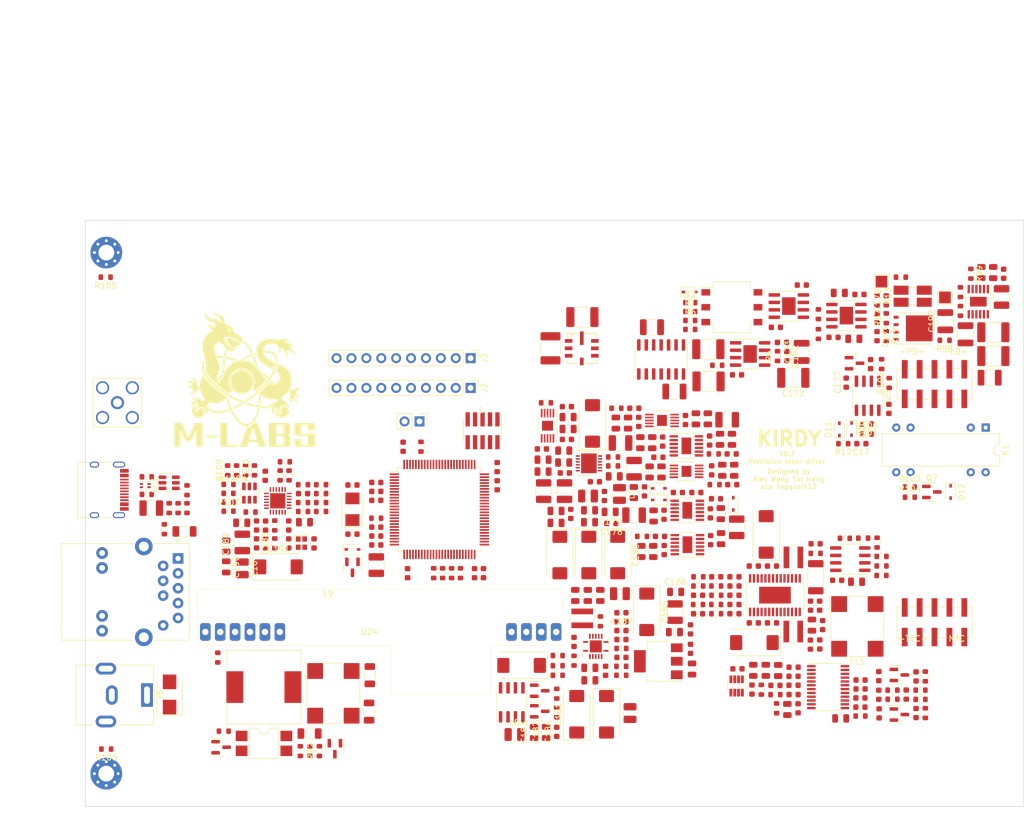
<source format=kicad_pcb>
(kicad_pcb (version 20211014) (generator pcbnew)
  (layers (0 "F.Cu" signal) (1 "In1.Cu" signal) (2 "In2.Cu" signal) (31 "B.Cu" signal) (34 "B.Paste" user) (35 "F.Paste" user) (36 "B.SilkS" user "B.Silkscreen") (37 "F.SilkS" user "F.Silkscreen") (38 "B.Mask" user) (39 "F.Mask" user) (44 "Edge.Cuts" user))
  (net 0 "")
  (net 1 "+5VA")
  (net 2 "GND")
  (net 3 "Net-(C2-Pad2)")
  (net 4 "Net-(C5-Pad1)")
  (net 5 "Net-(C14-Pad1)")
  (net 6 "Net-(C6-Pad1)")
  (net 7 "+9VA")
  (net 8 "-6V")
  (net 9 "+15V")
  (net 10 "Net-(C13-Pad1)")
  (net 11 "Net-(C13-Pad2)")
  (net 12 "/MCU/PD_MON")
  (net 13 "/driveStage/PD_A")
  (net 14 "Net-(C18-Pad1)")
  (net 15 "Net-(C19-Pad1)")
  (net 16 "+3V3")
  (net 17 "Net-(C21-Pad2)")
  (net 18 "Net-(C22-Pad1)")
  (net 19 "/MCU/VREF")
  (net 20 "+12V")
  (net 21 "Net-(C37-Pad2)")
  (net 22 "Net-(C38-Pad1)")
  (net 23 "Net-(C38-Pad2)")
  (net 24 "Net-(C40-Pad1)")
  (net 25 "Net-(C42-Pad2)")
  (net 26 "Net-(C43-Pad2)")
  (net 27 "-9V")
  (net 28 "IN")
  (net 29 "Net-(C50-Pad1)")
  (net 30 "Net-(C51-Pad1)")
  (net 31 "Net-(C52-Pad1)")
  (net 32 "Net-(C53-Pad1)")
  (net 33 "Net-(C54-Pad1)")
  (net 34 "Net-(C55-Pad1)")
  (net 35 "Net-(C69-Pad1)")
  (net 36 "Net-(C71-Pad1)")
  (net 37 "Net-(C72-Pad1)")
  (net 38 "Net-(C73-Pad1)")
  (net 39 "Net-(C74-Pad1)")
  (net 40 "+9V")
  (net 41 "+8V")
  (net 42 "+3.3VA")
  (net 43 "/thermostat/DAC_REF")
  (net 44 "/thermostat/ADC_REF")
  (net 45 "/thermostat/ADC_A3V3")
  (net 46 "/thermostat/ADC_D3V3")
  (net 47 "Net-(C102-Pad1)")
  (net 48 "Net-(C103-Pad1)")
  (net 49 "Net-(C104-Pad1)")
  (net 50 "/thermostat/MAXV")
  (net 51 "/thermostat/MAXIP")
  (net 52 "/thermostat/MAXIN")
  (net 53 "Net-(C110-Pad1)")
  (net 54 "Net-(C115-Pad1)")
  (net 55 "Net-(C117-Pad1)")
  (net 56 "/MCU/TEC_ISEN")
  (net 57 "Net-(C119-Pad1)")
  (net 58 "/MCU/TEC_VREF")
  (net 59 "Net-(C122-Pad2)")
  (net 60 "Net-(C123-Pad2)")
  (net 61 "Net-(C125-Pad1)")
  (net 62 "+5V")
  (net 63 "Net-(C132-Pad2)")
  (net 64 "Net-(C133-Pad2)")
  (net 65 "Net-(C135-Pad2)")
  (net 66 "Net-(C136-Pad2)")
  (net 67 "Net-(C141-Pad1)")
  (net 68 "Net-(C145-Pad1)")
  (net 69 "Net-(C145-Pad2)")
  (net 70 "Net-(C146-Pad1)")
  (net 71 "Net-(C147-Pad1)")
  (net 72 "Net-(C148-Pad1)")
  (net 73 "Net-(C149-Pad1)")
  (net 74 "Net-(C149-Pad2)")
  (net 75 "Net-(C150-Pad1)")
  (net 76 "Net-(C151-Pad1)")
  (net 77 "Net-(C152-Pad1)")
  (net 78 "Net-(C152-Pad2)")
  (net 79 "Net-(C158-Pad1)")
  (net 80 "Net-(C162-Pad2)")
  (net 81 "Net-(C163-Pad2)")
  (net 82 "Net-(C164-Pad1)")
  (net 83 "/Ehternet/AVDDT_PHY")
  (net 84 "/Ehternet/ETH_SHIELD")
  (net 85 "Net-(D1-Pad2)")
  (net 86 "/MCU/MCU_RSTn")
  (net 87 "/MCU/RST")
  (net 88 "Net-(FB12-Pad1)")
  (net 89 "Net-(FB12-Pad2)")
  (net 90 "/thermostat/TEC+")
  (net 91 "/thermostat/TEC-")
  (net 92 "Net-(C155-Pad1)")
  (net 93 "Net-(C174-Pad2)")
  (net 94 "/MCU/USB_DP")
  (net 95 "/MCU/USB_DN")
  (net 96 "Net-(C175-Pad1)")
  (net 97 "/MCU/SWDIO")
  (net 98 "/MCU/SWCLK")
  (net 103 "Net-(J6-Pad1)")
  (net 104 "Net-(J6-Pad2)")
  (net 105 "Net-(J6-Pad3)")
  (net 106 "Net-(J6-Pad6)")
  (net 107 "/Ehternet/POE_VC-")
  (net 108 "/Ehternet/POE_VC+")
  (net 109 "Net-(J6-Pad11)")
  (net 110 "Net-(J6-Pad13)")
  (net 111 "Net-(J7-PadA5)")
  (net 113 "Net-(J7-PadB5)")
  (net 115 "/driveStage/LD-")
  (net 116 "/thermostat/NTC+")
  (net 117 "/thermostat/NTC-")
  (net 118 "Net-(JP1-Pad1)")
  (net 119 "Net-(L2-Pad1)")
  (net 120 "Net-(L3-Pad1)")
  (net 121 "Net-(Q1-Pad1)")
  (net 122 "Net-(Q2-Pad3)")
  (net 123 "Net-(Q3-Pad1)")
  (net 124 "Net-(Q4-Pad1)")
  (net 125 "Net-(Q5-Pad4)")
  (net 126 "Net-(Q6-Pad1)")
  (net 127 "Net-(C175-Pad2)")
  (net 128 "Net-(R4-Pad2)")
  (net 129 "Net-(C178-Pad1)")
  (net 130 "Net-(R7-Pad2)")
  (net 131 "Net-(C185-Pad1)")
  (net 132 "Net-(C188-Pad1)")
  (net 133 "Net-(R14-Pad2)")
  (net 134 "Net-(R15-Pad2)")
  (net 135 "Net-(R16-Pad2)")
  (net 136 "Net-(R17-Pad2)")
  (net 137 "Net-(C192-Pad1)")
  (net 138 "Net-(D10-Pad2)")
  (net 139 "Net-(R24-Pad2)")
  (net 140 "Net-(R29-Pad2)")
  (net 141 "Net-(R30-Pad2)")
  (net 142 "/MCU/PWM_MAXV")
  (net 143 "/MCU/PWM_MAXIP")
  (net 144 "/MCU/PWM_MAXIN")
  (net 145 "Net-(R41-Pad1)")
  (net 146 "Net-(R42-Pad2)")
  (net 147 "Net-(R45-Pad1)")
  (net 148 "Net-(R46-Pad2)")
  (net 149 "/MCU/TEC_VSEN")
  (net 150 "Net-(R48-Pad2)")
  (net 151 "Net-(R56-Pad2)")
  (net 152 "Net-(R57-Pad2)")
  (net 153 "Net-(R60-Pad2)")
  (net 154 "Net-(R63-Pad1)")
  (net 155 "Net-(R65-Pad1)")
  (net 156 "Net-(D12-Pad2)")
  (net 157 "/MCU/POE_PWR_SRC")
  (net 158 "/Ehternet/RMII_RXD0")
  (net 159 "Net-(R73-Pad2)")
  (net 160 "/Ehternet/RMII_RXD1")
  (net 161 "Net-(R74-Pad2)")
  (net 162 "/Ehternet/RMII_CRS_DV")
  (net 163 "Net-(R75-Pad2)")
  (net 164 "/Ehternet/RMII_REF_CLK")
  (net 165 "Net-(R76-Pad2)")
  (net 166 "/Ehternet/RMII_MDIO")
  (net 167 "Net-(R82-Pad2)")
  (net 168 "/Ehternet/ETH_LED_1")
  (net 169 "Net-(R84-Pad1)")
  (net 170 "/Ehternet/PHY_TD_P")
  (net 171 "/Ehternet/PHY_TD_N")
  (net 172 "/Ehternet/PHY_RD_P")
  (net 173 "/Ehternet/PHY_RD_N")
  (net 174 "/Ehternet/ETH_LED_2")
  (net 175 "Net-(R94-Pad2)")
  (net 176 "Net-(R95-Pad1)")
  (net 177 "/MCU/USB_VBUS")
  (net 178 "/MCU/LDAC_LOAD")
  (net 179 "/MCU/LDAC_CLK")
  (net 180 "/MCU/LDAC_MOSI")
  (net 181 "/MCU/LDAC_CS")
  (net 182 "/MCU/TADC_SYNC")
  (net 183 "/MCU/TADC_MISO")
  (net 184 "/MCU/TDAC_MOSI")
  (net 185 "/MCU/TADC_CLK")
  (net 186 "/MCU/TDAC_CLK")
  (net 187 "/MCU/TADC_CS")
  (net 188 "/MCU/TDAC_SYNC")
  (net 189 "/MCU/TADC_MOSI")
  (net 190 "Net-(U1-Pad6)")
  (net 203 "/Ehternet/RMII_MDC")
  (net 204 "/Ehternet/PHY_NRST")
  (net 205 "/MCU/TEC_SHDN")
  (net 210 "/Ehternet/RMII_TX_EN")
  (net 211 "/Ehternet/RMII_TXD0")
  (net 212 "/Ehternet/RMII_TXD1")
  (net 213 "Net-(J2-Pad3)")
  (net 214 "Net-(J2-Pad4)")
  (net 215 "Net-(J2-Pad5)")
  (net 216 "Net-(J2-Pad6)")
  (net 217 "Net-(J2-Pad7)")
  (net 218 "Net-(J2-Pad8)")
  (net 219 "Net-(J2-Pad9)")
  (net 220 "Net-(J3-Pad2)")
  (net 221 "Net-(J3-Pad3)")
  (net 222 "Net-(J3-Pad4)")
  (net 225 "Net-(J3-Pad5)")
  (net 226 "Net-(J3-Pad6)")
  (net 227 "Net-(J3-Pad7)")
  (net 228 "Net-(J3-Pad8)")
  (net 229 "Net-(J3-Pad9)")
  (net 230 "Net-(J3-Pad10)")
  (net 242 "Net-(Q7-Pad1)")
  (net 252 "Net-(U19-Pad5)")
  (net 254 "Net-(R1-Pad2)")
  (net 255 "Net-(R7-Pad1)")
  (net 256 "Net-(R11-Pad2)")
  (net 257 "/MCU/LD_EN")
  (net 258 "Net-(R100-Pad2)")
  (net 261 "Net-(R101-Pad2)")
  (net 262 "Net-(J3-Pad1)")
  (net 263 "Net-(H1-Pad1)")
  (net 264 "Net-(H2-Pad1)")
  (net 265 "/MCU/~{LD_SHORT}")
  (net 266 "Net-(SW1-Pad4)")
  (net 274 "Net-(FL3-Pad1)")
  (net 275 "Net-(FL3-Pad4)")
  (net 276 "Net-(D9-Pad1)")
  (net 277 "Net-(C70-Pad1)")
  (net 278 "Net-(C35-Pad1)")
  (footprint "Connector_RJ:RJ45_Abracon_ARJP11A-MA_Horizontal" (layer "F.Cu") (at 15.7964 57.6926 -90)
    (fp_text reference "J6" hide)
    (fp_text value "RJ45_Abracon_ARJP11A-MASA-B-A-EMU2")
  )
  (footprint "Resistor_SMD:R_0603_1608Metric" (layer "F.Cu") (at 37.1094 45.1104 180)
    (fp_text reference "R79" hide)
    (fp_text value "10k")
  )
  (footprint "Resistor_SMD:R_0603_1608Metric" (layer "F.Cu") (at 38.2692 90.5648 90)
    (fp_text reference "R59" hide)
    (fp_text value "82k")
  )
  (footprint "Resistor_SMD:R_0603_1608Metric" (layer "F.Cu") (at 80.5302 77.6224)
    (fp_text reference "R70" hide)
    (fp_text value "33k2")
  )
  (footprint "Capacitor_SMD:C_0603_1608Metric" (layer "F.Cu") (at 37.1094 46.6344)
    (fp_text reference "C166" hide)
    (fp_text value "100n")
  )
  (footprint "Capacitor_SMD:C_0603_1608Metric" (layer "F.Cu") (at 135.2804 80.9498 90)
    (fp_text reference "C123" hide)
    (fp_text value "100n")
  )
  (footprint "Package_TO_SOT_SMD:SOT-23" (layer "F.Cu") (at 77.47 83.7692)
    (fp_text reference "Q6" hide)
    (fp_text value "BC857")
  )
  (footprint "Capacitor_SMD:C_0805_2012Metric" (layer "F.Cu") (at 103.4288 76.5556 -90)
    (fp_text reference "C161" hide)
    (fp_text value "10u")
  )
  (footprint "Inductor_SMD:L_1210_3225Metric" (layer "F.Cu") (at 49.5964 58.8288 90)
    (fp_text reference "FB1" hide)
    (fp_text value "1K@100MHz")
  )
  (footprint "Capacitor_SMD:C_0603_1608Metric" (layer "F.Cu") (at 104.4648 63.9706 180)
    (fp_text reference "C103" hide)
    (fp_text value "100n")
  )
  (footprint "Capacitor_SMD:C_0603_1608Metric" (layer "F.Cu") (at 77.8292 39.0132 180)
    (fp_text reference "C64" hide)
    (fp_text value "100n")
  )
  (footprint "Package_QFP:LQFP-100_14x14mm_P0.5mm" (layer "F.Cu") (at 60.3504 49.3268)
    (fp_text reference "U7" hide)
    (fp_text value "STM32F407VGTx")
  )
  (footprint "Capacitor_SMD:C_0603_1608Metric" (layer "F.Cu") (at 104.4648 67.1332 180)
    (fp_text reference "C104" hide)
    (fp_text value "100n")
  )
  (footprint "Resistor_SMD:R_0603_1608Metric" (layer "F.Cu") (at 40.1962 46.6344 180)
    (fp_text reference "R82" hide)
    (fp_text value "10k")
  )
  (footprint "Inductor_SMD:L_1008_2520Metric" (layer "F.Cu") (at 91.0626 46.6958 -90)
    (fp_text reference "L7")
    (fp_text value "1u")
  )
  (footprint "Capacitor_SMD:C_0603_1608Metric" (layer "F.Cu") (at 110.6624 60.821)
    (fp_text reference "C107" hide)
    (fp_text value "100n")
  )
  (footprint "Capacitor_SMD:C_0805_2012Metric" (layer "F.Cu") (at 93.501 46.4536 -90)
    (fp_text reference "C39" hide)
    (fp_text value "10u")
  )
  (footprint "Resistor_SMD:R_0603_1608Metric" (layer "F.Cu") (at 115.239 80.0856 -90)
    (fp_text reference "R31" hide)
    (fp_text value "33")
  )
  (footprint "Resistor_SMD:R_0603_1608Metric" (layer "F.Cu") (at 40.1962 45.1104 180)
    (fp_text reference "R75" hide)
    (fp_text value "33")
  )
  (footprint "Resistor_SMD:R_0603_1608Metric" (layer "F.Cu") (at 132.1554 84.5814)
    (fp_text reference "R40" hide)
    (fp_text value "33")
  )
  (footprint "Resistor_SMD:R_0603_1608Metric" (layer "F.Cu") (at 104.5042 62.3984)
    (fp_text reference "R34" hide)
    (fp_text value "10k")
  )
  (footprint "Capacitor_SMD:C_0603_1608Metric" (layer "F.Cu") (at 134.9756 19.7734 -90)
    (fp_text reference "C174")
    (fp_text value "DNP")
  )
  (footprint "Capacitor_SMD:C_0603_1608Metric" (layer "F.Cu") (at 98.6572 50.24 90)
    (fp_text reference "C41" hide)
    (fp_text value "100n")
  )
  (footprint "Diode_SMD:D_SMB" (layer "F.Cu") (at 14.351 80.899 90)
    (fp_text reference "D9" hide)
    (fp_text value "SMBJ13A-13-F")
  )
  (footprint "Capacitor_SMD:C_0603_1608Metric" (layer "F.Cu") (at 82.0964 37.3876)
    (fp_text reference "C76" hide)
    (fp_text value "100n")
  )
  (footprint "Resistor_SMD:R_0603_1608Metric" (layer "F.Cu") (at 24.4094 49.6316)
    (fp_text reference "R107")
    (fp_text value "100")
  )
  (footprint "Resistor_SMD:R_0603_1608Metric" (layer "F.Cu") (at 140.5636 45.5168)
    (fp_text reference "R103")
    (fp_text value "100")
  )
  (footprint "Inductor_SMD:L_Wuerth_WE-PD-Typ-LS" (layer "F.Cu") (at 30.4348 79.6428)
    (fp_text reference "L5" hide)
    (fp_text value "10u")
  )
  (footprint "Capacitor_SMD:C_0805_2012Metric" (layer "F.Cu") (at 81.5376 41.3276 180)
    (fp_text reference "C56" hide)
    (fp_text value "10u")
  )
  (footprint "Package_SO:SOIC-8-1EP_3.9x4.9mm_P1.27mm_EP2.29x3mm" (layer "F.Cu") (at 119.9378 14.6424)
    (fp_text reference "U3" hide)
    (fp_text value "ADA4898-1YRDZ")
  )
  (footprint "Capacitor_SMD:C_0805_2012Metric" (layer "F.Cu") (at 86.0044 76.3524 180)
    (fp_text reference "C143" hide)
    (fp_text value "10u")
  )
  (footprint "Package_TO_SOT_SMD:SOT-23-6" (layer "F.Cu") (at 27.9654 46.5328 90)
    (fp_text reference "U27" hide)
    (fp_text value "USBLC6-4SC6")
  )
  (footprint "Connector_BarrelJack:BarrelJack_CUI_PJ-063AH_Horizontal" (layer "F.Cu") (at 10.5 81 -90)
    (fp_text reference "J5")
    (fp_text value "Barrel_Jack")
  )
  (footprint "Capacitor_SMD:C_1812_4532Metric" (layer "F.Cu") (at 154.813 23.1648)
    (fp_text reference "C84" hide)
    (fp_text value "10u PP")
  )
  (footprint "Resistor_SMD:R_0603_1608Metric" (layer "F.Cu") (at 104.5172 60.821)
    (fp_text reference "R33" hide)
    (fp_text value "10k")
  )
  (footprint "Resistor_SMD:R_0603_1608Metric" (layer "F.Cu") (at 107.1408 39.8608)
    (fp_text reference "R26" hide)
    (fp_text value "51k")
  )
  (footprint "Capacitor_SMD:C_0603_1608Metric" (layer "F.Cu") (at 117.6528 79.3496 180)
    (fp_text reference "C121" hide)
    (fp_text value "1u")
  )
  (footprint "Capacitor_SMD:C_0603_1608Metric" (layer "F.Cu") (at 98.4286 37.755 -90)
    (fp_text reference "C66" hide)
    (fp_text value "100n")
  )
  (footprint "Capacitor_SMD:C_0603_1608Metric" (layer "F.Cu") (at 113.652 80.0602 -90)
    (fp_text reference "C98" hide)
    (fp_text value "100n")
  )
  (footprint "Capacitor_SMD:C_0603_1608Metric" (layer "F.Cu") (at 93.5896 32.0654)
    (fp_text reference "C72" hide)
    (fp_text value "100n")
  )
  (footprint "Capacitor_SMD:C_0805_2012Metric" (layer "F.Cu") (at 154.7876 8.9154 90)
    (fp_text reference "C58" hide)
    (fp_text value "10u")
  )
  (footprint "Resistor_SMD:R_0603_1608Metric" (layer "F.Cu") (at 17.3254 46.0556 -90)
    (fp_text reference "R97" hide)
    (fp_text value "10k")
  )
  (footprint "Capacitor_SMD:C_1210_3225Metric" (layer "F.Cu") (at 146.6088 17.2212 90)
    (fp_text reference "C192")
    (fp_text value "100n PPS")
  )
  (footprint "Resistor_SMD:R_0603_1608Metric" (layer "F.Cu") (at 107.5514 65.5454)
    (fp_text reference "R38" hide)
    (fp_text value "10k")
  )
  (footprint "Resistor_SMD:R_0603_1608Metric" (layer "F.Cu") (at 89.9704 41.9088 180)
    (fp_text reference "R29" hide)
    (fp_text value "33k2")
  )
  (footprint "Capacitor_SMD:C_0603_1608Metric" (layer "F.Cu") (at 101.0194 46.4418)
    (fp_text reference "C38" hide)
    (fp_text value "1u")
  )
  (footprint "Connector_Coaxial:SMA_Amphenol_132203-12_Horizontal" (layer "F.Cu") (at 5.461 31.115 90)
    (fp_text reference "J1" hide)
    (fp_text value "MOD_IN")
  )
  (footprint "Inductor_SMD:L_1210_3225Metric" (layer "F.Cu") (at 81.69 46.2044 90)
    (fp_text reference "FB3" hide)
    (fp_text value "1K@100MHz")
  )
  (footprint "Resistor_SMD:R_0603_1608Metric" (layer "F.Cu") (at 87.8106 68.4254 -90)
    (fp_text reference "R60" hide)
    (fp_text value "82k")
  )
  (footprint "Capacitor_SMD:C_0805_2012Metric" (layer "F.Cu") (at 108.3346 50.0486 -90)
    (fp_text reference "C48" hide)
    (fp_text value "10u")
  )
  (footprint "Connector_USB:USB_C_Receptacle_HRO_TYPE-C-31-M-12" (layer "F.Cu") (at 2.5934 45.9926 -90)
    (fp_text reference "J7" hide)
    (fp_text value "USB_C_Receptacle_USB2.0")
  )
  (footprint "Inductor_SMD:L_1210_3225Metric" (layer "F.Cu") (at 109.4232 34.0264 180)
    (fp_text reference "FB7" hide)
    (fp_text value "1K@100MHz")
  )
  (footprint "Capacitor_SMD:C_0805_2012Metric" (layer "F.Cu") (at 108.5886 42.647 -90)
    (fp_text reference "C88" hide)
    (fp_text value "10u")
  )
  (footprint "Capacitor_SMD:C_0603_1608Metric" (layer "F.Cu") (at 107.5218 47.5086)
    (fp_text reference "C43" hide)
    (fp_text value "1u")
  )
  (footprint "Capacitor_SMD:C_0805_2012Metric" (layer "F.Cu") (at 96.8284 56.5054 -90)
    (fp_text reference "C87" hide)
    (fp_text value "10u")
  )
  (footprint "Capacitor_SMD:C_0603_1608Metric" (layer "F.Cu") (at 88.6968 76.8604 -90)
    (fp_text reference "C144" hide)
    (fp_text value "100n")
  )
  (footprint "Resistor_SMD:R_0603_1608Metric" (layer "F.Cu") (at 89.9704 40.3848 180)
    (fp_text reference "R30" hide)
    (fp_text value "150k")
  )
  (footprint "Package_TO_SOT_SMD:SOT-23" (layer "F.Cu") (at 144.3228 46.3464)
    (fp_text reference "Q7")
    (fp_text value "BSS138")
  )
  (footprint "Capacitor_SMD:C_0603_1608Metric" (layer "F.Cu") (at 136.9954 32.1706 -90)
    (fp_text reference "C176" hide)
    (fp_text value "100n")
  )
  (footprint "Package_SO:MSOP-12-1EP_3x4mm_P0.65mm_EP1.65x2.85mm" (layer "F.Cu") (at 102.4672 38.4892)
    (fp_text reference "U13" hide)
    (fp_text value "LT3045xMSE")
  )
  (footprint "Capacitor_SMD:C_0603_1608Metric" (layer "F.Cu") (at 106.5566 49.9978 -90)
    (fp_text reference "C47" hide)
    (fp_text value "100n")
  )
  (footprint "Resistor_SMD:R_0603_1608Metric" (layer "F.Cu") (at 33.1978 43.5356 -90)
    (fp_text reference "R81" hide)
    (fp_text value "10k")
  )
  (footprint "Capacitor_SMD:C_0805_2012Metric" (layer "F.Cu") (at 92.5194 34.5958 -90)
    (fp_text reference "C86" hide)
    (fp_text value "10u")
  )
  (footprint "Connector_PinHeader_1.27mm:PinHeader_2x05_P1.27mm_Vertical_SMD" (layer "F.Cu") (at 67.7164 35.9156 -90)
    (fp_text reference "J4" hide)
    (fp_text value "Conn_02x05_Odd_Even")
  )
  (footprint "Package_TO_SOT_SMD:SOT-223-3_TabPin2" (layer "F.Cu") (at 97.6884 75.2348 180)
    (fp_text reference "U25" hide)
    (fp_text value "AMS1117-3.3")
  )
  (footprint "Capacitor_SMD:C_0805_2012Metric" (layer "F.Cu") (at 96.6506 37.9452 -90)
    (fp_text reference "C52" hide)
    (fp_text value "10u")
  )
  (footprint "Resistor_SMD:R_0603_1608Metric" (layer "F.Cu") (at 104.4648 65.5584)
    (fp_text reference "R35" hide)
    (fp_text value "10k")
  )
  (footprint "Resistor_SMD:R_0603_1608Metric" (layer "F.Cu") (at 94.9234 53.9224 180)
    (fp_text reference "R22" hide)
    (fp_text value "60k4")
  )
  (footprint "Capacitor_SMD:C_0603_1608Metric" (layer "F.Cu") (at 70.2056 45.212 -90)
    (fp_text reference "C19" hide)
    (fp_text value "2u2")
  )
  (footprint "Resistor_SMD:R_0603_1608Metric" (layer "F.Cu") (at 32.2834 52.07 90)
    (fp_text reference "R83" hide)
    (fp_text value "10k")
  )
  (footprint "Capacitor_SMD:C_0603_1608Metric" (layer "F.Cu") (at 110.6624 67.1202 180)
    (fp_text reference "C130" hide)
    (fp_text value "1u")
  )
  (footprint "Capacitor_SMD:C_0805_2012Metric" (layer "F.Cu") (at 119.6848 83.4644 -90)
    (fp_text reference "C100" hide)
    (fp_text value "10u")
  )
  (footprint "Capacitor_SMD:C_0805_2012Metric" (layer "F.Cu") (at 24.003 59.1312 -90)
    (fp_text reference "C190")
    (fp_text value "10u")
  )
  (footprint "Package_SO:MSOP-12-1EP_3x4mm_P0.65mm_EP1.65x2.85mm" (layer "F.Cu") (at 102.645 55.3448 180)
    (fp_text reference "U15" hide)
    (fp_text value "LT3094xMSE")
  )
  (footprint "Inductor_SMD:L_1008_2520Metric" (layer "F.Cu") (at 85.7032 47.0396 180)
    (fp_text reference "L1" hide)
    (fp_text value "1u")
  )
  (footprint "Package_SO:MSOP-12-1EP_3x4mm_P0.65mm_EP1.65x2.85mm" (layer "F.Cu") (at 102.6196 49.478 180)
    (fp_text reference "U9" hide)
    (fp_text value "LTC3261")
  )
  (footprint "Crystal:Crystal_SMD_2016-4Pin_2.0x1.6mm" (layer "F.Cu") (at 36.8424 55.0802 -90)
    (fp_text reference "Y2" hide)
    (fp_text value "25MHz")
  )
  (footprint "Resistor_SMD:R_0603_1608Metric" (layer "F.Cu") (at 124.9758 16.022 -90)
    (fp_text reference "R7" hide)
    (fp_text value "300")
  )
  (footprint "Capacitor_SMD:C_0603_1608Metric" (layer "F.Cu") (at 49.5964 55.3968 180)
    (fp_text reference "C29" hide)
    (fp_text value "2u2")
  )
  (footprint "Capacitor_SMD:C_0603_1608Metric" (layer "F.Cu") (at 98.6826 56.2592 -90)
    (fp_text reference "C80" hide)
    (fp_text value "100n")
  )
  (footprint "Capacitor_SMD:C_1206_3216Metric" (layer "F.Cu") (at 48.4912 77.6108 -90)
    (fp_text reference "C146" hide)
    (fp_text value "4n7")
  )
  (footprint "Inductor_SMD:L_Wuerth_MAPI-4020" (layer "F.Cu") (at 84.7118 67.9174 90)
    (fp_text reference "L6" hide)
    (fp_text value "3u3")
  )
  (footprint "Resistor_SMD:R_0603_1608Metric" (layer "F.Cu") (at 139.0396 9.7028)
    (fp_text reference "R11" hide)
    (fp_text value "0")
  )
  (footprint "Capacitor_SMD:C_0805_2012Metric" (layer "F.Cu") (at 110.2396 37.3716 -90)
    (fp_text reference "C85" hide)
    (fp_text value "10u")
  )
  (footprint "Capacitor_SMD:C_0805_2012Metric" (layer "F.Cu") (at 86.0044 78.486 180)
    (fp_text reference "C142" hide)
    (fp_text value "10u")
  )
  (footprint "Package_SO:SOIC-14_3.9x8.7mm_P1.27mm" (layer "F.Cu") (at 98.1692 23.749 -90)
    (fp_text reference "U2" hide)
    (fp_text value "MAX5719xSD")
  )
  (footprint "Capacitor_SMD:C_0603_1608Metric" (layer "F.Cu") (at 117.0632 58.9922 180)
    (fp_text reference "C129" hide)
    (fp_text value "1u")
  )
  (footprint "Capacitor_SMD:C_0603_1608Metric" (layer "F.Cu") (at 106.4296 37.5748 -90)
    (fp_text reference "C78" hide)
    (fp_text value "100n")
  )
  (footprint "Capacitor_SMD:C_0603_1608Metric" (layer "F.Cu") (at 111.0996 26.3652 180)
    (fp_text reference "C10" hide)
    (fp_text value "100n")
  )
  (footprint "Capacitor_Tantalum_SMD:CP_EIA-7343-15_Kemet-W" (layer "F.Cu") (at 83.7692 84.2772 90)
    (fp_text reference "C181")
    (fp_text value "220u")
  )
  (footprint "Resistor_SMD:R_0603_1608Metric" (layer "F.Cu") (at 32.2834 55.118 -90)
    (fp_text reference "R90" hide)
    (fp_text value "220")
  )
  (footprint "Capacitor_SMD:C_0603_1608Metric" (layer "F.Cu") (at 82.0964 31.7996)
    (fp_text reference "C69" hide)
    (fp_text value "100n")
  )
  (footprint "Inductor_SMD:L_1210_3225Metric" (layer "F.Cu") (at 100.5332 66.8528 -90)
    (fp_text reference "FB10" hide)
    (fp_text value "1K@100MHz")
  )
  (footprint "Diode_SMD:D_SOD-323" (layer "F.Cu") (at 103.0102 12.2428)
    (fp_text reference "D1" hide)
    (fp_text value "AQ4020-01FTG-C")
  )
  (footprint "Resistor_SMD:R_0603_1608Metric" (layer "F.Cu") (at 57.2164 38.6328 -90)
    (fp_text reference "R20" hide)
    (fp_text value "10k")
  )
  (footprint "Resistor_SMD:R_0603_1608Metric" (layer "F.Cu") (at 143.2052 77.8256 90)
    (fp_text reference "R55" hide)
    (fp_text value "5k11 5ppm")
  )
  (footprint "Resistor_SMD:R_0603_1608Metric" (layer "F.Cu") (at 91.3922 73.0504)
    (fp_text reference "R64" hide)
    (fp_text value "4k12")
  )
  (footprint "Resistor_SMD:R_0603_1608Metric" (layer "F.Cu") (at 149.1948 12.2606 90)
    (fp_text reference "R24" hide)
    (fp_text value "470")
  )
  (footprint "Capacitor_SMD:C_0603_1608Metric" (layer "F.Cu") (at 122.1494 11.049 180)
    (fp_text reference "C7" hide)
    (fp_text value "100n")
  )
  (footprint "Capacitor_Tantalum_SMD:CP_EIA-7343-15_Kemet-W" (layer "F.Cu") (at 86.4606 34.6605 90)
    (fp_text reference "C89" hide)
    (fp_text value "220u")
  )
  (footprint "Relay_THT:Relay_StandexMeder_DIP_LowProfile" (layer "F.Cu") (at 153.4976 35.3668 -90)
    (fp_text reference "K1")
    (fp_text value "DIP12-1C90-51L")
  )
  (footprint "Capacitor_SMD:C_0603_1608Metric" (layer "F.Cu") (at 125.6992 69.0636 -90)
    (fp_text reference "C139" hide)
    (fp_text value "100n")
  )
  (footprint "Capacitor_SMD:C_0603_1608Metric" (layer "F.Cu") (at 141.6304 84.074 90)
    (fp_text reference "C132" hide)
    (fp_text value "10n")
  )
  (footprint "Capacitor_SMD:C_1206_3216Metric" (layer "F.Cu") (at 38.2184 87.5676)
    (fp_text reference "C145" hide)
    (fp_text value "4n7")
  )
  (footprint "Resistor_SMD:R_0603_1608Metric" (layer "F.Cu") (at 129.223 38.1142 180)
    (fp_text reference "R12")
    (fp_text value "1k")
  )
  (footprint "Capacitor_SMD:C_0603_1608Metric" (layer "F.Cu") (at 97.9714 53.9224)
    (fp_text reference "C73" hide)
    (fp_text value "100n")
  )
  (footprint "Package_SO:TSSOP-24_4.4x7.8mm_P0.65mm" (layer "F.Cu") (at 126.6444 79.6544)
    (fp_text reference "U18" hide)
    (fp_text value "AD7172-2")
  )
  (footprint "Capacitor_SMD:C_0603_1608Metric" (layer "F.Cu") (at 139.954 80.9244 90)
    (fp_text reference "C133" hide)
    (fp_text value "100n")
  )
  (footprint "Resistor_SMD:R_0603_1608Metric" (layer "F.Cu") (at 37.1094 48.1584 180)
    (fp_text reference "R77" hide)
    (fp_text value "10k")
  )
  (footprint "Inductor_SMD:L_1210_3225Metric" (layer "F.Cu") (at 78.134 46.2044 90)
    (fp_text reference "FB4" hide)
    (fp_text value "1K@100MHz")
  )
  (footprint "Resistor_SMD:R_0603_1608Metric" (layer "F.Cu") (at 134.9878 54.991 -90)
    (fp_text reference "R46" hide)
    (fp_text value "10k")
  )
  (footprint "Inductor_SMD:L_1008_2520Metric" (layer "F.Cu") (at 91.1352 63.7032)
    (fp_text reference "L9")
    (fp_text value "1u")
  )
  (footprint "Resistor_SMD:R_0603_1608Metric" (layer "F.Cu") (at 34.0106 41.1988 180)
    (fp_text reference "R76" hide)
    (fp_text value "33")
  )
  (footprint "Capacitor_SMD:C_0603_1608Metric" (layer "F.Cu") (at 124.5054 55.1952)
    (fp_text reference "C118" hide)
    (fp_text value "100n")
  )
  (footprint "Resistor_SMD:R_0603_1608Metric" (layer "F.Cu") (at 24.4094 48.1076 180)
    (fp_text reference "R86" hide)
    (fp_text value "33")
  )
  (footprint "Capacitor_SMD:C_1210_3225Metric" (layer "F.Cu") (at 154.178 26.8478)
    (fp_text reference "C77" hide)
    (fp_text value "100n PPS")
  )
  (footprint "Inductor_SMD:L_1210_3225Metric" (layer "F.Cu") (at 111.0524 52.3854 -90)
    (fp_text reference "FB9" hide)
    (fp_text value "1K@100MHz")
  )
  (footprint "Package_TO_SOT_SMD:SOT-23" (layer "F.Cu") (at 45.5324 59.2068 -90)
    (fp_text reference "U8" hide)
    (fp_text value "STM809SWX6F")
  )
  (footprint "Resistor_SMD:R_0603_1608Metric" (layer "F.Cu") (at 118.0084 23.1648 90)
    (fp_text reference "R6")
    (fp_text value "100")
  )
  (footprint "Capacitor_SMD:C_0805_2012Metric" (layer "F.Cu") (at 96.1934 42.9366 -90)
    (fp_text reference "C54" hide)
    (fp_text value "10u")
  )
  (footprint "Diode_SMD:D_SOD-323" (layer "F.Cu") (at 128.5504 35.6758 90)
    (fp_text reference "D11")
    (fp_text value "B5819")
  )
  (footprint "kirdy:PM1202" (layer "F.Cu") (at 20.4467 70.2328)
    (fp_text reference "U24")
    (fp_text value "PM1202")
  )
  (footprint "Connector_PinHeader_2.54mm:PinHeader_2x05_P2.54mm_Vertical_SMD" (layer "F.Cu") (at 144.78 27.94 -90)
    (fp_text reference "J8" hide)
    (fp_text value "Conn_02x05_Odd_Even")
  )
  (footprint "Capacitor_SMD:C_0603_1608Metric" (layer "F.Cu") (at 110.6624 63.9706)
    (fp_text reference "C109" hide)
    (fp_text value "100n")
  )
  (footprint "Capacitor_SMD:C_0603_1608Metric" (layer "F.Cu") (at 97.6884 40.4272 180)
    (fp_text reference "C68" hide)
    (fp_text value "100n")
  )
  (footprint "Resistor_SMD:R_0603_1608Metric" (layer "F.Cu") (at 63.96 60.2022 90)
    (fp_text reference "R16" hide)
    (fp_text value "10k")
  )
  (footprint "Capacitor_SMD:C_1210_3225Metric" (layer "F.Cu") (at 122.1232 22.4536 90)
    (fp_text reference "C173")
    (fp_text value "100n PPS")
  )
  (footprint "Capacitor_SMD:C_0603_1608Metric" (layer "F.Cu") (at 110.1888 39.8608)
    (fp_text reference "C71" hide)
    (fp_text value "100n")
  )
  (footprint "Capacitor_SMD:C_0603_1608Metric" (layer "F.Cu") (at 104.169 46.4418)
    (fp_text reference "C42" hide)
    (fp_text value "1u")
  )
  (footprint "Capacitor_SMD:C_0603_1608Metric" (layer "F.Cu") (at 156.5656 9.1186 90)
    (fp_text reference "C65" hide)
    (fp_text value "100n")
  )
  (footprint "Diode_SMD:D_SOD-323" (layer "F.Cu") (at 45.5324 56.1588)
    (fp_text reference "D3" hide)
    (fp_text value "B5819")
  )
  (footprint "Package_SO:SOIC-8-1EP_3.9x4.9mm_P1.27mm_EP2.29x3mm" (layer "F.Cu") (at 129.7528 16.268)
    (fp_text reference "U6" hide)
    (fp_text value "ADA4898-1YRDZ")
  )
  (footprint "Capacitor_SMD:C_0805_2012Metric" (layer "F.Cu") (at 106.1212 33.874 90)
    (fp_text reference "C53" hide)
    (fp_text value "10u")
  )
  (footprint "Capacitor_SMD:C_0805_2012Metric" (layer "F.Cu") (at 26.6446 51.6128 180)
    (fp_text reference "C168" hide)
    (fp_text value "10u")
  )
  (footprint "Resistor_SMD:R_0603_1608Metric" (layer "F.Cu") (at 135.7632 24.5384 -90)
    (fp_text reference "R9" hide)
    (fp_text value "1k")
  )
  (footprint "Capacitor_SMD:C_0805_2012Metric" (layer "F.Cu") (at 78.0324 42.874 180)
    (fp_text reference "C50" hide)
    (fp_text value "10u")
  )
  (footprint "Capacitor_SMD:C_0603_1608Metric" (layer "F.Cu") (at 49.5964 53.8728 180)
    (fp_text reference "C28" hide)
    (fp_text value "100n")
  )
  (footprint "Resistor_SMD:R_0603_1608Metric" (layer "F.Cu") (at 24.4094 45.0596)
    (fp_text reference "R108")
    (fp_text value "100")
  )
  (footprint "Capacitor_SMD:C_0603_1608Metric" (layer "F.Cu") (at 127.5588 19.9644 180)
    (fp_text reference "C12" hide)
    (fp_text value "100n")
  )
  (footprint "Capacitor_SMD:C_0603_1608Metric" (layer "F.Cu") (at 89.678 51.725 180)
    (fp_text reference "C178")
    (fp_text value "100n")
  )
  (footprint "Capacitor_SMD:C_0603_1608Metric" (layer "F.Cu") (at 49.5964 47.7768 180)
    (fp_text reference "C30" hide)
    (fp_text value "100n")
  )
  (footprint "Resistor_SMD:R_2010_5025Metric" (layer "F.Cu") (at 124.5308 60.899 90)
    (fp_text reference "R45" hide)
    (fp_text value "50m")
  )
  (footprint "Capacitor_SMD:C_0603_1608Metric" (layer "F.Cu") (at 136.5504 13.6652 90)
    (fp_text reference "C175")
    (fp_text value "DNP")
  )
  (footprint "Resistor_SMD:R_0603_1608Metric" (layer "F.Cu") (at 14.2774 49.1036 90)
    (fp_text reference "R94" hide)
    (fp_text value "5k1")
  )
  (footprint "Connector_PinHeader_2.54mm:PinHeader_1x10_P2.54mm_Vertical" (layer "F.Cu") (at 65.6844 23.5204 -90)
    (fp_text reference "J3")
    (fp_text value "Conn_01x10")
  )
  (footprint "Resistor_SMD:R_0603_1608Metric" (layer "F.Cu") (at 91.3922 68.4784)
    (fp_text reference "R61" hide)
    (fp_text value "33k2")
  )
  (footprint "Capacitor_SMD:C_0805_2012Metric" (layer "F.Cu") (at 24.003 55.5752 90)
    (fp_text reference "C189")
    (fp_text value "10u")
  )
  (footprint "Resistor_SMD:R_0603_1608Metric" (layer "F.Cu") (at 80.5302 74.2696 180)
    (fp_text reference "R69" hide)
    (fp_text value "10k")
  )
  (footprint "Package_SO:SOIC-8_3.9x4.9mm_P1.27mm" (layer "F.Cu") (at 130.4158 57.8116 180)
    (fp_text reference "U19" hide)
    (fp_text value "RS8552")
  )
  (footprint "Resistor_SMD:R_0603_1608Metric" (layer "F.Cu") (at 107.5644 62.3958)
    (fp_text reference "R36" hide)
    (fp_text value "10k")
  )
  (footprint "kirdy:R_Shunt_VCS1625ZP" (layer "F.Cu") (at 141.054 12.954 90)
    (fp_text reference "R13")
    (fp_text value "10")
  )
  (footprint "Capacitor_SMD:C_1812_4532Metric" (layer "F.Cu") (at 84.7344 16.51)
    (fp_text reference "C2" hide)
    (fp_text value "10u PP")
  )
  (footprint "Resistor_SMD:R_0603_1608Metric" (layer "F.Cu") (at 134.9756 13.6774 90)
    (fp_text reference "R10" hide)
    (fp_text value "100")
  )
  (footprint "Resistor_SMD:R_0603_1608Metric" (layer "F.Cu") (at 24.3972 46.5836 180)
    (fp_text reference "R85" hide)
    (fp_text value "33")
  )
  (footprint "Capacitor_SMD:C_0603_1608Metric" (layer "F.Cu") (at 95.3298 46.2504 -90)
    (fp_text reference "C35" hide)
    (fp_text value "100n")
  )
  (footprint "Resistor_SMD:R_0603_1608Metric" (layer "F.Cu") (at 83.312 75.1332 -90)
    (fp_text reference "R63" hide)
    (fp_text value "82k")
  )
  (footprint "Resistor_SMD:R_0603_1608Metric" (layer "F.Cu") (at 137.6172 81.7118)
    (fp_text reference "R43" hide)
    (fp_text value "51")
  )
  (footprint "Capacitor_SMD:C_0603_1608Metric" (layer "F.Cu") (at 120.7516 80.9244 180)
    (fp_text reference "C116" hide)
    (fp_text value "100n")
  )
  (footprint "Capacitor_Tantalum_SMD:CP_EIA-7343-15_Kemet-W" (layer "F.Cu") (at 88.8492 84.2772 -90)
    (fp_text reference "C141" hide)
    (fp_text value "220u")
  )
  (footprint "Resistor_SMD:R_0603_1608Metric" (layer "F.Cu") (at 80.3656 83.9724 -90)
    (fp_text reference "R72" hide)
    (fp_text value "82k")
  )
  (footprint "Resistor_SMD:R_0603_1608Metric" (layer "F.Cu") (at 117.6528 80.9244)
    (fp_text reference "R32" hide)
    (fp_text value "33")
  )
  (footprint "Resistor_SMD:R_0603_1608Metric" (layer "F.Cu") (at 135.7366 60.6044)
    (fp_text reference "R53" hide)
    (fp_text value "20k")
  )
  (footprint "Capacitor_SMD:C_0603_1608Metric" (layer "F.Cu") (at 132.1686 79.9592)
    (fp_text reference "C111" hide)
    (fp_text value "100n")
  )
  (footprint "Inductor_SMD:L_CommonModeChoke_Wuerth_WE-SL5" (layer "F.Cu") (at 42.2824 80.7096)
    (fp_text reference "FL2" hide)
    (fp_text value "2x1m")
  )
  (footprint "Capacitor_SMD:C_0603_1608Metric" (layer "F.Cu") (at 88.4972 47.0396 90)
    (fp_text reference "C36" hide)
    (fp_text value "100n")
  )
  (footprint "Resistor_SMD:R_0603_1608Metric" (layer "F.Cu") (at 40.1962 49.6824 180)
    (fp_text reference "R74" hide)
    (fp_text value "33")
  )
  (footprint "TestPoint:TestPoint_Pad_2.0x2.0mm" (layer "F.Cu") (at 146.558 13.1572)
    (fp_text reference "TP10" hide)
    (fp_text value "TestPoint")
  )
  (footprint "Package_DFN_QFN:QFN-24-1EP_4x4mm_P0.5mm_EP2.6x2.6mm" (layer "F.Cu") (at 32.8018 47.864 90)
    (fp_text reference "U26" hide)
    (fp_text value "LAN8742A")
  )
  (footprint "Capacitor_SMD:C_0805_2012Metric" (layer "F.Cu") (at 78.0324 40.842 180)
    (fp_text reference "C57" hide)
    (fp_text value "10u")
  )
  (footprint "Resistor_SMD:R_0603_1608Metric" (layer "F.Cu") (at 36.6436 90.5648 90)
    (fp_text reference "R58" hide)
    (fp_text value "20k")
  )
  (footprint "Resistor_SMD:R_0603_1608Metric" (layer "F.Cu") (at 150.9776 9.1186 -90)
    (fp_text reference "R99")
    (fp_text value "51k")
  )
  (footprint "Capacitor_SMD:C_0603_1608Metric" (layer "F.Cu") (at 86.8716 44.6012 180)
    (fp_text reference "C75" hide)
    (fp_text value "100n")
  )
  (footprint "Capacitor_SMD:C_0805_2012Metric" (layer "F.Cu") (at 90.4366 34.5958 -90)
    (fp_text reference "C93" hide)
    (fp_text value "10u")
  )
  (footprint "Capacitor_Tantalum_SMD:CP_EIA-7343-15_Kemet-W" (layer "F.Cu") (at 116.078 53.594 90)
    (fp_text reference "C157" hide)
    (fp_text value "220u")
  )
  (footprint "Resistor_SMD:R_0603_1608Metric" (layer "F.Cu") (at 25.781 42.672 90)
    (fp_text reference "R87" hide)
    (fp_text value "33")
  )
  (footprint "Inductor_SMD:L_Wuerth_MAPI-4030" (layer "F.Cu") (at 120.7208 57.5136)
    (fp_text reference "L2" hide)
    (fp_text value "6.8u")
  )
  (footprint "Capacitor_SMD:C_0805_2012Metric" (layer "F.Cu") (at 118.123 76.8096 90)
    (fp_text reference "C97" hide)
    (fp_text value "10u")
  )
  (footprint "Capacitor_SMD:C_0805_2012Metric" (layer "F.Cu") (at 113.8794 76.7836 -90)
    (fp_text reference "C113" hide)
    (fp_text value "10u")
  )
  (footprint "Capacitor_SMD:C_0603_1608Metric" (layer "F.Cu") (at 91.3922 71.5264)
    (fp_text reference "C151" hide)
    (fp_text value "39p")
  )
  (footprint "Inductor_SMD:L_Wuerth_MAPI-4030" (layer "F.Cu") (at 120.6954 70.1548)
    (fp_text reference "L3" hide)
    (fp_text value "6.8u")
  )
  (footprint "Resistor_SMD:R_0603_1608Metric" (layer "F.Cu") (at 28.829 42.672 90)
    (fp_text reference "R110")
    (fp_text value "100")
  )
  (footprint "Capacitor_SMD:C_0603_1608Metric" (layer "F.Cu") (at 132.1432 81.4944)
    (fp_text reference "C112" hide)
    (fp_text value "100n")
  )
  (footprint "Resistor_SMD:R_0603_1608Metric" (layer "F.Cu") (at 133.224 34.7614 180)
    (fp_text reference "R101")
    (fp_text value "1k")
  )
  (footprint "Capacitor_SMD:C_0603_1608Metric" (layer "F.Cu") (at 29.1846 55.118 -90)
    (fp_text reference "C188")
    (fp_text value "100n")
  )
  (footprint "Capacitor_SMD:C_0603_1608Metric" (layer "F.Cu") (at 49.5964 52.3488 180)
    (fp_text reference "C27" hide)
    (fp_text value "100n")
  )
  (footprint "Capacitor_Tantalum_SMD:CP_EIA-7343-15_Kemet-W" (layer "F.Cu") (at 80.9026 57.1098 -90)
    (fp_text reference "C40" hide)
    (fp_text value "220u")
  )
  (footprint "Resistor_SMD:R_0603_1608Metric" (layer "F.Cu") (at 142.3924 81.7372)
    (fp_text reference "R50" hide)
    (fp_text value "51")
  )
  (footprint "Package_SO:MSOP-12-1EP_3x4mm_P0.65mm_EP1.65x2.85mm" (layer "F.Cu") (at 152.2428 13.8862 -90)
    (fp_text reference "U12" hide)
    (fp_text value "LT3045xMSE")
  )
  (footprint "Capacitor_SMD:C_1210_3225Metric" (layer "F.Cu") (at 96.5944 18.2372 180)
    (fp_text reference "C3" hide)
    (fp_text value "100n PPS")
  )
  (footprint "Capacitor_SMD:C_0603_1608Metric" (layer "F.Cu") (at 123.6164 72.391 -90)
    (fp_text reference "C140" hide)
    (fp_text value "100n")
  )
  (footprint "Resistor_SMD:R_0603_1608Metric" (layer "F.Cu") (at 40.1962 48.1584 180)
    (fp_text reference "R73" hide)
    (fp_text value "33")
  )
  (footprint "Capacitor_SMD:C_0603_1608Metric" (layer "F.Cu") (at 70.2056 42.1132 90)
    (fp_text reference "C31" hide)
    (fp_text value "100n")
  )
  (footprint "Capacitor_SMD:C_1210_3225Metric" (layer "F.Cu") (at 100.4298 29.21 180)
    (fp_text reference "C4" hide)
    (fp_text value "100n PPS")
  )
  (footprint "Resistor_SMD:R_0603_1608Metric" (layer "F.Cu") (at 13.462 52.705 90)
    (fp_text reference "R91" hide)
    (fp_text value "0")
  )
  (footprint "Package_DFN_QFN:DFN-12-1EP_4x4mm_P0.5mm_EP2.66x3.38mm" (layer "F.Cu") (at 85.851 41.4677 180)
    (fp_text reference "U10" hide)
    (fp_text value "LT3081xDF")
  )
  (footprint "Capacitor_SMD:C_0603_1608Metric" (layer "F.Cu") (at 119.5832 23.1648 -90)
    (fp_text reference "C152")
    (fp_text value "1n6")
  )
  (footprint "Capacitor_SMD:C_0603_1608Metric" (layer "F.Cu") (at 82.7568 50.0876 -90)
    (fp_text reference "C46" hide)
    (fp_text value "100n")
  )
  (footprint "Diode_SMD:D_SOD-323" (layer "F.Cu") (at 147.5232 46.3464 -90)
    (fp_text reference "D12")
    (fp_text value "B5819")
  )
  (footprint "Capacitor_SMD:C_0603_1608Metric" (layer "F.Cu") (at 120.7386 77.8002 180)
    (fp_text reference "C117" hide)
    (fp_text value "100n")
  )
  (footprint "Resistor_SMD:R_0603_1608Metric" (layer "F.Cu") (at 91.377 76.0984)
    (fp_text reference "R65" hide)
    (fp_text value "52k3")
  )
  (footprint "Connector_PinHeader_2.54mm:PinHeader_1x02_P2.54mm_Vertical" (layer "F.Cu") (at 56.9624 34.3148 -90)
    (fp_text reference "JP1" hide)
    (fp_text value "DNP")
  )
  (footprint "Capacitor_SMD:C_0805_2012Metric" (layer "F.Cu") (at 131.0132 20.2184 180)
    (fp_text reference "C16" hide)
    (fp_text value "10u")
  )
  (footprint "Capacitor_SMD:C_1206_3216Metric" (layer "F.Cu") (at 16.891 53.086)
    (fp_text reference "C171" hide)
    (fp_text value "DNP")
  )
  (footprint "Capacitor_SMD:C_0603_1608Metric" (layer "F.Cu") (at 123.6418 65.7492 -90)
    (fp_text reference "C135" hide)
    (fp_text value "1u")
  )
  (footprint "Package_SO:HTSSOP-28-1EP_4.4x9.7mm_P0.65mm_EP2.85x5.4mm" (layer "F.Cu") (at 117.5712 63.9572 90)
    (fp_text reference "U20" hide)
    (fp_text value "MAX1968xUI")
  )
  (footprint "Capacitor_SMD:C_0603_1608Metric" (layer "F.Cu") (at 103.1748 73.1142 90)
    (fp_text reference "C160" hide)
    (fp_text value "100n")
  )
  (footprint "Capacitor_SMD:C_0603_1608Metric" (layer "F.Cu") (at 81.7408 43.1056 180)
    (fp_text reference "C63" hide)
    (fp_text value "100n")
  )
  (footprint "Resistor_SMD:R_0603_1608Metric" (layer "F.Cu") (at 103.1346 15.5648)
    (fp_text reference "R1")
    (fp_text value "90")
  )
  (footprint "Inductor_SMD:L_CommonModeChoke_Coilcraft_0603USB" (layer "F.Cu") (at 10.2 45.2628 90)
    (fp_text reference "FL3")
    (fp_text value "90R@100MHz")
  )
  (footprint "Resistor_SMD:R_0603_1608Metric" (layer "F.Cu") (at 133.224 36.4886)
    (fp_text reference "R100")
    (fp_text value "1k")
  )
  (footprint "Capacitor_SMD:C_0805_2012Metric" (layer "F.Cu") (at 85.9572 49.478 180)
    (fp_text reference "C33" hide)
    (fp_text value "10u")
  )
  (footprint "Capacitor_SMD:C_0805_2012Metric" (layer "F.Cu") (at 100.4316 70.2564 180)
    (fp_text reference "C158" hide)
    (fp_text value "10u")
  )
  (footprint "Capacitor_SMD:C_0805_2012Metric" (layer "F.Cu") (at 85.9572 51.51 180)
    (fp_text reference "C34" hide)
    (fp_text value "10u")
  )
  (footprint "Capacitor_SMD:C_0603_1608Metric" (layer "F.Cu") (at 91.3922 70.0024)
    (fp_text reference "C147" hide)
    (fp_text value "1n6")
  )
  (footprint "Resistor_SMD:R_0603_1608Metric" (layer "F.Cu") (at 146.5072 20.4724 180)
    (fp_text reference "R98")
    (fp_text value "3.3")
  )
  (footprint "Capacitor_SMD:C_0805_2012Metric" (layer "F.Cu") (at 81.5494 39.2956 180)
    (fp_text reference "C49" hide)
    (fp_text value "10u")
  )
  (footprint "Capacitor_SMD:C_0805_2012Metric" (layer "F.Cu") (at 94.6186 37.9452 -90)
    (fp_text reference "C59" hide)
    (fp_text value "10u")
  )
  (footprint "Capacitor_SMD:C_0603_1608Metric" (layer "F.Cu") (at 110.2868 45.1008)
    (fp_text reference "C74" hide)
    (fp_text value "100n")
  )
  (footprint "Resistor_SMD:R_0603_1608Metric" (layer "F.Cu") (at 129.4892 54.2544 180)
    (fp_text reference "R52" hide)
    (fp_text value "20k")
  )
  (footprint "Resistor_SMD:R_0603_1608Metric" (layer "F.Cu") (at 107.7346 24.7396)
    (fp_text reference "R3" hide)
    (fp_text value "2k")
  )
  (footprint "Capacitor_SMD:C_0805_2012Metric" (layer "F.Cu") (at 108.3854 54.3158 90)
    (fp_text reference "C55" hide)
    (fp_text value "10u")
  )
  (footprint "Capacitor_SMD:C_0603_1608Metric" (layer "F.Cu") (at 141.6304 77.8256 90)
    (fp_text reference "C134" hide)
    (fp_text value "10n")
  )
  (footprint "Resistor_SMD:R_0603_1608Metric" (layer "F.Cu") (at 137.0462 27.751 90)
    (fp_text reference "R102")
    (fp_text value "1k")
  )
  (footprint "Resistor_SMD:R_0603_1608Metric" (layer "F.Cu") (at 60.912 60.2022 90)
    (fp_text reference "R15" hide)
    (fp_text value "10k")
  )
  (footprint "Inductor_SMD:L_1210_3225Metric" (layer "F.Cu") (at 156.21 13.081 90)
    (fp_text reference "FB5" hide)
    (fp_text value "1K@100MHz")
  )
  (footprint "Capacitor_SMD:C_0603_1608Metric" (layer "F.Cu") (at 132.3096 38.1142 180)
    (fp_text reference "C17")
    (fp_text value "100n")
  )
  (footprint "Capacitor_Tantalum_SMD:CP_EIA-7343-15_Kemet-W" (layer "F.Cu") (at 95.7072 66.802 -90)
    (fp_text reference "C185")
    (fp_text value "220u")
  )
  (footprint "Capacitor_SMD:C_0805_2012Metric" (layer "F.Cu") (at 116.001 76.7836 90)
    (fp_text reference "C96" hide)
    (fp_text value "10u")
  )
  (footprint "Capacitor_SMD:C_0603_1608Metric" (layer "F.Cu") (at 94.3482 34.3926 -90)
    (fp_text reference "C79" hide)
    (fp_text value "100n")
  )
  (footprint "Resistor_SMD:R_0603_1608Metric" (layer "F.Cu") (at 28.1686 49.784 180)
    (fp_text reference "R84" hide)
    (fp_text value "12k1")
  )
  (footprint "Capacitor_SMD:C_0603_1608Metric" (layer "F.Cu") (at 106.6074 54.5698 90)
    (fp_text reference "C62" hide)
    (fp_text value "100n")
  )
  (footprint "Capacitor_SMD:C_0603_1608Metric" (layer "F.Cu") (at 91.3922 66.9544 180)
    (fp_text reference "C187")
    (fp_text value "100n")
  )
  (footprint "Capacitor_Tantalum_SMD:CP_EIA-7343-15_Kemet-W" (layer "F.Cu") (at 114.066 72.0478 180)
    (fp_text reference "C131" hide)
    (fp_text value "220u")
  )
  (footprint "Capacitor_SMD:C_0805_2012Metric" (layer "F.Cu") (at 108.2076 37.3716 -90)
    (fp_text reference "C92" hide)
    (fp_text value "10u")
  )
  (footprint "Capacitor_SMD:C_0603_1608Metric" (layer "F.Cu") (at 54.9304 60.2098 -90)
    (fp_text reference "C24" hide)
    (fp_text value "100n")
  )
  (footprint "Resistor_SMD:R_0603_1608Metric" (layer "F.Cu") (at 59.388 60.2022 90)
    (fp_text reference "R14" hide)
    (fp_text value "10k")
  )
  (footprint "Capacitor_SMD:C_0603_1608Metric" (layer "F.Cu") (at 106.7816 42.6624 -90)
    (fp_text reference "C81" hide)
    (fp_text value "100n")
  )
  (footprint "Resistor_SMD:R_0603_1608Metric" (layer "F.Cu") (at 117.856 83.2612 -90)
    (fp_text reference "R39" hide)
    (fp_text value "33")
  )
  (footprint "MountingHole:MountingHole_2.7mm_M2.5_Pad_Via" (layer "F.Cu") (at 3.566 5.512)
    (fp_text reference "H1" hide)
    (fp_text value "MountingHole_Pad")
  )
  (footprint "TestPoint:TestPoint_Pad_2.0x2.0mm" (layer "F.Cu") (at 135.7376 10.4648)
    (fp_text reference "TP9" hide)
    (fp_text value "TestPoint")
  )
  (footprint "Package_TO_SOT_SMD:SOT-23" (layer "F.Cu") (at 42.5364 90.1584 -90)
    (fp_text reference "Q3" hide)
    (fp_text value "BSS138")
  )
  (footprint "Capacitor_SMD:C_0603_1608Metric" (layer "F.Cu") (at 34.671 55.131 90)
    (fp_text reference "C163" hide)
    (fp_text value "18p")
  )
  (footprint "Resistor_SMD:R_0603_1608Metric" (layer "F.Cu") (at 124.5054 56.8208)
    (fp_text reference "R42" hide)
    (fp_text value "1k6")
  )
  (footprint "MountingHole:MountingHole_2.7mm_M2.5_Pad_Via" (layer "F.Cu") (at 3.556 94.412)
    (fp_text reference "H2" hide)
    (fp_text value "MountingHole_Pad")
  )
  (footprint "Capacitor_SMD:C_0603_1608Metric" (layer "F.Cu") (at 49.5964 46.2528 180)
    (fp_text reference "C25" hide)
    (fp_text value "100n")
  )
  (footprint "Capacitor_SMD:C_0805_2012Metric" (layer "F.Cu") (at 110.6206 42.647 -90)
    (fp_text reference "C95" hide)
    (fp_text value "10u")
  )
  (footprint "Resistor_SMD:R_0603_1608Metric" (layer "F.Cu") (at 90.5416 32.0654)
    (fp_text reference "R27" hide)
    (fp_text value "33k2")
  )
  (footprint "Capacitor_Tantalum_SMD:CP_EIA-7343-15_Kemet-W" (layer "F.Cu") (at 90.7578 57.1098 -90)
    (fp_text reference "C180")
    (fp_text value "220u")
  )
  (footprint "Inductor_SMD:L_1210_3225Metric" (layer "F.Cu") (at 11.2294 49.1036)
    (fp_text reference "FB12" hide)
    (fp_text value "1K@100MHz")
  )
  (footprint "Package_TO_SOT_SMD:SOT-23-8" (layer "F.Cu") (at 111.0346 79.4512 -90)
    (fp_text reference "U17" hide)
    (fp_text value "AD5680")
  )
  (footprint "Package_SO:MSOP-10-1EP_3x3mm_P0.5mm_EP1.68x1.88mm" (layer "F.Cu") (at 98.3106 34.1482 180)
    (fp_text reference "U14" hide)
    (fp_text value "LT3042xMSE")
  )
  (footprint "Package_SO:SOIC-8_3.9x4.9mm_P1.27mm" (layer "F.Cu") (at 133.3754 29.9354 -90)
    (fp_text reference "U5")
    (fp_text value "LM358")
  )
  (footprint "Inductor_SMD:L_1210_3225Metric" (layer "F.Cu") (at 93.5518 42.3778 90)
    (fp_text reference "FB8" hide)
    (fp_text value "1K@100MHz")
  )
  (footprint "Resistor_SMD:R_0603_1608Metric" (layer "F.Cu") (at 135.7498 57.3532)
    (fp_text reference "R48" hide)
    (fp_text value "10k")
  )
  (footprint "Resistor_SMD:R_0603_1608Metric" (layer "F.Cu") (at 137.6172 80.1624)
    (fp_text reference "R44" hide)
    (fp_text value "51")
  )
  (footprint "Inductor_SMD:L_1210_3225Metric" (layer "F.Cu") (at 26.7462 54.9656 -90)
    (fp_text reference "FB11" hide)
    (fp_text value "1K@100MHz")
  )
  (footprint "Resistor_SMD:R_0603_1608Metric" (layer "F.Cu") (at 80.3656 80.772 -90)
    (fp_text reference "R71" hide)
    (fp_text value "1k3")
  )
  (footprint "Package_TO_SOT_SMD:SOT-23" (layer "F.Cu") (at 23.1308 89.9044)
    (fp_text reference "Q2" hide)
    (fp_text value "BSS138")
  )
  (footprint "Resistor_SMD:R_0603_1608Metric" (layer "F.Cu") (at 103.1346 14.0408)
    (fp_text reference "R2")
    (fp_text value "10")
  )
  (footprint "Capacitor_SMD:C_0805_2012Metric" (layer "F.Cu") (at 82.2996 35.6096)
    (fp_text reference "C90" hide)
    (fp_text value "10u")
  )
  (footprint "Resistor_SMD:R_0603_1608Metric" (layer "F.Cu") (at 49.5964 50.8248)
    (fp_text reference "R21" hide)
    (fp_text value "10k")
  )
  (footprint "Capacitor_SMD:C_0805_2012Metric" (layer "F.Cu") (at 104.0892 33.874 90)
    (fp_text reference "C60" hide)
    (fp_text value "10u")
  )
  (footprint "Capacitor_SMD:C_0603_1608Metric" (layer "F.Cu") (at 128.1806 61.4172 180)
    (fp_text reference "C127" hide)
    (fp_text value "100n")
  )
  (footprint "Capacitor_SMD:C_1812_4532Metric" (layer "F.Cu") (at 154.813 19.1008)
    (fp_text reference "C91" hide)
    (fp_text value "10u PP")
  )
  (footprint "Capacitor_SMD:C_0603_1608Metric" (layer "F.Cu") (at 125.2166 72.3656 -90)
    (fp_text reference "C137" hide)
    (fp_text value "1u")
  )
  (footprint "Package_DFN_QFN:Texas_S-PVQFN-N14" (layer "F.Cu") (at 87.0204 72.6948 90)
    (fp_text reference "U22" hide)
    (fp_text value "TPS54620")
  )
  (footprint "Capacitor_SMD:C_0805_2012Metric" (layer "F.Cu") (at 100.6348 63.3984)
    (fp_text reference "C186")
    (fp_text value "10u")
  )
  (footprint "Resistor_SMD:R_0603_1608Metric" (layer "F.Cu") (at 3.556 90.2208 180)
    (fp_text reference "R106")
    (fp_text value "0")
  )
  (footprint "Capacitor_SMD:C_0603_1608Metric" (layer "F.Cu") (at 110.6754 62.3958)
    (fp_text reference "C108" hide)
    (fp_text value "100n")
  )
  (footprint "Capacitor_SMD:C_1812_4532Metric" (layer "F.Cu") (at 79.2988 21.844 -90)
    (fp_text reference "C1" hide)
    (fp_text value "2u PET")
  )
  (footprint "Capacitor_SMD:C_0603_1608Metric" (layer "F.Cu") (at 30.6578 43.5864 90)
    (fp_text reference "C169" hide)
    (fp_text value "100n")
  )
  (footprint "Inductor_SMD:L_1008_2520Metric" (layer "F.Cu") (at 92.8624 84.074 90)
    (fp_text reference "L4" hide)
    (fp_text value "1u")
  )
  (footprint "Capacitor_SMD:C_0805_2012Metric" (layer "F.Cu") (at 98.2254 42.9366 -90)
    (fp_text reference "C61" hide)
    (fp_text value "10u")
  )
  (footprint "Capacitor_SMD:C_0603_1608Metric" (layer "F.Cu") (at 134.9756 16.7254 90)
    (fp_text reference "C13" hide)
    (fp_text value "10n")
  )
  (footprint "Capacitor_SMD:C_0603_1608Metric" (layer "F.Cu") (at 34.671 52.07 -90)
    (fp_text reference "C164" hide)
    (fp_text value "100n")
  )
  (footprint "Capacitor_SMD:C_0805_2012Metric" (layer "F.Cu") (at 80.2422 51.6234 180)
    (fp_text reference "C45" hide)
    (fp_text value "10u")
  )
  (footprint "Package_SO:MSOP-10-1EP_3x3mm_P0.5mm_EP1.68x1.88mm" (layer "F.Cu") (at 78.7944 35.0508 -90)
    (fp_text reference "U11" hide)
    (fp_text value "LT3042xMSE")
  )
  (footprint "Capacitor_SMD:C_0603_1608Metric" (layer "F.Cu") (at 38.989 55.131 -90)
    (fp_text reference "C162" hide)
    (fp_text value "18p")
  )
  (footprint "Connector_PinHeader_2.54mm:PinHeader_2x05_P2.54mm_Vertical_SMD" (layer "F.Cu") (at 144.78 68.58 90)
    (fp_text reference "J9" hide)
    (fp_text value "Conn_02x05_Odd_Even")
  )
  (footprint "Capacitor_SMD:C_0805_2012Metric" (layer "F.Cu") (at 89.4748 49.7438 180)
    (fp_text reference "C179")
    (fp_text value "10u")
  )
  (footprint "Capacitor_SMD:C_0603_1608Metric" (layer "F.Cu") (at 131.9784 12.6492)
    (fp_text reference "C11" hide)
    (fp_text value "100n")
  )
  (footprint "Capacitor_SMD:C_0603_1608Metric" (layer "F.Cu") (at 132.1686 78.4352)
    (fp_text reference "C110" hide)
    (fp_text value "1u")
  )
  (footprint "Crystal:Crystal_SMD_5032-2Pin_5.0x3.2mm" (layer "F.Cu") (at 45.5324 49.3008 90)
    (fp_text reference "Y1" hide)
    (fp_text value "8MHz")
  )
  (footprint "Capacitor_SMD:C_0603_1608Metric" (layer "F.Cu") (at 49.5964 44.7288 180)
    (fp_text reference "C20" hide)
    (fp_text value "2u2")
  )
  (footprint "Capacitor_SMD:C_0603_1608Metric" (layer "F.Cu") (at 125.1912 65.7492 -90)
    (fp_text reference "C138" hide)
    (fp_text value "100n")
  )
  (footprint "Resistor_SMD:R_0603_1608Metric" (layer "F.Cu") (at 30.7086 55.118 -90)
    (fp_text reference "R89" hide)
    (fp_text value "220")
  )
  (footprint "Resistor_SMD:R_0603_1608Metric" (layer "F.Cu") (at 132.6134 54.229 180)
    (fp_text reference "R47" hide)
    (fp_text value "10k")
  )
  (footprint "Diode_SMD:D_SOD-323" (layer "F.Cu") (at 97.7682 47.7118 180)
    (fp_text reference "D4" hide)
    (fp_text value "B5819")
  )
  (footprint "Capacitor_SMD:C_0603_1608Metric" (layer "F.Cu") (at 113.9644 68.695 180)
    (fp_text reference "C120" hide)
    (fp_text value "1u")
  )
  (footprint "Capacitor_SMD:C_0805_2012Metric" (layer "F.Cu") (at 128.778 84.9884 180)
    (fp_text reference "C101" hide)
    (fp_text value "10u")
  )
  (footprint "Capacitor_SMD:C_0603_1608Metric" (layer "F.Cu") (at 102.3112 34.0772 90)
    (fp_text reference "C67" hide)
    (fp_text value "100n")
  )
  (footprint "Resistor_SMD:R_0603_1608Metric" (layer "F.Cu") (at 124.9758 19.4056 90)
    (fp_text reference "R8" hide)
    (fp_text value "100")
  )
  (footprint "Capacitor_SMD:C_0603_1608Metric" (layer "F.Cu") (at 30.7206 52.0844 -90)
    (fp_text reference "C167" hide)
    (fp_text value "100n")
  )
  (footprint "Diode_SMD:D_SOD-323" (layer "F.Cu") (at 97.7682 45.7306)
    (fp_text reference "D5" hide)
    (fp_text value "B5819")
  )
  (footprint "Capacitor_SMD:C_0805_2012Metric" (layer "F.Cu") (at 90.1736 43.6868)
    (fp_text reference "C82" hide)
    (fp_text value "10u")
  )
  (footprint "Package_TO_SOT_SMD:TDSON-8-1" (layer "F.Cu") (at 141.1224 18.4404)
    (fp_text reference "Q1" hide)
    (fp_text value "SQJA70EP-T1")
  )
  (footprint "Resistor_SMD:R_0603_1608Metric" (layer "F.Cu") (at 15.8014 49.1036 90)
    (fp_text reference "R95" hide)
    (fp_text value "10k")
  )
  (footprint "Button_Switch_SMD:SW_DIP_SPSTx03_Slide_Omron_A6S-310x_W8.9mm_P2.54mm" (layer "F.Cu") (at 110.2238 14.8336)
    (fp_text reference "SW1" hide)
    (fp_text value "SW_DIP_x03")
  )
  (footprint "Resistor_SMD:R_0603_1608Metric" (layer "F.Cu") (at 3.4544 9.7028 180)
    (fp_text reference "R105")
    (fp_text value "0")
  )
  (footprint "Resistor_SMD:R_0603_1608Metric" (layer "F.Cu") (at 37.1094 49.6824 180)
    (fp_text reference "R78" hide)
    (fp_text value "10k")
  )
  (footprint "Capacitor_SMD:C_0805_2012Metric" (layer "F.Cu") (at 94.7964 56.5054 -90)
    (fp_text reference "C94" hide)
    (fp_text value "10u")
  )
  (footprint "Capacitor_Tantalum_SMD:CP_EIA-7343-15_Kemet-W" (layer "F.Cu") (at 32.9184 59.1312)
    (fp_text reference "C191")
    (fp_text value "220u")
  )
  (footprint "Resistor_SMD:R_0603_1608Metric" (layer "F.Cu") (at 107.5774 63.9706)
    (fp_text reference "R37" hide)
    (fp_text value "10k")
  )
  (footprint "Resistor_SMD:R_0603_1608Metric" (layer "F.Cu") (at 10.4648 46.7614)
    (fp_text reference "R93" hide)
    (fp_text value "5k1")
  )
  (footprint "Resistor_SMD:R_0603_1608Metric" (layer "F.Cu") (at 23.588 87.1612)
    (fp_text reference "R56" hide)
    (fp_text value "220")
  )
  (footprint "Capacitor_SMD:C_0805_2012Metric" (layer "F.Cu") (at 82.2996 33.5776)
    (fp_text reference "C83" hide)
    (fp_text value "10u")
  )
  (footprint "Capacitor_SMD:C_0603_1608Metric" (layer "F.Cu") (at 45.5324 53.5468 180)
    (fp_text reference "C22" hide)
    (fp_text value "12p")
  )
  (footprint "Resistor_SMD:R_0603_1608Metric" (layer "F.Cu") (at 136.5504 16.7132 90)
    (fp_text reference "R67")
    (fp_text value "DNP")
  )
  (footprint "Package_SO:MSOP-10-1EP_3x3mm_P0.5mm_EP1.68x1.88mm" (layer "F.Cu") (at 102.4926 42.835)
    (fp_text reference "U16" hide)
    (fp_text value "LT3042xMSE")
  )
  (footprint "Capacitor_SMD:C_0805_2012Metric" (layer "F.Cu") (at 128.5448 12.3952 180)
    (fp_text reference "C15" hide)
    (fp_text value "10u")
  )
  (footprint "Capacitor_SMD:C_0603_1608Metric" (layer "F.Cu") (at 117.7298 18.2626 180)
    (fp_text reference "C9" hide)
    (fp_text value "100n")
  )
  (footprint "Resistor_SMD:R_0603_1608Metric" (layer "F.Cu") (at 34.7218 43.5356 90)
    (fp_text reference "R80" hide)
    (fp_text value "1k6")
  )
  (footprint "Resistor_SMD:R_0603_1608Metric" (layer "F.Cu") (at 27.305 42.672 90)
    (fp_text reference "R88" hide)
    (fp_text value "33")
  )
  (footprint "Capacitor_SMD:C_0603_1608Metric" (layer "F.Cu") (at 67.8716 60.2022 -90)
    (fp_text reference "C26" hide)
    (fp_text value "100n")
  )
  (footprint "Capacitor_SMD:C_0805_2012Metric" (layer "F.Cu") (at 80.2422 49.5914 180)
    (fp_text reference "C44" hide)
    (fp_text value "10u")
  )
  (footprint "Resistor_SMD:R_0603_1608Metric" (layer "F.Cu") (at 10.4674 43.7696)
    (fp_text reference "R92" hide)
    (fp_text value "5k1")
  )
  (footprint "Capacitor_SMD:C_0603_1608Metric" (layer "F.Cu") (at 45.5324 45.1648)
    (fp_text reference "C21" hide)
    (fp_text value "12p")
  )
  (footprint "Resistor_SMD:R_0603_1608Metric" (layer "F.Cu") (at 142.3924 80.1624)
    (fp_text reference "R51" hide)
    (fp_text value "51")
  )
  (footprint "Capacitor_SMD:C_0603_1608Metric" (layer "F.Cu") (at 135.2804 77.7748 90)
    (fp_text reference "C124" hide)
    (fp_text value "10n")
  )
  (footprint "Capacitor_SMD:C_0805_2012Metric" (layer "F.Cu") (at 131.4826 61.6712)
    (fp_text reference "C126" hide)
    (fp_text value "10u")
  )
  (footprint "Package_SO:SOIC-8_3.9x4.9mm_P1.27mm" (layer "F.Cu") (at 72.6948 82.2452 90)
    (fp_text reference "Q5" hide)
    (fp_text value "AOSP21321")
  )
  (footprint "Capacitor_SMD:C_0603_1608Metric" (layer "F.Cu") (at 54.1684 38.6328 90)
    (fp_text reference "C23" hide)
    (fp_text value "100n")
  )
  (footprint "Resistor_SMD:R_0603_1608Metric" (layer "F.Cu") (at 91.377 77.6224)
    (fp_text reference "R66" hide)
    (fp_text value "10k")
  )
  (footprint "Capacitor_SMD:C_0805_2012Metric" (layer "F.Cu") (at 96.8792 50.4432 90)
    (fp_text reference "C37" hide)
    (fp_text value "10u")
  )
  (footprint "Resistor_SMD:R_0603_1608Metric" (layer "F.Cu") (at 103.1346 17.0888)
    (fp_text reference "R5")
    (fp_text value "99")
  )
  (footprint "Capacitor_SMD:C_0603_1608Metric" (layer "F.Cu") (at 111.175 76.5302 180)
    (fp_text reference "C114" hide)
    (fp_text value "100n")
  )
  (footprint "Capacitor_Tantalum_SMD:CP_EIA-7343-15_Kemet-W" (layer "F.Cu") (at 74.3712 75.946 180)
    (fp_text reference "C155" hide)
    (fp_text value "220u")
  )
  (footprint "Capacitor_SMD:C_0805_2012Metric" (layer "F.Cu") (at 123.8704 69.0636 -90)
    (fp_text reference "C136" hide)
    (fp_text value "10u")
  )
  (footprint "Capacitor_SMD:C_0603_1608Metric" (layer "F.Cu") (at 80.3656 87.2744 90)
    (fp_text reference "C184")
    (fp_text value "100n")
  )
  (footprint "Resistor_SMD:R_0603_1608Metric" (layer "F.Cu") (at 62.436 60.2022 90)
    (fp_text reference "R17" hide)
    (fp_text value "10k")
  )
  (footprint "Resistor_SMD:R_0603_1608Metric" (layer "F.Cu") (at 149.1948 15.461 -90)
    (fp_text reference "R25" hide)
    (fp_text value "80k6")
  )
  (footprint "Capacitor_SMD:C_0805_2012Metric" (layer "F.Cu") (at 85.661 64.0096 90)
    (fp_text reference "C153" hide)
    (fp_text value "10u")
  )
  (footprint "Capacitor_SMD:C_0603_1608Metric" (layer "F.Cu") (at 107.5644 60.821)
    (fp_text reference "C102" hide)
    (fp_text value "100n")
  )
  (footprint "Resistor_SMD:R_0603_1608Metric" (layer "F.Cu") (at 140.5758 47.244)
    (fp_text reference "R104")
    (fp_text value "2k")
  )
  (footprint "Capacitor_SMD:C_0603_1608Metric" (layer "F.Cu") (at 66.3476 60.2098 -90)
    (fp_text reference "C18" hide)
    (fp_text value "2u2")
  )
  (footprint "Resistor_SMD:R_0603_1608Metric" (layer "F.Cu") (at 17.3254 49.1036 -90)
    (fp_text reference "R96" hide)
    (fp_text value "10k")
  )
  (footprint "Capacitor_SMD:C_0805_2012Metric" (layer "F.Cu") (at 78.5368 87.376 90)
    (fp_text reference "C182")
    (fp_text value "10u")
  )
  (footprint "Capacitor_SMD:C_0603_1608Metric" (layer "F.Cu") (at 135.3312 84.1248 90)
    (fp_text reference "C122" hide)
    (fp_text value "10n")
  )
  (footprint "Capacitor_SMD:C_0603_1608Metric" (layer "F.Cu") (at 121.5136 83.2612 -90)
    (fp_text reference "C105" hide)
    (fp_text value "100n")
  )
  (footprint "Resistor_SMD:R_0603_1608Metric" (layer "F.Cu") (at 24.257 42.672 90)
    (fp_text reference "R109")
    (fp_text value "100")
  )
  (footprint "Capacitor_SMD:C_0603_1608Metric" (layer "F.Cu") (at 133.8836 24.5384 -90)
    (fp_text reference "C14" hide)
    (fp_text value "100n")
  )
  (footprint "Capacitor_Tantalum_SMD:CP_EIA-7343-15_Kemet-W" (layer "F.Cu") (at 85.8302 57.1098 -90)
    (fp_text reference "C32" hide)
    (fp_text value "220u")
  )
  (footprint "Package_TO_SOT_SMD:SOT-23" (layer "F.Cu") (at 77.47 80.264)
    (fp_text reference "Q4" hide)
    (fp_text value "BC857")
  )
  (footprint "Capacitor_SMD:C_0603_1608Metric" (layer "F.Cu") (at 113.9644 58.9922 180)
    (fp_text reference "C125" hide)
    (fp_text value "10n")
  )
  (footprint "Capacitor_SMD:C_0603_1608Metric" (layer "F.Cu") (at 120.7386 79.3242 180)
    (fp_text reference "C119" hide)
    (fp_text value "100n")
  )
  (footprint "Resistor_SMD:R_0603_1608Metric" (layer "F.Cu") (at 143.2052 84.074 90)
    (fp_text reference "R54" hide)
    (fp_text value "5k11 5ppm")
  )
  (footprint "Capacitor_SMD:C_0603_1608Metric" (layer "F.Cu") (at 129.718 27.7002 90)
    (fp_text reference "C177")
    (fp_text value "100n")
  )
  (footprint "Capacitor_SMD:C_0805_2012Metric" (layer "F.Cu") (at 87.7946 64.008 90)
    (fp_text reference "C156" hide)
    (fp_text value "10u")
  )
  (footprint "Capacitor_SMD:C_0603_1608Metric" (layer "F.Cu") (at 83.312 71.9328 90)
    (fp_text reference "C149" hide)
    (fp_text value "100n")
  )
  (footprint "Capacitor_SMD:C_0805_2012Metric" (layer "F.Cu") (at 76.5048 87.376 90)
    (fp_text reference "C183")
    (fp_text value "10u")
  )
  (footprint "Resistor_SMD:R_0603_1608Metric" (layer "F.Cu") (at 107.2896 45.1008)
    (fp_text reference "R28" hide)
    (fp_text value "150k")
  )
  (footprint "Capacitor_SMD:C_0805_2012Metric" (layer "F.Cu") (at 37.3512 51.5112)
    (fp_text reference "C165" hide)
    (fp_text value "10u")
  )
  (footprint "Diode_SMD:D_SOD-323" (layer "F.Cu") (at 110.4682 48.3722 90)
    (fp_text reference "D6" hide)
    (fp_text value "B5819")
  )
  (footprint "Inductor_SMD:L_1008_2520Metric" (layer "F.Cu") (at 73.152 87.7316)
    (fp_text reference "L8")
    (fp_text value "1u")
  )
  (footprint "Resistor_SMD:R_0603_1608Metric" (layer "F.Cu") (at 136.5504 19.7612 -90)
    (fp_text reference "R19")
    (fp_text value "DNP")
  )
  (footprint "Capacitor_SMD:C_1210_3225Metric" (layer "F.Cu") (at 150.0632 19.4564 -90)
    (fp_text reference "C70" hide)
    (fp_text value "100n PPS")
  )
  (footprint "Capacitor_SMD:C_0805_2012Metric" (layer "F.Cu") (at 83.5274 64.0096 90)
    (fp_text reference "C154" hide)
    (fp_text value "10u")
  )
  (footprint "Capacitor_SMD:C_0603_1608Metric" (layer "F.Cu") (at 29.1846 52.07 -90)
    (fp_text reference "C170" hide)
    (fp_text value "100n")
  )
  (footprint "Capacitor_SMD:C_1812_4532Metric" (layer "F.Cu") (at 106.2484 27.4948 180)
    (fp_text reference "C6" hide)
    (fp_text value "2u PET")
  )
  (footprint "Capacitor_SMD:C_0603_1608Metric" (layer "F.Cu") (at 91.3922 74.5744)
    (fp_text reference "C150" hide)
    (fp_text value "22n")
  )
  (footprint "Package_TO_SOT_SMD:SOT-23" (layer "F.Cu") (at 131.1404 24.386)
    (fp_text reference "D2" hide)
    (fp_text value "BAV199")
  )
  (footprint "Resistor_SMD:R_0603_1608Metric" (layer "F.Cu") (at 39.8948 90.5648 90)
    (fp_text reference "R62")
    (fp_text value "10")
  )
  (footprint "Inductor_SMD:L_1210_3225Metric" (layer "F.Cu") (at 93.5518 50.3026 180)
    (fp_text reference "FB2" hide)
    (fp_text value "1K@100MHz")
  )
  (footprint "Capacitor_SMD:C_0603_1608Metric" (layer "F.Cu") (at 103.1748 69.7992 90)
    (fp_text reference "C159" hide)
    (fp_text value "100n")
  )
  (footprint "Capacitor_SMD:C_0603_1608Metric" (layer "F.Cu") (at 132.1432 83.0574)
    (fp_text reference "C106" hide)
    (fp_text value "100n")
  )
  (footprint "Capacitor_SMD:C_0603_1608Metric" (layer "F.Cu") (at 117.0632 68.695 180)
    (fp_text reference "C128" hide)
    (fp_text value "1u")
  )
  (footprint "Capacitor_SMD:C_0603_1608Metric" (layer "F.Cu") (at 110.6624 65.5454)
    (fp_text reference "C115" hide)
    (fp_text value "100n")
  )
  (footprint "Package_DIP:SMDIP-4_W7.62mm" (layer "F.Cu") (at 30.446 89.244)
    (fp_text reference "U21" hide)
    (fp_text value "ACPL-217-500E")
  )
  (footprint "kirdy:LCC127P500X500X155-8N" (layer "F.Cu") (at 84.6328 21.844)
    (fp_text reference "U1" hide)
    (fp_text value "LTC6655BHLS8-4.096")
  )
  (footprint "Connector_PinHeader_2.54mm:PinHeader_1x10_P2.54mm_Vertical" (layer "F.Cu") (at 65.6844 28.6004 -90)
    (fp_text reference "J2")
    (fp_text value "Conn_01x10")
  )
  (footprint "Capacitor_SMD:C_1206_3216Metric" (layer "F.Cu") (at 48.3616 83.82 90)
    (fp_text reference "C148" hide)
    (fp_text value "4n7")
  )
  (footprint "Resistor_SMD:R_0603_1608Metric" (layer "F.Cu") (at 80.5302 75.9968)
    (fp_text reference "R68" hide)
    (fp_text value "33k2")
  )
  (footprint "Inductor_SMD:L_1210_3225Metric" (layer "F.Cu") (at 91.2404 37.9972)
    (fp_text reference "FB6" hide)
    (fp_text value "1K@100MHz")
  )
  (footprint "Resistor_SMD:R_0603_1608Metric" (layer "F.Cu") (at 103.1346 18.6128)
    (fp_text reference "R4" hide)
    (fp_text value "1")
  )
  (footprint "Package_SO:SOIC-8-1EP_3.9x4.9mm_P1.27mm_EP2.29x3mm" (layer "F.Cu") (at 113.3348 22.8092)
    (fp_text reference "U4" hide)
    (fp_text value "ADA4898-1YRDZ")
  )
  (footprint "Package_TO_SOT_SMD:SOT-23-6" (layer "F.Cu") (at 14.2774 44.7856)
    (fp_text reference "U28" hide)
    (fp_text value "USBLC6-4SC6")
  )
  (footprint "Resistor_SMD:R_0603_1608Metric" (layer "F.Cu") (at 135.7498 58.9788)
    (fp_text reference "R49" hide)
    (fp_text value "10k")
  )
  (footprint "Resistor_SMD:R_0603_1608Metric" (layer "F.Cu") (at 22.572 74.6136 90)
    (fp_text reference "R57" hide)
    (fp_text value "82k")
  )
  (footprint "Package_TO_SOT_SMD:SOT-23" (layer "F.Cu") (at 138.7856 84.328)
    (fp_text reference "D7" hide)
    (fp_text value "BAV199")
  )
  (footprint "Inductor_SMD:L_CommonModeChoke_Wuerth_WE-SL5" (layer "F.Cu") (at 131.6228 69.2912)
    (fp_text reference "FL1")
    (fp_text value "2x1m")
  )
  (footprint "Resistor_SMD:R_0603_1608Metric" (layer "F.Cu") (at 78.5404 31.1392 180)
    (fp_text reference "R23" hide)
    (fp_text value "9k09")
  )
  (footprint "Capacitor_SMD:C_0603_1608Metric" (layer "F.Cu") (at 118.7704 20.828)
    (fp_text reference "C8" hide)
    (fp_text value "100n")
  )
  (footprint "Package_TO_SOT_SMD:SOT-23" (layer "F.Cu") (at 138.7856 77.5716)
    (fp_text reference "D8" hide)
    (fp_text value "BAV199")
  )
  (footprint "Inductor_SMD:L_1008_2520Metric" (layer "F.Cu") (at 26.7462 59.3852 -90)
    (fp_text reference "L10")
    (fp_text value "1u")
  )
  (footprint "Capacitor_SMD:C_0603_1608Metric" (layer "F.Cu") (at 120.7516 76.2508 180)
    (fp_text reference "C99" hide)
    (fp_text value "100n")
  )
  (footprint "Capacitor_SMD:C_0805_2012Metric" (layer "F.Cu") (at 152.7556 8.9154 90)
    (fp_text reference "C51" hide)
    (fp_text value "10u")
  )
  (footprint "Capacitor_SMD:C_1812_4532Metric" (layer "F.Cu") (at 106.2106 21.9964)
    (fp_text reference "C5" hide)
    (fp_text value "2u PET")
  )
  (footprint "Diode_SMD:D_SOD-323" (layer "F.Cu") (at 130.6332 35.625 -90)
    (fp_text reference "D10")
    (fp_text value "B5819")
  )
  (footprint "Capacitor_SMD:C_1812_4532Metric" (layer "F.Cu") (at 120.7008 26.8732 180)
    (fp_text reference "C172")
    (fp_text value "10u PP")
  )
  (footprint "Resistor_SMD:R_0603_1608Metric" (layer "F.Cu") (at 107.5644 67.1202)
    (fp_text reference "R41" hide)
    (fp_text value "1k6")
  )
  (gr_line (start 24.874527 26.707844) (end 25.029697 26.433046) (layer "F.SilkS") (width 0.00575))
  (gr_line (start 25.296805 32.213423) (end 24.734885 32.446468) (layer "F.SilkS") (width 0.00575))
  (gr_line (start 26.208982 21.375572) (end 26.19415 21.023711) (layer "F.SilkS") (width 0.00575))
  (gr_line (start 19.916495 29.843434) (end 19.753739 29.513832) (layer "F.SilkS") (width 0.00575))
  (gr_line (start 33.294004 32.107295) (end 33.372403 31.940602) (layer "F.SilkS") (width 0.00575))
  (gr_line (start 36.414566 30.108955) (end 36.288016 30.134737) (layer "F.SilkS") (width 0.00575))
  (gr_line (start 33.711069 22.021934) (end 33.586087 21.857533) (layer "F.SilkS") (width 0.00575))
  (gr_line (start 21.016092 31.91194) (end 21.049729 31.954549) (layer "F.SilkS") (width 0.00575))
  (gr_line (start 34.043289 20.562492) (end 33.987351 20.586485) (layer "F.SilkS") (width 0.00575))
  (gr_line (start 37.541526 38.262837) (end 37.682108 38.257301) (layer "F.SilkS") (width 0.00575))
  (gr_poly (pts (xy 32.970676 34.583223) (xy 34.641379 34.591572) (xy 34.74556 34.65876) (xy 34.79863 34.696211) (xy 34.840317 34.737099) (xy 34.872 34.78871) (xy 34.895023 34.858369) (xy 34.91077 34.953371) (xy 34.920597 35.081026) (xy 34.925858 35.24864) (xy 34.927921 35.463521) (xy 34.928202 35.637831) (xy 34.927957 35.864003) (xy 34.926834 36.038527) (xy 34.924253 36.169264) (xy 34.919632 36.264027) (xy 34.912393 36.330684) (xy 34.901956 36.377058) (xy 34.887741 36.411) (xy 34.869168 36.440352) (xy 34.868977 36.440623) (xy 34.868883 36.440756) (xy 34.86879 36.440889) (xy 34.799161 36.513649) (xy 34.719889 36.566664) (xy 34.630405 36.608461) (xy 34.719895 36.655891) (xy 34.802433 36.715718) (xy 34.868796 36.7873) (xy 34.887454 36.816646) (xy 34.901743 36.850441) (xy 34.912241 36.896535) (xy 34.919522 36.962758) (xy 34.924192 37.056966) (xy 34.926804 37.186995) (xy 34.927945 37.360689) (xy 34.928202 37.585878) (xy 34.928202 37.590364) (xy 34.927512 37.84106) (xy 34.924539 38.039577) (xy 34.917935 38.193239) (xy 34.906314 38.30934) (xy 34.888321 38.395186) (xy 34.862589 38.458101) (xy 34.827774 38.505379) (xy 34.782486 38.544325) (xy 34.74556 38.569435) (xy 34.641379 38.636623) (xy 31.299973 38.653328) (xy 31.299973 38.268172) (xy 32.504599 38.268172) (xy 33.108005 38.259065) (xy 33.314981 38.255299) (xy 33.471567 38.250655) (xy 33.584757 38.244563) (xy 33.661502 38.236421) (xy 33.708792 38.22563) (xy 33.733603 38.211598) (xy 33.738565 38.205348) (xy 33.748764 38.159322) (xy 33.756668 38.065736) (xy 33.762326 37.935261) (xy 33.765775 37.778548) (xy 33.767075 37.606288) (xy 33.766275 37.429134) (xy 33.763431 37.257765) (xy 33.758579 37.102852) (xy 33.751773 36.975056) (xy 33.743076 36.885048) (xy 33.732523 36.843507) (xy 33.732169 36.843117) (xy 33.698685 36.829774) (xy 33.624582 36.819771) (xy 33.505753 36.812868) (xy 33.338095 36.808827) (xy 33.117502 36.807429) (xy 33.101169 36.807423) (xy 32.504593 36.807423) (xy 32.504593 38.268172) (xy 31.299967 38.268172) (xy 31.299967 36.420772) (xy 32.504593 36.420772) (xy 33.080112 36.420772) (xy 33.2801 36.419221) (xy 33.450778 36.414815) (xy 33.584806 36.407924) (xy 33.674893 36.398878) (xy 33.711099 36.389979) (xy 33.729074 36.376875) (xy 33.742691 36.355116) (xy 33.752555 36.317128) (xy 33.759256 36.255336) (xy 33.763413 36.16216) (xy 33.76561 36.030031) (xy 33.766464 35.851369) (xy 33.76658 35.692067) (xy 33.766324 35.475758) (xy 33.765146 35.311354) (xy 33.76243 35.191292) (xy 33.757602 35.107991) (xy 33.750052 35.053877) (xy 33.739157 35.02137) (xy 33.724344 35.002901) (xy 33.711099 34.994154) (xy 33.663193 34.983601) (xy 33.565244 34.974892) (xy 33.424576 34.968385) (xy 33.248484 34.964436) (xy 33.0801 34.963362) (xy 32.504587 34.963362) (xy 32.504587 36.420772) (xy 31.299961 36.420772) (xy 31.299961 34.574867) (xy 32.970676 34.583223)) (layer "F.SilkS") (width 0.00575) (fill solid))
  (gr_line (start 29.787314 30.027626) (end 29.865061 30.080788) (layer "F.SilkS") (width 0.00575))
  (gr_line (start 33.022409 20.335335) (end 33.311051 20.282112) (layer "F.SilkS") (width 0.00575))
  (gr_line (start 33.102426 24.601747) (end 33.231424 24.657002) (layer "F.SilkS") (width 0.00575))
  (gr_line (start 28.575785 34.11028) (end 28.672983 33.971919) (layer "F.SilkS") (width 0.00575))
  (gr_line (start 34.157956 20.70323) (end 34.246585 20.739473) (layer "F.SilkS") (width 0.00575))
  (gr_line (start 31.299967 36.807423) (end 31.299967 34.963362) (layer "F.SilkS") (width 0.00575))
  (gr_line (start 34.91077 34.953371) (end 34.920597 35.081026) (layer "F.SilkS") (width 0.00575))
  (gr_line (start 22.91868 27.491597) (end 23.017948 27.403554) (layer "F.SilkS") (width 0.00575))
  (gr_line (start 27.891434 21.491762) (end 27.965512 21.604951) (layer "F.SilkS") (width 0.00575))
  (gr_line (start 26.79122 30.844166) (end 26.777036 30.863734) (layer "F.SilkS") (width 0.00575))
  (gr_line (start 17.841867 28.248561) (end 18.02739 28.208607) (layer "F.SilkS") (width 0.00575))
  (gr_line (start 25.572672 23.889528) (end 25.478397 23.913411) (layer "F.SilkS") (width 0.00575))
  (gr_line (start 20.320041 23.945534) (end 20.33934 24.021321) (layer "F.SilkS") (width 0.00575))
  (gr_line (start 17.421421 27.626247) (end 17.469016 27.586562) (layer "F.SilkS") (width 0.00575))
  (gr_line (start 24.974912 21.958839) (end 25.149967 21.994417) (layer "F.SilkS") (width 0.00575))
  (gr_line (start 24.82162 32.601124) (end 24.821775 32.600404) (layer "F.SilkS") (width 0.00575))
  (gr_poly (pts (xy 31.859555 20.267235) (xy 32.255527 20.34742) (xy 32.426956 20.401134) (xy 32.530918 20.436119) (xy 32.600345 20.452785) (xy 32.655002 20.452049) (xy 32.714633 20.434831) (xy 32.761685 20.416716) (xy 33.022409 20.335335) (xy 33.311051 20.282112) (xy 33.614157 20.257014) (xy 33.918289 20.260002) (xy 34.210007 20.291045) (xy 34.475864 20.350102) (xy 34.670066 20.421657) (xy 34.784793 20.474324) (xy 34.584024 20.477467) (xy 34.443338 20.485911) (xy 34.294712 20.505019) (xy 34.155558 20.531605) (xy 34.043296 20.562489) (xy 33.987351 20.586485) (xy 33.97573 20.60312) (xy 33.996183 20.6257) (xy 34.05488 20.65786) (xy 34.15795 20.70323) (xy 34.246579 20.739473) (xy 34.49285 20.849217) (xy 34.764902 20.988881) (xy 35.045517 21.148982) (xy 35.317502 21.320048) (xy 35.396988 21.373564) (xy 35.496573 21.443748) (xy 35.550156 21.48708) (xy 35.561161 21.506963) (xy 35.532993 21.506779) (xy 35.530509 21.506282) (xy 35.469138 21.498057) (xy 35.36481 21.48856) (xy 35.231894 21.478947) (xy 35.084745 21.470369) (xy 35.078134 21.470033) (xy 34.711808 21.451445) (xy 35.051285 21.805226) (xy 35.321958 22.111897) (xy 35.536228 22.409041) (xy 35.694272 22.696941) (xy 35.79625 22.975874) (xy 35.817661 23.06617) (xy 35.824228 23.106538) (xy 35.81948 23.123894) (xy 35.797745 23.114006) (xy 35.753318 23.072624) (xy 35.680509 22.995515) (xy 35.590464 22.896968) (xy 35.470114 22.770586) (xy 35.337827 22.641298) (xy 35.211533 22.526186) (xy 35.128549 22.457088) (xy 35.023642 22.38047) (xy 34.90112 22.299107) (xy 34.772568 22.21974) (xy 34.649588 22.149126) (xy 34.543741 22.094014) (xy 34.466635 22.06115) (xy 34.438144 22.054906) (xy 34.421006 22.072951) (xy 34.421439 22.132771) (xy 34.433292 22.211055) (xy 34.442819 22.298973) (xy 34.448471 22.424882) (xy 34.450534 22.576271) (xy 34.44932 22.740623) (xy 34.445108 22.905437) (xy 34.438193 23.058192) (xy 34.428885 23.186378) (xy 34.417484 23.277483) (xy 34.407193 23.314979) (xy 34.387625 23.338505) (xy 34.367716 23.323555) (xy 34.340586 23.262422) (xy 34.32667 23.224672) (xy 34.228537 22.976994) (xy 34.110788 22.719792) (xy 33.980545 22.466154) (xy 33.844925 22.229173) (xy 33.711063 22.021944) (xy 33.586075 21.857545) (xy 33.576816 21.846812) (xy 33.514322 21.778313) (xy 33.477805 21.750319) (xy 33.456961 21.757259) (xy 33.447269 21.776927) (xy 33.430155 21.849943) (xy 33.424417 21.910243) (xy 33.412119 21.989931) (xy 33.381668 22.107432) (xy 33.338419 22.246327) (xy 33.287766 22.390184) (xy 33.235068 22.522578) (xy 33.197092 22.605156) (xy 33.122452 22.753868) (xy 33.104111 22.456438) (xy 33.064658 22.108296) (xy 32.992221 21.807234) (xy 32.887039 21.553877) (xy 32.749326 21.348845) (xy 32.673484 21.269392) (xy 32.581412 21.193507) (xy 32.487723 21.13203) (xy 32.423398 21.102284) (xy 32.35593 21.089278) (xy 32.245279 21.076225) (xy 32.105612 21.064482) (xy 31.951102 21.055397) (xy 31.916605 21.053899) (xy 31.599308 21.053789) (xy 31.326566 21.082594) (xy 31.091757 21.142314) (xy 30.888278 21.234947) (xy 30.709525 21.362492) (xy 30.621903 21.445595) (xy 30.461301 21.648653) (xy 30.355942 21.867415) (xy 30.305881 22.101359) (xy 30.311191 22.349956) (xy 30.371921 22.612688) (xy 30.465097 22.842433) (xy 30.635605 23.133595) (xy 30.856662 23.40143) (xy 31.129038 23.646577) (xy 31.453464 23.869679) (xy 31.830704 24.071388) (xy 31.981143 24.139571) (xy 32.114163 24.199275) (xy 32.201499 24.244325) (xy 32.251493 24.28008) (xy 32.27247 24.311903) (xy 32.274692 24.328426) (xy 32.265287 24.405171) (xy 32.240293 24.521126) (xy 32.203421 24.664223) (xy 32.158383 24.82242) (xy 32.108878 24.983662) (xy 32.058597 25.135908) (xy 32.011277 25.267091) (xy 31.97059 25.365169) (xy 31.940262 25.418086) (xy 31.93984 25.418535) (xy 31.939628 25.418759) (xy 31.939414 25.418983) (xy 31.907303 25.414241) (xy 31.83414 25.385182) (xy 31.729257 25.336043) (xy 31.601932 25.271052) (xy 31.529135 25.231966) (xy 31.112296 24.995717) (xy 30.747354 24.769459) (xy 30.430387 24.549562) (xy 30.157462 24.332405) (xy 29.924643 24.114345) (xy 29.728 23.891756) (xy 29.563596 23.661) (xy 29.4275 23.418458) (xy 29.332804 23.204555) (xy 29.22316 22.861635) (xy 29.164127 22.520879) (xy 29.154587 22.187547) (xy 29.19343 21.866926) (xy 29.279557 21.564284) (xy 29.411844 21.284898) (xy 29.589182 21.034035) (xy 29.810465 20.816975) (xy 29.84108 20.79254) (xy 30.142642 20.592604) (xy 30.478055 20.437233) (xy 30.85018 20.325239) (xy 31.055515 20.284355) (xy 31.458786 20.246153) (xy 31.859555 20.267235)) (layer "F.SilkS") (width 0.00575) (fill solid))
  (gr_line (start 35.738022 30.499019) (end 35.855051 30.619246) (layer "F.SilkS") (width 0.00575))
  (gr_line (start 35.590476 22.896962) (end 35.470114 22.770583) (layer "F.SilkS") (width 0.00575))
  (gr_line (start 22.111026 28.459065) (end 21.610373 28.003541) (layer "F.SilkS") (width 0.00575))
  (gr_line (start 21.541965 31.131868) (end 21.380454 31.110255) (layer "F.SilkS") (width 0.00575))
  (gr_line (start 24.92471 20.105122) (end 24.964261 20.129994) (layer "F.SilkS") (width 0.00575))
  (gr_line (start 29.721793 31.442537) (end 29.644083 31.430604) (layer "F.SilkS") (width 0.00575))
  (gr_line (start 26.361277 21.217039) (end 26.208982 21.375569) (layer "F.SilkS") (width 0.00575))
  (gr_line (start 36.171591 28.957088) (end 36.059836 29.080836) (layer "F.SilkS") (width 0.00575))
  (gr_line (start 37.229398 36.388515) (end 37.403519 36.391872) (layer "F.SilkS") (width 0.00575))
  (gr_line (start 29.516324 31.382362) (end 29.513925 31.349586) (layer "F.SilkS") (width 0.00575))
  (gr_line (start 19.545871 27.937984) (end 19.607254 27.623769) (layer "F.SilkS") (width 0.00575))
  (gr_line (start 19.527268 30.450624) (end 19.70148 30.600935) (layer "F.SilkS") (width 0.00575))
  (gr_line (start 35.397 21.373561) (end 35.496573 21.443745) (layer "F.SilkS") (width 0.00575))
  (gr_line (start 29.644077 31.430611) (end 29.622092 31.427162) (layer "F.SilkS") (width 0.00575))
  (gr_line (start 24.228067 20.128041) (end 24.283121 20.093254) (layer "F.SilkS") (width 0.00575))
  (gr_line (start 30.4788 26.770637) (end 30.57377 26.909889) (layer "F.SilkS") (width 0.00575))
  (gr_line (start 29.513925 31.349586) (end 29.520297 31.293422) (layer "F.SilkS") (width 0.00575))
  (gr_line (start 30.404672 31.981959) (end 30.258359 31.977772) (layer "F.SilkS") (width 0.00575))
  (gr_line (start 20.273563 33.124293) (end 20.2129 33.266164) (layer "F.SilkS") (width 0.00575))
  (gr_line (start 33.739176 35.02137) (end 33.72435 35.002901) (layer "F.SilkS") (width 0.00575))
  (gr_line (start 29.619712 38.651491) (end 29.366056 37.84753) (layer "F.SilkS") (width 0.00575))
  (gr_line (start 26.645224 20.782197) (end 26.619364 20.837096) (layer "F.SilkS") (width 0.00575))
  (gr_line (start 32.807755 24.835176) (end 32.839945 24.711159) (layer "F.SilkS") (width 0.00575))
  (gr_line (start 27.315634 20.774547) (end 27.515061 20.995463) (layer "F.SilkS") (width 0.00575))
  (gr_line (start 20.032657 21.039516) (end 20.054502 20.858321) (layer "F.SilkS") (width 0.00575))
  (gr_line (start 24.766391 27.007729) (end 24.874527 26.707844) (layer "F.SilkS") (width 0.00575))
  (gr_line (start 18.795505 32.609071) (end 18.834726 32.677632) (layer "F.SilkS") (width 0.00575))
  (gr_line (start 21.072806 18.27158) (end 20.909397 18.057979) (layer "F.SilkS") (width 0.00575))
  (gr_line (start 32.99224 21.807231) (end 32.887052 21.553874) (layer "F.SilkS") (width 0.00575))
  (gr_line (start 35.078141 21.470024) (end 34.71182 21.451439) (layer "F.SilkS") (width 0.00575))
  (gr_poly (pts (xy 28.996549 22.596168) (xy 29.011936 22.636827) (xy 29.024149 22.69839) (xy 29.026236 22.709495) (xy 29.041422 22.799837) (xy 29.040543 22.849361) (xy 29.02056 22.875185) (xy 28.994596 22.887907) (xy 28.944602 22.907716) (xy 28.853708 22.9429) (xy 28.734952 22.988457) (xy 28.603897 23.038399) (xy 28.383194 23.127077) (xy 28.129361 23.237154) (xy 27.859268 23.360915) (xy 27.589804 23.490614) (xy 27.348935 23.612739) (xy 27.255643 23.659938) (xy 27.180545 23.690681) (xy 27.108316 23.7071) (xy 27.023673 23.711311) (xy 26.911283 23.705458) (xy 26.770993 23.693074) (xy 26.58729 23.675899) (xy 26.857035 23.522755) (xy 27.45969 23.198631) (xy 28.051059 22.917973) (xy 28.575217 22.700636) (xy 28.73367 22.639262) (xy 28.846555 22.597966) (xy 28.922342 22.576906) (xy 28.969516 22.576253) (xy 28.996549 22.596168)) (layer "F.SilkS") (width 0.00575) (fill solid))
  (gr_line (start 25.632578 24.03921) (end 26.012265 23.932735) (layer "F.SilkS") (width 0.00575))
  (gr_line (start 28.471311 22.506334) (end 28.480869 22.541643) (layer "F.SilkS") (width 0.00575))
  (gr_line (start 30.196793 31.635133) (end 30.552359 31.643928) (layer "F.SilkS") (width 0.00575))
  (gr_line (start 36.018869 30.901588) (end 35.916519 30.899019) (layer "F.SilkS") (width 0.00575))
  (gr_line (start 33.381681 22.107426) (end 33.338431 22.246321) (layer "F.SilkS") (width 0.00575))
  (gr_poly (pts (xy 22.767282 23.157811) (xy 22.767279 23.157962) (xy 22.767268 23.15811) (xy 22.76725 23.158257) (xy 22.767225 23.158401) (xy 22.767193 23.158543) (xy 22.767155 23.158682) (xy 22.76711 23.158818) (xy 22.76706 23.158951) (xy 22.767003 23.15908) (xy 22.766941 23.159206) (xy 22.766872 23.159329) (xy 22.766799 23.159448) (xy 22.76672 23.159562) (xy 22.766636 23.159673) (xy 22.766547 23.159779) (xy 22.766454 23.159881) (xy 22.766356 23.159978) (xy 22.766253 23.16007) (xy 22.766147 23.160156) (xy 22.766036 23.160238) (xy 22.765922 23.160314) (xy 22.765804 23.160385) (xy 22.765682 23.160449) (xy 22.765557 23.160508) (xy 22.765429 23.16056) (xy 22.765298 23.160606) (xy 22.765165 23.160645) (xy 22.765029 23.160678) (xy 22.76489 23.160704) (xy 22.76475 23.160722) (xy 22.764607 23.160734) (xy 22.764463 23.160738) (xy 22.764317 23.160734) (xy 22.764174 23.160722) (xy 22.764033 23.160704) (xy 22.763894 23.160678) (xy 22.763758 23.160645) (xy 22.763624 23.160606) (xy 22.763493 23.16056) (xy 22.763364 23.160508) (xy 22.763239 23.160449) (xy 22.763117 23.160385) (xy 22.762999 23.160314) (xy 22.762884 23.160238) (xy 22.762774 23.160156) (xy 22.762667 23.16007) (xy 22.762564 23.159978) (xy 22.762466 23.159881) (xy 22.762372 23.159779) (xy 22.762283 23.159673) (xy 22.762199 23.159562) (xy 22.76212 23.159448) (xy 22.762047 23.159329) (xy 22.761979 23.159206) (xy 22.761916 23.15908) (xy 22.761859 23.158951) (xy 22.761809 23.158818) (xy 22.761764 23.158682) (xy 22.761726 23.158543) (xy 22.761694 23.158401) (xy 22.761669 23.158257) (xy 22.761651 23.15811) (xy 22.76164 23.157962) (xy 22.761637 23.157811) (xy 22.76164 23.15766) (xy 22.761651 23.157511) (xy 22.761669 23.157365) (xy 22.761694 23.157221) (xy 22.761726 23.157079) (xy 22.761764 23.15694) (xy 22.761809 23.156804) (xy 22.761859 23.156671) (xy 22.761916 23.156542) (xy 22.761979 23.156415) (xy 22.762047 23.156293) (xy 22.76212 23.156174) (xy 22.762199 23.156059) (xy 22.762283 23.155949) (xy 22.762372 23.155843) (xy 22.762466 23.155741) (xy 22.762564 23.155644) (xy 22.762667 23.155552) (xy 22.762774 23.155465) (xy 22.762884 23.155384) (xy 22.762999 23.155308) (xy 22.763117 23.155237) (xy 22.763239 23.155173) (xy 22.763364 23.155114) (xy 22.763493 23.155062) (xy 22.763624 23.155016) (xy 22.763758 23.154976) (xy 22.763894 23.154944) (xy 22.764033 23.154918) (xy 22.764174 23.154899) (xy 22.764317 23.154888) (xy 22.764463 23.154884) (xy 22.764607 23.154888) (xy 22.76475 23.154899) (xy 22.76489 23.154918) (xy 22.765029 23.154944) (xy 22.765165 23.154976) (xy 22.765298 23.155016) (xy 22.765429 23.155062) (xy 22.765557 23.155114) (xy 22.765682 23.155173) (xy 22.765804 23.155237) (xy 22.765922 23.155308) (xy 22.766036 23.155384) (xy 22.766147 23.155465) (xy 22.766253 23.155552) (xy 22.766356 23.155644) (xy 22.766454 23.155741) (xy 22.766547 23.155843) (xy 22.766636 23.155949) (xy 22.76672 23.156059) (xy 22.766799 23.156174) (xy 22.766872 23.156293) (xy 22.766941 23.156415) (xy 22.767003 23.156542) (xy 22.76706 23.156671) (xy 22.76711 23.156804) (xy 22.767155 23.15694) (xy 22.767193 23.157079) (xy 22.767225 23.157221) (xy 22.76725 23.157365) (xy 22.767268 23.157511) (xy 22.767279 23.15766) (xy 22.767282 23.157811)) (layer "F.SilkS") (width 0) (fill solid))
  (gr_line (start 32.580649 25.524519) (end 32.617771 25.427034) (layer "F.SilkS") (width 0.00575))
  (gr_line (start 37.468582 36.791811) (end 37.270822 36.78614) (layer "F.SilkS") (width 0.00575))
  (gr_line (start 24.978427 26.229048) (end 24.806186 26.491945) (layer "F.SilkS") (width 0.00575))
  (gr_line (start 29.547238 31.409584) (end 29.516324 31.382368) (layer "F.SilkS") (width 0.00575))
  (gr_line (start 19.629685 29.151973) (end 19.55676 28.821437) (layer "F.SilkS") (width 0.00575))
  (gr_line (start 27.576334 31.119673) (end 28.01124 31.241615) (layer "F.SilkS") (width 0.00575))
  (gr_line (start 24.306137 25.008662) (end 24.614517 24.682057) (layer "F.SilkS") (width 0.00575))
  (gr_line (start 22.564572 27.210042) (end 22.559275 27.163631) (layer "F.SilkS") (width 0.00575))
  (gr_line (start 30.46511 22.842421) (end 30.635623 23.133583) (layer "F.SilkS") (width 0.00575))
  (gr_line (start 31.727835 31.775893) (end 31.651279 31.845607) (layer "F.SilkS") (width 0.00575))
  (gr_line (start 32.761685 20.416716) (end 33.022409 20.335335) (layer "F.SilkS") (width 0.00575))
  (gr_line (start 24.36279 31.515846) (end 24.289615 31.306929) (layer "F.SilkS") (width 0.00575))
  (gr_line (start 34.895023 34.858369) (end 34.91077 34.953371) (layer "F.SilkS") (width 0.00575))
  (gr_line (start 28.379911 22.319874) (end 28.436008 22.429268) (layer "F.SilkS") (width 0.00575))
  (gr_line (start 20.366947 25.767335) (end 20.481986 26.024141) (layer "F.SilkS") (width 0.00575))
  (gr_line (start 35.212973 31.089278) (end 35.174442 31.075447) (layer "F.SilkS") (width 0.00575))
  (gr_line (start 20.268015 30.797188) (end 20.331662 30.710585) (layer "F.SilkS") (width 0.00575))
  (gr_line (start 18.682657 30.245521) (end 18.920426 30.221657) (layer "F.SilkS") (width 0.00575))
  (gr_line (start 34.663156 31.584633) (end 34.681009 31.754286) (layer "F.SilkS") (width 0.00575))
  (gr_line (start 25.7504 20.465303) (end 25.866312 20.508113) (layer "F.SilkS") (width 0.00575))
  (gr_line (start 36.808048 35.920521) (end 36.811875 36.09369) (layer "F.SilkS") (width 0.00575))
  (gr_line (start 19.897269 25.187422) (end 19.893125 24.871522) (layer "F.SilkS") (width 0.00575))
  (gr_line (start 27.771897 24.072694) (end 28.065402 24.204298) (layer "F.SilkS") (width 0.00575))
  (gr_line (start 34.927921 35.463521) (end 34.928195 35.637831) (layer "F.SilkS") (width 0.00575))
  (gr_line (start 18.204544 30.545058) (end 18.249308 30.492757) (layer "F.SilkS") (width 0.00575))
  (gr_line (start 22.10582 16.857783) (end 22.310807 16.917238) (layer "F.SilkS") (width 0.00575))
  (gr_line (start 28.480875 22.541643) (end 28.451395 22.566203) (layer "F.SilkS") (width 0.00575))
  (gr_line (start 23.1418 26.863972) (end 23.083249 26.948921) (layer "F.SilkS") (width 0.00575))
  (gr_line (start 31.981156 24.139552) (end 32.114176 24.199269) (layer "F.SilkS") (width 0.00575))
  (gr_line (start 32.192191 27.725716) (end 32.127103 27.732356) (layer "F.SilkS") (width 0.00575))
  (gr_line (start 32.885385 24.546516) (end 32.891403 24.529628) (layer "F.SilkS") (width 0.00575))
  (gr_line (start 33.884555 24.972102) (end 33.929721 24.99908) (layer "F.SilkS") (width 0.00575))
  (gr_line (start 20.571762 24.473671) (end 20.538919 24.252492) (layer "F.SilkS") (width 0.00575))
  (gr_line (start 29.650662 32.322774) (end 29.617423 32.461513) (layer "F.SilkS") (width 0.00575))
  (gr_line (start 28.065402 24.204298) (end 28.079984 24.211409) (layer "F.SilkS") (width 0.00575))
  (gr_line (start 21.065103 32.382533) (end 21.052902 32.275795) (layer "F.SilkS") (width 0.00575))
  (gr_line (start 32.345139 25.668019) (end 32.107944 26.144624) (layer "F.SilkS") (width 0.00575))
  (gr_line (start 35.658591 30.380928) (end 35.738022 30.499019) (layer "F.SilkS") (width 0.00575))
  (gr_line (start 35.32197 22.111894) (end 35.53624 22.409038) (layer "F.SilkS") (width 0.00575))
  (gr_line (start 23.240073 26.657594) (end 23.190824 26.772328) (layer "F.SilkS") (width 0.00575))
  (gr_line (start 17.427524 27.653474) (end 17.421421 27.626247) (layer "F.SilkS") (width 0.00575))
  (gr_poly (pts (xy 24.316568 30.35547) (xy 24.316565 30.355621) (xy 24.316554 30.35577) (xy 24.316536 30.355916) (xy 24.316511 30.35606) (xy 24.316479 30.356202) (xy 24.316441 30.356341) (xy 24.316397 30.356477) (xy 24.316347 30.356609) (xy 24.31629 30.356739) (xy 24.316228 30.356865) (xy 24.31616 30.356987) (xy 24.316086 30.357106) (xy 24.316008 30.357221) (xy 24.315924 30.357331) (xy 24.315835 30.357437) (xy 24.315742 30.357539) (xy 24.315644 30.357635) (xy 24.315542 30.357727) (xy 24.315435 30.357814) (xy 24.315325 30.357895) (xy 24.31521 30.357971) (xy 24.315092 30.358041) (xy 24.314971 30.358106) (xy 24.314846 30.358164) (xy 24.314718 30.358217) (xy 24.314587 30.358263) (xy 24.314453 30.358302) (xy 24.314316 30.358335) (xy 24.314178 30.35836) (xy 24.314037 30.358379) (xy 24.313893 30.35839) (xy 24.313748 30.358394) (xy 24.313603 30.35839) (xy 24.31346 30.358379) (xy 24.313319 30.35836) (xy 24.31318 30.358335) (xy 24.313044 30.358302) (xy 24.31291 30.358263) (xy 24.312779 30.358217) (xy 24.31265 30.358164) (xy 24.312525 30.358106) (xy 24.312403 30.358041) (xy 24.312285 30.357971) (xy 24.31217 30.357895) (xy 24.312059 30.357814) (xy 24.311953 30.357727) (xy 24.31185 30.357635) (xy 24.311752 30.357539) (xy 24.311658 30.357437) (xy 24.311569 30.357331) (xy 24.311485 30.357221) (xy 24.311406 30.357106) (xy 24.311333 30.356987) (xy 24.311264 30.356865) (xy 24.311202 30.356739) (xy 24.311145 30.356609) (xy 24.311094 30.356477) (xy 24.31105 30.356341) (xy 24.311012 30.356202) (xy 24.31098 30.35606) (xy 24.310955 30.355916) (xy 24.310937 30.35577) (xy 24.310926 30.355621) (xy 24.310922 30.35547) (xy 24.310926 30.355319) (xy 24.310937 30.355171) (xy 24.310955 30.355024) (xy 24.31098 30.35488) (xy 24.311012 30.354738) (xy 24.31105 30.354599) (xy 24.311094 30.354463) (xy 24.311145 30.35433) (xy 24.311202 30.3542) (xy 24.311264 30.354074) (xy 24.311333 30.353951) (xy 24.311406 30.353832) (xy 24.311485 30.353718) (xy 24.311569 30.353607) (xy 24.311658 30.353501) (xy 24.311752 30.353399) (xy 24.31185 30.353302) (xy 24.311953 30.35321) (xy 24.312059 30.353123) (xy 24.31217 30.353041) (xy 24.312285 30.352965) (xy 24.312403 30.352894) (xy 24.312525 30.35283) (xy 24.31265 30.352771) (xy 24.312779 30.352718) (xy 24.31291 30.352672) (xy 24.313044 30.352633) (xy 24.31318 30.3526) (xy 24.313319 30.352574) (xy 24.31346 30.352556) (xy 24.313603 30.352544) (xy 24.313748 30.352541) (xy 24.313893 30.352544) (xy 24.314037 30.352556) (xy 24.314178 30.352574) (xy 24.314316 30.3526) (xy 24.314453 30.352633) (xy 24.314587 30.352672) (xy 24.314718 30.352718) (xy 24.314846 30.352771) (xy 24.314971 30.35283) (xy 24.315092 30.352894) (xy 24.31521 30.352965) (xy 24.315325 30.353041) (xy 24.315435 30.353123) (xy 24.315542 30.35321) (xy 24.315644 30.353302) (xy 24.315742 30.353399) (xy 24.315835 30.353501) (xy 24.315924 30.353607) (xy 24.316008 30.353718) (xy 24.316086 30.353832) (xy 24.31616 30.353951) (xy 24.316228 30.354074) (xy 24.31629 30.3542) (xy 24.316347 30.35433) (xy 24.316397 30.354463) (xy 24.316441 30.354599) (xy 24.316479 30.354738) (xy 24.316511 30.35488) (xy 24.316536 30.355024) (xy 24.316554 30.355171) (xy 24.316565 30.355319) (xy 24.316568 30.35547)) (layer "F.SilkS") (width 0) (fill solid))
  (gr_line (start 21.245084 27.149397) (end 21.582926 27.52195) (layer "F.SilkS") (width 0.00575))
  (gr_line (start 23.601316 21.409163) (end 23.508774 21.278941) (layer "F.SilkS") (width 0.00575))
  (gr_line (start 32.369901 32.608687) (end 32.363809 32.481605) (layer "F.SilkS") (width 0.00575))
  (gr_line (start 20.996213 27.600099) (end 21.335965 27.959315) (layer "F.SilkS") (width 0.00575))
  (gr_line (start 29.413681 28.80146) (end 29.247592 28.959932) (layer "F.SilkS") (width 0.00575))
  (gr_line (start 22.006388 32.542427) (end 22.211228 32.570381) (layer "F.SilkS") (width 0.00575))
  (gr_line (start 25.657895 20.453099) (end 25.7504 20.465303) (layer "F.SilkS") (width 0.00575))
  (gr_line (start 25.950205 30.833046) (end 25.238193 30.498427) (layer "F.SilkS") (width 0.00575))
  (gr_line (start 24.173313 30.115272) (end 24.211612 30.144221) (layer "F.SilkS") (width 0.00575))
  (gr_line (start 28.363748 28.584364) (end 28.179239 28.860329) (layer "F.SilkS") (width 0.00575))
  (gr_line (start 36.929605 36.372096) (end 36.998209 36.378957) (layer "F.SilkS") (width 0.00575))
  (gr_line (start 26.462052 30.700954) (end 26.595212 30.757936) (layer "F.SilkS") (width 0.00575))
  (gr_line (start 37.924362 37.878163) (end 37.925278 37.701533) (layer "F.SilkS") (width 0.00575))
  (gr_line (start 27.509207 38.651491) (end 26.92056 38.651491) (layer "F.SilkS") (width 0.00575))
  (gr_line (start 23.912473 19.914827) (end 23.79769 19.909291) (layer "F.SilkS") (width 0.00575))
  (gr_line (start 25.088999 32.494691) (end 25.118875 32.519612) (layer "F.SilkS") (width 0.00575))
  (gr_line (start 33.306381 33.051363) (end 33.378903 33.076356) (layer "F.SilkS") (width 0.00575))
  (gr_line (start 37.922092 38.008797) (end 37.924362 37.878163) (layer "F.SilkS") (width 0.00575))
  (gr_line (start 22.25184 17.881203) (end 22.26149 17.756996) (layer "F.SilkS") (width 0.00575))
  (gr_line (start 26.668534 23.869228) (end 26.967728 23.879884) (layer "F.SilkS") (width 0.00575))
  (gr_line (start 28.678513 28.250545) (end 28.717911 28.109309) (layer "F.SilkS") (width 0.00575))
  (gr_line (start 31.823209 26.632393) (end 31.492984 27.128047) (layer "F.SilkS") (width 0.00575))
  (gr_line (start 36.44827 29.999818) (end 36.50372 30.026637) (layer "F.SilkS") (width 0.00575))
  (gr_line (start 24.587747 17.985582) (end 24.759152 18.063841) (layer "F.SilkS") (width 0.00575))
  (gr_line (start 35.141593 26.835658) (end 35.149308 26.947542) (layer "F.SilkS") (width 0.00575))
  (gr_line (start 21.964505 21.81696) (end 21.966892 21.961916) (layer "F.SilkS") (width 0.00575))
  (gr_line (start 29.851505 28.581911) (end 29.951932 28.47848) (layer "F.SilkS") (width 0.00575))
  (gr_line (start 29.563242 30.903737) (end 29.576883 30.733839) (layer "F.SilkS") (width 0.00575))
  (gr_line (start 37.428592 38.64203) (end 37.14401 38.642586) (layer "F.SilkS") (width 0.00575))
  (gr_line (start 21.026688 32.028096) (end 21.015805 31.960365) (layer "F.SilkS") (width 0.00575))
  (gr_line (start 33.080112 34.963362) (end 32.504599 34.963362) (layer "F.SilkS") (width 0.00575))
  (gr_line (start 18.251303 28.010835) (end 18.175388 27.911616) (layer "F.SilkS") (width 0.00575))
  (gr_line (start 34.927933 37.360689) (end 34.928195 37.585878) (layer "F.SilkS") (width 0.00575))
  (gr_line (start 35.349259 31.12018) (end 35.304874 31.117622) (layer "F.SilkS") (width 0.00575))
  (gr_line (start 29.563608 23.660994) (end 29.427506 23.418452) (layer "F.SilkS") (width 0.00575))
  (gr_line (start 34.057028 33.575551) (end 33.838663 33.664772) (layer "F.SilkS") (width 0.00575))
  (gr_line (start 24.506192 30.968886) (end 24.574015 31.172499) (layer "F.SilkS") (width 0.00575))
  (gr_line (start 22.75325 31.124538) (end 22.417844 31.189265) (layer "F.SilkS") (width 0.00575))
  (gr_line (start 27.48815 35.519984) (end 27.53472 35.398952) (layer "F.SilkS") (width 0.00575))
  (gr_line (start 17.57042 27.530965) (end 17.605643 27.51346) (layer "F.SilkS") (width 0.00575))
  (gr_line (start 19.854849 32.051222) (end 19.907328 32.07577) (layer "F.SilkS") (width 0.00575))
  (gr_line (start 24.021854 32.342903) (end 24.593143 32.151009) (layer "F.SilkS") (width 0.00575))
  (gr_line (start 31.216526 31.733369) (end 31.200034 31.812739) (layer "F.SilkS") (width 0.00575))
  (gr_line (start 26.179898 20.81707) (end 26.154642 20.659062) (layer "F.SilkS") (width 0.00575))
  (gr_line (start 21.159683 16.71338) (end 21.25618 16.735265) (layer "F.SilkS") (width 0.00575))
  (gr_line (start 17.674393 28.322395) (end 17.841867 28.248561) (layer "F.SilkS") (width 0.00575))
  (gr_line (start 18.922132 30.221671) (end 18.923838 30.221681) (layer "F.SilkS") (width 0.00575))
  (gr_line (start 26.770304 37.460792) (end 26.873917 37.177913) (layer "F.SilkS") (width 0.00575))
  (gr_line (start 34.637845 32.83528) (end 34.54896 33.068581) (layer "F.SilkS") (width 0.00575))
  (gr_line (start 23.282981 23.518397) (end 23.110501 23.503267) (layer "F.SilkS") (width 0.00575))
  (gr_line (start 36.887882 34.991316) (end 36.865445 35.010542) (layer "F.SilkS") (width 0.00575))
  (gr_line (start 34.926798 37.186995) (end 34.927933 37.360689) (layer "F.SilkS") (width 0.00575))
  (gr_line (start 28.749973 29.60898) (end 29.3116 29.1084) (layer "F.SilkS") (width 0.00575))
  (gr_line (start 33.338431 22.246321) (end 33.287778 22.390178) (layer "F.SilkS") (width 0.00575))
  (gr_line (start 24.25015 30.369514) (end 24.294962 30.343355) (layer "F.SilkS") (width 0.00575))
  (gr_line (start 25.282511 26.124776) (end 25.537479 25.900325) (layer "F.SilkS") (width 0.00575))
  (gr_line (start 20.304624 32.973561) (end 20.273563 33.124293) (layer "F.SilkS") (width 0.00575))
  (gr_line (start 21.885221 15.698509) (end 22.007096 15.784605) (layer "F.SilkS") (width 0.00575))
  (gr_line (start 34.450547 22.576265) (end 34.44932 22.74062) (layer "F.SilkS") (width 0.00575))
  (gr_line (start 24.734885 32.446468) (end 24.186942 32.63614) (layer "F.SilkS") (width 0.00575))
  (gr_line (start 22.607895 27.020772) (end 22.660196 26.951503) (layer "F.SilkS") (width 0.00575))
  (gr_poly (pts (xy 28.01124 31.241615) (xy 28.439389 31.35677) (xy 28.826596 31.44969) (xy 29.184409 31.522188) (xy 29.52435 31.576057) (xy 29.857968 31.613112) (xy 30.196793 31.635133) (xy 30.552359 31.643928) (xy 30.590354 31.64416) (xy 30.812839 31.645955) (xy 30.982657 31.649318) (xy 31.104514 31.654536) (xy 31.183084 31.661885) (xy 31.223068 31.671645) (xy 31.23021 31.682082) (xy 31.216526 31.733369) (xy 31.200034 31.812739) (xy 31.197928 31.824165) (xy 31.171457 31.90334) (xy 31.132096 31.956428) (xy 31.126425 31.960121) (xy 31.082297 31.968855) (xy 30.992343 31.975679) (xy 30.868094 31.980507) (xy 30.72106 31.983229) (xy 30.562747 31.983748) (xy 30.404672 31.981959) (xy 30.258359 31.977772) (xy 30.135318 31.971083) (xy 30.109677 31.969014) (xy 29.636234 31.91468) (xy 29.1345 31.833644) (xy 28.625241 31.729976) (xy 28.129245 31.607722) (xy 27.837625 31.524409) (xy 27.680631 31.47718) (xy 27.53906 31.435084) (xy 27.423801 31.401338) (xy 27.345743 31.37914) (xy 27.320389 31.372475) (xy 27.270517 31.353822) (xy 27.256662 31.338686) (xy 27.279734 31.314827) (xy 27.339212 31.270869) (xy 27.416904 31.219759) (xy 27.576328 31.119673) (xy 28.01124 31.241615)) (layer "F.SilkS") (width 0.00575) (fill solid))
  (gr_line (start 33.505759 36.812868) (end 33.338095 36.808827) (layer "F.SilkS") (width 0.00575))
  (gr_line (start 19.795725 30.688484) (end 19.88096 30.762929) (layer "F.SilkS") (width 0.00575))
  (gr_line (start 28.717911 28.109309) (end 28.722745 28.089864) (layer "F.SilkS") (width 0.00575))
  (gr_line (start 37.925553 35.299629) (end 37.920957 35.169307) (layer "F.SilkS") (width 0.00575))
  (gr_line (start 20.255027 24.599629) (end 20.210678 24.846828) (layer "F.SilkS") (width 0.00575))
  (gr_line (start 32.692673 25.869783) (end 32.608347 25.805318) (layer "F.SilkS") (width 0.00575))
  (gr_line (start 33.280112 36.419221) (end 33.450791 36.414815) (layer "F.SilkS") (width 0.00575))
  (gr_line (start 34.927512 37.84106) (end 34.924539 38.039577) (layer "F.SilkS") (width 0.00575))
  (gr_line (start 33.724021 31.553438) (end 33.553714 31.596211) (layer "F.SilkS") (width 0.00575))
  (gr_line (start 32.058609 25.135902) (end 32.011283 25.267079) (layer "F.SilkS") (width 0.00575))
  (gr_line (start 28.113828 34.570479) (end 28.27316 34.438228) (layer "F.SilkS") (width 0.00575))
  (gr_line (start 27.399283 29.464632) (end 27.255857 29.520894) (layer "F.SilkS") (width 0.00575))
  (gr_line (start 28.388028 35.899745) (end 28.319052 36.105092) (layer "F.SilkS") (width 0.00575))
  (gr_line (start 34.802414 30.172957) (end 34.864109 29.978389) (layer "F.SilkS") (width 0.00575))
  (gr_line (start 38.878165 34.627492) (end 38.904599 34.638838) (layer "F.SilkS") (width 0.00575))
  (gr_line (start 28.167075 26.272279) (end 28.354318 26.553334) (layer "F.SilkS") (width 0.00575))
  (gr_line (start 29.33281 23.204542) (end 29.223166 22.861629) (layer "F.SilkS") (width 0.00575))
  (gr_line (start 24.218186 18.653279) (end 24.297489 18.753209) (layer "F.SilkS") (width 0.00575))
  (gr_line (start 24.062271 30.326527) (end 23.96724 30.420308) (layer "F.SilkS") (width 0.00575))
  (gr_line (start 37.065537 34.59164) (end 37.366135 34.591572) (layer "F.SilkS") (width 0.00575))
  (gr_line (start 34.768881 30.656941) (end 34.752652 30.526765) (layer "F.SilkS") (width 0.00575))
  (gr_line (start 21.176828 17.236418) (end 20.968204 17.135115) (layer "F.SilkS") (width 0.00575))
  (gr_line (start 27.63588 38.257399) (end 27.509214 38.651491) (layer "F.SilkS") (width 0.00575))
  (gr_line (start 19.985062 34.591572) (end 19.985062 38.636623) (layer "F.SilkS") (width 0.00575))
  (gr_line (start 20.704807 27.251094) (end 20.996219 27.600099) (layer "F.SilkS") (width 0.00575))
  (gr_line (start 23.843497 25.678334) (end 24.064957 25.322645) (layer "F.SilkS") (width 0.00575))
  (gr_line (start 28.853708 22.942903) (end 28.734952 22.988457) (layer "F.SilkS") (width 0.00575))
  (gr_line (start 27.023673 23.711311) (end 26.911283 23.705452) (layer "F.SilkS") (width 0.00575))
  (gr_line (start 18.279691 29.209773) (end 18.298068 29.040987) (layer "F.SilkS") (width 0.00575))
  (gr_line (start 21.420914 18.538255) (end 24.115219 18.538255) (layer "F.SilkS") (width 0.00575))
  (gr_line (start 24.406705 19.906309) (end 24.201267 19.913399) (layer "F.SilkS") (width 0.00575))
  (gr_line (start 38.904599 34.638838) (end 38.926041 34.651063) (layer "F.SilkS") (width 0.00575))
  (gr_line (start 30.478067 20.437227) (end 30.850199 20.325233) (layer "F.SilkS") (width 0.00575))
  (gr_line (start 39.144205 37.782466) (end 39.143296 37.971345) (layer "F.SilkS") (width 0.00575))
  (gr_line (start 32.140952 25.337025) (end 32.262674 25.024751) (layer "F.SilkS") (width 0.00575))
  (gr_line (start 29.698929 29.410512) (end 29.851328 29.263582) (layer "F.SilkS") (width 0.00575))
  (gr_line (start 33.108005 38.259065) (end 33.314975 38.255299) (layer "F.SilkS") (width 0.00575))
  (gr_line (start 18.947812 32.594777) (end 19.083585 32.376448) (layer "F.SilkS") (width 0.00575))
  (gr_line (start 26.050547 21.06085) (end 26.045688 21.177605) (layer "F.SilkS") (width 0.00575))
  (gr_line (start 32.093344 31.12256) (end 32.317972 31.065584) (layer "F.SilkS") (width 0.00575))
  (gr_line (start 29.07399 34.582899) (end 29.3249 34.591572) (layer "F.SilkS") (width 0.00575))
  (gr_line (start 29.841098 20.792531) (end 30.142655 20.592592) (layer "F.SilkS") (width 0.00575))
  (gr_line (start 18.923838 30.221681) (end 19.126871 30.246913) (layer "F.SilkS") (width 0.00575))
  (gr_line (start 22.454691 32.936781) (end 22.413004 32.932204) (layer "F.SilkS") (width 0.00575))
  (gr_line (start 23.788645 17.571092) (end 23.849308 17.655223) (layer "F.SilkS") (width 0.00575))
  (gr_line (start 31.907309 25.414235) (end 31.834146 25.385176) (layer "F.SilkS") (width 0.00575))
  (gr_line (start 30.142649 20.592595) (end 30.478067 20.437227) (layer "F.SilkS") (width 0.00575))
  (gr_line (start 34.827774 38.505379) (end 34.782486 38.544325) (layer "F.SilkS") (width 0.00575))
  (gr_line (start 28.775595 27.54568) (end 28.75585 27.256917) (layer "F.SilkS") (width 0.00575))
  (gr_line (start 22.655039 16.493254) (end 22.481931 16.378761) (layer "F.SilkS") (width 0.00575))
  (gr_line (start 29.597415 30.39781) (end 29.60549 30.250014) (layer "F.SilkS") (width 0.00575))
  (gr_line (start 34.764542 30.360591) (end 34.802414 30.172957) (layer "F.SilkS") (width 0.00575))
  (gr_line (start 21.819919 18.162929) (end 21.829801 18.163087) (layer "F.SilkS") (width 0.00575))
  (gr_line (start 35.780924 38.550764) (end 35.680472 38.427211) (layer "F.SilkS") (width 0.00575))
  (gr_line (start 30.070261 25.893831) (end 30.034366 25.83827) (layer "F.SilkS") (width 0.00575))
  (gr_line (start 34.438205 23.058186) (end 34.428903 23.186372) (layer "F.SilkS") (width 0.00575))
  (gr_line (start 22.660556 28.903584) (end 22.111026 28.459065) (layer "F.SilkS") (width 0.00575))
  (gr_line (start 29.870218 30.950825) (end 29.854129 31.109614) (layer "F.SilkS") (width 0.00575))
  (gr_line (start 36.132096 30.135738) (end 35.968766 30.113716) (layer "F.SilkS") (width 0.00575))
  (gr_line (start 28.225675 22.040333) (end 28.308109 22.187208) (layer "F.SilkS") (width 0.00575))
  (gr_line (start 23.148905 32.876118) (end 22.854245 32.909859) (layer "F.SilkS") (width 0.00575))
  (gr_line (start 32.190348 27.674538) (end 32.216959 27.710268) (layer "F.SilkS") (width 0.00575))
  (gr_line (start 21.420914 18.538255) (end 21.283213 18.455379) (layer "F.SilkS") (width 0.00575))
  (gr_line (start 27.196311 35.091579) (end 26.991678 35.044667) (layer "F.SilkS") (width 0.00575))
  (gr_line (start 24.458652 23.370113) (end 24.882114 23.465071) (layer "F.SilkS") (width 0.00575))
  (gr_line (start 33.006552 27.387178) (end 33.079868 27.217635) (layer "F.SilkS") (width 0.00575))
  (gr_line (start 26.365903 38.562721) (end 26.39805 38.475502) (layer "F.SilkS") (width 0.00575))
  (gr_line (start 22.661038 23.467696) (end 22.606577 23.31898) (layer "F.SilkS") (width 0.00575))
  (gr_line (start 20.405643 15.741228) (end 20.500467 15.985097) (layer "F.SilkS") (width 0.00575))
  (gr_line (start 20.885184 32.253078) (end 20.884775 32.432832) (layer "F.SilkS") (width 0.00575))
  (gr_line (start 32.640177 32.028493) (end 32.621952 31.905507) (layer "F.SilkS") (width 0.00575))
  (gr_line (start 39.085257 38.431837) (end 39.016959 38.511244) (layer "F.SilkS") (width 0.00575))
  (gr_line (start 21.046872 31.163093) (end 20.922971 31.26628) (layer "F.SilkS") (width 0.00575))
  (gr_line (start 34.379215 31.87961) (end 34.525162 32.037434) (layer "F.SilkS") (width 0.00575))
  (gr_line (start 24.785446 21.434428) (end 24.763675 21.33455) (layer "F.SilkS") (width 0.00575))
  (gr_line (start 24.936515 24.412514) (end 25.27493 24.198683) (layer "F.SilkS") (width 0.00575))
  (gr_line (start 23.449582 29.084389) (end 23.908866 29.38315) (layer "F.SilkS") (width 0.00575))
  (gr_line (start 17.773709 27.454756) (end 17.950656 27.433711) (layer "F.SilkS") (width 0.00575))
  (gr_line (start 24.364511 21.136406) (end 24.22305 20.996074) (layer "F.SilkS") (width 0.00575))
  (gr_line (start 30.270786 38.651466) (end 30.216049 38.651491) (layer "F.SilkS") (width 0.00575))
  (gr_line (start 17.3676 36.671535) (end 17.43685 36.823134) (layer "F.SilkS") (width 0.00575))
  (gr_line (start 28.826596 31.44969) (end 29.184409 31.522188) (layer "F.SilkS") (width 0.00575))
  (gr_line (start 28.59141 27.953731) (end 28.502707 28.280336) (layer "F.SilkS") (width 0.00575))
  (gr_line (start 34.246591 20.739479) (end 34.492862 20.849217) (layer "F.SilkS") (width 0.00575))
  (gr_poly (pts (xy 22.497531 37.075111) (xy 22.497528 37.075262) (xy 22.497517 37.075411) (xy 22.497499 37.075557) (xy 22.497474 37.075702) (xy 22.497443 37.075843) (xy 22.497404 37.075982) (xy 22.49736 37.076118) (xy 22.49731 37.076251) (xy 22.497253 37.076381) (xy 22.497191 37.076508) (xy 22.497123 37.07663) (xy 22.497049 37.076749) (xy 22.49697 37.076864) (xy 22.496887 37.076975) (xy 22.496798 37.077081) (xy 22.496704 37.077183) (xy 22.496606 37.07728) (xy 22.496504 37.077372) (xy 22.496397 37.077459) (xy 22.496286 37.07754) (xy 22.496172 37.077617) (xy 22.496053 37.077687) (xy 22.495931 37.077752) (xy 22.495806 37.077811) (xy 22.495678 37.077863) (xy 22.495546 37.077909) (xy 22.495412 37.077949) (xy 22.495275 37.077981) (xy 22.495136 37.078007) (xy 22.494995 37.078026) (xy 22.494851 37.078037) (xy 22.494705 37.078041) (xy 22.49456 37.078037) (xy 22.494416 37.078026) (xy 22.494275 37.078007) (xy 22.494136 37.077981) (xy 22.493999 37.077949) (xy 22.493865 37.077909) (xy 22.493734 37.077863) (xy 22.493606 37.077811) (xy 22.493481 37.077752) (xy 22.493359 37.077687) (xy 22.493241 37.077617) (xy 22.493127 37.07754) (xy 22.493016 37.077459) (xy 22.49291 37.077372) (xy 22.492807 37.07728) (xy 22.49271 37.077183) (xy 22.492616 37.077081) (xy 22.492528 37.076975) (xy 22.492444 37.076864) (xy 22.492366 37.076749) (xy 22.492293 37.07663) (xy 22.492225 37.076508) (xy 22.492163 37.076381) (xy 22.492107 37.076251) (xy 22.492056 37.076118) (xy 22.492012 37.075982) (xy 22.491974 37.075843) (xy 22.491943 37.075702) (xy 22.491918 37.075557) (xy 22.4919 37.075411) (xy 22.491889 37.075262) (xy 22.491886 37.075111) (xy 22.491889 37.074961) (xy 22.4919 37.074813) (xy 22.491918 37.074667) (xy 22.491943 37.074523) (xy 22.491974 37.074382) (xy 22.492012 37.074243) (xy 22.492056 37.074107) (xy 22.492107 37.073975) (xy 22.492163 37.073845) (xy 22.492225 37.073719) (xy 22.492293 37.073597) (xy 22.492366 37.073478) (xy 22.492444 37.073364) (xy 22.492528 37.073253) (xy 22.492616 37.073147) (xy 22.49271 37.073045) (xy 22.492807 37.072948) (xy 22.49291 37.072856) (xy 22.493016 37.07277) (xy 22.493127 37.072688) (xy 22.493241 37.072612) (xy 22.493359 37.072541) (xy 22.493481 37.072477) (xy 22.493606 37.072418) (xy 22.493734 37.072366) (xy 22.493865 37.072319) (xy 22.493999 37.07228) (xy 22.494136 37.072247) (xy 22.494275 37.072221) (xy 22.494416 37.072203) (xy 22.49456 37.072192) (xy 22.494705 37.072188) (xy 22.494851 37.072192) (xy 22.494995 37.072203) (xy 22.495136 37.072221) (xy 22.495275 37.072247) (xy 22.495412 37.07228) (xy 22.495546 37.072319) (xy 22.495678 37.072366) (xy 22.495806 37.072418) (xy 22.495931 37.072477) (xy 22.496053 37.072541) (xy 22.496172 37.072612) (xy 22.496286 37.072688) (xy 22.496397 37.07277) (xy 22.496504 37.072856) (xy 22.496606 37.072948) (xy 22.496704 37.073045) (xy 22.496798 37.073147) (xy 22.496887 37.073253) (xy 22.49697 37.073364) (xy 22.497049 37.073478) (xy 22.497123 37.073597) (xy 22.497191 37.073719) (xy 22.497253 37.073845) (xy 22.49731 37.073975) (xy 22.49736 37.074107) (xy 22.497404 37.074243) (xy 22.497443 37.074382) (xy 22.497474 37.074523) (xy 22.497499 37.074667) (xy 22.497517 37.074813) (xy 22.497528 37.074961) (xy 22.497531 37.075111)) (layer "F.SilkS") (width 0) (fill solid))
  (gr_line (start 32.78461 32.468715) (end 32.747299 32.403249) (layer "F.SilkS") (width 0.00575))
  (gr_line (start 18.32233 30.560463) (end 18.247525 30.574037) (layer "F.SilkS") (width 0.00575))
  (gr_line (start 30.884909 27.414467) (end 31.271866 26.893245) (layer "F.SilkS") (width 0.00575))
  (gr_line (start 20.459366 32.559944) (end 20.436594 32.473866) (layer "F.SilkS") (width 0.00575))
  (gr_line (start 30.470011 22.415837) (end 30.468595 22.330025) (layer "F.SilkS") (width 0.00575))
  (gr_poly (pts (xy 18.454825 27.015492) (xy 18.61879 27.077211) (xy 18.753824 27.17549) (xy 18.775632 27.198836) (xy 18.861991 27.326918) (xy 18.924777 27.489479) (xy 18.966751 27.695113) (xy 18.983615 27.84911) (xy 18.998593 27.974892) (xy 19.020261 28.090321) (xy 19.044083 28.171663) (xy 19.045658 28.175331) (xy 19.110416 28.278462) (xy 19.194535 28.354384) (xy 19.281906 28.389296) (xy 19.296341 28.390163) (xy 19.327939 28.394624) (xy 19.348477 28.415889) (xy 19.361942 28.465761) (xy 19.372275 28.55605) (xy 19.378714 28.635542) (xy 19.389615 28.758949) (xy 19.4017 28.866237) (xy 19.412741 28.938081) (xy 19.414969 28.947841) (xy 19.421042 28.983424) (xy 19.408115 29.003462) (xy 19.364621 29.012398) (xy 19.278989 29.014705) (xy 19.241257 29.014766) (xy 19.088755 29.024751) (xy 18.972904 29.06111) (xy 18.875315 29.133455) (xy 18.777597 29.251399) (xy 18.771006 29.260597) (xy 18.650931 29.411525) (xy 18.522873 29.542458) (xy 18.399503 29.641469) (xy 18.319278 29.686873) (xy 18.258432 29.704079) (xy 18.172055 29.718025) (xy 18.076877 29.727455) (xy 17.989633 29.731154) (xy 17.927054 29.72784) (xy 17.905637 29.717683) (xy 17.927298 29.696419) (xy 17.982309 29.654738) (xy 18.018778 29.629121) (xy 18.137754 29.516933) (xy 18.225485 29.372792) (xy 18.279685 29.209779) (xy 18.298062 29.040993) (xy 18.278324 28.879518) (xy 18.218198 28.738441) (xy 18.182718 28.691115) (xy 18.057468 28.589998) (xy 17.902091 28.530043) (xy 17.730472 28.514223) (xy 17.556461 28.545485) (xy 17.535977 28.552583) (xy 17.463828 28.577425) (xy 17.434305 28.580269) (xy 17.436392 28.560243) (xy 17.443857 28.545149) (xy 17.537528 28.423476) (xy 17.674387 28.322401) (xy 17.841861 28.248573) (xy 18.027384 28.208626) (xy 18.089255 28.204048) (xy 18.190177 28.198976) (xy 18.246671 28.189497) (xy 18.27164 28.169594) (xy 18.278012 28.13326) (xy 18.278232 28.116078) (xy 18.251303 28.010847) (xy 18.175376 27.911623) (xy 18.058823 27.823738) (xy 17.910019 27.752534) (xy 17.737314 27.703316) (xy 17.600424 27.684303) (xy 17.487229 27.671681) (xy 17.427518 27.65348) (xy 17.421414 27.626253) (xy 17.46901 27.586568) (xy 17.570413 27.530971) (xy 17.605643 27.513466) (xy 17.773703 27.454762) (xy 17.950656 27.433711) (xy 18.123966 27.448292) (xy 18.281125 27.496455) (xy 18.409622 27.576173) (xy 18.479886 27.655818) (xy 18.541312 27.750691) (xy 18.525107 27.6089) (xy 18.483329 27.424593) (xy 18.401419 27.278828) (xy 18.273947 27.163966) (xy 18.163779 27.102095) (xy 18.089499 27.065358) (xy 18.061991 27.044069) (xy 18.075424 27.029848) (xy 18.106406 27.019514) (xy 18.278488 26.994783) (xy 18.454825 27.015492)) (layer "F.SilkS") (width 0.00575) (fill solid))
  (gr_line (start 25.422537 33.063637) (end 25.528928 33.236806) (layer "F.SilkS") (width 0.00575))
  (gr_line (start 22.331955 16.288652) (end 22.210703 16.212376) (layer "F.SilkS") (width 0.00575))
  (gr_poly (pts (xy 28.760898 23.159679) (xy 28.783451 23.201359) (xy 28.820621 23.290666) (xy 28.869309 23.418666) (xy 28.926413 23.576411) (xy 28.988816 23.754958) (xy 29.053427 23.945363) (xy 29.117136 24.138686) (xy 29.176847 24.325984) (xy 29.229441 24.498311) (xy 29.249845 24.568184) (xy 29.289969 24.707631) (xy 29.324771 24.827852) (xy 29.350656 24.916487) (xy 29.364041 24.96122) (xy 29.364215 24.961748) (xy 29.364389 24.962282) (xy 29.371726 24.995515) (xy 29.370236 24.998085) (xy 29.348148 24.97845) (xy 29.293326 24.926448) (xy 29.214682 24.850618) (xy 29.144644 24.782442) (xy 29.044254 24.682307) (xy 28.975833 24.605067) (xy 28.928647 24.533882) (xy 28.891941 24.451936) (xy 28.85499 24.342403) (xy 28.846518 24.31537) (xy 28.804874 24.186696) (xy 28.749814 24.023482) (xy 28.688523 23.846724) (xy 28.628452 23.678163) (xy 28.577829 23.537025) (xy 28.535422 23.416109) (xy 28.504935 23.326173) (xy 28.490055 23.277934) (xy 28.489182 23.273244) (xy 28.513193 23.252605) (xy 28.571903 23.222398) (xy 28.645279 23.190996) (xy 28.713327 23.166749) (xy 28.756046 23.158028) (xy 28.760898 23.159679)) (layer "F.SilkS") (width 0.00575) (fill solid))
  (gr_line (start 28.50289 35.571706) (end 28.450022 35.719874) (layer "F.SilkS") (width 0.00575))
  (gr_line (start 24.392319 30.606679) (end 24.436283 30.748573) (layer "F.SilkS") (width 0.00575))
  (gr_line (start 38.329599 36.402248) (end 38.497202 36.40544) (layer "F.SilkS") (width 0.00575))
  (gr_line (start 30.798862 22.560533) (end 30.657572 22.559306) (layer "F.SilkS") (width 0.00575))
  (gr_line (start 29.662845 29.964802) (end 29.726132 29.990706) (layer "F.SilkS") (width 0.00575))
  (gr_line (start 17.556467 28.545479) (end 17.53599 28.552571) (layer "F.SilkS") (width 0.00575))
  (gr_line (start 31.529154 25.231959) (end 31.112308 24.995711) (layer "F.SilkS") (width 0.00575))
  (gr_line (start 26.376438 34.717085) (end 26.081912 34.467415) (layer "F.SilkS") (width 0.00575))
  (gr_line (start 20.763578 32.822999) (end 20.689664 32.914113) (layer "F.SilkS") (width 0.00575))
  (gr_line (start 17.53599 28.552577) (end 17.463834 28.577418) (layer "F.SilkS") (width 0.00575))
  (gr_line (start 18.727921 30.539595) (end 18.574808 30.533742) (layer "F.SilkS") (width 0.00575))
  (gr_line (start 36.340409 28.641939) (end 36.470163 28.687373) (layer "F.SilkS") (width 0.00575))
  (gr_line (start 24.964475 29.111305) (end 24.911008 29.193684) (layer "F.SilkS") (width 0.00575))
  (gr_line (start 18.710581 32.037721) (end 18.706613 32.240224) (layer "F.SilkS") (width 0.00575))
  (gr_line (start 23.36008 26.197957) (end 23.370511 25.500081) (layer "F.SilkS") (width 0.00575))
  (gr_line (start 22.371317 28.262361) (end 22.813761 28.621931) (layer "F.SilkS") (width 0.00575))
  (gr_line (start 28.743387 35.869264) (end 28.689224 35.698817) (layer "F.SilkS") (width 0.00575))
  (gr_line (start 25.775443 31.62469) (end 26.377317 31.295906) (layer "F.SilkS") (width 0.00575))
  (gr_line (start 28.842429 24.727766) (end 29.096884 24.968886) (layer "F.SilkS") (width 0.00575))
  (gr_line (start 21.772788 15.683382) (end 21.75026 15.623625) (layer "F.SilkS") (width 0.00575))
  (gr_line (start 33.290402 32.645467) (end 33.264487 32.536732) (layer "F.SilkS") (width 0.00575))
  (gr_line (start 29.020554 22.875188) (end 28.994596 22.887913) (layer "F.SilkS") (width 0.00575))
  (gr_line (start 30.135324 31.971083) (end 30.109683 31.969014) (layer "F.SilkS") (width 0.00575))
  (gr_line (start 24.396677 18.906077) (end 24.48956 19.03192) (layer "F.SilkS") (width 0.00575))
  (gr_line (start 30.623728 28.457222) (end 30.803672 28.258119) (layer "F.SilkS") (width 0.00575))
  (gr_line (start 35.643259 34.84258) (end 35.66995 34.776375) (layer "F.SilkS") (width 0.00575))
  (gr_line (start 32.504599 36.420772) (end 33.080112 36.420772) (layer "F.SilkS") (width 0.00575))
  (gr_line (start 23.486024 23.776075) (end 23.486118 23.775618) (layer "F.SilkS") (width 0.00575))
  (gr_line (start 38.196659 34.592824) (end 38.3819 34.594301) (layer "F.SilkS") (width 0.00575))
  (gr_line (start 28.752909 37.461031) (end 28.921579 37.458961) (layer "F.SilkS") (width 0.00575))
  (gr_line (start 33.732797 30.753834) (end 33.930002 30.876881) (layer "F.SilkS") (width 0.00575))
  (gr_line (start 24.219364 31.100661) (end 24.158896 30.916798) (layer "F.SilkS") (width 0.00575))
  (gr_line (start 34.917929 38.193239) (end 34.906308 38.30934) (layer "F.SilkS") (width 0.00575))
  (gr_line (start 23.69249 21.547185) (end 23.601316 21.409166) (layer "F.SilkS") (width 0.00575))
  (gr_line (start 39.127237 36.751198) (end 39.134537 36.819429) (layer "F.SilkS") (width 0.00575))
  (gr_line (start 36.810648 35.300014) (end 36.807822 35.452614) (layer "F.SilkS") (width 0.00575))
  (gr_line (start 25.669425 19.333974) (end 25.942411 19.453822) (layer "F.SilkS") (width 0.00575))
  (gr_line (start 22.50253 32.935591) (end 22.456784 32.936946) (layer "F.SilkS") (width 0.00575))
  (gr_line (start 25.226255 20.516746) (end 25.255783 20.521483) (layer "F.SilkS") (width 0.00575))
  (gr_line (start 37.693735 34.591652) (end 37.968918 34.592) (layer "F.SilkS") (width 0.00575))
  (gr_line (start 31.028055 22.568632) (end 30.798862 22.560533) (layer "F.SilkS") (width 0.00575))
  (gr_line (start 35.26583 28.879994) (end 35.377048 28.892244) (layer "F.SilkS") (width 0.00575))
  (gr_line (start 25.029697 26.433046) (end 25.236563 26.173579) (layer "F.SilkS") (width 0.00575))
  (gr_line (start 24.267136 18.552382) (end 24.115219 18.538255) (layer "F.SilkS") (width 0.00575))
  (gr_line (start 34.925846 35.24864) (end 34.927921 35.463521) (layer "F.SilkS") (width 0.00575))
  (gr_line (start 24.506394 31.900667) (end 24.490445 31.862654) (layer "F.SilkS") (width 0.00575))
  (gr_line (start 33.210007 33.008882) (end 33.306381 33.051363) (layer "F.SilkS") (width 0.00575))
  (gr_line (start 22.455738 32.936868) (end 22.454697 32.936781) (layer "F.SilkS") (width 0.00575))
  (gr_line (start 32.655002 20.452049) (end 32.714633 20.434831) (layer "F.SilkS") (width 0.00575))
  (gr_line (start 22.485953 16.995064) (end 22.640341 17.095772) (layer "F.SilkS") (width 0.00575))
  (gr_line (start 21.829801 18.163087) (end 21.980594 18.142128) (layer "F.SilkS") (width 0.00575))
  (gr_line (start 23.531436 23.70685) (end 23.595157 23.708125) (layer "F.SilkS") (width 0.00575))
  (gr_line (start 33.624582 36.819771) (end 33.505753 36.812868) (layer "F.SilkS") (width 0.00575))
  (gr_line (start 28.611753 27.308339) (end 28.627817 27.624898) (layer "F.SilkS") (width 0.00575))
  (gr_line (start 20.47822 32.979396) (end 20.473056 32.868635) (layer "F.SilkS") (width 0.00575))
  (gr_line (start 26.19415 21.023711) (end 26.179898 20.81707) (layer "F.SilkS") (width 0.00575))
  (gr_line (start 32.174759 33.189076) (end 32.086167 33.08426) (layer "F.SilkS") (width 0.00575))
  (gr_line (start 36.154215 30.819044) (end 36.19805 30.851198) (layer "F.SilkS") (width 0.00575))
  (gr_line (start 33.107212 32.792293) (end 32.994992 32.710426) (layer "F.SilkS") (width 0.00575))
  (gr_line (start 39.1374 38.221669) (end 39.131455 38.297676) (layer "F.SilkS") (width 0.00575))
  (gr_line (start 21.05076 32.251253) (end 21.039218 32.132442) (layer "F.SilkS") (width 0.00575))
  (gr_line (start 28.928629 24.533882) (end 28.891928 24.451936) (layer "F.SilkS") (width 0.00575))
  (gr_line (start 24.129758 30.824129) (end 24.050803 30.566365) (layer "F.SilkS") (width 0.00575))
  (gr_line (start 23.626749 19.977199) (end 23.69335 20.243388) (layer "F.SilkS") (width 0.00575))
  (gr_line (start 20.471683 25.515535) (end 20.485477 25.41999) (layer "F.SilkS") (width 0.00575))
  (gr_line (start 30.888291 21.234941) (end 30.709543 21.362486) (layer "F.SilkS") (width 0.00575))
  (gr_line (start 18.947617 33.628242) (end 18.7194 33.512257) (layer "F.SilkS") (width 0.00575))
  (gr_line (start 31.496897 22.31458) (end 31.678348 22.370051) (layer "F.SilkS") (width 0.00575))
  (gr_line (start 25.778751 23.712642) (end 25.950846 23.767958) (layer "F.SilkS") (width 0.00575))
  (gr_line (start 30.734354 27.354304) (end 30.585678 27.536568) (layer "F.SilkS") (width 0.00575))
  (gr_line (start 24.740866 31.640834) (end 24.780631 31.752785) (layer "F.SilkS") (width 0.00575))
  (gr_line (start 36.939286 38.245216) (end 37.033982 38.254475) (layer "F.SilkS") (width 0.00575))
  (gr_line (start 18.774869 31.270668) (end 18.618943 31.343709) (layer "F.SilkS") (width 0.00575))
  (gr_line (start 35.628299 30.012813) (end 35.606906 30.057313) (layer "F.SilkS") (width 0.00575))
  (gr_line (start 22.105271 18.082402) (end 22.197727 17.992552) (layer "F.SilkS") (width 0.00575))
  (gr_line (start 28.592813 28.495241) (end 28.633896 28.388289) (layer "F.SilkS") (width 0.00575))
  (gr_line (start 25.154434 22.327147) (end 25.079752 22.350954) (layer "F.SilkS") (width 0.00575))
  (gr_line (start 23.082468 31.015572) (end 22.75325 31.124538) (layer "F.SilkS") (width 0.00575))
  (gr_line (start 29.291226 32.45099) (end 29.329282 32.314821) (layer "F.SilkS") (width 0.00575))
  (gr_line (start 29.234891 37.443666) (end 29.226328 37.41288) (layer "F.SilkS") (width 0.00575))
  (gr_line (start 31.834146 25.385176) (end 31.729264 25.336031) (layer "F.SilkS") (width 0.00575))
  (gr_line (start 36.884659 36.363417) (end 36.929599 36.372096) (layer "F.SilkS") (width 0.00575))
  (gr_line (start 17.521598 37.004713) (end 17.531735 37.023958) (layer "F.SilkS") (width 0.00575))
  (gr_line (start 25.021707 21.799821) (end 24.973648 21.788264) (layer "F.SilkS") (width 0.00575))
  (gr_line (start 18.171714 32.49908) (end 18.191922 32.261006) (layer "F.SilkS") (width 0.00575))
  (gr_line (start 33.929495 31.547572) (end 33.724021 31.553438) (layer "F.SilkS") (width 0.00575))
  (gr_line (start 32.251499 24.280067) (end 32.272483 24.311891) (layer "F.SilkS") (width 0.00575))
  (gr_line (start 31.628586 27.821468) (end 31.855081 27.868587) (layer "F.SilkS") (width 0.00575))
  (gr_line (start 24.623734 18.868773) (end 24.620249 18.856114) (layer "F.SilkS") (width 0.00575))
  (gr_line (start 37.853409 36.810597) (end 37.76666 36.804298) (layer "F.SilkS") (width 0.00575))
  (gr_line (start 38.117203 36.399574) (end 38.329599 36.402248) (layer "F.SilkS") (width 0.00575))
  (gr_line (start 20.613352 32.992854) (end 20.546482 33.045558) (layer "F.SilkS") (width 0.00575))
  (gr_line (start 31.200034 31.812739) (end 31.197928 31.824165) (layer "F.SilkS") (width 0.00575))
  (gr_line (start 28.591427 27.953612) (end 28.591421 27.953652) (layer "F.SilkS") (width 0.00575))
  (gr_line (start 33.456967 21.757252) (end 33.447281 21.776921) (layer "F.SilkS") (width 0.00575))
  (gr_line (start 32.203433 24.664217) (end 32.158402 24.822414) (layer "F.SilkS") (width 0.00575))
  (gr_line (start 19.103849 31.547493) (end 19.126828 31.521626) (layer "F.SilkS") (width 0.00575))
  (gr_line (start 32.922812 24.533723) (end 32.996353 24.559212) (layer "F.SilkS") (width 0.00575))
  (gr_line (start 23.116159 27.273518) (end 23.21619 27.097609) (layer "F.SilkS") (width 0.00575))
  (gr_line (start 35.817673 23.066167) (end 35.824228 23.106532) (layer "F.SilkS") (width 0.00575))
  (gr_line (start 35.61193 37.994868) (end 35.607395 37.840993) (layer "F.SilkS") (width 0.00575))
  (gr_line (start 26.57609 30.987794) (end 26.507047 31.02148) (layer "F.SilkS") (width 0.00575))
  (gr_line (start 34.387631 23.338499) (end 34.367728 23.323552) (layer "F.SilkS") (width 0.00575))
  (gr_line (start 33.12197 32.345979) (end 33.124222 32.482423) (layer "F.SilkS") (width 0.00575))
  (gr_line (start 28.996945 29.177858) (end 28.523386 28.652504) (layer "F.SilkS") (width 0.00575))
  (gr_line (start 21.07529 31.14745) (end 21.046866 31.163093) (layer "F.SilkS") (width 0.00575))
  (gr_line (start 30.597629 38.054848) (end 30.672129 38.258327) (layer "F.SilkS") (width 0.00575))
  (gr_line (start 39.139426 36.914052) (end 39.142374 37.042525) (layer "F.SilkS") (width 0.00575))
  (gr_line (start 17.082547 36.039943) (end 17.187931 36.274409) (layer "F.SilkS") (width 0.00575))
  (gr_line (start 31.599332 21.053783) (end 31.326578 21.082588) (layer "F.SilkS") (width 0.00575))
  (gr_line (start 19.642209 33.645424) (end 19.447873 33.676753) (layer "F.SilkS") (width 0.00575))
  (gr_line (start 35.602213 35.670247) (end 35.602896 35.414522) (layer "F.SilkS") (width 0.00575))
  (gr_line (start 34.869168 36.440352) (end 34.869072 36.440488) (layer "F.SilkS") (width 0.00575))
  (gr_line (start 17.469016 27.586562) (end 17.57042 27.530965) (layer "F.SilkS") (width 0.00575))
  (gr_line (start 35.087528 28.029079) (end 35.000778 28.370991) (layer "F.SilkS") (width 0.00575))
  (gr_line (start 37.14401 38.642586) (end 36.874869 38.642128) (layer "F.SilkS") (width 0.00575))
  (gr_line (start 20.307224 23.910835) (end 20.320041 23.945534) (layer "F.SilkS") (width 0.00575))
  (gr_line (start 34.919626 36.264027) (end 34.912393 36.330684) (layer "F.SilkS") (width 0.00575))
  (gr_line (start 32.418692 32.240041) (end 32.483658 32.093159) (layer "F.SilkS") (width 0.00575))
  (gr_line (start 20.800809 17.008131) (end 20.746573 16.952162) (layer "F.SilkS") (width 0.00575))
  (gr_line (start 33.763425 37.257765) (end 33.758573 37.102852) (layer "F.SilkS") (width 0.00575))
  (gr_line (start 32.891403 24.529628) (end 32.922818 24.533723) (layer "F.SilkS") (width 0.00575))
  (gr_line (start 18.278232 28.116072) (end 18.251303 28.010835) (layer "F.SilkS") (width 0.00575))
  (gr_line (start 23.908866 29.38315) (end 24.409195 29.682649) (layer "F.SilkS") (width 0.00575))
  (gr_line (start 21.64415 18.139741) (end 21.819919 18.162929) (layer "F.SilkS") (width 0.00575))
  (gr_line (start 28.734952 22.988457) (end 28.603897 23.038399) (layer "F.SilkS") (width 0.00575))
  (gr_line (start 32.614231 30.477797) (end 32.563224 30.473592) (layer "F.SilkS") (width 0.00575))
  (gr_line (start 29.614713 30.122536) (end 29.624015 30.027803) (layer "F.SilkS") (width 0.00575))
  (gr_line (start 24.049631 20.692668) (end 24.048227 20.611433) (layer "F.SilkS") (width 0.00575))
  (gr_line (start 33.75762 35.107991) (end 33.750058 35.053877) (layer "F.SilkS") (width 0.00575))
  (gr_line (start 20.611704 25.929268) (end 20.544156 25.787318) (layer "F.SilkS") (width 0.00575))
  (gr_line (start 21.197232 19.078691) (end 21.528922 18.873997) (layer "F.SilkS") (width 0.00575))
  (gr_line (start 33.711112 34.994154) (end 33.663205 34.983601) (layer "F.SilkS") (width 0.00575))
  (gr_line (start 37.85372 36.396999) (end 38.117203 36.399574) (layer "F.SilkS") (width 0.00575))
  (gr_line (start 23.928794 23.056557) (end 23.920279 23.079158) (layer "F.SilkS") (width 0.00575))
  (gr_line (start 25.179203 31.910664) (end 25.775443 31.62469) (layer "F.SilkS") (width 0.00575))
  (gr_line (start 29.226328 37.41288) (end 29.202256 37.333321) (layer "F.SilkS") (width 0.00575))
  (gr_line (start 22.456784 32.936946) (end 22.455738 32.936868) (layer "F.SilkS") (width 0.00575))
  (gr_line (start 20.076798 30.856819) (end 20.195072 30.838887) (layer "F.SilkS") (width 0.00575))
  (gr_line (start 31.104514 31.654536) (end 31.183084 31.661885) (layer "F.SilkS") (width 0.00575))
  (gr_line (start 25.45242 19.216957) (end 25.546012 19.276536) (layer "F.SilkS") (width 0.00575))
  (gr_line (start 22.982297 34.576698) (end 24.186923 34.576698) (layer "F.SilkS") (width 0.00575))
  (gr_line (start 23.847281 21.778551) (end 23.702799 21.56339) (layer "F.SilkS") (width 0.00575))
  (gr_line (start 33.929721 24.99908) (end 34.250559 25.236647) (layer "F.SilkS") (width 0.00575))
  (gr_line (start 32.190268 32.760091) (end 32.174759 33.189076) (layer "F.SilkS") (width 0.00575))
  (gr_line (start 29.578586 32.613447) (end 29.536869 32.767647) (layer "F.SilkS") (width 0.00575))
  (gr_line (start 26.916196 20.426146) (end 26.946414 20.447441) (layer "F.SilkS") (width 0.00575))
  (gr_line (start 28.513181 23.252605) (end 28.571884 23.222398) (layer "F.SilkS") (width 0.00575))
  (gr_line (start 32.216959 27.710268) (end 32.217777 27.712916) (layer "F.SilkS") (width 0.00575))
  (gr_line (start 33.35759 33.69568) (end 33.222336 33.666475) (layer "F.SilkS") (width 0.00575))
  (gr_line (start 23.840872 22.163075) (end 23.87247 22.077916) (layer "F.SilkS") (width 0.00575))
  (gr_line (start 25.232999 33.373091) (end 24.990616 32.94676) (layer "F.SilkS") (width 0.00575))
  (gr_line (start 29.019773 33.268745) (end 29.176053 32.829945) (layer "F.SilkS") (width 0.00575))
  (gr_line (start 24.494406 29.55356) (end 24.389658 29.490883) (layer "F.SilkS") (width 0.00575))
  (gr_line (start 20.485477 25.41999) (end 20.515543 25.293819) (layer "F.SilkS") (width 0.00575))
  (gr_line (start 20.856833 32.658278) (end 20.823252 32.733168) (layer "F.SilkS") (width 0.00575))
  (gr_line (start 29.096884 24.968886) (end 29.357309 25.250496) (layer "F.SilkS") (width 0.00575))
  (gr_line (start 26.777036 30.863734) (end 26.726303 30.900087) (layer "F.SilkS") (width 0.00575))
  (gr_line (start 35.75333 23.072621) (end 35.680515 22.995509) (layer "F.SilkS") (width 0.00575))
  (gr_poly (pts (xy 23.993845 22.192815) (xy 24.115219 22.307722) (xy 24.022 22.662462) (xy 23.986124 22.802052) (xy 23.956644 22.922533) (xy 23.936551 23.011345) (xy 23.9288 23.055907) (xy 23.928787 23.05656) (xy 23.920279 23.079161) (xy 23.88757 23.089091) (xy 23.819882 23.087208) (xy 23.70651 23.074397) (xy 23.643021 23.056081) (xy 23.613541 23.027577) (xy 23.613417 23.026159) (xy 23.613285 23.024739) (xy 23.620786 22.981383) (xy 23.641013 22.894005) (xy 23.670481 22.77567) (xy 23.705765 22.639439) (xy 23.743424 22.498369) (xy 23.779978 22.36552) (xy 23.812009 22.25395) (xy 23.836051 22.176726) (xy 23.840872 22.163081) (xy 23.872458 22.077922) (xy 23.993845 22.192815)) (layer "F.SilkS") (width 0.00575) (fill solid))
  (gr_line (start 35.304483 30.553633) (end 35.240952 30.39781) (layer "F.SilkS") (width 0.00575))
  (gr_line (start 34.110794 22.719786) (end 33.980558 22.466148) (layer "F.SilkS") (width 0.00575))
  (gr_line (start 32.598245 31.854683) (end 32.546176 31.871046) (layer "F.SilkS") (width 0.00575))
  (gr_line (start 29.244358 32.609975) (end 29.291233 32.45099) (layer "F.SilkS") (width 0.00575))
  (gr_line (start 34.764902 20.988881) (end 35.045523 21.148982) (layer "F.SilkS") (width 0.00575))
  (gr_line (start 22.590085 27.317097) (end 22.568692 27.233852) (layer "F.SilkS") (width 0.00575))
  (gr_line (start 20.351023 26.75226) (end 20.448142 26.894954) (layer "F.SilkS") (width 0.00575))
  (gr_line (start 20.342923 24.385652) (end 20.255027 24.599629) (layer "F.SilkS") (width 0.00575))
  (gr_line (start 31.870291 27.718031) (end 31.830576 27.706972) (layer "F.SilkS") (width 0.00575))
  (gr_line (start 33.122464 22.753865) (end 33.104129 22.456432) (layer "F.SilkS") (width 0.00575))
  (gr_line (start 29.165122 37.212733) (end 29.117337 37.058839) (layer "F.SilkS") (width 0.00575))
  (gr_line (start 22.14509 17.541072) (end 22.033841 17.468275) (layer "F.SilkS") (width 0.00575))
  (gr_line (start 33.311051 20.282112) (end 33.614157 20.257014) (layer "F.SilkS") (width 0.00575))
  (gr_line (start 20.017978 21.65208) (end 20.017594 21.504658) (layer "F.SilkS") (width 0.00575))
  (gr_line (start 30.585678 27.536562) (end 30.410111 27.741426) (layer "F.SilkS") (width 0.00575))
  (gr_line (start 37.624338 36.394722) (end 37.853726 36.396999) (layer "F.SilkS") (width 0.00575))
  (gr_line (start 21.739731 32.467683) (end 22.006388 32.542427) (layer "F.SilkS") (width 0.00575))
  (gr_poly (pts (xy 29.531504 32.066786) (xy 29.616898 32.079402) (xy 29.675058 32.090492) (xy 29.689493 32.095198) (xy 29.68942 32.128676) (xy 29.675571 32.20818) (xy 29.650662 32.322774) (xy 29.617435 32.461513) (xy 29.578598 32.613447) (xy 29.536875 32.767647) (xy 29.494998 32.913161) (xy 29.455704 33.039046) (xy 29.450736 33.053963) (xy 29.279685 33.505641) (xy 29.088547 33.902876) (xy 28.877579 34.245375) (xy 28.647025 34.532832) (xy 28.397116 34.764937) (xy 28.128122 34.941389) (xy 27.840268 35.061885) (xy 27.831461 35.064595) (xy 27.63909 35.10218) (xy 27.419748 35.110963) (xy 27.196317 35.091579) (xy 26.991684 35.044667) (xy 26.980045 35.04084) (xy 26.675974 34.908388) (xy 26.37645 34.717085) (xy 26.081925 34.467415) (xy 25.792868 34.159865) (xy 25.509745 33.794936) (xy 25.233011 33.373091) (xy 24.990628 32.94676) (xy 24.924411 32.820467) (xy 24.870883 32.71421) (xy 24.834952 32.63799) (xy 24.821475 32.601845) (xy 24.821787 32.600404) (xy 24.859958 32.578639) (xy 24.92952 32.548201) (xy 25.00712 32.518324) (xy 25.069443 32.498231) (xy 25.089005 32.494691) (xy 25.118888 32.519612) (xy 25.160245 32.584041) (xy 25.193064 32.650087) (xy 25.246604 32.757191) (xy 25.325772 32.899397) (xy 25.422556 33.063631) (xy 25.528934 33.236806) (xy 25.636917 33.405836) (xy 25.738468 33.557649) (xy 25.812021 33.661018) (xy 26.069388 33.9795) (xy 26.330185 34.246339) (xy 26.592484 34.460622) (xy 26.854337 34.621455) (xy 27.113803 34.727937) (xy 27.368961 34.77917) (xy 27.617856 34.774251) (xy 27.85856 34.71227) (xy 27.967514 34.663582) (xy 28.11384 34.570473) (xy 28.273172 34.438228) (xy 28.431735 34.280336) (xy 28.575797 34.110274) (xy 28.672995 33.971913) (xy 28.852109 33.649361) (xy 29.019773 33.268745) (xy 29.176065 32.829945) (xy 29.19227 32.779048) (xy 29.244364 32.609975) (xy 29.291239 32.45099) (xy 29.329282 32.314809) (xy 29.354917 32.214168) (xy 29.36315 32.174287) (xy 29.383567 32.047212) (xy 29.531504 32.066786)) (layer "F.SilkS") (width 0.00575) (fill solid))
  (gr_line (start 20.486991 36.688454) (end 22.494705 36.688454) (layer "F.SilkS") (width 0.00575))
  (gr_line (start 34.719895 36.655891) (end 34.80242 36.715718) (layer "F.SilkS") (width 0.00575))
  (gr_line (start 31.0444 22.241673) (end 31.277567 22.267619) (layer "F.SilkS") (width 0.00575))
  (gr_line (start 24.834946 32.63799) (end 24.821469 32.601845) (layer "F.SilkS") (width 0.00575))
  (gr_line (start 36.580374 28.792732) (end 36.514725 28.809962) (layer "F.SilkS") (width 0.00575))
  (gr_line (start 34.525162 32.037434) (end 34.610123 32.179719) (layer "F.SilkS") (width 0.00575))
  (gr_line (start 33.130838 32.607484) (end 33.140622 32.701448) (layer "F.SilkS") (width 0.00575))
  (gr_line (start 33.507773 30.481435) (end 33.592014 30.621974) (layer "F.SilkS") (width 0.00575))
  (gr_line (start 36.78588 34.591957) (end 37.065537 34.59164) (layer "F.SilkS") (width 0.00575))
  (gr_line (start 24.831656 22.36693) (end 24.700211 22.364964) (layer "F.SilkS") (width 0.00575))
  (gr_line (start 22.663669 27.408113) (end 22.663603 27.408123) (layer "F.SilkS") (width 0.00575))
  (gr_line (start 31.183084 31.661885) (end 31.223068 31.671645) (layer "F.SilkS") (width 0.00575))
  (gr_line (start 21.966257 21.62903) (end 21.964511 21.766038) (layer "F.SilkS") (width 0.00575))
  (gr_line (start 32.608347 25.805318) (end 32.544321 25.755952) (layer "F.SilkS") (width 0.00575))
  (gr_line (start 21.98577 21.457631) (end 21.972531 21.531389) (layer "F.SilkS") (width 0.00575))
  (gr_line (start 18.962509 31.448158) (end 18.923343 31.514351) (layer "F.SilkS") (width 0.00575))
  (gr_line (start 23.96724 30.420308) (end 23.86547 30.515993) (layer "F.SilkS") (width 0.00575))
  (gr_line (start 37.741922 38.640797) (end 37.428592 38.64203) (layer "F.SilkS") (width 0.00575))
  (gr_line (start 26.700223 30.803303) (end 26.768436 30.833339) (layer "F.SilkS") (width 0.00575))
  (gr_line (start 20.236991 20.272899) (end 20.41008 19.930998) (layer "F.SilkS") (width 0.00575))
  (gr_line (start 24.597965 31.982185) (end 24.563559 31.989064) (layer "F.SilkS") (width 0.00575))
  (gr_line (start 30.982657 31.649318) (end 31.104514 31.654536) (layer "F.SilkS") (width 0.00575))
  (gr_line (start 19.32891 31.957417) (end 19.235514 32.016273) (layer "F.SilkS") (width 0.00575))
  (gr_line (start 25.112473 21.810023) (end 25.021707 21.799824) (layer "F.SilkS") (width 0.00575))
  (gr_line (start 24.717105 27.930916) (end 24.68566 27.610371) (layer "F.SilkS") (width 0.00575))
  (gr_line (start 32.559598 32.36266) (end 32.641721 32.527803) (layer "F.SilkS") (width 0.00575))
  (gr_line (start 22.132981 28.685103) (end 22.576456 29.040041) (layer "F.SilkS") (width 0.00575))
  (gr_line (start 31.355466 22.613945) (end 31.028055 22.568632) (layer "F.SilkS") (width 0.00575))
  (gr_line (start 23.070114 17.578584) (end 23.05261 17.370384) (layer "F.SilkS") (width 0.00575))
  (gr_line (start 21.039218 32.132442) (end 21.026688 32.028096) (layer "F.SilkS") (width 0.00575))
  (gr_line (start 26.446799 38.342897) (end 26.510269 38.170003) (layer "F.SilkS") (width 0.00575))
  (gr_line (start 35.979477 29.226662) (end 35.936887 29.383943) (layer "F.SilkS") (width 0.00575))
  (gr_line (start 26.654245 30.94438) (end 26.57609 30.987794) (layer "F.SilkS") (width 0.00575))
  (gr_line (start 28.245182 36.329671) (end 28.16854 36.567268) (layer "F.SilkS") (width 0.00575))
  (gr_line (start 27.316532 25.478798) (end 26.987546 25.397096) (layer "F.SilkS") (width 0.00575))
  (gr_line (start 38.01575 38.639455) (end 37.741922 38.640797) (layer "F.SilkS") (width 0.00575))
  (gr_line (start 18.409629 27.576167) (end 18.479892 27.655812) (layer "F.SilkS") (width 0.00575))
  (gr_line (start 31.132096 31.956428) (end 31.126425 31.960121) (layer "F.SilkS") (width 0.00575))
  (gr_line (start 36.922739 34.978169) (end 36.887882 34.991316) (layer "F.SilkS") (width 0.00575))
  (gr_line (start 31.543924 31.461476) (end 31.687821 31.321455) (layer "F.SilkS") (width 0.00575))
  (gr_line (start 29.689414 32.128676) (end 29.675565 32.20818) (layer "F.SilkS") (width 0.00575))
  (gr_line (start 23.503031 28.921541) (end 22.962223 28.531654) (layer "F.SilkS") (width 0.00575))
  (gr_line (start 30.812839 31.645955) (end 30.982657 31.649318) (layer "F.SilkS") (width 0.00575))
  (gr_line (start 36.111496 30.895637) (end 36.018869 30.901588) (layer "F.SilkS") (width 0.00575))
  (gr_poly (pts (xy 29.726132 29.990706) (xy 29.787314 30.027626) (xy 29.865061 30.080788) (xy 29.905527 30.124489) (xy 29.920877 30.179457) (xy 29.923252 30.259853) (xy 29.920322 30.341017) (xy 29.912345 30.463686) (xy 29.900528 30.614876) (xy 29.886087 30.781581) (xy 29.870212 30.950825) (xy 29.854129 31.109614) (xy 29.839029 31.244954) (xy 29.826126 31.343855) (xy 29.818515 31.386708) (xy 29.793827 31.437068) (xy 29.769559 31.44947) (xy 29.721787 31.442543) (xy 29.644071 31.430611) (xy 29.622092 31.427162) (xy 29.547232 31.409584) (xy 29.516318 31.382368) (xy 29.513919 31.349586) (xy 29.520291 31.293422) (xy 29.531479 31.196291) (xy 29.545407 31.076277) (xy 29.549936 31.037288) (xy 29.563236 30.903737) (xy 29.576877 30.733839) (xy 29.589145 30.550679) (xy 29.597415 30.39781) (xy 29.60549 30.250014) (xy 29.614707 30.122536) (xy 29.624008 30.027803) (xy 29.632321 29.978255) (xy 29.632856 29.976887) (xy 29.633396 29.97552) (xy 29.662845 29.964796) (xy 29.726132 29.990706)) (layer "F.SilkS") (width 0.00575) (fill solid))
  (gr_line (start 31.651273 31.845607) (end 31.588724 31.926002) (layer "F.SilkS") (width 0.00575))
  (gr_line (start 35.602469 35.852895) (end 35.602213 35.670247) (layer "F.SilkS") (width 0.00575))
  (gr_line (start 33.78483 24.918367) (end 33.884555 24.972102) (layer "F.SilkS") (width 0.00575))
  (gr_line (start 32.737882 30.877052) (end 32.772245 30.769026) (layer "F.SilkS") (width 0.00575))
  (gr_line (start 22.182364 32.908675) (end 21.914853 32.865004) (layer "F.SilkS") (width 0.00575))
  (gr_line (start 20.746573 16.952162) (end 20.61973 16.779201) (layer "F.SilkS") (width 0.00575))
  (gr_line (start 29.040543 22.849361) (end 29.02056 22.875185) (layer "F.SilkS") (width 0.00575))
  (gr_line (start 24.475363 20.064766) (end 24.634391 20.06248) (layer "F.SilkS") (width 0.00575))
  (gr_line (start 33.145597 32.727815) (end 33.159348 32.79286) (layer "F.SilkS") (width 0.00575))
  (gr_line (start 20.841086 17.932072) (end 20.794522 17.829295) (layer "F.SilkS") (width 0.00575))
  (gr_line (start 29.865061 30.080788) (end 29.905527 30.124489) (layer "F.SilkS") (width 0.00575))
  (gr_line (start 19.327939 28.394624) (end 19.348477 28.415889) (layer "F.SilkS") (width 0.00575))
  (gr_line (start 23.253488 29.333443) (end 22.660556 28.903584) (layer "F.SilkS") (width 0.00575))
  (gr_line (start 32.040073 27.733107) (end 31.948618 27.728249) (layer "F.SilkS") (width 0.00575))
  (gr_line (start 31.906443 31.841829) (end 31.991281 31.715889) (layer "F.SilkS") (width 0.00575))
  (gr_line (start 20.473062 32.868635) (end 20.47255 32.799562) (layer "F.SilkS") (width 0.00575))
  (gr_line (start 19.835984 26.915211) (end 19.903794 26.745491) (layer "F.SilkS") (width 0.00575))
  (gr_line (start 18.175388 27.911616) (end 18.058829 27.823738) (layer "F.SilkS") (width 0.00575))
  (gr_line (start 25.814939 21.563881) (end 25.639182 21.699977) (layer "F.SilkS") (width 0.00575))
  (gr_line (start 20.41008 19.930998) (end 20.631815 19.613673) (layer "F.SilkS") (width 0.00575))
  (gr_line (start 26.459513 31.036751) (end 26.417728 31.025313) (layer "F.SilkS") (width 0.00575))
  (gr_line (start 34.448471 22.424879) (end 34.450547 22.576265) (layer "F.SilkS") (width 0.00575))
  (gr_line (start 22.748557 27.326656) (end 22.691098 27.384883) (layer "F.SilkS") (width 0.00575))
  (gr_line (start 21.771237 31.175032) (end 21.748984 31.170656) (layer "F.SilkS") (width 0.00575))
  (gr_line (start 17.94437 37.744325) (end 17.149491 37.744325) (layer "F.SilkS") (width 0.00575))
  (gr_line (start 24.717819 28.472865) (end 24.84758 28.727937) (layer "F.SilkS") (width 0.00575))
  (gr_line (start 32.686667 23.399165) (end 32.723056 23.534614) (layer "F.SilkS") (width 0.00575))
  (gr_line (start 18.278336 28.879512) (end 18.218204 28.738435) (layer "F.SilkS") (width 0.00575))
  (gr_line (start 18.541312 27.750685) (end 18.525119 27.608894) (layer "F.SilkS") (width 0.00575))
  (gr_line (start 31.937979 31.653108) (end 31.832987 31.704616) (layer "F.SilkS") (width 0.00575))
  (gr_line (start 24.60499 29.603432) (end 24.595926 29.609389) (layer "F.SilkS") (width 0.00575))
  (gr_line (start 36.546646 28.728609) (end 36.595938 28.762776) (layer "F.SilkS") (width 0.00575))
  (gr_line (start 27.967502 34.663588) (end 28.113828 34.570479) (layer "F.SilkS") (width 0.00575))
  (gr_line (start 22.964487 20.861235) (end 22.754764 20.826454) (layer "F.SilkS") (width 0.00575))
  (gr_line (start 33.335141 32.788411) (end 33.290402 32.645467) (layer "F.SilkS") (width 0.00575))
  (gr_line (start 17.531735 37.023958) (end 17.547739 37.002772) (layer "F.SilkS") (width 0.00575))
  (gr_line (start 24.990628 22.362907) (end 24.867942 22.366783) (layer "F.SilkS") (width 0.00575))
  (gr_line (start 35.694278 22.696937) (end 35.796262 22.975868) (layer "F.SilkS") (width 0.00575))
  (gr_line (start 31.212656 26.701784) (end 31.122385 26.832136) (layer "F.SilkS") (width 0.00575))
  (gr_line (start 34.928195 37.590364) (end 34.927512 37.84106) (layer "F.SilkS") (width 0.00575))
  (gr_line (start 34.498416 31.256068) (end 34.600363 31.414101) (layer "F.SilkS") (width 0.00575))
  (gr_line (start 18.880051 31.959291) (end 18.963907 31.747414) (layer "F.SilkS") (width 0.00575))
  (gr_line (start 24.604569 22.355608) (end 24.523239 22.33419) (layer "F.SilkS") (width 0.00575))
  (gr_line (start 32.391318 32.307368) (end 32.418686 32.240041) (layer "F.SilkS") (width 0.00575))
  (gr_line (start 35.364817 21.48856) (end 35.2319 21.478947) (layer "F.SilkS") (width 0.00575))
  (gr_line (start 22.086936 31.207008) (end 21.771237 31.175032) (layer "F.SilkS") (width 0.00575))
  (gr_line (start 28.383194 23.127077) (end 28.129361 23.237154) (layer "F.SilkS") (width 0.00575))
  (gr_line (start 29.60549 30.250014) (end 29.614713 30.122536) (layer "F.SilkS") (width 0.00575))
  (gr_line (start 33.471561 38.250655) (end 33.584745 38.244563) (layer "F.SilkS") (width 0.00575))
  (gr_line (start 18.869589 32.345979) (end 18.860001 32.319081) (layer "F.SilkS") (width 0.00575))
  (gr_line (start 22.663536 27.408133) (end 22.663404 27.408157) (layer "F.SilkS") (width 0.00575))
  (gr_line (start 26.443418 25.550795) (end 26.753934 25.542659) (layer "F.SilkS") (width 0.00575))
  (gr_line (start 20.576401 25.041225) (end 20.59534 24.905318) (layer "F.SilkS") (width 0.00575))
  (gr_line (start 33.765152 35.311354) (end 33.762442 35.191292) (layer "F.SilkS") (width 0.00575))
  (gr_line (start 35.581156 30.801918) (end 35.419712 30.692342) (layer "F.SilkS") (width 0.00575))
  (gr_line (start 19.467331 31.906862) (end 19.32891 31.957417) (layer "F.SilkS") (width 0.00575))
  (gr_line (start 21.610373 28.003541) (end 21.374887 27.767409) (layer "F.SilkS") (width 0.00575))
  (gr_line (start 33.424423 21.91024) (end 33.412131 21.989921) (layer "F.SilkS") (width 0.00575))
  (gr_line (start 34.553348 29.261385) (end 34.360636 29.496278) (layer "F.SilkS") (width 0.00575))
  (gr_line (start 27.993027 35.185945) (end 28.239871 35.068361) (layer "F.SilkS") (width 0.00575))
  (gr_line (start 19.789774 31.874385) (end 19.629734 31.877943) (layer "F.SilkS") (width 0.00575))
  (gr_line (start 33.248496 34.964436) (end 33.080112 34.963362) (layer "F.SilkS") (width 0.00575))
  (gr_line (start 36.082627 30.778603) (end 36.154209 30.819044) (layer "F.SilkS") (width 0.00575))
  (gr_line (start 33.647818 31.734077) (end 33.803238 31.70088) (layer "F.SilkS") (width 0.00575))
  (gr_line (start 18.966751 27.695113) (end 18.983615 27.84911) (layer "F.SilkS") (width 0.00575))
  (gr_line (start 17.434305 28.580263) (end 17.436392 28.560237) (layer "F.SilkS") (width 0.00575))
  (gr_line (start 35.965171 38.62729) (end 35.911313 38.622371) (layer "F.SilkS") (width 0.00575))
  (gr_line (start 19.044089 28.171657) (end 19.045664 28.175331) (layer "F.SilkS") (width 0.00575))
  (gr_line (start 22.310807 16.917238) (end 22.485953 16.995061) (layer "F.SilkS") (width 0.00575))
  (gr_line (start 21.734641 17.369124) (end 21.430899 17.313829) (layer "F.SilkS") (width 0.00575))
  (gr_line (start 26.967728 23.879884) (end 27.240036 23.914607) (layer "F.SilkS") (width 0.00575))
  (gr_line (start 25.16127 18.594517) (end 25.20781 18.734892) (layer "F.SilkS") (width 0.00575))
  (gr_line (start 28.921579 37.458961) (end 29.061637 37.455775) (layer "F.SilkS") (width 0.00575))
  (gr_line (start 19.281906 28.389296) (end 19.296347 28.390156) (layer "F.SilkS") (width 0.00575))
  (gr_line (start 23.222965 23.187773) (end 23.384165 23.201518) (layer "F.SilkS") (width 0.00575))
  (gr_line (start 18.106418 27.019514) (end 18.278495 26.994771) (layer "F.SilkS") (width 0.00575))
  (gr_line (start 22.805033 25.168568) (end 22.796018 25.369624) (layer "F.SilkS") (width 0.00575))
  (gr_line (start 28.663297 34.734938) (end 28.823075 34.574226) (layer "F.SilkS") (width 0.00575))
  (gr_line (start 23.360105 21.096599) (end 23.353903 21.090617) (layer "F.SilkS") (width 0.00575))
  (gr_line (start 32.486167 27.824074) (end 32.704331 27.713954) (layer "F.SilkS") (width 0.00575))
  (gr_poly (pts (xy 31.952371 27.413014) (xy 31.952368 27.413165) (xy 31.952357 27.413314) (xy 31.952339 27.41346) (xy 31.952314 27.413604) (xy 31.952282 27.413746) (xy 31.952244 27.413885) (xy 31.952199 27.414021) (xy 31.952149 27.414154) (xy 31.952092 27.414284) (xy 31.952029 27.41441) (xy 31.951961 27.414533) (xy 31.951887 27.414652) (xy 31.951808 27.414767) (xy 31.951724 27.414877) (xy 31.951635 27.414984) (xy 31.951541 27.415086) (xy 31.951443 27.415183) (xy 31.95134 27.415275) (xy 31.951233 27.415362) (xy 31.951122 27.415443) (xy 31.951007 27.41552) (xy 31.950889 27.41559) (xy 31.950767 27.415655) (xy 31.950641 27.415714) (xy 31.950513 27.415766) (xy 31.950381 27.415812) (xy 31.950247 27.415852) (xy 31.95011 27.415884) (xy 31.94997 27.41591) (xy 31.949829 27.415929) (xy 31.949685 27.41594) (xy 31.949539 27.415944) (xy 31.949394 27.41594) (xy 31.949251 27.415929) (xy 31.94911 27.41591) (xy 31.948971 27.415884) (xy 31.948835 27.415852) (xy 31.948701 27.415812) (xy 31.94857 27.415766) (xy 31.948442 27.415714) (xy 31.948317 27.415655) (xy 31.948196 27.41559) (xy 31.948078 27.41552) (xy 31.947963 27.415443) (xy 31.947853 27.415362) (xy 31.947746 27.415275) (xy 31.947644 27.415183) (xy 31.947546 27.415086) (xy 31.947452 27.414984) (xy 31.947364 27.414877) (xy 31.94728 27.414767) (xy 31.947201 27.414652) (xy 31.947128 27.414533) (xy 31.94706 27.41441) (xy 31.946998 27.414284) (xy 31.946941 27.414154) (xy 31.946891 27.414021) (xy 31.946846 27.413885) (xy 31.946808 27.413746) (xy 31.946777 27.413604) (xy 31.946752 27.41346) (xy 31.946734 27.413314) (xy 31.946723 27.413165) (xy 31.94672 27.413014) (xy 31.946723 27.412864) (xy 31.946734 27.412716) (xy 31.946752 27.41257) (xy 31.946777 27.412426) (xy 31.946808 27.412285) (xy 31.946846 27.412146) (xy 31.946891 27.41201) (xy 31.946941 27.411878) (xy 31.946998 27.411748) (xy 31.94706 27.411622) (xy 31.947128 27.4115) (xy 31.947201 27.411381) (xy 31.94728 27.411266) (xy 31.947364 27.411156) (xy 31.947452 27.41105) (xy 31.947546 27.410948) (xy 31.947644 27.410851) (xy 31.947746 27.410759) (xy 31.947853 27.410672) (xy 31.947963 27.410591) (xy 31.948078 27.410515) (xy 31.948196 27.410444) (xy 31.948317 27.410379) (xy 31.948442 27.410321) (xy 31.94857 27.410268) (xy 31.948701 27.410222) (xy 31.948835 27.410183) (xy 31.948971 27.41015) (xy 31.94911 27.410124) (xy 31.949251 27.410106) (xy 31.949394 27.410094) (xy 31.949539 27.410091) (xy 31.949685 27.410094) (xy 31.949829 27.410106) (xy 31.94997 27.410124) (xy 31.95011 27.41015) (xy 31.950247 27.410183) (xy 31.950381 27.410222) (xy 31.950513 27.410268) (xy 31.950641 27.410321) (xy 31.950767 27.410379) (xy 31.950889 27.410444) (xy 31.951007 27.410515) (xy 31.951122 27.410591) (xy 31.951233 27.410672) (xy 31.95134 27.410759) (xy 31.951443 27.410851) (xy 31.951541 27.410948) (xy 31.951635 27.41105) (xy 31.951724 27.411156) (xy 31.951808 27.411266) (xy 31.951887 27.411381) (xy 31.951961 27.4115) (xy 31.952029 27.411622) (xy 31.952092 27.411748) (xy 31.952149 27.411878) (xy 31.952199 27.41201) (xy 31.952244 27.412146) (xy 31.952282 27.412285) (xy 31.952314 27.412426) (xy 31.952339 27.41257) (xy 31.952357 27.412716) (xy 31.952368 27.412864) (xy 31.952371 27.413014)) (layer "F.SilkS") (width 0) (fill solid))
  (gr_line (start 26.32399 25.400563) (end 26.002567 25.48152) (layer "F.SilkS") (width 0.00575))
  (gr_line (start 26.333054 30.993941) (end 26.215152 30.94651) (layer "F.SilkS") (width 0.00575))
  (gr_line (start 31.855081 27.868587) (end 32.084531 27.885591) (layer "F.SilkS") (width 0.00575))
  (gr_line (start 17.950656 27.433705) (end 18.123984 27.448292) (layer "F.SilkS") (width 0.00575))
  (gr_line (start 17.585691 36.932967) (end 17.6431 36.819734) (layer "F.SilkS") (width 0.00575))
  (gr_line (start 34.924539 38.039577) (end 34.917929 38.193239) (layer "F.SilkS") (width 0.00575))
  (gr_line (start 27.180545 23.690681) (end 27.108316 23.707094) (layer "F.SilkS") (width 0.00575))
  (gr_line (start 37.901297 38.199568) (end 37.911142 38.162007) (layer "F.SilkS") (width 0.00575))
  (gr_line (start 31.78162 27.673329) (end 31.709964 27.610017) (layer "F.SilkS") (width 0.00575))
  (gr_line (start 27.320395 31.372475) (end 27.270517 31.353822) (layer "F.SilkS") (width 0.00575))
  (gr_line (start 26.768436 30.833339) (end 26.79122 30.844166) (layer "F.SilkS") (width 0.00575))
  (gr_line (start 35.650528 36.536757) (end 35.630808 36.463173) (layer "F.SilkS") (width 0.00575))
  (gr_line (start 34.228549 22.976985) (end 34.110794 22.719786) (layer "F.SilkS") (width 0.00575))
  (gr_line (start 36.308371 28.866084) (end 36.171598 28.957088) (layer "F.SilkS") (width 0.00575))
  (gr_line (start 39.103446 36.663966) (end 39.117026 36.701863) (layer "F.SilkS") (width 0.00575))
  (gr_line (start 18.193265 30.571663) (end 18.204544 30.545058) (layer "F.SilkS") (width 0.00575))
  (gr_line (start 29.632857 29.976887) (end 29.633402 29.97552) (layer "F.SilkS") (width 0.00575))
  (gr_line (start 32.105637 21.064476) (end 31.951126 21.055394) (layer "F.SilkS") (width 0.00575))
  (gr_line (start 27.53472 35.398952) (end 27.564426 35.32447) (layer "F.SilkS") (width 0.00575))
  (gr_line (start 35.146213 28.835121) (end 35.26583 28.879994) (layer "F.SilkS") (width 0.00575))
  (gr_line (start 30.992356 31.975679) (end 30.8681 31.980507) (layer "F.SilkS") (width 0.00575))
  (gr_line (start 26.479685 19.758278) (end 26.58093 19.85702) (layer "F.SilkS") (width 0.00575))
  (gr_line (start 20.288523 23.921089) (end 20.307224 23.910835) (layer "F.SilkS") (width 0.00575))
  (gr_line (start 30.265738 26.456868) (end 30.373477 26.615761) (layer "F.SilkS") (width 0.00575))
  (gr_line (start 39.130057 35.386732) (end 39.130057 35.855647) (layer "F.SilkS") (width 0.00575))
  (gr_line (start 36.60607 28.776265) (end 36.580374 28.792732) (layer "F.SilkS") (width 0.00575))
  (gr_line (start 38.926041 34.651063) (end 38.996475 34.700996) (layer "F.SilkS") (width 0.00575))
  (gr_line (start 27.419736 35.110963) (end 27.196311 35.091579) (layer "F.SilkS") (width 0.00575))
  (gr_line (start 16.227768 35.732326) (end 16.212888 38.651491) (layer "F.SilkS") (width 0.00575))
  (gr_line (start 26.946414 20.447435) (end 27.009201 20.497557) (layer "F.SilkS") (width 0.00575))
  (gr_line (start 36.204532 30.860921) (end 36.178647 30.88185) (layer "F.SilkS") (width 0.00575))
  (gr_line (start 24.641812 31.368574) (end 24.692417 31.508675) (layer "F.SilkS") (width 0.00575))
  (gr_line (start 29.249832 24.56819) (end 29.289957 24.707637) (layer "F.SilkS") (width 0.00575))
  (gr_poly (pts (xy 36.343228 28.641939) (xy 36.343225 28.64209) (xy 36.343214 28.642239) (xy 36.343196 28.642386) (xy 36.343171 28.642531) (xy 36.34314 28.642673) (xy 36.343102 28.642813) (xy 36.343057 28.642949) (xy 36.343007 28.643082) (xy 36.34295 28.643212) (xy 36.342888 28.643339) (xy 36.34282 28.643462) (xy 36.342747 28.643581) (xy 36.342668 28.643696) (xy 36.342584 28.643807) (xy 36.342496 28.643914) (xy 36.342402 28.644015) (xy 36.342304 28.644113) (xy 36.342202 28.644205) (xy 36.342095 28.644292) (xy 36.341985 28.644374) (xy 36.34187 28.64445) (xy 36.341752 28.644521) (xy 36.341631 28.644585) (xy 36.341506 28.644644) (xy 36.341378 28.644697) (xy 36.341247 28.644743) (xy 36.341113 28.644782) (xy 36.340977 28.644815) (xy 36.340838 28.644841) (xy 36.340697 28.644859) (xy 36.340554 28.644871) (xy 36.340409 28.644874) (xy 36.340264 28.644871) (xy 36.34012 28.644859) (xy 36.339979 28.644841) (xy 36.33984 28.644815) (xy 36.339704 28.644782) (xy 36.33957 28.644743) (xy 36.339439 28.644697) (xy 36.33931 28.644644) (xy 36.339185 28.644585) (xy 36.339063 28.644521) (xy 36.338945 28.64445) (xy 36.33883 28.644374) (xy 36.33872 28.644292) (xy 36.338613 28.644205) (xy 36.33851 28.644113) (xy 36.338412 28.644015) (xy 36.338318 28.643914) (xy 36.338229 28.643807) (xy 36.338145 28.643696) (xy 36.338066 28.643581) (xy 36.337993 28.643462) (xy 36.337925 28.643339) (xy 36.337862 28.643212) (xy 36.337805 28.643082) (xy 36.337755 28.642949) (xy 36.33771 28.642813) (xy 36.337672 28.642673) (xy 36.33764 28.642531) (xy 36.337615 28.642386) (xy 36.337597 28.642239) (xy 36.337586 28.64209) (xy 36.337583 28.641939) (xy 36.337586 28.641789) (xy 36.337597 28.64164) (xy 36.337615 28.641494) (xy 36.33764 28.64135) (xy 36.337672 28.641209) (xy 36.33771 28.641071) (xy 36.337755 28.640935) (xy 36.337805 28.640802) (xy 36.337862 28.640673) (xy 36.337925 28.640547) (xy 36.337993 28.640424) (xy 36.338066 28.640306) (xy 36.338145 28.640191) (xy 36.338229 28.64008) (xy 36.338318 28.639974) (xy 36.338412 28.639873) (xy 36.33851 28.639776) (xy 36.338613 28.639684) (xy 36.33872 28.639597) (xy 36.33883 28.639515) (xy 36.338945 28.639439) (xy 36.339063 28.639369) (xy 36.339185 28.639304) (xy 36.33931 28.639245) (xy 36.339439 28.639193) (xy 36.33957 28.639147) (xy 36.339704 28.639107) (xy 36.33984 28.639075) (xy 36.339979 28.639049) (xy 36.34012 28.63903) (xy 36.340264 28.639019) (xy 36.340409 28.639015) (xy 36.340554 28.639019) (xy 36.340697 28.63903) (xy 36.340838 28.639049) (xy 36.340977 28.639075) (xy 36.341113 28.639107) (xy 36.341247 28.639147) (xy 36.341378 28.639193) (xy 36.341506 28.639245) (xy 36.341631 28.639304) (xy 36.341752 28.639369) (xy 36.34187 28.639439) (xy 36.341985 28.639515) (xy 36.342095 28.639597) (xy 36.342202 28.639684) (xy 36.342304 28.639776) (xy 36.342402 28.639873) (xy 36.342496 28.639974) (xy 36.342584 28.64008) (xy 36.342668 28.640191) (xy 36.342747 28.640306) (xy 36.34282 28.640424) (xy 36.342888 28.640547) (xy 36.34295 28.640673) (xy 36.343007 28.640802) (xy 36.343057 28.640935) (xy 36.343102 28.641071) (xy 36.34314 28.641209) (xy 36.343171 28.64135) (xy 36.343196 28.641494) (xy 36.343214 28.64164) (xy 36.343225 28.641789) (xy 36.343228 28.641939)) (layer "F.SilkS") (width 0) (fill solid))
  (gr_line (start 36.470163 28.687373) (end 36.546646 28.728609) (layer "F.SilkS") (width 0.00575))
  (gr_line (start 33.406046 31.679823) (end 33.345993 31.729646) (layer "F.SilkS") (width 0.00575))
  (gr_line (start 25.193051 32.650087) (end 25.246591 32.757191) (layer "F.SilkS") (width 0.00575))
  (gr_line (start 18.008078 31.76982) (end 18.000717 31.770393) (layer "F.SilkS") (width 0.00575))
  (gr_line (start 31.939854 25.418529) (end 31.939645 25.418753) (layer "F.SilkS") (width 0.00575))
  (gr_line (start 19.235507 32.016261) (end 19.128696 32.101021) (layer "F.SilkS") (width 0.00575))
  (gr_line (start 18.881351 32.710536) (end 18.908481 32.67206) (layer "F.SilkS") (width 0.00575))
  (gr_line (start 17.906797 36.271205) (end 18.016806 36.036031) (layer "F.SilkS") (width 0.00575))
  (gr_line (start 19.230826 31.279311) (end 19.15286 31.250252) (layer "F.SilkS") (width 0.00575))
  (gr_line (start 29.38356 32.047218) (end 29.531504 32.066786) (layer "F.SilkS") (width 0.00575))
  (gr_poly (pts (xy 18.949729 31.39883) (xy 18.970127 31.413106) (xy 18.962509 31.448158) (xy 18.923343 31.514351) (xy 18.896665 31.553871) (xy 18.830387 31.664992) (xy 18.771933 31.78755) (xy 18.74935 31.847853) (xy 18.710581 32.037721) (xy 18.70662 32.240224) (xy 18.735562 32.436848) (xy 18.795505 32.609071) (xy 18.834726 32.677626) (xy 18.860135 32.709932) (xy 18.881351 32.710536) (xy 18.908481 32.672053) (xy 18.947812 32.594777) (xy 19.083585 32.376448) (xy 19.251816 32.206923) (xy 19.402225 32.11006) (xy 19.570304 32.040993) (xy 19.717844 32.021602) (xy 19.854849 32.051216) (xy 19.907328 32.07577) (xy 20.032871 32.164455) (xy 20.151346 32.285182) (xy 20.243711 32.417018) (xy 20.272653 32.476814) (xy 20.307492 32.617006) (xy 20.318155 32.789735) (xy 20.304611 32.973561) (xy 20.273563 33.124293) (xy 20.2129 33.266157) (xy 20.112833 33.389619) (xy 19.96702 33.50099) (xy 19.806729 33.588753) (xy 19.642209 33.645424) (xy 19.447873 33.676753) (xy 19.24545 33.681734) (xy 19.056668 33.659395) (xy 18.947617 33.628242) (xy 18.7194 33.512251) (xy 18.528641 33.357625) (xy 18.376902 33.171681) (xy 18.265781 32.961739) (xy 18.19686 32.735091) (xy 18.171714 32.49908) (xy 18.191922 32.261) (xy 18.259073 32.028181) (xy 18.374747 31.807924) (xy 18.516043 31.632259) (xy 18.62385 31.536586) (xy 18.73942 31.46028) (xy 18.848325 31.411104) (xy 18.936142 31.396846) (xy 18.949729 31.39883)) (layer "F.SilkS") (width 0.00575) (fill solid))
  (gr_line (start 22.800742 24.954842) (end 22.805033 25.168568) (layer "F.SilkS") (width 0.00575))
  (gr_line (start 37.565964 34.963289) (end 37.376309 34.963362) (layer "F.SilkS") (width 0.00575))
  (gr_line (start 24.064957 25.322645) (end 24.306137 25.008662) (layer "F.SilkS") (width 0.00575))
  (gr_line (start 25.079752 22.350954) (end 24.990628 22.36291) (layer "F.SilkS") (width 0.00575))
  (gr_line (start 26.022556 38.651491) (end 22.982297 38.651491) (layer "F.SilkS") (width 0.00575))
  (gr_line (start 20.071103 22.297304) (end 20.046591 22.139549) (layer "F.SilkS") (width 0.00575))
  (gr_line (start 22.903183 23.165263) (end 23.059329 23.175471) (layer "F.SilkS") (width 0.00575))
  (gr_line (start 25.255783 20.521489) (end 25.325492 20.511696) (layer "F.SilkS") (width 0.00575))
  (gr_line (start 32.723056 23.534614) (end 32.750174 23.7196) (layer "F.SilkS") (width 0.00575))
  (gr_line (start 24.116696 20.328606) (end 24.145456 20.260133) (layer "F.SilkS") (width 0.00575))
  (gr_line (start 33.711112 36.389979) (end 33.729087 36.376875) (layer "F.SilkS") (width 0.00575))
  (gr_line (start 18.000717 31.770393) (end 17.996714 31.729188) (layer "F.SilkS") (width 0.00575))
  (gr_line (start 24.889713 18.145091) (end 24.987546 18.233955) (layer "F.SilkS") (width 0.00575))
  (gr_line (start 31.421732 27.745479) (end 31.628586 27.821468) (layer "F.SilkS") (width 0.00575))
  (gr_line (start 33.006888 26.223781) (end 32.858353 26.02079) (layer "F.SilkS") (width 0.00575))
  (gr_line (start 37.924594 37.287379) (end 37.921921 37.106807) (layer "F.SilkS") (width 0.00575))
  (gr_line (start 23.485752 23.777443) (end 23.485932 23.77653) (layer "F.SilkS") (width 0.00575))
  (gr_line (start 26.90405 20.439976) (end 26.916196 20.426146) (layer "F.SilkS") (width 0.00575))
  (gr_line (start 34.681009 31.754286) (end 34.671048 31.835689) (layer "F.SilkS") (width 0.00575))
  (gr_line (start 22.647324 27.553273) (end 22.705649 27.557356) (layer "F.SilkS") (width 0.00575))
  (gr_line (start 21.263919 26.934865) (end 20.965079 26.535585) (layer "F.SilkS") (width 0.00575))
  (gr_line (start 23.836057 22.176723) (end 23.840872 22.163075) (layer "F.SilkS") (width 0.00575))
  (gr_line (start 26.866886 29.593404) (end 26.641617 29.602998) (layer "F.SilkS") (width 0.00575))
  (gr_line (start 24.634391 20.06248) (end 24.648752 20.062453) (layer "F.SilkS") (width 0.00575))
  (gr_line (start 26.406375 21.166737) (end 26.361277 21.217039) (layer "F.SilkS") (width 0.00575))
  (gr_line (start 21.24877 32.178383) (end 21.47504 32.343526) (layer "F.SilkS") (width 0.00575))
  (gr_poly (pts (xy 28.999375 22.596168) (xy 28.999371 22.596319) (xy 28.99936 22.596468) (xy 28.999342 22.596614) (xy 28.999317 22.596759) (xy 28.999285 22.5969) (xy 28.999247 22.597039) (xy 28.999203 22.597176) (xy 28.999152 22.597309) (xy 28.999095 22.597438) (xy 28.999033 22.597565) (xy 28.998965 22.597687) (xy 28.998891 22.597806) (xy 28.998812 22.597921) (xy 28.998728 22.598032) (xy 28.998639 22.598138) (xy 28.998545 22.59824) (xy 28.998447 22.598337) (xy 28.998344 22.598429) (xy 28.998238 22.598516) (xy 28.998127 22.598598) (xy 28.998012 22.598674) (xy 28.997894 22.598744) (xy 28.997772 22.598809) (xy 28.997647 22.598868) (xy 28.997519 22.59892) (xy 28.997387 22.598966) (xy 28.997254 22.599006) (xy 28.997117 22.599039) (xy 28.996978 22.599064) (xy 28.996837 22.599083) (xy 28.996694 22.599094) (xy 28.996549 22.599098) (xy 28.996404 22.599094) (xy 28.996261 22.599083) (xy 28.99612 22.599064) (xy 28.995981 22.599039) (xy 28.995844 22.599006) (xy 28.995711 22.598966) (xy 28.99558 22.59892) (xy 28.995452 22.598868) (xy 28.995327 22.598809) (xy 28.995205 22.598744) (xy 28.995087 22.598674) (xy 28.994973 22.598598) (xy 28.994862 22.598516) (xy 28.994755 22.598429) (xy 28.994653 22.598337) (xy 28.994555 22.59824) (xy 28.994462 22.598138) (xy 28.994373 22.598032) (xy 28.994289 22.597921) (xy 28.994211 22.597806) (xy 28.994137 22.597687) (xy 28.994069 22.597565) (xy 28.994007 22.597438) (xy 28.993951 22.597309) (xy 28.9939 22.597176) (xy 28.993856 22.597039) (xy 28.993818 22.5969) (xy 28.993786 22.596759) (xy 28.993761 22.596614) (xy 28.993743 22.596468) (xy 28.993733 22.596319) (xy 28.993729 22.596168) (xy 28.993733 22.596018) (xy 28.993743 22.59587) (xy 28.993761 22.595723) (xy 28.993786 22.595579) (xy 28.993818 22.595438) (xy 28.993856 22.595299) (xy 28.9939 22.595163) (xy 28.993951 22.595031) (xy 28.994007 22.594901) (xy 28.994069 22.594775) (xy 28.994137 22.594653) (xy 28.994211 22.594534) (xy 28.994289 22.594419) (xy 28.994373 22.594309) (xy 28.994462 22.594203) (xy 28.994555 22.594101) (xy 28.994653 22.594004) (xy 28.994755 22.593913) (xy 28.994862 22.593826) (xy 28.994973 22.593744) (xy 28.995087 22.593668) (xy 28.995205 22.593598) (xy 28.995327 22.593533) (xy 28.995452 22.593475) (xy 28.99558 22.593422) (xy 28.995711 22.593376) (xy 28.995844 22.593337) (xy 28.995981 22.593304) (xy 28.99612 22.593279) (xy 28.996261 22.59326) (xy 28.996404 22.593249) (xy 28.996549 22.593245) (xy 28.996694 22.593249) (xy 28.996837 22.59326) (xy 28.996978 22.593279) (xy 28.997117 22.593304) (xy 28.997254 22.593337) (xy 28.997387 22.593376) (xy 28.997519 22.593422) (xy 28.997647 22.593475) (xy 28.997772 22.593533) (xy 28.997894 22.593598) (xy 28.998012 22.593668) (xy 28.998127 22.593744) (xy 28.998238 22.593826) (xy 28.998344 22.593913) (xy 28.998447 22.594004) (xy 28.998545 22.594101) (xy 28.998639 22.594203) (xy 28.998728 22.594309) (xy 28.998812 22.594419) (xy 28.998891 22.594534) (xy 28.998965 22.594653) (xy 28.999033 22.594775) (xy 28.999095 22.594901) (xy 28.999152 22.595031) (xy 28.999203 22.595163) (xy 28.999247 22.595299) (xy 28.999285 22.595438) (xy 28.999317 22.595579) (xy 28.999342 22.595723) (xy 28.99936 22.59587) (xy 28.999371 22.596018) (xy 28.999375 22.596168)) (layer "F.SilkS") (width 0) (fill solid))
  (gr_line (start 18.420249 30.54352) (end 18.32233 30.560463) (layer "F.SilkS") (width 0.00575))
  (gr_line (start 24.84758 28.727937) (end 24.924466 28.847847) (layer "F.SilkS") (width 0.00575))
  (gr_line (start 24.843711 29.291511) (end 24.771018 29.39308) (layer "F.SilkS") (width 0.00575))
  (gr_line (start 28.922342 22.576906) (end 28.96951 22.576253) (layer "F.SilkS") (width 0.00575))
  (gr_poly (pts (xy 32.922812 24.533723) (xy 32.996353 24.559212) (xy 33.102426 24.601747) (xy 33.231424 24.657002) (xy 33.373758 24.720631) (xy 33.51984 24.788289) (xy 33.660062 24.855653) (xy 33.784836 24.918373) (xy 33.884568 24.972102) (xy 33.929727 24.99908) (xy 34.250571 25.236653) (xy 34.526303 25.510957) (xy 34.756699 25.821699) (xy 34.941544 26.168562) (xy 35.076505 26.537276) (xy 35.106778 26.645424) (xy 35.127945 26.739912) (xy 35.141605 26.835658) (xy 35.149326 26.947542) (xy 35.152677 27.090456) (xy 35.153293 27.259932) (xy 35.137253 27.663136) (xy 35.087534 28.029085) (xy 35.000785 28.370991) (xy 34.873673 28.702089) (xy 34.705741 29.030537) (xy 34.553354 29.261385) (xy 34.360636 29.496284) (xy 34.141648 29.720308) (xy 33.910434 29.91855) (xy 33.780942 30.012678) (xy 33.65632 30.097749) (xy 33.572043 30.159041) (xy 33.520206 30.204964) (xy 33.492887 30.243922) (xy 33.482187 30.284328) (xy 33.480216 30.332374) (xy 33.507773 30.481441) (xy 33.592014 30.621974) (xy 33.732797 30.753841) (xy 33.930002 30.876887) (xy 33.981699 30.903133) (xy 34.109561 30.969343) (xy 34.232822 31.039278) (xy 34.331906 31.101588) (xy 34.363114 31.123915) (xy 34.498416 31.256074) (xy 34.600363 31.414113) (xy 34.663156 31.584639) (xy 34.681009 31.754292) (xy 34.671048 31.835695) (xy 34.651981 31.925746) (xy 34.537485 31.810524) (xy 34.380698 31.679896) (xy 34.211301 31.596657) (xy 34.014243 31.554292) (xy 33.929495 31.547578) (xy 33.724021 31.553444) (xy 33.553714 31.596217) (xy 33.406046 31.679829) (xy 33.345993 31.729658) (xy 33.245999 31.836464) (xy 33.179111 31.951112) (xy 33.140024 32.088173) (xy 33.123465 32.262208) (xy 33.121964 32.345985) (xy 33.12421 32.482436) (xy 33.130838 32.607497) (xy 33.140622 32.70146) (xy 33.145597 32.727827) (xy 33.159348 32.792873) (xy 33.151078 32.811861) (xy 33.114066 32.796083) (xy 33.107205 32.792299) (xy 32.994986 32.710438) (xy 32.880765 32.595351) (xy 32.78461 32.468721) (xy 32.747299 32.403255) (xy 32.708927 32.303029) (xy 32.671195 32.169557) (xy 32.640177 32.028499) (xy 32.621952 31.905519) (xy 32.619547 31.863399) (xy 32.598245 31.854695) (xy 32.546176 31.871059) (xy 32.480368 31.904695) (xy 32.417881 31.947798) (xy 32.399356 31.964241) (xy 32.327237 32.052376) (xy 32.272666 32.163905) (xy 32.233377 32.307411) (xy 32.20712 32.491475) (xy 32.191654 32.724678) (xy 32.190287 32.760097) (xy 32.174765 33.189082) (xy 32.086173 33.084273) (xy 31.979172 32.926314) (xy 31.891526 32.736385) (xy 31.829184 32.533192) (xy 31.798081 32.335463) (xy 31.800791 32.184407) (xy 31.840177 32.004665) (xy 31.906443 31.841835) (xy 31.991294 31.715895) (xy 31.999527 31.707088) (xy 32.042752 31.657362) (xy 32.044968 31.636031) (xy 32.022885 31.632814) (xy 31.937985 31.65312) (xy 31.832993 31.704628) (xy 31.727848 31.775905) (xy 31.651291 31.845619) (xy 31.588736 31.926021) (xy 31.517771 32.035115) (xy 31.459757 32.138112) (xy 31.409061 32.234749) (xy 31.378067 32.284871) (xy 31.359922 32.294722) (xy 31.347782 32.270509) (xy 31.341342 32.245631) (xy 31.327152 32.105031) (xy 31.340055 31.939088) (xy 31.376413 31.772688) (xy 31.430875 31.633949) (xy 31.543936 31.461488) (xy 31.687833 31.321461) (xy 31.868875 31.20984) (xy 32.09335 31.122572) (xy 32.317978 31.065596) (xy 32.444583 31.035866) (xy 32.556443 31.003651) (xy 32.636893 30.973994) (xy 32.66044 30.961513) (xy 32.737894 30.877064) (xy 32.772251 30.769038) (xy 32.762461 30.654329) (xy 32.707474 30.549837) (xy 32.687442 30.528163) (xy 32.650711 30.495479) (xy 32.614243 30.477809) (xy 32.56323 30.473604) (xy 32.482883 30.481312) (xy 32.380539 30.496071) (xy 32.107889 30.523952) (xy 31.824893 30.529756) (xy 31.552359 30.51393) (xy 31.311075 30.476918) (xy 31.293375 30.472963) (xy 30.9194 30.370283) (xy 30.553318 30.237416) (xy 30.208078 30.080116) (xy 29.896585 29.904134) (xy 29.684604 29.757027) (xy 29.488974 29.606843) (xy 29.698941 29.41053) (xy 29.85134 29.2636) (xy 30.030796 29.083375) (xy 30.226523 28.881288) (xy 30.427762 28.66877) (xy 30.62374 28.45724) (xy 30.803684 28.258131) (xy 30.956827 28.082881) (xy 31.011783 28.017671) (xy 31.108914 27.902058) (xy 31.192862 27.804707) (xy 31.256601 27.733565) (xy 31.293112 27.696559) (xy 31.298599 27.693104) (xy 31.33234 27.705513) (xy 31.397452 27.734212) (xy 31.421744 27.745491) (xy 31.628592 27.821486) (xy 31.855088 27.868599) (xy 32.084543 27.885603) (xy 32.300247 27.87126) (xy 32.485526 27.824348) (xy 32.486173 27.824092) (xy 32.704343 27.713972) (xy 32.876798 27.569368) (xy 33.006565 27.38719) (xy 33.079886 27.217647) (xy 33.14271 26.952016) (xy 33.150528 26.694459) (xy 33.10477 26.450032) (xy 33.0069 26.223799) (xy 32.858371 26.020808) (xy 32.692685 25.869801) (xy 32.608365 25.80533) (xy 32.544345 25.755971) (xy 32.512601 25.730958) (xy 32.511947 25.730382) (xy 32.511289 25.729805) (xy 32.518143 25.700905) (xy 32.542636 25.628596) (xy 32.580673 25.524531) (xy 32.617795 25.427052) (xy 32.677939 25.260567) (xy 32.739633 25.071614) (xy 32.792496 24.89261) (xy 32.807779 24.835194) (xy 32.839975 24.711177) (xy 32.866995 24.610799) (xy 32.885416 24.546529) (xy 32.891434 24.52964) (xy 32.922812 24.533723)) (layer "F.SilkS") (width 0.00575) (fill solid))
  (gr_line (start 19.88096 30.762929) (end 19.943949 30.812886) (layer "F.SilkS") (width 0.00575))
  (gr_line (start 30.15748 24.332399) (end 29.924655 24.114339) (layer "F.SilkS") (width 0.00575))
  (gr_line (start 20.346866 30.596828) (end 20.314426 30.459291) (layer "F.SilkS") (width 0.00575))
  (gr_line (start 24.973654 19.95179) (end 24.924533 19.929942) (layer "F.SilkS") (width 0.00575))
  (gr_line (start 20.500467 15.985097) (end 20.616886 16.2339) (layer "F.SilkS") (width 0.00575))
  (gr_line (start 23.385636 25.008858) (end 23.398386 24.752046) (layer "F.SilkS") (width 0.00575))
  (gr_line (start 31.122379 26.832136) (end 31.071671 26.904268) (layer "F.SilkS") (width 0.00575))
  (gr_line (start 24.832834 21.876005) (end 24.974912 21.958839) (layer "F.SilkS") (width 0.00575))
  (gr_line (start 25.224344 20.511412) (end 25.226261 20.516746) (layer "F.SilkS") (width 0.00575))
  (gr_line (start 21.411069 32.691518) (end 21.205912 32.572957) (layer "F.SilkS") (width 0.00575))
  (gr_line (start 25.024436 19.980965) (end 24.973654 19.95179) (layer "F.SilkS") (width 0.00575))
  (gr_line (start 24.995658 29.05605) (end 24.964475 29.111305) (layer "F.SilkS") (width 0.00575))
  (gr_line (start 30.57377 26.909889) (end 30.650455 27.02187) (layer "F.SilkS") (width 0.00575))
  (gr_line (start 20.020615 26.464784) (end 20.054489 26.389717) (layer "F.SilkS") (width 0.00575))
  (gr_line (start 20.59534 24.905318) (end 20.598654 24.766988) (layer "F.SilkS") (width 0.00575))
  (gr_line (start 35.076505 26.537276) (end 35.106778 26.645418) (layer "F.SilkS") (width 0.00575))
  (gr_line (start 26.165244 19.561363) (end 26.342728 19.66129) (layer "F.SilkS") (width 0.00575))
  (gr_line (start 17.927054 29.727833) (end 17.905643 29.717677) (layer "F.SilkS") (width 0.00575))
  (gr_line (start 20.105918 22.470091) (end 20.071103 22.297304) (layer "F.SilkS") (width 0.00575))
  (gr_line (start 25.160233 32.584041) (end 25.193051 32.650087) (layer "F.SilkS") (width 0.00575))
  (gr_line (start 21.823728 15.654051) (end 21.885221 15.698509) (layer "F.SilkS") (width 0.00575))
  (gr_line (start 34.421451 22.132771) (end 34.433304 22.211055) (layer "F.SilkS") (width 0.00575))
  (gr_line (start 20.720334 26.139961) (end 20.61171 25.929268) (layer "F.SilkS") (width 0.00575))
  (gr_line (start 21.753141 17.371889) (end 21.734641 17.369124) (layer "F.SilkS") (width 0.00575))
  (gr_line (start 25.321421 19.047063) (end 25.380442 19.144194) (layer "F.SilkS") (width 0.00575))
  (gr_line (start 25.441739 21.784694) (end 25.228769 21.814427) (layer "F.SilkS") (width 0.00575))
  (gr_line (start 25.524399 21.949165) (end 25.577304 21.946876) (layer "F.SilkS") (width 0.00575))
  (gr_line (start 25.978891 21.354359) (end 25.962857 21.38) (layer "F.SilkS") (width 0.00575))
  (gr_line (start 29.455692 33.039046) (end 29.45073 33.053963) (layer "F.SilkS") (width 0.00575))
  (gr_line (start 33.411325 33.04593) (end 33.391831 32.971107) (layer "F.SilkS") (width 0.00575))
  (gr_line (start 34.906308 38.30934) (end 34.888321 38.395186) (layer "F.SilkS") (width 0.00575))
  (gr_line (start 30.803678 28.258119) (end 30.956827 28.082863) (layer "F.SilkS") (width 0.00575))
  (gr_line (start 19.048587 30.67242) (end 18.9616 30.611427) (layer "F.SilkS") (width 0.00575))
  (gr_line (start 19.414975 28.947841) (end 19.421042 28.983424) (layer "F.SilkS") (width 0.00575))
  (gr_line (start 28.051059 22.91797) (end 28.575217 22.700633) (layer "F.SilkS") (width 0.00575))
  (gr_line (start 34.928195 35.637831) (end 34.927951 35.864003) (layer "F.SilkS") (width 0.00575))
  (gr_line (start 34.77258 22.219734) (end 34.649594 22.149123) (layer "F.SilkS") (width 0.00575))
  (gr_line (start 32.243125 23.182268) (end 32.085861 22.983317) (layer "F.SilkS") (width 0.00575))
  (gr_line (start 32.355942 21.089271) (end 32.245297 21.076222) (layer "F.SilkS") (width 0.00575))
  (gr_line (start 34.011014 31.707033) (end 34.205411 31.76805) (layer "F.SilkS") (width 0.00575))
  (gr_line (start 33.159348 32.79286) (end 33.151078 32.811848) (layer "F.SilkS") (width 0.00575))
  (gr_line (start 22.813761 28.621931) (end 23.282968 28.968874) (layer "F.SilkS") (width 0.00575))
  (gr_line (start 24.821775 32.600404) (end 24.859952 32.578639) (layer "F.SilkS") (width 0.00575))
  (gr_line (start 19.389621 28.758949) (end 19.401706 28.866237) (layer "F.SilkS") (width 0.00575))
  (gr_line (start 30.337906 26.278999) (end 30.252848 26.154939) (layer "F.SilkS") (width 0.00575))
  (gr_line (start 32.660428 30.9615) (end 32.737882 30.877052) (layer "F.SilkS") (width 0.00575))
  (gr_poly (pts (xy 37.693735 34.591652) (xy 37.968918 34.592) (xy 38.196659 34.592824) (xy 38.3819 34.594301) (xy 38.529581 34.596614) (xy 38.644669 34.599971) (xy 38.73212 34.604549) (xy 38.796891 34.61053) (xy 38.843918 34.618111) (xy 38.878171 34.627492) (xy 38.904599 34.638838) (xy 38.926047 34.651063) (xy 38.996482 34.700996) (xy 39.048886 34.758589) (xy 39.085825 34.833052) (xy 39.109824 34.933589) (xy 39.123453 35.069411) (xy 39.129264 35.249721) (xy 39.130063 35.386732) (xy 39.130063 35.855647) (xy 37.925437 35.855647) (xy 37.925437 35.475612) (xy 37.925565 35.299629) (xy 37.920969 35.169307) (xy 37.90419 35.077809) (xy 37.867758 35.018288) (xy 37.804227 34.983919) (xy 37.706125 34.967866) (xy 37.565976 34.963289) (xy 37.376316 34.963362) (xy 37.366141 34.963362) (xy 37.191715 34.96371) (xy 37.065671 34.965523) (xy 36.979007 34.96996) (xy 36.922739 34.978169) (xy 36.887882 34.991316) (xy 36.865445 35.010542) (xy 36.851493 35.029469) (xy 36.83577 35.062245) (xy 36.824076 35.112892) (xy 36.815885 35.189461) (xy 36.810648 35.300014) (xy 36.807822 35.452614) (xy 36.806858 35.655342) (xy 36.806845 35.693001) (xy 36.808048 35.920521) (xy 36.811875 36.09369) (xy 36.818595 36.217616) (xy 36.828488 36.297365) (xy 36.841849 36.338051) (xy 36.842063 36.338353) (xy 36.842275 36.338656) (xy 36.842697 36.339265) (xy 36.857608 36.352583) (xy 36.884665 36.363417) (xy 36.929611 36.372096) (xy 36.998209 36.378957) (xy 37.096219 36.384322) (xy 37.229404 36.388515) (xy 37.403531 36.391872) (xy 37.624344 36.394722) (xy 37.853733 36.396999) (xy 38.117215 36.399574) (xy 38.329611 36.402248) (xy 38.497214 36.40544) (xy 38.626309 36.409541) (xy 38.723166 36.414973) (xy 38.794077 36.422133) (xy 38.845322 36.431416) (xy 38.8832 36.443251) (xy 38.913962 36.458034) (xy 38.928287 36.466432) (xy 39.011502 36.535237) (xy 39.081174 36.621797) (xy 39.086038 36.630025) (xy 39.10347 36.663966) (xy 39.11705 36.701863) (xy 39.127256 36.751198) (xy 39.134549 36.819429) (xy 39.139438 36.914052) (xy 39.142386 37.042525) (xy 39.143869 37.212331) (xy 39.144376 37.43094) (xy 39.144406 37.541383) (xy 39.144217 37.782466) (xy 39.143308 37.971345) (xy 39.141208 38.115321) (xy 39.137418 38.221669) (xy 39.131467 38.297676) (xy 39.122867 38.35063) (xy 39.111142 38.387825) (xy 39.095792 38.41653) (xy 39.085282 38.431837) (xy 39.016977 38.511244) (xy 38.94697 38.575294) (xy 38.927628 38.589119) (xy 38.905063 38.600716) (xy 38.87432 38.61031) (xy 38.83049 38.618111) (xy 38.768601 38.624342) (xy 38.68375 38.629207) (xy 38.570981 38.632936) (xy 38.425339 38.635744) (xy 38.241922 38.637843) (xy 38.015769 38.639455) (xy 37.741953 38.640797) (xy 37.428617 38.64203) (xy 37.144028 38.642586) (xy 36.874893 38.642128) (xy 36.62703 38.640724) (xy 36.40629 38.63846) (xy 36.218515 38.635414) (xy 36.069535 38.63166) (xy 35.965195 38.62729) (xy 35.911338 38.622371) (xy 35.907486 38.621443) (xy 35.780954 38.550764) (xy 35.680496 38.427211) (xy 35.664859 38.398744) (xy 35.645346 38.34576) (xy 35.630637 38.266713) (xy 35.619809 38.152718) (xy 35.611954 37.994868) (xy 35.607431 37.840993) (xy 35.596231 37.372548) (xy 36.835556 37.372548) (xy 36.835556 37.787898) (xy 36.836161 37.953865) (xy 36.838816 38.070192) (xy 36.844724 38.146699) (xy 36.85513 38.193257) (xy 36.871231 38.219673) (xy 36.891031 38.234041) (xy 36.939316 38.245216) (xy 37.034012 38.254475) (xy 37.164194 38.261153) (xy 37.318912 38.264546) (xy 37.380503 38.264833) (xy 37.541568 38.262837) (xy 37.682151 38.257301) (xy 37.791312 38.248915) (xy 37.858133 38.238374) (xy 37.869974 38.234041) (xy 37.887796 38.221083) (xy 37.901322 38.199568) (xy 37.911173 38.162007) (xy 37.917911 38.100911) (xy 37.922122 38.008797) (xy 37.924399 37.878163) (xy 37.925308 37.701533) (xy 37.925461 37.521968) (xy 37.924631 37.287379) (xy 37.921958 37.106807) (xy 37.917166 36.974782) (xy 37.909976 36.885854) (xy 37.900107 36.83456) (xy 37.889609 36.816615) (xy 37.85344 36.810597) (xy 37.76669 36.804298) (xy 37.636161 36.797945) (xy 37.468619 36.791811) (xy 37.270853 36.78614) (xy 37.049649 36.781184) (xy 36.844992 36.777687) (xy 35.836215 36.762813) (xy 35.75856 36.688454) (xy 35.713266 36.641859) (xy 35.677652 36.593806) (xy 35.650559 36.536757) (xy 35.630844 36.463173) (xy 35.617331 36.365535) (xy 35.608884 36.236293) (xy 35.604318 36.067934) (xy 35.602506 35.852895) (xy 35.602249 35.670247) (xy 35.602927 35.414522) (xy 35.605936 35.211085) (xy 35.612705 35.052742) (xy 35.624674 34.932301) (xy 35.643289 34.84258) (xy 35.669974 34.776375) (xy 35.706198 34.726503) (xy 35.753372 34.685768) (xy 35.806259 34.651063) (xy 35.829868 34.637739) (xy 35.85679 34.626576) (xy 35.891977 34.617366) (xy 35.94039 34.609932) (xy 36.006974 34.604079) (xy 36.096689 34.599623) (xy 36.214487 34.59637) (xy 36.365311 34.59413) (xy 36.554135 34.592726) (xy 36.785898 34.591957) (xy 37.065561 34.59164) (xy 37.366153 34.591572) (xy 37.693735 34.591652)) (layer "F.SilkS") (width 0.00575) (fill solid))
  (gr_line (start 33.586087 21.857533) (end 33.576828 21.8468) (layer "F.SilkS") (width 0.00575))
  (gr_line (start 31.891519 32.736372) (end 31.829178 32.533186) (layer "F.SilkS") (width 0.00575))
  (gr_line (start 33.480216 30.332368) (end 33.507773 30.481435) (layer "F.SilkS") (width 0.00575))
  (gr_line (start 25.222983 23.887215) (end 25.147763 23.865938) (layer "F.SilkS") (width 0.00575))
  (gr_line (start 19.943949 30.812886) (end 19.961667 30.82444) (layer "F.SilkS") (width 0.00575))
  (gr_line (start 32.085861 22.983317) (end 31.88505 22.821883) (layer "F.SilkS") (width 0.00575))
  (gr_line (start 20.318161 32.789735) (end 20.30463 32.973561) (layer "F.SilkS") (width 0.00575))
  (gr_line (start 35.938449 29.542012) (end 35.968564 29.645894) (layer "F.SilkS") (width 0.00575))
  (gr_line (start 22.56182 27.120698) (end 22.576566 27.075124) (layer "F.SilkS") (width 0.00575))
  (gr_line (start 30.776523 22.233586) (end 31.0444 22.241673) (layer "F.SilkS") (width 0.00575))
  (gr_line (start 18.618943 31.343709) (end 18.451096 31.442549) (layer "F.SilkS") (width 0.00575))
  (gr_line (start 35.045523 21.148982) (end 35.317502 21.320048) (layer "F.SilkS") (width 0.00575))
  (gr_line (start 22.007096 15.784605) (end 22.125424 15.852959) (layer "F.SilkS") (width 0.00575))
  (gr_line (start 24.086539 29.304011) (end 23.503031 28.921541) (layer "F.SilkS") (width 0.00575))
  (gr_line (start 24.574015 31.172499) (end 24.641812 31.368574) (layer "F.SilkS") (width 0.00575))
  (gr_line (start 31.517758 32.035109) (end 31.459751 32.138106) (layer "F.SilkS") (width 0.00575))
  (gr_line (start 34.670066 20.421657) (end 34.784793 20.474324) (layer "F.SilkS") (width 0.00575))
  (gr_line (start 20.749607 17.702107) (end 20.750559 17.69688) (layer "F.SilkS") (width 0.00575))
  (gr_poly (pts (xy 23.597977 23.708125) (xy 23.597973 23.708276) (xy 23.597962 23.708425) (xy 23.597944 23.708571) (xy 23.597919 23.708715) (xy 23.597888 23.708857) (xy 23.59785 23.708996) (xy 23.597805 23.709132) (xy 23.597754 23.709265) (xy 23.597698 23.709395) (xy 23.597635 23.709521) (xy 23.597567 23.709644) (xy 23.597493 23.709763) (xy 23.597415 23.709878) (xy 23.597331 23.709989) (xy 23.597242 23.710095) (xy 23.597148 23.710197) (xy 23.59705 23.710294) (xy 23.596948 23.710386) (xy 23.596841 23.710473) (xy 23.596731 23.710554) (xy 23.596616 23.710631) (xy 23.596498 23.710701) (xy 23.596377 23.710766) (xy 23.596252 23.710825) (xy 23.596124 23.710877) (xy 23.595993 23.710923) (xy 23.595859 23.710963) (xy 23.595723 23.710995) (xy 23.595585 23.711021) (xy 23.595444 23.71104) (xy 23.595302 23.711051) (xy 23.595157 23.711055) (xy 23.595012 23.711051) (xy 23.594869 23.71104) (xy 23.594728 23.711021) (xy 23.594589 23.710995) (xy 23.594452 23.710963) (xy 23.594318 23.710923) (xy 23.594187 23.710877) (xy 23.594059 23.710825) (xy 23.593934 23.710766) (xy 23.593812 23.710701) (xy 23.593694 23.710631) (xy 23.593579 23.710554) (xy 23.593468 23.710473) (xy 23.593361 23.710386) (xy 23.593259 23.710294) (xy 23.593161 23.710197) (xy 23.593067 23.710095) (xy 23.592978 23.709989) (xy 23.592894 23.709878) (xy 23.592815 23.709763) (xy 23.592741 23.709644) (xy 23.592673 23.709521) (xy 23.592611 23.709395) (xy 23.592554 23.709265) (xy 23.592503 23.709132) (xy 23.592459 23.708996) (xy 23.59242 23.708857) (xy 23.592389 23.708715) (xy 23.592364 23.708571) (xy 23.592346 23.708425) (xy 23.592335 23.708276) (xy 23.592331 23.708125) (xy 23.592335 23.707975) (xy 23.592346 23.707826) (xy 23.592364 23.707679) (xy 23.592389 23.707535) (xy 23.59242 23.707393) (xy 23.592459 23.707254) (xy 23.592503 23.707118) (xy 23.592554 23.706985) (xy 23.592611 23.706855) (xy 23.592673 23.706729) (xy 23.592741 23.706606) (xy 23.592815 23.706487) (xy 23.592894 23.706373) (xy 23.592978 23.706262) (xy 23.593067 23.706156) (xy 23.593161 23.706054) (xy 23.593259 23.705957) (xy 23.593361 23.705865) (xy 23.593468 23.705778) (xy 23.593579 23.705696) (xy 23.593694 23.70562) (xy 23.593812 23.705549) (xy 23.593934 23.705485) (xy 23.594059 23.705426) (xy 23.594187 23.705373) (xy 23.594318 23.705327) (xy 23.594452 23.705288) (xy 23.594589 23.705255) (xy 23.594728 23.705229) (xy 23.594869 23.705211) (xy 23.595012 23.705199) (xy 23.595157 23.705196) (xy 23.595302 23.705199) (xy 23.595444 23.705211) (xy 23.595585 23.705229) (xy 23.595723 23.705255) (xy 23.595859 23.705288) (xy 23.595993 23.705327) (xy 23.596124 23.705373) (xy 23.596252 23.705426) (xy 23.596377 23.705485) (xy 23.596498 23.705549) (xy 23.596616 23.70562) (xy 23.596731 23.705696) (xy 23.596841 23.705778) (xy 23.596948 23.705865) (xy 23.59705 23.705957) (xy 23.597148 23.706054) (xy 23.597242 23.706156) (xy 23.597331 23.706262) (xy 23.597415 23.706373) (xy 23.597493 23.706487) (xy 23.597567 23.706606) (xy 23.597635 23.706729) (xy 23.597698 23.706855) (xy 23.597754 23.706985) (xy 23.597805 23.707118) (xy 23.59785 23.707254) (xy 23.597888 23.707393) (xy 23.597919 23.707535) (xy 23.597944 23.707679) (xy 23.597962 23.707826) (xy 23.597973 23.707975) (xy 23.597977 23.708125)) (layer "F.SilkS") (width 0) (fill solid))
  (gr_line (start 25.559822 29.264475) (end 25.559207 29.264046) (layer "F.SilkS") (width 0.00575))
  (gr_line (start 28.706455 26.987538) (end 28.677878 26.888136) (layer "F.SilkS") (width 0.00575))
  (gr_line (start 37.91713 36.974782) (end 37.90994 36.885854) (layer "F.SilkS") (width 0.00575))
  (gr_line (start 37.049619 36.781184) (end 36.84495 36.777687) (layer "F.SilkS") (width 0.00575))
  (gr_line (start 36.554111 34.592726) (end 36.78588 34.591957) (layer "F.SilkS") (width 0.00575))
  (gr_line (start 34.630399 36.608461) (end 34.719895 36.655891) (layer "F.SilkS") (width 0.00575))
  (gr_line (start 32.485836 27.824204) (end 32.485999 27.82414) (layer "F.SilkS") (width 0.00575))
  (gr_line (start 32.668766 24.761519) (end 32.532761 25.205885) (layer "F.SilkS") (width 0.00575))
  (gr_line (start 25.026114 18.281853) (end 25.063285 18.349455) (layer "F.SilkS") (width 0.00575))
  (gr_line (start 18.923343 31.514351) (end 18.896665 31.553871) (layer "F.SilkS") (width 0.00575))
  (gr_line (start 31.916623 21.053892) (end 31.599332 21.053783) (layer "F.SilkS") (width 0.00575))
  (gr_line (start 39.085807 34.833052) (end 39.109812 34.933589) (layer "F.SilkS") (width 0.00575))
  (gr_poly (pts (xy 27.085733 25.586732) (xy 27.08573 25.586884) (xy 27.085719 25.587033) (xy 27.085701 25.58718) (xy 27.085676 25.587324) (xy 27.085644 25.587466) (xy 27.085606 25.587606) (xy 27.085561 25.587742) (xy 27.085511 25.587875) (xy 27.085454 25.588005) (xy 27.085392 25.588131) (xy 27.085323 25.588254) (xy 27.08525 25.588373) (xy 27.085171 25.588488) (xy 27.085087 25.588598) (xy 27.084998 25.588704) (xy 27.084905 25.588806) (xy 27.084807 25.588903) (xy 27.084704 25.588995) (xy 27.084598 25.589082) (xy 27.084487 25.589163) (xy 27.084373 25.589239) (xy 27.084254 25.58931) (xy 27.084133 25.589374) (xy 27.084008 25.589433) (xy 27.08388 25.589485) (xy 27.083749 25.589531) (xy 27.083616 25.58957) (xy 27.08348 25.589603) (xy 27.083341 25.589628) (xy 27.083201 25.589647) (xy 27.083058 25.589658) (xy 27.082913 25.589662) (xy 27.082768 25.589658) (xy 27.082625 25.589647) (xy 27.082484 25.589628) (xy 27.082345 25.589603) (xy 27.082209 25.58957) (xy 27.082075 25.589531) (xy 27.081944 25.589485) (xy 27.081815 25.589433) (xy 27.08169 25.589374) (xy 27.081568 25.58931) (xy 27.08145 25.589239) (xy 27.081335 25.589163) (xy 27.081225 25.589082) (xy 27.081118 25.588995) (xy 27.081015 25.588903) (xy 27.080917 25.588806) (xy 27.080823 25.588704) (xy 27.080734 25.588598) (xy 27.08065 25.588488) (xy 27.080571 25.588373) (xy 27.080498 25.588254) (xy 27.080429 25.588131) (xy 27.080367 25.588005) (xy 27.08031 25.587875) (xy 27.080259 25.587742) (xy 27.080215 25.587606) (xy 27.080177 25.587466) (xy 27.080145 25.587324) (xy 27.08012 25.58718) (xy 27.080102 25.587033) (xy 27.080091 25.586884) (xy 27.080088 25.586732) (xy 27.080091 25.586582) (xy 27.080102 25.586434) (xy 27.08012 25.586288) (xy 27.080145 25.586144) (xy 27.080177 25.586003) (xy 27.080215 25.585864) (xy 27.080259 25.585729) (xy 27.08031 25.585596) (xy 27.080367 25.585466) (xy 27.080429 25.58534) (xy 27.080498 25.585218) (xy 27.080571 25.585099) (xy 27.08065 25.584985) (xy 27.080734 25.584874) (xy 27.080823 25.584768) (xy 27.080917 25.584666) (xy 27.081015 25.584569) (xy 27.081118 25.584477) (xy 27.081225 25.584391) (xy 27.081335 25.584309) (xy 27.08145 25.584233) (xy 27.081568 25.584162) (xy 27.08169 25.584098) (xy 27.081815 25.584039) (xy 27.081944 25.583987) (xy 27.082075 25.583941) (xy 27.082209 25.583901) (xy 27.082345 25.583868) (xy 27.082484 25.583843) (xy 27.082625 25.583824) (xy 27.082768 25.583813) (xy 27.082913 25.583809) (xy 27.083058 25.583813) (xy 27.083201 25.583824) (xy 27.083341 25.583843) (xy 27.08348 25.583868) (xy 27.083616 25.583901) (xy 27.083749 25.583941) (xy 27.08388 25.583987) (xy 27.084008 25.584039) (xy 27.084133 25.584098) (xy 27.084254 25.584162) (xy 27.084373 25.584233) (xy 27.084487 25.584309) (xy 27.084598 25.584391) (xy 27.084704 25.584477) (xy 27.084807 25.584569) (xy 27.084905 25.584666) (xy 27.084998 25.584768) (xy 27.085087 25.584874) (xy 27.085171 25.584985) (xy 27.08525 25.585099) (xy 27.085323 25.585218) (xy 27.085392 25.58534) (xy 27.085454 25.585466) (xy 27.085511 25.585596) (xy 27.085561 25.585729) (xy 27.085606 25.585864) (xy 27.085644 25.586003) (xy 27.085676 25.586144) (xy 27.085701 25.586288) (xy 27.085719 25.586434) (xy 27.08573 25.586582) (xy 27.085733 25.586732)) (layer "F.SilkS") (width 0) (fill solid))
  (gr_line (start 23.005429 27.043568) (end 22.921286 27.138905) (layer "F.SilkS") (width 0.00575))
  (gr_line (start 17.489023 36.936043) (end 17.521598 37.004713) (layer "F.SilkS") (width 0.00575))
  (gr_line (start 39.123441 35.069411) (end 39.129251 35.249721) (layer "F.SilkS") (width 0.00575))
  (gr_line (start 37.925424 35.475612) (end 37.925553 35.299629) (layer "F.SilkS") (width 0.00575))
  (gr_line (start 28.934458 36.47469) (end 28.868436 36.264937) (layer "F.SilkS") (width 0.00575))
  (gr_line (start 20.909397 18.057979) (end 20.841086 17.932072) (layer "F.SilkS") (width 0.00575))
  (gr_line (start 20.876956 17.774589) (end 21.044657 17.892992) (layer "F.SilkS") (width 0.00575))
  (gr_line (start 18.904489 31.231496) (end 18.774869 31.270668) (layer "F.SilkS") (width 0.00575))
  (gr_line (start 28.450022 35.719874) (end 28.38804 35.899745) (layer "F.SilkS") (width 0.00575))
  (gr_line (start 38.84531 36.431416) (end 38.883188 36.443251) (layer "F.SilkS") (width 0.00575))
  (gr_line (start 26.726303 30.900087) (end 26.654245 30.94438) (layer "F.SilkS") (width 0.00575))
  (gr_line (start 23.485932 23.77653) (end 23.486024 23.776075) (layer "F.SilkS") (width 0.00575))
  (gr_line (start 23.613291 23.024736) (end 23.620798 22.98138) (layer "F.SilkS") (width 0.00575))
  (gr_line (start 22.579569 26.326833) (end 22.490445 26.641572) (layer "F.SilkS") (width 0.00575))
  (gr_line (start 31.948618 27.728249) (end 31.870291 27.718031) (layer "F.SilkS") (width 0.00575))
  (gr_line (start 36.807822 35.452614) (end 36.806858 35.655342) (layer "F.SilkS") (width 0.00575))
  (gr_line (start 28.591464 27.953419) (end 28.591435 27.953573) (layer "F.SilkS") (width 0.00575))
  (gr_line (start 30.51055 37.817299) (end 30.597629 38.054848) (layer "F.SilkS") (width 0.00575))
  (gr_line (start 27.339212 31.270869) (end 27.41691 31.219759) (layer "F.SilkS") (width 0.00575))
  (gr_line (start 31.299967 36.807423) (end 32.504599 36.807423) (layer "F.SilkS") (width 0.00575))
  (gr_line (start 36.19805 30.851198) (end 36.204532 30.860921) (layer "F.SilkS") (width 0.00575))
  (gr_line (start 34.210007 20.291045) (end 34.475864 20.350102) (layer "F.SilkS") (width 0.00575))
  (gr_line (start 27.009201 20.497557) (end 27.09307 20.567256) (layer "F.SilkS") (width 0.00575))
  (gr_line (start 16.428543 34.577107) (end 16.970151 35.788936) (layer "F.SilkS") (width 0.00575))
  (gr_line (start 21.966892 21.961916) (end 21.97562 22.089384) (layer "F.SilkS") (width 0.00575))
  (gr_line (start 28.647013 34.532832) (end 28.39711 34.764937) (layer "F.SilkS") (width 0.00575))
  (gr_line (start 27.840256 35.061885) (end 27.831455 35.064595) (layer "F.SilkS") (width 0.00575))
  (gr_line (start 32.839548 32.790584) (end 32.904538 32.839778) (layer "F.SilkS") (width 0.00575))
  (gr_line (start 24.664133 31.957832) (end 24.597965 31.982191) (layer "F.SilkS") (width 0.00575))
  (gr_line (start 32.107877 30.523939) (end 31.824881 30.529744) (layer "F.SilkS") (width 0.00575))
  (gr_line (start 20.02125 21.249962) (end 20.032657 21.039516) (layer "F.SilkS") (width 0.00575))
  (gr_line (start 19.270365 31.320027) (end 19.269919 31.314247) (layer "F.SilkS") (width 0.00575))
  (gr_line (start 20.24545 23.968593) (end 20.288523 23.921089) (layer "F.SilkS") (width 0.00575))
  (gr_line (start 23.698831 24.980727) (end 23.697068 25.014333) (layer "F.SilkS") (width 0.00575))
  (gr_line (start 34.888321 38.395186) (end 34.862589 38.458101) (layer "F.SilkS") (width 0.00575))
  (gr_line (start 23.956644 22.92253) (end 23.936551 23.011342) (layer "F.SilkS") (width 0.00575))
  (gr_line (start 29.247592 28.959932) (end 29.129178 29.065492) (layer "F.SilkS") (width 0.00575))
  (gr_line (start 27.255643 23.659938) (end 27.180545 23.690681) (layer "F.SilkS") (width 0.00575))
  (gr_line (start 29.279679 33.505641) (end 29.088541 33.902876) (layer "F.SilkS") (width 0.00575))
  (gr_line (start 38.83046 38.618111) (end 38.768589 38.624342) (layer "F.SilkS") (width 0.00575))
  (gr_line (start 24.097122 30.064674) (end 24.173313 30.115272) (layer "F.SilkS") (width 0.00575))
  (gr_line (start 18.278495 26.994771) (end 18.454825 27.015492) (layer "F.SilkS") (width 0.00575))
  (gr_line (start 37.096213 36.384322) (end 37.229398 36.388515) (layer "F.SilkS") (width 0.00575))
  (gr_line (start 25.228769 21.814427) (end 25.219461 21.814421) (layer "F.SilkS") (width 0.00575))
  (gr_line (start 34.912393 36.330684) (end 34.901956 36.377058) (layer "F.SilkS") (width 0.00575))
  (gr_line (start 20.261362 26.61692) (end 20.351023 26.75226) (layer "F.SilkS") (width 0.00575))
  (gr_line (start 24.817916 31.869639) (end 24.817916 31.869671) (layer "F.SilkS") (width 0.00575))
  (gr_line (start 22.590287 16.014531) (end 22.732791 16.055287) (layer "F.SilkS") (width 0.00575))
  (gr_line (start 33.758573 37.102852) (end 33.751773 36.975056) (layer "F.SilkS") (width 0.00575))
  (gr_line (start 33.766269 37.429134) (end 33.763425 37.257765) (layer "F.SilkS") (width 0.00575))
  (gr_line (start 31.729264 25.336031) (end 31.601944 25.27104) (layer "F.SilkS") (width 0.00575))
  (gr_line (start 27.171121 36.368697) (end 27.26622 36.111909) (layer "F.SilkS") (width 0.00575))
  (gr_line (start 26.960575 36.941267) (end 27.068607 36.646834) (layer "F.SilkS") (width 0.00575))
  (gr_line (start 17.806162 36.483668) (end 17.906797 36.271205) (layer "F.SilkS") (width 0.00575))
  (gr_line (start 24.858219 20.07856) (end 24.92471 20.105122) (layer "F.SilkS") (width 0.00575))
  (gr_line (start 24.759152 18.063841) (end 24.889719 18.145091) (layer "F.SilkS") (width 0.00575))
  (gr_line (start 31.271866 26.893245) (end 31.608396 26.375661) (layer "F.SilkS") (width 0.00575))
  (gr_line (start 18.771006 29.260591) (end 18.650937 29.411519) (layer "F.SilkS") (width 0.00575))
  (gr_line (start 22.559275 27.163631) (end 22.56182 27.120698) (layer "F.SilkS") (width 0.00575))
  (gr_line (start 35.608841 36.236293) (end 35.604288 36.067934) (layer "F.SilkS") (width 0.00575))
  (gr_line (start 22.410636 27.127962) (end 22.420133 27.301393) (layer "F.SilkS") (width 0.00575))
  (gr_line (start 27.078446 29.565834) (end 26.866886 29.593404) (layer "F.SilkS") (width 0.00575))
  (gr_line (start 32.839945 24.711159) (end 32.866959 24.61078) (layer "F.SilkS") (width 0.00575))
  (gr_line (start 23.656961 32.780128) (end 23.148905 32.876118) (layer "F.SilkS") (width 0.00575))
  (gr_line (start 19.985062 38.636623) (end 19.433219 38.644697) (layer "F.SilkS") (width 0.00575))
  (gr_line (start 18.650937 29.411519) (end 18.522879 29.542451) (layer "F.SilkS") (width 0.00575))
  (gr_line (start 31.709964 27.610017) (end 31.636753 27.53658) (layer "F.SilkS") (width 0.00575))
  (gr_line (start 34.934873 30.908906) (end 34.836234 30.790675) (layer "F.SilkS") (width 0.00575))
  (gr_line (start 17.730478 28.51421) (end 17.556467 28.545479) (layer "F.SilkS") (width 0.00575))
  (gr_line (start 29.164133 22.520866) (end 29.154599 22.187541) (layer "F.SilkS") (width 0.00575))
  (gr_line (start 33.482187 30.284322) (end 33.480216 30.332368) (layer "F.SilkS") (width 0.00575))
  (gr_line (start 31.108902 27.90204) (end 31.19285 27.804695) (layer "F.SilkS") (width 0.00575))
  (gr_line (start 36.818595 36.217616) (end 36.828488 36.297365) (layer "F.SilkS") (width 0.00575))
  (gr_line (start 32.191654 32.724666) (end 32.190287 32.760091) (layer "F.SilkS") (width 0.00575))
  (gr_line (start 38.88317 36.443251) (end 38.913944 36.458034) (layer "F.SilkS") (width 0.00575))
  (gr_line (start 19.402225 32.110066) (end 19.570304 32.040993) (layer "F.SilkS") (width 0.00575))
  (gr_line (start 36.824076 35.112892) (end 36.815885 35.189461) (layer "F.SilkS") (width 0.00575))
  (gr_line (start 25.982334 20.376112) (end 25.937918 20.347697) (layer "F.SilkS") (width 0.00575))
  (gr_line (start 32.107944 26.144624) (end 31.823209 26.632393) (layer "F.SilkS") (width 0.00575))
  (gr_line (start 24.821469 32.601845) (end 24.82162 32.601124) (layer "F.SilkS") (width 0.00575))
  (gr_line (start 31.970603 25.365163) (end 31.940274 25.41808) (layer "F.SilkS") (width 0.00575))
  (gr_line (start 19.038022 32.186873) (end 18.963297 32.263344) (layer "F.SilkS") (width 0.00575))
  (gr_line (start 19.570304 32.040993) (end 19.717844 32.021602) (layer "F.SilkS") (width 0.00575))
  (gr_line (start 34.836234 30.790675) (end 34.773575 30.671718) (layer "F.SilkS") (width 0.00575))
  (gr_line (start 25.20781 18.734892) (end 25.266751 18.91436) (layer "F.SilkS") (width 0.00575))
  (gr_line (start 27.515061 20.995463) (end 27.717527 21.249153) (layer "F.SilkS") (width 0.00575))
  (gr_line (start 22.466001 28.136201) (end 22.016281 27.737019) (layer "F.SilkS") (width 0.00575))
  (gr_line (start 29.854129 31.109614) (end 29.839029 31.244954) (layer "F.SilkS") (width 0.00575))
  (gr_line (start 33.762442 35.191292) (end 33.75762 35.107991) (layer "F.SilkS") (width 0.00575))
  (gr_line (start 34.862589 38.458101) (end 34.827762 38.505379) (layer "F.SilkS") (width 0.00575))
  (gr_line (start 27.564426 35.32447) (end 27.57482 35.301729) (layer "F.SilkS") (width 0.00575))
  (gr_line (start 22.420133 27.301393) (end 22.462686 27.429494) (layer "F.SilkS") (width 0.00575))
  (gr_line (start 22.547098 20.847996) (end 22.377817 20.919173) (layer "F.SilkS") (width 0.00575))
  (gr_line (start 30.592142 38.649818) (end 30.443302 38.650923) (layer "F.SilkS") (width 0.00575))
  (gr_line (start 18.120767 35.811385) (end 18.689817 34.575612) (layer "F.SilkS") (width 0.00575))
  (gr_line (start 19.806729 33.588753) (end 19.642209 33.645424) (layer "F.SilkS") (width 0.00575))
  (gr_line (start 38.529581 34.596614) (end 38.644669 34.599971) (layer "F.SilkS") (width 0.00575))
  (gr_line (start 34.326682 23.224666) (end 34.228549 22.976985) (layer "F.SilkS") (width 0.00575))
  (gr_line (start 24.380057 22.268745) (end 24.237021 22.184328) (layer "F.SilkS") (width 0.00575))
  (gr_line (start 34.800473 29.188362) (end 34.848075 29.100276) (layer "F.SilkS") (width 0.00575))
  (gr_line (start 20.112833 33.389619) (end 19.96702 33.50099) (layer "F.SilkS") (width 0.00575))
  (gr_line (start 30.489231 26.482478) (end 30.361148 26.312721) (layer "F.SilkS") (width 0.00575))
  (gr_line (start 24.807663 31.832899) (end 24.817911 31.869545) (layer "F.SilkS") (width 0.00575))
  (gr_line (start 20.089444 20.691374) (end 20.140171 20.523671) (layer "F.SilkS") (width 0.00575))
  (gr_line (start 33.140024 32.088167) (end 33.123465 32.262202) (layer "F.SilkS") (width 0.00575))
  (gr_line (start 25.509732 33.794936) (end 25.232993 33.373091) (layer "F.SilkS") (width 0.00575))
  (gr_line (start 31.681302 27.136006) (end 31.949539 27.413014) (layer "F.SilkS") (width 0.00575))
  (gr_line (start 25.007114 32.518324) (end 25.069437 32.498238) (layer "F.SilkS") (width 0.00575))
  (gr_line (start 20.04379 24.291005) (end 20.189102 24.043074) (layer "F.SilkS") (width 0.00575))
  (gr_line (start 31.798075 32.335451) (end 31.800785 32.184395) (layer "F.SilkS") (width 0.00575))
  (gr_line (start 25.420481 20.489497) (end 25.423606 20.488649) (layer "F.SilkS") (width 0.00575))
  (gr_line (start 34.683286 32.436018) (end 34.680173 32.553029) (layer "F.SilkS") (width 0.00575))
  (gr_line (start 19.24545 33.68174) (end 19.056668 33.659395) (layer "F.SilkS") (width 0.00575))
  (gr_line (start 24.927652 28.541969) (end 24.798966 28.244099) (layer "F.SilkS") (width 0.00575))
  (gr_line (start 35.819974 30.070442) (end 35.793228 30.05909) (layer "F.SilkS") (width 0.00575))
  (gr_line (start 36.365451 29.973109) (end 36.448276 29.999818) (layer "F.SilkS") (width 0.00575))
  (gr_line (start 27.717527 21.24915) (end 27.891434 21.491762) (layer "F.SilkS") (width 0.00575))
  (gr_line (start 29.818088 29.066536) (end 29.287534 29.562923) (layer "F.SilkS") (width 0.00575))
  (gr_line (start 32.98848 33.572114) (end 32.783536 33.431093) (layer "F.SilkS") (width 0.00575))
  (gr_line (start 23.167545 20.950737) (end 22.964487 20.861235) (layer "F.SilkS") (width 0.00575))
  (gr_line (start 34.864109 29.978389) (end 34.872476 29.95663) (layer "F.SilkS") (width 0.00575))
  (gr_line (start 34.44932 22.74062) (end 34.445114 22.905431) (layer "F.SilkS") (width 0.00575))
  (gr_line (start 25.528928 33.236806) (end 25.636899 33.405836) (layer "F.SilkS") (width 0.00575))
  (gr_line (start 26.350156 38.621474) (end 26.350144 38.605421) (layer "F.SilkS") (width 0.00575))
  (gr_line (start 33.114066 32.796077) (end 33.107205 32.792293) (layer "F.SilkS") (width 0.00575))
  (gr_line (start 17.902097 28.530037) (end 17.730478 28.51421) (layer "F.SilkS") (width 0.00575))
  (gr_line (start 34.294705 20.505022) (end 34.155551 20.531605) (layer "F.SilkS") (width 0.00575))
  (gr_line (start 32.504599 38.268172) (end 33.108005 38.259065) (layer "F.SilkS") (width 0.00575))
  (gr_poly (pts (xy 34.013834 31.707033) (xy 34.01383 31.707184) (xy 34.013819 31.707333) (xy 34.013801 31.70748) (xy 34.013777 31.707625) (xy 34.013745 31.707767) (xy 34.013707 31.707907) (xy 34.013663 31.708043) (xy 34.013612 31.708176) (xy 34.013556 31.708306) (xy 34.013493 31.708433) (xy 34.013425 31.708556) (xy 34.013352 31.708675) (xy 34.013273 31.70879) (xy 34.01319 31.708901) (xy 34.013101 31.709008) (xy 34.013008 31.709109) (xy 34.01291 31.709207) (xy 34.012807 31.709299) (xy 34.012701 31.709386) (xy 34.01259 31.709468) (xy 34.012476 31.709544) (xy 34.012358 31.709615) (xy 34.012236 31.709679) (xy 34.012111 31.709738) (xy 34.011983 31.709791) (xy 34.011852 31.709837) (xy 34.011718 31.709876) (xy 34.011582 31.709909) (xy 34.011443 31.709935) (xy 34.011302 31.709953) (xy 34.011159 31.709965) (xy 34.011014 31.709968) (xy 34.010869 31.709965) (xy 34.010726 31.709953) (xy 34.010585 31.709935) (xy 34.010446 31.709909) (xy 34.010309 31.709876) (xy 34.010175 31.709837) (xy 34.010044 31.709791) (xy 34.009916 31.709738) (xy 34.009791 31.709679) (xy 34.009669 31.709615) (xy 34.009551 31.709544) (xy 34.009436 31.709468) (xy 34.009325 31.709386) (xy 34.009218 31.709299) (xy 34.009116 31.709207) (xy 34.009017 31.709109) (xy 34.008924 31.709008) (xy 34.008835 31.708901) (xy 34.008751 31.70879) (xy 34.008672 31.708675) (xy 34.008598 31.708556) (xy 34.00853 31.708433) (xy 34.008468 31.708306) (xy 34.008411 31.708176) (xy 34.00836 31.708043) (xy 34.008316 31.707907) (xy 34.008277 31.707767) (xy 34.008246 31.707625) (xy 34.008221 31.70748) (xy 34.008203 31.707333) (xy 34.008192 31.707184) (xy 34.008188 31.707033) (xy 34.008192 31.706883) (xy 34.008203 31.706734) (xy 34.008221 31.706588) (xy 34.008246 31.706444) (xy 34.008277 31.706303) (xy 34.008316 31.706165) (xy 34.00836 31.706029) (xy 34.008411 31.705896) (xy 34.008468 31.705767) (xy 34.00853 31.705641) (xy 34.008598 31.705518) (xy 34.008672 31.7054) (xy 34.008751 31.705285) (xy 34.008835 31.705174) (xy 34.008924 31.705068) (xy 34.009017 31.704967) (xy 34.009116 31.70487) (xy 34.009218 31.704778) (xy 34.009325 31.704691) (xy 34.009436 31.704609) (xy 34.009551 31.704533) (xy 34.009669 31.704463) (xy 34.009791 31.704398) (xy 34.009916 31.704339) (xy 34.010044 31.704287) (xy 34.010175 31.704241) (xy 34.010309 31.704201) (xy 34.010446 31.704169) (xy 34.010585 31.704143) (xy 34.010726 31.704124) (xy 34.010869 31.704113) (xy 34.011014 31.704109) (xy 34.011159 31.704113) (xy 34.011302 31.704124) (xy 34.011443 31.704143) (xy 34.011582 31.704169) (xy 34.011718 31.704201) (xy 34.011852 31.704241) (xy 34.011983 31.704287) (xy 34.012111 31.704339) (xy 34.012236 31.704398) (xy 34.012358 31.704463) (xy 34.012476 31.704533) (xy 34.01259 31.704609) (xy 34.012701 31.704691) (xy 34.012807 31.704778) (xy 34.01291 31.70487) (xy 34.013008 31.704967) (xy 34.013101 31.705068) (xy 34.01319 31.705174) (xy 34.013273 31.705285) (xy 34.013352 31.7054) (xy 34.013425 31.705518) (xy 34.013493 31.705641) (xy 34.013556 31.705767) (xy 34.013612 31.705896) (xy 34.013663 31.706029) (xy 34.013707 31.706165) (xy 34.013745 31.706303) (xy 34.013777 31.706444) (xy 34.013801 31.706588) (xy 34.013819 31.706734) (xy 34.01383 31.706883) (xy 34.013834 31.707033)) (layer "F.SilkS") (width 0) (fill solid))
  (gr_line (start 27.348935 23.612739) (end 27.255643 23.659938) (layer "F.SilkS") (width 0.00575))
  (gr_line (start 31.939645 25.418753) (end 31.939438 25.418977) (layer "F.SilkS") (width 0.00575))
  (gr_line (start 29.549948 31.037288) (end 29.563242 30.903737) (layer "F.SilkS") (width 0.00575))
  (gr_line (start 30.216049 38.651491) (end 29.619712 38.651491) (layer "F.SilkS") (width 0.00575))
  (gr_line (start 32.762448 30.654317) (end 32.707462 30.549818) (layer "F.SilkS") (width 0.00575))
  (gr_line (start 20.100009 26.344148) (end 20.104642 26.355641) (layer "F.SilkS") (width 0.00575))
  (gr_line (start 35.710294 28.773164) (end 35.938803 28.673134) (layer "F.SilkS") (width 0.00575))
  (gr_line (start 39.143296 37.971345) (end 39.14119 38.115321) (layer "F.SilkS") (width 0.00575))
  (gr_line (start 31.800785 32.184395) (end 31.840164 32.004652) (layer "F.SilkS") (width 0.00575))
  (gr_line (start 21.335977 27.959315) (end 21.717191 28.322926) (layer "F.SilkS") (width 0.00575))
  (gr_line (start 30.510129 26.14991) (end 30.660678 26.263045) (layer "F.SilkS") (width 0.00575))
  (gr_line (start 24.817913 31.869577) (end 24.817915 31.869608) (layer "F.SilkS") (width 0.00575))
  (gr_line (start 26.770118 37.461284) (end 26.770209 37.461039) (layer "F.SilkS") (width 0.00575))
  (gr_line (start 21.25618 16.735265) (end 21.382859 16.754512) (layer "F.SilkS") (width 0.00575))
  (gr_line (start 22.865494 16.09749) (end 22.972336 16.135786) (layer "F.SilkS") (width 0.00575))
  (gr_line (start 22.131778 22.633629) (end 22.215592 22.830595) (layer "F.SilkS") (width 0.00575))
  (gr_line (start 30.650455 27.02187) (end 30.695127 27.086623) (layer "F.SilkS") (width 0.00575))
  (gr_line (start 22.998703 16.976497) (end 22.952048 16.83231) (layer "F.SilkS") (width 0.00575))
  (gr_line (start 20.950223 26.780806) (end 21.245084 27.149397) (layer "F.SilkS") (width 0.00575))
  (gr_line (start 26.675968 34.908388) (end 26.376438 34.717085) (layer "F.SilkS") (width 0.00575))
  (gr_line (start 26.619358 20.837096) (end 26.522367 21.008818) (layer "F.SilkS") (width 0.00575))
  (gr_line (start 30.804141 38.620546) (end 30.812375 38.644057) (layer "F.SilkS") (width 0.00575))
  (gr_line (start 17.717429 36.668239) (end 17.806162 36.483668) (layer "F.SilkS") (width 0.00575))
  (gr_line (start 22.576462 29.040041) (end 23.040732 29.381905) (layer "F.SilkS") (width 0.00575))
  (gr_line (start 21.748984 15.614) (end 21.76976 15.61996) (layer "F.SilkS") (width 0.00575))
  (gr_line (start 18.186466 31.258723) (end 18.340811 31.051277) (layer "F.SilkS") (width 0.00575))
  (gr_line (start 39.122855 38.35063) (end 39.111124 38.387825) (layer "F.SilkS") (width 0.00575))
  (gr_line (start 31.112308 24.995711) (end 30.747367 24.769453) (layer "F.SilkS") (width 0.00575))
  (gr_line (start 30.226505 28.88127) (end 30.42775 28.668751) (layer "F.SilkS") (width 0.00575))
  (gr_line (start 32.233377 32.307399) (end 32.20712 32.491463) (layer "F.SilkS") (width 0.00575))
  (gr_line (start 23.469889 32.483522) (end 24.021854 32.342903) (layer "F.SilkS") (width 0.00575))
  (gr_line (start 21.552695 16.774016) (end 21.569815 16.775807) (layer "F.SilkS") (width 0.00575))
  (gr_line (start 31.459751 32.138106) (end 31.409055 32.234737) (layer "F.SilkS") (width 0.00575))
  (gr_line (start 30.311203 22.34995) (end 30.371927 22.612675) (layer "F.SilkS") (width 0.00575))
  (gr_line (start 24.513999 21.222545) (end 24.364511 21.136406) (layer "F.SilkS") (width 0.00575))
  (gr_line (start 36.828488 36.297365) (end 36.841849 36.338051) (layer "F.SilkS") (width 0.00575))
  (gr_line (start 33.743076 36.885048) (end 33.732523 36.843507) (layer "F.SilkS") (width 0.00575))
  (gr_line (start 18.150131 31.321992) (end 18.186466 31.258723) (layer "F.SilkS") (width 0.00575))
  (gr_line (start 24.569589 28.008546) (end 24.593778 28.115163) (layer "F.SilkS") (width 0.00575))
  (gr_line (start 32.792472 24.892598) (end 32.807755 24.835176) (layer "F.SilkS") (width 0.00575))
  (gr_line (start 28.539981 26.553041) (end 28.356485 26.251082) (layer "F.SilkS") (width 0.00575))
  (gr_line (start 24.072776 20.765333) (end 24.049631 20.692668) (layer "F.SilkS") (width 0.00575))
  (gr_line (start 34.475864 20.350102) (end 34.670053 20.421657) (layer "F.SilkS") (width 0.00575))
  (gr_line (start 17.996714 31.729188) (end 18.014762 31.649672) (layer "F.SilkS") (width 0.00575))
  (gr_line (start 23.320871 26.871913) (end 23.43306 26.592531) (layer "F.SilkS") (width 0.00575))
  (gr_line (start 20.637863 27.162221) (end 20.704807 27.251094) (layer "F.SilkS") (width 0.00575))
  (gr_line (start 31.830576 27.706972) (end 31.78162 27.673323) (layer "F.SilkS") (width 0.00575))
  (gr_line (start 30.776987 38.545558) (end 30.804141 38.620546) (layer "F.SilkS") (width 0.00575))
  (gr_line (start 25.537985 22.036674) (end 25.470218 22.105778) (layer "F.SilkS") (width 0.00575))
  (gr_line (start 27.989261 37.142036) (end 27.892197 37.461775) (layer "F.SilkS") (width 0.00575))
  (gr_line (start 28.688504 23.846724) (end 28.628433 23.678163) (layer "F.SilkS") (width 0.00575))
  (gr_line (start 19.971549 26.581111) (end 20.020609 26.464784) (layer "F.SilkS") (width 0.00575))
  (gr_line (start 29.545413 31.076277) (end 29.549948 31.037288) (layer "F.SilkS") (width 0.00575))
  (gr_line (start 30.552365 31.643928) (end 30.59036 31.64416) (layer "F.SilkS") (width 0.00575))
  (gr_line (start 29.1345 31.833644) (end 28.625241 31.729976) (layer "F.SilkS") (width 0.00575))
  (gr_line (start 29.851328 29.263582) (end 30.030771 29.083357) (layer "F.SilkS") (width 0.00575))
  (gr_line (start 31.071671 26.904268) (end 31.036923 26.951601) (layer "F.SilkS") (width 0.00575))
  (gr_line (start 24.964261 20.129994) (end 25.030924 20.194365) (layer "F.SilkS") (width 0.00575))
  (gr_line (start 23.288852 32.517152) (end 23.469889 32.483522) (layer "F.SilkS") (width 0.00575))
  (gr_line (start 38.796891 34.61053) (end 38.843912 34.618111) (layer "F.SilkS") (width 0.00575))
  (gr_line (start 24.548557 23.715987) (end 23.920066 23.598909) (layer "F.SilkS") (width 0.00575))
  (gr_line (start 24.158896 30.916798) (end 24.129758 30.824129) (layer "F.SilkS") (width 0.00575))
  (gr_line (start 34.252335 33.443355) (end 34.057028 33.575551) (layer "F.SilkS") (width 0.00575))
  (gr_line (start 20.434958 26.594478) (end 20.223123 26.223561) (layer "F.SilkS") (width 0.00575))
  (gr_line (start 39.14437 37.43094) (end 39.1444 37.541383) (layer "F.SilkS") (width 0.00575))
  (gr_line (start 20.437357 23.757936) (end 20.363852 23.462697) (layer "F.SilkS") (width 0.00575))
  (gr_line (start 29.165134 37.45168) (end 29.224131 37.446895) (layer "F.SilkS") (width 0.00575))
  (gr_line (start 24.648752 20.062453) (end 24.772556 20.065687) (layer "F.SilkS") (width 0.00575))
  (gr_line (start 29.224131 37.446895) (end 29.234891 37.443666) (layer "F.SilkS") (width 0.00575))
  (gr_poly (pts (xy 20.322861 23.945534) (xy 20.322857 23.945684) (xy 20.322846 23.945833) (xy 20.322828 23.94598) (xy 20.322804 23.946124) (xy 20.322772 23.946266) (xy 20.322734 23.946405) (xy 20.32269 23.946541) (xy 20.322639 23.946674) (xy 20.322583 23.946804) (xy 20.32252 23.94693) (xy 20.322453 23.947053) (xy 20.322379 23.947171) (xy 20.3223 23.947286) (xy 20.322217 23.947397) (xy 20.322128 23.947503) (xy 20.322035 23.947605) (xy 20.321937 23.947702) (xy 20.321834 23.947794) (xy 20.321728 23.947881) (xy 20.321617 23.947963) (xy 20.321503 23.948039) (xy 20.321385 23.94811) (xy 20.321263 23.948174) (xy 20.321138 23.948233) (xy 20.32101 23.948286) (xy 20.320879 23.948332) (xy 20.320746 23.948371) (xy 20.320609 23.948404) (xy 20.32047 23.94843) (xy 20.320329 23.948448) (xy 20.320186 23.94846) (xy 20.320041 23.948463) (xy 20.319896 23.94846) (xy 20.319752 23.948448) (xy 20.31961 23.94843) (xy 20.319471 23.948404) (xy 20.319334 23.948371) (xy 20.3192 23.948332) (xy 20.319069 23.948286) (xy 20.31894 23.948233) (xy 20.318815 23.948174) (xy 20.318693 23.94811) (xy 20.318575 23.948039) (xy 20.31846 23.947963) (xy 20.31835 23.947881) (xy 20.318243 23.947794) (xy 20.31814 23.947702) (xy 20.318042 23.947605) (xy 20.317949 23.947503) (xy 20.31786 23.947397) (xy 20.317776 23.947286) (xy 20.317697 23.947171) (xy 20.317624 23.947053) (xy 20.317556 23.94693) (xy 20.317494 23.946804) (xy 20.317437 23.946674) (xy 20.317386 23.946541) (xy 20.317342 23.946405) (xy 20.317304 23.946266) (xy 20.317273 23.946124) (xy 20.317248 23.94598) (xy 20.31723 23.945833) (xy 20.317219 23.945684) (xy 20.317215 23.945534) (xy 20.317219 23.945383) (xy 20.31723 23.945234) (xy 20.317248 23.945088) (xy 20.317273 23.944944) (xy 20.317304 23.944802) (xy 20.317342 23.944663) (xy 20.317386 23.944527) (xy 20.317437 23.944395) (xy 20.317494 23.944265) (xy 20.317556 23.944139) (xy 20.317624 23.944016) (xy 20.317697 23.943898) (xy 20.317776 23.943783) (xy 20.31786 23.943673) (xy 20.317949 23.943567) (xy 20.318042 23.943465) (xy 20.31814 23.943369) (xy 20.318243 23.943277) (xy 20.31835 23.94319) (xy 20.31846 23.943109) (xy 20.318575 23.943033) (xy 20.318693 23.942962) (xy 20.318815 23.942898) (xy 20.31894 23.942839) (xy 20.319069 23.942787) (xy 20.3192 23.942741) (xy 20.319334 23.942702) (xy 20.319471 23.942669) (xy 20.31961 23.942644) (xy 20.319752 23.942625) (xy 20.319896 23.942614) (xy 20.320041 23.94261) (xy 20.320186 23.942614) (xy 20.320329 23.942625) (xy 20.32047 23.942644) (xy 20.320609 23.942669) (xy 20.320746 23.942702) (xy 20.320879 23.942741) (xy 20.32101 23.942787) (xy 20.321138 23.942839) (xy 20.321263 23.942898) (xy 20.321385 23.942962) (xy 20.321503 23.943033) (xy 20.321617 23.943109) (xy 20.321728 23.94319) (xy 20.321834 23.943277) (xy 20.321937 23.943369) (xy 20.322035 23.943465) (xy 20.322128 23.943567) (xy 20.322217 23.943673) (xy 20.3223 23.943783) (xy 20.322379 23.943898) (xy 20.322453 23.944016) (xy 20.32252 23.944139) (xy 20.322583 23.944265) (xy 20.322639 23.944395) (xy 20.32269 23.944527) (xy 20.322734 23.944663) (xy 20.322772 23.944802) (xy 20.322804 23.944944) (xy 20.322828 23.945088) (xy 20.322846 23.945234) (xy 20.322857 23.945383) (xy 20.322861 23.945534)) (layer "F.SilkS") (width 0) (fill solid))
  (gr_line (start 20.289096 23.183061) (end 20.21323 22.902531) (layer "F.SilkS") (width 0.00575))
  (gr_line (start 31.23021 31.682082) (end 31.216526 31.733369) (layer "F.SilkS") (width 0.00575))
  (gr_line (start 29.088535 33.902876) (end 28.877567 34.245375) (layer "F.SilkS") (width 0.00575))
  (gr_line (start 27.240036 23.914607) (end 27.502439 23.977498) (layer "F.SilkS") (width 0.00575))
  (gr_line (start 26.002567 25.48152) (end 25.696787 25.612483) (layer "F.SilkS") (width 0.00575))
  (gr_line (start 35.624637 34.932301) (end 35.643259 34.84258) (layer "F.SilkS") (width 0.00575))
  (gr_line (start 20.2129 33.266164) (end 20.112833 33.389619) (layer "F.SilkS") (width 0.00575))
  (gr_line (start 20.631815 19.613673) (end 20.896207 19.327412) (layer "F.SilkS") (width 0.00575))
  (gr_line (start 32.255527 20.34742) (end 32.426956 20.401134) (layer "F.SilkS") (width 0.00575))
  (gr_line (start 24.700211 22.364964) (end 24.604569 22.355608) (layer "F.SilkS") (width 0.00575))
  (gr_line (start 23.936551 23.011342) (end 23.9288 23.0559) (layer "F.SilkS") (width 0.00575))
  (gr_line (start 19.194535 28.354384) (end 19.281906 28.389296) (layer "F.SilkS") (width 0.00575))
  (gr_line (start 26.352225 38.599446) (end 26.365903 38.562721) (layer "F.SilkS") (width 0.00575))
  (gr_line (start 26.462351 31.036604) (end 26.459513 31.036751) (layer "F.SilkS") (width 0.00575))
  (gr_line (start 36.815885 35.189461) (end 36.810648 35.300014) (layer "F.SilkS") (width 0.00575))
  (gr_line (start 30.660678 26.263045) (end 30.802433 26.372005) (layer "F.SilkS") (width 0.00575))
  (gr_line (start 23.743424 22.498366) (end 23.77999 22.365517) (layer "F.SilkS") (width 0.00575))
  (gr_line (start 32.084531 27.885591) (end 32.300241 27.871248) (layer "F.SilkS") (width 0.00575))
  (gr_line (start 25.147763 23.865938) (end 24.548557 23.715987) (layer "F.SilkS") (width 0.00575))
  (gr_line (start 24.555722 27.333418) (end 24.546073 27.587099) (layer "F.SilkS") (width 0.00575))
  (gr_line (start 27.113791 34.727943) (end 27.368949 34.77917) (layer "F.SilkS") (width 0.00575))
  (gr_line (start 32.480368 31.904689) (end 32.417881 31.947786) (layer "F.SilkS") (width 0.00575))
  (gr_line (start 23.017942 27.403554) (end 23.116159 27.273518) (layer "F.SilkS") (width 0.00575))
  (gr_line (start 22.413004 32.932204) (end 22.329795 32.923579) (layer "F.SilkS") (width 0.00575))
  (gr_line (start 28.627829 27.624898) (end 28.591464 27.953419) (layer "F.SilkS") (width 0.00575))
  (gr_line (start 31.011765 28.017653) (end 31.108902 27.90204) (layer "F.SilkS") (width 0.00575))
  (gr_line (start 23.87247 22.077916) (end 23.993845 22.192815) (layer "F.SilkS") (width 0.00575))
  (gr_line (start 27.426621 35.682509) (end 27.48815 35.519984) (layer "F.SilkS") (width 0.00575))
  (gr_line (start 18.998599 27.974892) (end 19.020261 28.090315) (layer "F.SilkS") (width 0.00575))
  (gr_line (start 25.322354 23.911659) (end 25.222977 23.887215) (layer "F.SilkS") (width 0.00575))
  (gr_line (start 22.796018 25.369624) (end 22.771585 25.571217) (layer "F.SilkS") (width 0.00575))
  (gr_line (start 18.908481 32.67206) (end 18.947812 32.594777) (layer "F.SilkS") (width 0.00575))
  (gr_line (start 29.633402 29.97552) (end 29.662845 29.964796) (layer "F.SilkS") (width 0.00575))
  (gr_line (start 28.53541 23.416109) (end 28.504923 23.326173) (layer "F.SilkS") (width 0.00575))
  (gr_line (start 20.030686 21.986388) (end 20.021714 21.827376) (layer "F.SilkS") (width 0.00575))
  (gr_line (start 23.849308 17.655229) (end 23.935703 17.725743) (layer "F.SilkS") (width 0.00575))
  (gr_line (start 27.692307 29.305971) (end 27.399283 29.464632) (layer "F.SilkS") (width 0.00575))
  (gr_line (start 31.378061 32.284859) (end 31.359915 32.29471) (layer "F.SilkS") (width 0.00575))
  (gr_line (start 19.961576 31.914162) (end 19.923874 31.898524) (layer "F.SilkS") (width 0.00575))
  (gr_line (start 25.004416 28.99612) (end 25.000962 29.042732) (layer "F.SilkS") (width 0.00575))
  (gr_line (start 17.982315 29.654726) (end 18.01879 29.629115) (layer "F.SilkS") (width 0.00575))
  (gr_line (start 24.817917 31.869801) (end 24.79415 31.892238) (layer "F.SilkS") (width 0.00575))
  (gr_line (start 31.830716 24.071382) (end 31.981156 24.139552) (layer "F.SilkS") (width 0.00575))
  (gr_line (start 35.215409 30.908437) (end 35.309696 31.044716) (layer "F.SilkS") (width 0.00575))
  (gr_line (start 24.911008 29.193684) (end 24.843711 29.291511) (layer "F.SilkS") (width 0.00575))
  (gr_line (start 21.007163 31.914284) (end 21.016086 31.91194) (layer "F.SilkS") (width 0.00575))
  (gr_line (start 20.494913 24.017555) (end 20.437357 23.757936) (layer "F.SilkS") (width 0.00575))
  (gr_line (start 21.816349 15.770528) (end 21.772788 15.683382) (layer "F.SilkS") (width 0.00575))
  (gr_line (start 32.417881 31.947786) (end 32.399356 31.964229) (layer "F.SilkS") (width 0.00575))
  (gr_line (start 32.747306 32.403249) (end 32.708933 32.303023) (layer "F.SilkS") (width 0.00575))
  (gr_line (start 35.614463 30.238454) (end 35.640274 30.336891) (layer "F.SilkS") (width 0.00575))
  (gr_line (start 18.706613 32.240224) (end 18.735556 32.436854) (layer "F.SilkS") (width 0.00575))
  (gr_line (start 38.644669 34.599971) (end 38.73212 34.604549) (layer "F.SilkS") (width 0.00575))
  (gr_line (start 24.294962 30.343355) (end 24.313748 30.35547) (layer "F.SilkS") (width 0.00575))
  (gr_line (start 23.670658 23.232188) (end 24.048325 23.291005) (layer "F.SilkS") (width 0.00575))
  (gr_line (start 18.014762 31.649672) (end 18.049753 31.545912) (layer "F.SilkS") (width 0.00575))
  (gr_line (start 21.748984 31.170656) (end 21.541965 31.131868) (layer "F.SilkS") (width 0.00575))
  (gr_line (start 35.602817 30.138893) (end 35.614456 30.238454) (layer "F.SilkS") (width 0.00575))
  (gr_line (start 32.570481 23.119179) (end 32.686667 23.399165) (layer "F.SilkS") (width 0.00575))
  (gr_line (start 23.694412 17.250624) (end 23.712064 17.333617) (layer "F.SilkS") (width 0.00575))
  (gr_line (start 24.487863 21.388377) (end 24.54791 21.400279) (layer "F.SilkS") (width 0.00575))
  (gr_line (start 18.924777 27.489479) (end 18.966751 27.695113) (layer "F.SilkS") (width 0.00575))
  (gr_line (start 32.613211 33.250471) (end 32.483194 33.037324) (layer "F.SilkS") (width 0.00575))
  (gr_line (start 31.376407 31.772682) (end 31.430869 31.633937) (layer "F.SilkS") (width 0.00575))
  (gr_line (start 30.861075 26.830312) (end 30.776639 26.761732) (layer "F.SilkS") (width 0.00575))
  (gr_line (start 33.373758 24.720631) (end 33.519834 24.788289) (layer "F.SilkS") (width 0.00575))
  (gr_line (start 18.852628 30.561049) (end 18.727921 30.539595) (layer "F.SilkS") (width 0.00575))
  (gr_line (start 35.2319 21.478947) (end 35.084751 21.470366) (layer "F.SilkS") (width 0.00575))
  (gr_line (start 25.380442 19.1442) (end 25.45242 19.216957) (layer "F.SilkS") (width 0.00575))
  (gr_line (start 32.708933 32.303023) (end 32.671201 32.169551) (layer "F.SilkS") (width 0.00575))
  (gr_line (start 25.15419 20.088472) (end 25.051944 19.999156) (layer "F.SilkS") (width 0.00575))
  (gr_line (start 23.05261 17.370384) (end 23.030039 17.152589) (layer "F.SilkS") (width 0.00575))
  (gr_line (start 35.596201 37.372548) (end 36.835526 37.372548) (layer "F.SilkS") (width 0.00575))
  (gr_line (start 26.873917 37.177913) (end 26.960575 36.941267) (layer "F.SilkS") (width 0.00575))
  (gr_line (start 18.920426 30.221657) (end 18.922132 30.221671) (layer "F.SilkS") (width 0.00575))
  (gr_line (start 24.367411 17.905681) (end 24.587747 17.985582) (layer "F.SilkS") (width 0.00575))
  (gr_line (start 20.844132 31.400758) (end 20.809769 31.568794) (layer "F.SilkS") (width 0.00575))
  (gr_line (start 25.553739 20.459425) (end 25.657895 20.453099) (layer "F.SilkS") (width 0.00575))
  (gr_line (start 29.223166 22.861629) (end 29.164133 22.520866) (layer "F.SilkS") (width 0.00575))
  (gr_line (start 21.972531 21.531389) (end 21.966257 21.62903) (layer "F.SilkS") (width 0.00575))
  (gr_line (start 22.09816 21.219804) (end 22.042917 21.319862) (layer "F.SilkS") (width 0.00575))
  (gr_line (start 28.577811 23.537025) (end 28.53541 23.416115) (layer "F.SilkS") (width 0.00575))
  (gr_line (start 35.469144 21.498054) (end 35.364817 21.48856) (layer "F.SilkS") (width 0.00575))
  (gr_line (start 27.57482 35.301729) (end 27.616611 35.278908) (layer "F.SilkS") (width 0.00575))
  (gr_line (start 23.79769 19.909291) (end 23.732248 19.901619) (layer "F.SilkS") (width 0.00575))
  (gr_line (start 34.942539 29.646132) (end 34.935489 29.556099) (layer "F.SilkS") (width 0.00575))
  (gr_line (start 28.542093 26.995296) (end 28.611753 27.308345) (layer "F.SilkS") (width 0.00575))
  (gr_line (start 22.220633 32.912508) (end 22.182364 32.908675) (layer "F.SilkS") (width 0.00575))
  (gr_line (start 29.857968 31.613112) (end 30.196793 31.635133) (layer "F.SilkS") (width 0.00575))
  (gr_line (start 37.920957 35.169307) (end 37.904178 35.077809) (layer "F.SilkS") (width 0.00575))
  (gr_line (start 25.470499 30.249922) (end 26.000235 30.500746) (layer "F.SilkS") (width 0.00575))
  (gr_line (start 24.797287 19.905458) (end 24.702207 19.90143) (layer "F.SilkS") (width 0.00575))
  (gr_line (start 29.129178 29.065492) (end 28.996945 29.177858) (layer "F.SilkS") (width 0.00575))
  (gr_line (start 20.021714 21.827376) (end 20.017978 21.65208) (layer "F.SilkS") (width 0.00575))
  (gr_poly (pts (xy 29.534336 32.066786) (xy 29.534332 32.066937) (xy 29.534321 32.067085) (xy 29.534303 32.067232) (xy 29.534278 32.067376) (xy 29.534246 32.067518) (xy 29.534208 32.067657) (xy 29.534164 32.067792) (xy 29.534113 32.067925) (xy 29.534056 32.068055) (xy 29.533993 32.068181) (xy 29.533925 32.068303) (xy 29.533851 32.068422) (xy 29.533772 32.068537) (xy 29.533688 32.068647) (xy 29.533599 32.068753) (xy 29.533506 32.068854) (xy 29.533407 32.068951) (xy 29.533304 32.069043) (xy 29.533197 32.06913) (xy 29.533086 32.069211) (xy 29.532971 32.069287) (xy 29.532853 32.069357) (xy 29.532731 32.069422) (xy 29.532605 32.06948) (xy 29.532477 32.069533) (xy 29.532345 32.069579) (xy 29.532211 32.069618) (xy 29.532074 32.06965) (xy 29.531934 32.069676) (xy 29.531793 32.069695) (xy 29.531649 32.069706) (xy 29.531504 32.06971) (xy 29.531359 32.069706) (xy 29.531216 32.069695) (xy 29.531076 32.069676) (xy 29.530938 32.06965) (xy 29.530802 32.069618) (xy 29.530668 32.069579) (xy 29.530538 32.069533) (xy 29.53041 32.06948) (xy 29.530285 32.069422) (xy 29.530164 32.069357) (xy 29.530046 32.069287) (xy 29.529932 32.069211) (xy 29.529822 32.06913) (xy 29.529715 32.069043) (xy 29.529613 32.068951) (xy 29.529515 32.068854) (xy 29.529422 32.068753) (xy 29.529334 32.068647) (xy 29.52925 32.068537) (xy 29.529171 32.068422) (xy 29.529098 32.068303) (xy 29.52903 32.068181) (xy 29.528968 32.068055) (xy 29.528911 32.067925) (xy 29.528861 32.067792) (xy 29.528817 32.067657) (xy 29.528779 32.067518) (xy 29.528747 32.067376) (xy 29.528722 32.067232) (xy 29.528704 32.067085) (xy 29.528694 32.066937) (xy 29.52869 32.066786) (xy 29.528694 32.066635) (xy 29.528704 32.066487) (xy 29.528722 32.06634) (xy 29.528747 32.066196) (xy 29.528779 32.066054) (xy 29.528817 32.065915) (xy 29.528861 32.065779) (xy 29.528911 32.065646) (xy 29.528968 32.065516) (xy 29.52903 32.06539) (xy 29.529098 32.065267) (xy 29.529171 32.065148) (xy 29.52925 32.065033) (xy 29.529334 32.064923) (xy 29.529422 32.064816) (xy 29.529515 32.064715) (xy 29.529613 32.064618) (xy 29.529715 32.064526) (xy 29.529822 32.064439) (xy 29.529932 32.064357) (xy 29.530046 32.064281) (xy 29.530164 32.06421) (xy 29.530285 32.064145) (xy 29.53041 32.064087) (xy 29.530538 32.064034) (xy 29.530668 32.063988) (xy 29.530802 32.063949) (xy 29.530938 32.063916) (xy 29.531076 32.06389) (xy 29.531216 32.063872) (xy 29.531359 32.06386) (xy 29.531504 32.063856) (xy 29.531649 32.06386) (xy 29.531793 32.063872) (xy 29.531934 32.06389) (xy 29.532074 32.063916) (xy 29.532211 32.063949) (xy 29.532345 32.063988) (xy 29.532477 32.064034) (xy 29.532605 32.064087) (xy 29.532731 32.064145) (xy 29.532853 32.06421) (xy 29.532971 32.064281) (xy 29.533086 32.064357) (xy 29.533197 32.064439) (xy 29.533304 32.064526) (xy 29.533407 32.064618) (xy 29.533506 32.064715) (xy 29.533599 32.064816) (xy 29.533688 32.064923) (xy 29.533772 32.065033) (xy 29.533851 32.065148) (xy 29.533925 32.065267) (xy 29.533993 32.06539) (xy 29.534056 32.065516) (xy 29.534113 32.065646) (xy 29.534164 32.065779) (xy 29.534208 32.065915) (xy 29.534246 32.066054) (xy 29.534278 32.066196) (xy 29.534303 32.06634) (xy 29.534321 32.066487) (xy 29.534332 32.066635) (xy 29.534336 32.066786)) (layer "F.SilkS") (width 0) (fill solid))
  (gr_line (start 27.082913 25.586732) (end 27.393894 25.685268) (layer "F.SilkS") (width 0.00575))
  (gr_line (start 18.479892 27.655812) (end 18.541312 27.750685) (layer "F.SilkS") (width 0.00575))
  (gr_line (start 21.052902 32.275795) (end 21.05076 32.251253) (layer "F.SilkS") (width 0.00575))
  (gr_line (start 23.353903 21.090617) (end 23.167551 20.950737) (layer "F.SilkS") (width 0.00575))
  (gr_line (start 35.6306 38.266713) (end 35.619773 38.152718) (layer "F.SilkS") (width 0.00575))
  (gr_line (start 35.936893 29.383943) (end 35.938449 29.542012) (layer "F.SilkS") (width 0.00575))
  (gr_line (start 28.129251 31.607722) (end 27.837625 31.524409) (layer "F.SilkS") (width 0.00575))
  (gr_line (start 22.016281 27.737019) (end 21.614951 27.335957) (layer "F.SilkS") (width 0.00575))
  (gr_line (start 30.109683 31.969014) (end 29.636246 31.914693) (layer "F.SilkS") (width 0.00575))
  (gr_line (start 32.512256 25.730657) (end 32.511925 25.730366) (layer "F.SilkS") (width 0.00575))
  (gr_line (start 22.827988 27.241853) (end 22.748563 27.326656) (layer "F.SilkS") (width 0.00575))
  (gr_line (start 28.722739 28.089864) (end 28.764853 27.830952) (layer "F.SilkS") (width 0.00575))
  (gr_line (start 22.21528 17.619014) (end 22.14509 17.541072) (layer "F.SilkS") (width 0.00575))
  (gr_line (start 28.62844 23.678163) (end 28.577817 23.537025) (layer "F.SilkS") (width 0.00575))
  (gr_line (start 23.712064 17.333617) (end 23.745603 17.466252) (layer "F.SilkS") (width 0.00575))
  (gr_line (start 26.575321 38.649855) (end 26.471323 38.646864) (layer "F.SilkS") (width 0.00575))
  (gr_line (start 34.74556 38.569435) (end 34.641379 38.636623) (layer "F.SilkS") (width 0.00575))
  (gr_line (start 35.211545 22.526182) (end 35.128562 22.457085) (layer "F.SilkS") (width 0.00575))
  (gr_line (start 33.430161 21.849934) (end 33.424423 21.91024) (layer "F.SilkS") (width 0.00575))
  (gr_line (start 20.508493 33.05981) (end 20.489713 33.04084) (layer "F.SilkS") (width 0.00575))
  (gr_line (start 29.026236 22.709495) (end 29.041422 22.799837) (layer "F.SilkS") (width 0.00575))
  (gr_line (start 26.854325 34.621461) (end 27.113791 34.727943) (layer "F.SilkS") (width 0.00575))
  (gr_line (start 25.234458 20.18936) (end 25.154184 20.088472) (layer "F.SilkS") (width 0.00575))
  (gr_line (start 29.024149 22.69839) (end 29.026236 22.709495) (layer "F.SilkS") (width 0.00575))
  (gr_line (start 23.384165 23.201518) (end 23.533017 23.21606) (layer "F.SilkS") (width 0.00575))
  (gr_line (start 23.486118 23.775618) (end 23.501096 23.726503) (layer "F.SilkS") (width 0.00575))
  (gr_line (start 24.702207 19.90143) (end 24.574839 19.901942) (layer "F.SilkS") (width 0.00575))
  (gr_line (start 18.298068 29.040987) (end 18.278336 28.879512) (layer "F.SilkS") (width 0.00575))
  (gr_line (start 24.565763 29.594618) (end 24.494406 29.55356) (layer "F.SilkS") (width 0.00575))
  (gr_line (start 18.278018 28.133247) (end 18.278232 28.116072) (layer "F.SilkS") (width 0.00575))
  (gr_line (start 15.123526 38.651491) (end 15.123526 34.576698) (layer "F.SilkS") (width 0.00575))
  (gr_line (start 28.926401 23.576411) (end 28.988809 23.754958) (layer "F.SilkS") (width 0.00575))
  (gr_line (start 23.642386 26.077504) (end 23.843497 25.678334) (layer "F.SilkS") (width 0.00575))
  (gr_line (start 35.64838 30.011177) (end 35.628299 30.012813) (layer "F.SilkS") (width 0.00575))
  (gr_line (start 32.482877 30.481294) (end 32.380527 30.496059) (layer "F.SilkS") (width 0.00575))
  (gr_line (start 29.11713 24.138686) (end 29.17684 24.325984) (layer "F.SilkS") (width 0.00575))
  (gr_line (start 20.896201 19.327412) (end 21.197232 19.078691) (layer "F.SilkS") (width 0.00575))
  (gr_line (start 18.866483 35.75442) (end 18.405429 36.749379) (layer "F.SilkS") (width 0.00575))
  (gr_line (start 33.732169 36.843117) (end 33.698685 36.829774) (layer "F.SilkS") (width 0.00575))
  (gr_line (start 33.844937 22.229167) (end 33.711075 22.021934) (layer "F.SilkS") (width 0.00575))
  (gr_line (start 29.37172 24.995515) (end 29.370224 24.998085) (layer "F.SilkS") (width 0.00575))
  (gr_line (start 32.546164 31.871046) (end 32.480368 31.904689) (layer "F.SilkS") (width 0.00575))
  (gr_line (start 20.080295 31.990712) (end 19.961576 31.914162) (layer "F.SilkS") (width 0.00575))
  (gr_line (start 28.48917 23.273244) (end 28.513181 23.252605) (layer "F.SilkS") (width 0.00575))
  (gr_line (start 34.74556 34.65876) (end 34.798624 34.696211) (layer "F.SilkS") (width 0.00575))
  (gr_line (start 29.520304 31.293422) (end 29.531491 31.196291) (layer "F.SilkS") (width 0.00575))
  (gr_line (start 31.2931 27.696547) (end 31.298587 27.693086) (layer "F.SilkS") (width 0.00575))
  (gr_line (start 34.652335 32.272981) (end 34.675363 32.350545) (layer "F.SilkS") (width 0.00575))
  (gr_line (start 29.366056 37.84753) (end 28.564298 37.855415) (layer "F.SilkS") (width 0.00575))
  (gr_line (start 27.270517 31.353822) (end 27.256668 31.338686) (layer "F.SilkS") (width 0.00575))
  (gr_line (start 23.884391 29.744966) (end 23.253488 29.333443) (layer "F.SilkS") (width 0.00575))
  (gr_line (start 33.080112 36.420772) (end 33.280112 36.419221) (layer "F.SilkS") (width 0.00575))
  (gr_line (start 35.664829 38.398744) (end 35.64531 38.34576) (layer "F.SilkS") (width 0.00575))
  (gr_line (start 32.741641 32.680263) (end 32.839548 32.790584) (layer "F.SilkS") (width 0.00575))
  (gr_line (start 34.927951 35.864003) (end 34.926828 36.038527) (layer "F.SilkS") (width 0.00575))
  (gr_line (start 34.141648 29.720302) (end 33.910434 29.918544) (layer "F.SilkS") (width 0.00575))
  (gr_line (start 33.65632 30.097743) (end 33.572043 30.159035) (layer "F.SilkS") (width 0.00575))
  (gr_line (start 18.881369 38.652772) (end 18.873923 37.203596) (layer "F.SilkS") (width 0.00575))
  (gr_line (start 38.928269 36.466432) (end 39.011484 36.535237) (layer "F.SilkS") (width 0.00575))
  (gr_line (start 17.600431 27.684297) (end 17.487235 27.671675) (layer "F.SilkS") (width 0.00575))
  (gr_line (start 18.963297 32.263344) (end 18.904093 32.31971) (layer "F.SilkS") (width 0.00575))
  (gr_line (start 18.476688 30.318623) (end 18.682663 30.245521) (layer "F.SilkS") (width 0.00575))
  (gr_line (start 26.770993 23.693074) (end 26.58729 23.675899) (layer "F.SilkS") (width 0.00575))
  (gr_line (start 38.425327 38.635744) (end 38.241904 38.637843) (layer "F.SilkS") (width 0.00575))
  (gr_line (start 31.119297 27.628279) (end 30.70419 28.129799) (layer "F.SilkS") (width 0.00575))
  (gr_line (start 22.58093 23.737471) (end 22.675919 24.066768) (layer "F.SilkS") (width 0.00575))
  (gr_line (start 32.504599 36.807423) (end 31.299967 36.807423) (layer "F.SilkS") (width 0.00575))
  (gr_poly (pts (xy 30.776523 22.233586) (xy 31.0444 22.241673) (xy 31.277567 22.267619) (xy 31.496897 22.31458) (xy 31.678348 22.370051) (xy 31.959372 22.49489) (xy 32.203781 22.663631) (xy 32.408506 22.872859) (xy 32.570487 23.119179) (xy 32.686673 23.399171) (xy 32.723056 23.534621) (xy 32.75018 23.7196) (xy 32.759574 23.943404) (xy 32.752017 24.188527) (xy 32.728287 24.437483) (xy 32.689151 24.67278) (xy 32.668766 24.761519) (xy 32.532761 25.205891) (xy 32.345139 25.668019) (xy 32.10795 26.144624) (xy 31.823215 26.632393) (xy 31.49299 27.128047) (xy 31.119297 27.628285) (xy 30.70419 28.129805) (xy 30.326828 28.547694) (xy 29.818094 29.066542) (xy 29.28754 29.562923) (xy 28.739133 30.034511) (xy 28.176871 30.478993) (xy 27.604721 30.894032) (xy 27.026663 31.277321) (xy 26.446677 31.626527) (xy 25.868735 31.939345) (xy 25.296805 32.213429) (xy 24.734885 32.446474) (xy 24.186942 32.636146) (xy 23.656961 32.780135) (xy 23.148905 32.876118) (xy 22.854245 32.909865) (xy 22.713175 32.921242) (xy 22.591959 32.930086) (xy 22.50253 32.935591) (xy 22.45679 32.936958) (xy 22.454697 32.936787) (xy 22.413004 32.932216) (xy 22.329801 32.923585) (xy 22.220645 32.912514) (xy 22.182364 32.908675) (xy 21.914853 32.86501) (xy 21.652579 32.790755) (xy 21.411081 32.691524) (xy 21.205924 32.572963) (xy 21.158213 32.537929) (xy 21.11127 32.496291) (xy 21.082401 32.45027) (xy 21.065116 32.382545) (xy 21.052915 32.275801) (xy 21.050766 32.251259) (xy 21.039231 32.132448) (xy 21.026694 32.028102) (xy 21.015824 31.960371) (xy 21.015705 31.959849) (xy 21.015648 31.959589) (xy 21.015592 31.959328) (xy 21.007169 31.914296) (xy 21.016092 31.911946) (xy 21.049741 31.954555) (xy 21.064121 31.974196) (xy 21.248783 32.178389) (xy 21.475046 32.343532) (xy 21.739737 32.467689) (xy 22.006394 32.542433) (xy 22.21124 32.570387) (xy 22.456369 32.581258) (xy 22.727347 32.575624) (xy 23.009665 32.55406) (xy 23.288858 32.517158) (xy 23.469889 32.483528) (xy 24.02186 32.342909) (xy 24.593149 32.151015) (xy 25.179209 31.91067) (xy 25.775449 31.624702) (xy 26.377329 31.295912) (xy 26.980289 30.927125) (xy 27.579752 30.521168) (xy 28.171176 30.080849) (xy 28.749979 29.60898) (xy 29.311612 29.1084) (xy 29.851517 28.581917) (xy 29.951944 28.478487) (xy 30.445584 27.941994) (xy 30.884915 27.414473) (xy 31.271872 26.893251) (xy 31.608402 26.375661) (xy 31.896439 25.859041) (xy 31.983469 25.683552) (xy 32.140964 25.337031) (xy 32.26268 25.024757) (xy 32.351334 24.736854) (xy 32.409622 24.463466) (xy 32.440274 24.194728) (xy 32.446744 23.998286) (xy 32.424253 23.690352) (xy 32.35615 23.418147) (xy 32.243137 23.182274) (xy 32.085874 22.983324) (xy 31.885056 22.821892) (xy 31.641361 22.698567) (xy 31.355466 22.613948) (xy 31.028067 22.568635) (xy 30.798874 22.560539) (xy 30.657572 22.559312) (xy 30.563852 22.55107) (xy 30.507883 22.528969) (xy 30.479874 22.486174) (xy 30.470023 22.415843) (xy 30.468607 22.330031) (xy 30.468216 22.233366) (xy 30.776523 22.233586)) (layer "F.SilkS") (width 0.00575) (fill solid))
  (gr_line (start 25.738455 33.557649) (end 25.812015 33.661024) (layer "F.SilkS") (width 0.00575))
  (gr_line (start 32.04274 31.65735) (end 32.04495 31.636012) (layer "F.SilkS") (width 0.00575))
  (gr_line (start 22.454532 23.388234) (end 22.58093 23.737471) (layer "F.SilkS") (width 0.00575))
  (gr_line (start 24.743155 21.279805) (end 24.715213 21.256728) (layer "F.SilkS") (width 0.00575))
  (gr_line (start 28.609781 35.451375) (end 28.589371 35.389839) (layer "F.SilkS") (width 0.00575))
  (gr_line (start 22.591959 32.93008) (end 22.50253 32.935591) (layer "F.SilkS") (width 0.00575))
  (gr_line (start 18.061997 27.044063) (end 18.075431 27.029842) (layer "F.SilkS") (width 0.00575))
  (gr_line (start 23.785453 23.762862) (end 23.786716 23.83874) (layer "F.SilkS") (width 0.00575))
  (gr_line (start 33.51984 24.788289) (end 33.660062 24.855653) (layer "F.SilkS") (width 0.00575))
  (gr_line (start 29.531504 32.066786) (end 29.616898 32.079402) (layer "F.SilkS") (width 0.00575))
  (gr_line (start 20.152738 22.668355) (end 20.105918 22.470091) (layer "F.SilkS") (width 0.00575))
  (gr_line (start 22.490445 26.641572) (end 22.43411 26.908314) (layer "F.SilkS") (width 0.00575))
  (gr_line (start 35.014896 28.783729) (end 35.041391 28.790181) (layer "F.SilkS") (width 0.00575))
  (gr_line (start 24.980722 28.936409) (end 25.004416 28.99612) (layer "F.SilkS") (width 0.00575))
  (gr_line (start 28.891928 24.451936) (end 28.854978 24.342403) (layer "F.SilkS") (width 0.00575))
  (gr_line (start 35.607395 37.840993) (end 35.596201 37.372548) (layer "F.SilkS") (width 0.00575))
  (gr_line (start 36.979001 34.96996) (end 36.922739 34.978169) (layer "F.SilkS") (width 0.00575))
  (gr_line (start 20.209342 20.340218) (end 20.236991 20.272899) (layer "F.SilkS") (width 0.00575))
  (gr_line (start 30.355954 21.867409) (end 30.305893 22.101353) (layer "F.SilkS") (width 0.00575))
  (gr_line (start 39.095774 38.41653) (end 39.085257 38.431837) (layer "F.SilkS") (width 0.00575))
  (gr_line (start 29.905533 30.124489) (end 29.920883 30.179457) (layer "F.SilkS") (width 0.00575))
  (gr_line (start 37.887754 38.221083) (end 37.901297 38.199568) (layer "F.SilkS") (width 0.00575))
  (gr_line (start 35.677616 36.593806) (end 35.650528 36.536757) (layer "F.SilkS") (width 0.00575))
  (gr_line (start 32.217777 27.712916) (end 32.192191 27.725716) (layer "F.SilkS") (width 0.00575))
  (gr_line (start 30.226236 25.943227) (end 30.361673 26.040639) (layer "F.SilkS") (width 0.00575))
  (gr_line (start 38.241904 38.637843) (end 38.015756 38.639455) (layer "F.SilkS") (width 0.00575))
  (gr_line (start 32.272483 24.311891) (end 32.274698 24.328419) (layer "F.SilkS") (width 0.00575))
  (gr_line (start 32.42341 21.102281) (end 32.355942 21.089271) (layer "F.SilkS") (width 0.00575))
  (gr_line (start 24.68566 27.610371) (end 24.700638 27.342445) (layer "F.SilkS") (width 0.00575))
  (gr_line (start 30.73245 38.423354) (end 30.776987 38.545558) (layer "F.SilkS") (width 0.00575))
  (gr_line (start 20.546482 33.045558) (end 20.508493 33.05981) (layer "F.SilkS") (width 0.00575))
  (gr_line (start 27.859268 23.360915) (end 27.589804 23.490614) (layer "F.SilkS") (width 0.00575))
  (gr_line (start 34.868976 36.440623) (end 34.868784 36.440889) (layer "F.SilkS") (width 0.00575))
  (gr_line (start 29.494992 32.913161) (end 29.455692 33.039046) (layer "F.SilkS") (width 0.00575))
  (gr_line (start 24.186942 32.63614) (end 23.656961 32.780128) (layer "F.SilkS") (width 0.00575))
  (gr_line (start 25.962851 21.38) (end 25.814939 21.563881) (layer "F.SilkS") (width 0.00575))
  (gr_line (start 36.06951 38.63166) (end 35.965171 38.62729) (layer "F.SilkS") (width 0.00575))
  (gr_line (start 34.340604 23.262413) (end 34.326682 23.224666) (layer "F.SilkS") (width 0.00575))
  (gr_line (start 25.559207 29.264052) (end 25.311331 29.059914) (layer "F.SilkS") (width 0.00575))
  (gr_line (start 34.906424 29.487099) (end 34.843527 29.411793) (layer "F.SilkS") (width 0.00575))
  (gr_line (start 22.377817 20.919173) (end 22.229367 21.042262) (layer "F.SilkS") (width 0.00575))
  (gr_line (start 24.924405 32.820467) (end 24.870871 32.71421) (layer "F.SilkS") (width 0.00575))
  (gr_line (start 34.869072 36.440488) (end 34.868976 36.440623) (layer "F.SilkS") (width 0.00575))
  (gr_line (start 22.456369 32.581251) (end 22.727335 32.575618) (layer "F.SilkS") (width 0.00575))
  (gr_line (start 31.409049 32.234737) (end 31.378061 32.284859) (layer "F.SilkS") (width 0.00575))
  (gr_line (start 30.946036 26.898769) (end 30.861075 26.830312) (layer "F.SilkS") (width 0.00575))
  (gr_line (start 23.702799 21.56339) (end 23.69249 21.547185) (layer "F.SilkS") (width 0.00575))
  (gr_line (start 33.142697 26.952003) (end 33.150516 26.694441) (layer "F.SilkS") (width 0.00575))
  (gr_line (start 25.000962 29.042732) (end 24.995658 29.056056) (layer "F.SilkS") (width 0.00575))
  (gr_line (start 16.212888 38.651491) (end 15.123526 38.651491) (layer "F.SilkS") (width 0.00575))
  (gr_line (start 29.675559 32.20818) (end 29.650656 32.322774) (layer "F.SilkS") (width 0.00575))
  (gr_line (start 33.910428 29.918544) (end 33.780924 30.012672) (layer "F.SilkS") (width 0.00575))
  (gr_line (start 19.088755 29.024751) (end 18.972904 29.061104) (layer "F.SilkS") (width 0.00575))
  (gr_line (start 25.274924 24.198683) (end 25.632578 24.03921) (layer "F.SilkS") (width 0.00575))
  (gr_line (start 23.43306 26.592531) (end 23.457535 26.527486) (layer "F.SilkS") (width 0.00575))
  (gr_line (start 31.453476 23.869673) (end 31.830716 24.071382) (layer "F.SilkS") (width 0.00575))
  (gr_line (start 27.279734 31.314821) (end 27.339212 31.270869) (layer "F.SilkS") (width 0.00575))
  (gr_line (start 35.680472 38.427211) (end 35.664835 38.398744) (layer "F.SilkS") (width 0.00575))
  (gr_line (start 23.86547 30.515993) (end 23.766226 30.604451) (layer "F.SilkS") (width 0.00575))
  (gr_line (start 23.659574 23.230736) (end 23.670658 23.232188) (layer "F.SilkS") (width 0.00575))
  (gr_line (start 20.61973 16.779198) (end 20.514255 16.576201) (layer "F.SilkS") (width 0.00575))
  (gr_line (start 30.215799 27.960225) (end 30.010868 28.184303) (layer "F.SilkS") (width 0.00575))
  (gr_poly (pts (xy 31.862387 20.267235) (xy 31.862384 20.267385) (xy 31.862373 20.267534) (xy 31.862355 20.267681) (xy 31.86233 20.267825) (xy 31.862298 20.267967) (xy 31.86226 20.268106) (xy 31.862215 20.268242) (xy 31.862165 20.268375) (xy 31.862108 20.268505) (xy 31.862045 20.268631) (xy 31.861977 20.268754) (xy 31.861903 20.268872) (xy 31.861824 20.268987) (xy 31.86174 20.269098) (xy 31.861651 20.269204) (xy 31.861557 20.269306) (xy 31.861459 20.269403) (xy 31.861356 20.269495) (xy 31.861249 20.269582) (xy 31.861138 20.269664) (xy 31.861023 20.26974) (xy 31.860905 20.269811) (xy 31.860782 20.269875) (xy 31.860657 20.269934) (xy 31.860528 20.269987) (xy 31.860397 20.270033) (xy 31.860263 20.270072) (xy 31.860126 20.270105) (xy 31.859986 20.270131) (xy 31.859845 20.270149) (xy 31.859701 20.270161) (xy 31.859555 20.270164) (xy 31.85941 20.270161) (xy 31.859267 20.270149) (xy 31.859126 20.270131) (xy 31.858988 20.270105) (xy 31.858851 20.270072) (xy 31.858718 20.270033) (xy 31.858587 20.269987) (xy 31.858459 20.269934) (xy 31.858334 20.269875) (xy 31.858213 20.269811) (xy 31.858095 20.26974) (xy 31.857981 20.269664) (xy 31.857871 20.269582) (xy 31.857765 20.269495) (xy 31.857662 20.269403) (xy 31.857565 20.269306) (xy 31.857472 20.269204) (xy 31.857383 20.269098) (xy 31.8573 20.268987) (xy 31.857221 20.268872) (xy 31.857148 20.268754) (xy 31.857081 20.268631) (xy 31.857019 20.268505) (xy 31.856962 20.268375) (xy 31.856912 20.268242) (xy 31.856868 20.268106) (xy 31.85683 20.267967) (xy 31.856799 20.267825) (xy 31.856774 20.267681) (xy 31.856756 20.267534) (xy 31.856745 20.267385) (xy 31.856742 20.267235) (xy 31.856745 20.267084) (xy 31.856756 20.266936) (xy 31.856774 20.266789) (xy 31.856799 20.266645) (xy 31.85683 20.266504) (xy 31.856868 20.266365) (xy 31.856912 20.266229) (xy 31.856962 20.266096) (xy 31.857019 20.265967) (xy 31.857081 20.265841) (xy 31.857148 20.265718) (xy 31.857221 20.265599) (xy 31.8573 20.265485) (xy 31.857383 20.265374) (xy 31.857472 20.265268) (xy 31.857565 20.265166) (xy 31.857662 20.265069) (xy 31.857765 20.264977) (xy 31.857871 20.26489) (xy 31.857981 20.264808) (xy 31.858095 20.264732) (xy 31.858213 20.264662) (xy 31.858334 20.264597) (xy 31.858459 20.264538) (xy 31.858587 20.264486) (xy 31.858718 20.26444) (xy 31.858851 20.2644) (xy 31.858988 20.264368) (xy 31.859126 20.264342) (xy 31.859267 20.264323) (xy 31.85941 20.264312) (xy 31.859555 20.264308) (xy 31.859701 20.264312) (xy 31.859845 20.264323) (xy 31.859986 20.264342) (xy 31.860126 20.264368) (xy 31.860263 20.2644) (xy 31.860397 20.26444) (xy 31.860528 20.264486) (xy 31.860657 20.264538) (xy 31.860782 20.264597) (xy 31.860905 20.264662) (xy 31.861023 20.264732) (xy 31.861138 20.264808) (xy 31.861249 20.26489) (xy 31.861356 20.264977) (xy 31.861459 20.265069) (xy 31.861557 20.265166) (xy 31.861651 20.265268) (xy 31.86174 20.265374) (xy 31.861824 20.265485) (xy 31.861903 20.265599) (xy 31.861977 20.265718) (xy 31.862045 20.265841) (xy 31.862108 20.265967) (xy 31.862165 20.266096) (xy 31.862215 20.266229) (xy 31.86226 20.266365) (xy 31.862298 20.266504) (xy 31.86233 20.266645) (xy 31.862355 20.266789) (xy 31.862373 20.266936) (xy 31.862384 20.267084) (xy 31.862387 20.267235)) (layer "F.SilkS") (width 0) (fill solid))
  (gr_line (start 36.516501 30.039729) (end 36.497238 30.066469) (layer "F.SilkS") (width 0.00575))
  (gr_line (start 35.605899 35.211085) (end 35.612668 35.052742) (layer "F.SilkS") (width 0.00575))
  (gr_line (start 28.820621 23.290666) (end 28.869297 23.418666) (layer "F.SilkS") (width 0.00575))
  (gr_line (start 18.454825 27.015492) (end 18.61879 27.077211) (layer "F.SilkS") (width 0.00575))
  (gr_line (start 38.946945 38.575294) (end 38.927603 38.589119) (layer "F.SilkS") (width 0.00575))
  (gr_line (start 25.712265 29.36313) (end 25.56044 29.2649) (layer "F.SilkS") (width 0.00575))
  (gr_line (start 28.591435 27.953573) (end 28.591427 27.953612) (layer "F.SilkS") (width 0.00575))
  (gr_line (start 33.179111 31.951106) (end 33.140024 32.088167) (layer "F.SilkS") (width 0.00575))
  (gr_line (start 37.968918 34.592) (end 38.196659 34.592824) (layer "F.SilkS") (width 0.00575))
  (gr_line (start 29.622092 31.427162) (end 29.547238 31.409584) (layer "F.SilkS") (width 0.00575))
  (gr_line (start 32.399185 32.79872) (end 32.369901 32.608687) (layer "F.SilkS") (width 0.00575))
  (gr_line (start 20.884775 32.432832) (end 20.870615 32.589741) (layer "F.SilkS") (width 0.00575))
  (gr_line (start 31.588724 31.926002) (end 31.517758 32.035097) (layer "F.SilkS") (width 0.00575))
  (gr_line (start 34.205417 31.76805) (end 34.379215 31.87961) (layer "F.SilkS") (width 0.00575))
  (gr_line (start 28.179239 28.860329) (end 27.953855 29.102705) (layer "F.SilkS") (width 0.00575))
  (gr_line (start 29.951932 28.47848) (end 30.445578 27.941988) (layer "F.SilkS") (width 0.00575))
  (gr_line (start 32.904538 32.839778) (end 32.99639 32.896779) (layer "F.SilkS") (width 0.00575))
  (gr_line (start 32.641721 32.527803) (end 32.741641 32.680263) (layer "F.SilkS") (width 0.00575))
  (gr_line (start 34.600363 31.414101) (end 34.663156 31.584633) (layer "F.SilkS") (width 0.00575))
  (gr_line (start 32.858353 26.02079) (end 32.692673 25.869783) (layer "F.SilkS") (width 0.00575))
  (gr_line (start 25.85054 29.436592) (end 25.712265 29.36313) (layer "F.SilkS") (width 0.00575))
  (gr_line (start 24.237021 22.184328) (end 24.106095 22.080299) (layer "F.SilkS") (width 0.00575))
  (gr_line (start 33.708786 38.22563) (end 33.733603 38.211598) (layer "F.SilkS") (width 0.00575))
  (gr_line (start 19.717844 32.021602) (end 19.854849 32.051222) (layer "F.SilkS") (width 0.00575))
  (gr_line (start 22.713175 32.921242) (end 22.591959 32.93008) (layer "F.SilkS") (width 0.00575))
  (gr_line (start 27.41691 31.219759) (end 27.576334 31.119673) (layer "F.SilkS") (width 0.00575))
  (gr_line (start 35.856766 34.626576) (end 35.891953 34.617366) (layer "F.SilkS") (width 0.00575))
  (gr_line (start 32.532761 25.205885) (end 32.345139 25.668019) (layer "F.SilkS") (width 0.00575))
  (gr_line (start 32.487741 21.132024) (end 32.42341 21.102281) (layer "F.SilkS") (width 0.00575))
  (gr_line (start 26.446671 31.626527) (end 25.868723 31.939339) (layer "F.SilkS") (width 0.00575))
  (gr_line (start 24.666214 18.976829) (end 24.623734 18.868773) (layer "F.SilkS") (width 0.00575))
  (gr_line (start 33.490842 31.815633) (end 33.647818 31.734077) (layer "F.SilkS") (width 0.00575))
  (gr_line (start 30.553305 30.237398) (end 30.20806 30.080098) (layer "F.SilkS") (width 0.00575))
  (gr_line (start 18.87059 32.345696) (end 18.869589 32.345979) (layer "F.SilkS") (width 0.00575))
  (gr_line (start 30.171994 26.038112) (end 30.105649 25.943367) (layer "F.SilkS") (width 0.00575))
  (gr_line (start 34.901731 36.850441) (end 34.912235 36.896535) (layer "F.SilkS") (width 0.00575))
  (gr_line (start 32.671201 32.169551) (end 32.640183 32.028493) (layer "F.SilkS") (width 0.00575))
  (gr_line (start 26.231693 29.565822) (end 26.180301 29.55287) (layer "F.SilkS") (width 0.00575))
  (gr_line (start 27.748404 35.248048) (end 27.993027 35.185945) (layer "F.SilkS") (width 0.00575))
  (gr_line (start 22.883579 16.710234) (end 22.786753 16.600481) (layer "F.SilkS") (width 0.00575))
  (gr_line (start 18.249308 30.492757) (end 18.301761 30.441249) (layer "F.SilkS") (width 0.00575))
  (gr_poly (pts (xy 36.340409 28.641939) (xy 36.470163 28.687373) (xy 36.546646 28.728609) (xy 36.595951 28.762776) (xy 36.606076 28.776265) (xy 36.580387 28.792732) (xy 36.514725 28.809962) (xy 36.463791 28.818471) (xy 36.308371 28.86609) (xy 36.171598 28.957088) (xy 36.059836 29.080836) (xy 35.979477 29.226674) (xy 35.936893 29.383943) (xy 35.938449 29.542012) (xy 35.968564 29.645894) (xy 36.062247 29.79449) (xy 36.198947 29.905354) (xy 36.365451 29.973115) (xy 36.448276 29.999824) (xy 36.503726 30.026643) (xy 36.516501 30.039729) (xy 36.497238 30.066469) (xy 36.439731 30.098775) (xy 36.414566 30.108961) (xy 36.288022 30.134743) (xy 36.132108 30.135738) (xy 35.968766 30.113716) (xy 35.81998 30.070442) (xy 35.793228 30.05909) (xy 35.71044 30.026521) (xy 35.64838 30.011177) (xy 35.628311 30.012813) (xy 35.606912 30.057313) (xy 35.602823 30.138893) (xy 35.614463 30.238454) (xy 35.64028 30.336897) (xy 35.658597 30.380928) (xy 35.738022 30.499019) (xy 35.855063 30.619252) (xy 35.992685 30.725667) (xy 36.082633 30.778609) (xy 36.154215 30.819044) (xy 36.19805 30.851198) (xy 36.204532 30.860921) (xy 36.178647 30.88185) (xy 36.111508 30.895637) (xy 36.018875 30.901588) (xy 35.916532 30.899019) (xy 35.820224 30.887221) (xy 35.785483 30.879384) (xy 35.581162 30.801918) (xy 35.419712 30.692342) (xy 35.304495 30.553633) (xy 35.240958 30.39781) (xy 35.2194 30.308583) (xy 35.182657 30.39781) (xy 35.143497 30.565169) (xy 35.155313 30.739918) (xy 35.215421 30.908437) (xy 35.309708 31.044716) (xy 35.349692 31.09615) (xy 35.349271 31.12018) (xy 35.30488 31.117622) (xy 35.212979 31.089278) (xy 35.174448 31.075447) (xy 35.053092 31.009474) (xy 34.934885 30.908906) (xy 34.836246 30.790675) (xy 34.773581 30.671718) (xy 34.768894 30.656941) (xy 34.752664 30.526765) (xy 34.764554 30.360591) (xy 34.80242 30.172957) (xy 34.864115 29.978389) (xy 34.872483 29.95663) (xy 34.910605 29.83802) (xy 34.936051 29.717964) (xy 34.942545 29.646132) (xy 34.935489 29.556099) (xy 34.90643 29.487099) (xy 34.843534 29.411787) (xy 34.839011 29.407082) (xy 34.778787 29.339687) (xy 34.755545 29.294697) (xy 34.76254 29.255995) (xy 34.770053 29.242317) (xy 34.800479 29.188362) (xy 34.848081 29.100276) (xy 34.902976 28.996382) (xy 34.907187 28.988301) (xy 34.957016 28.893013) (xy 34.995005 28.820808) (xy 35.014054 28.785176) (xy 35.014475 28.78445) (xy 35.014896 28.783729) (xy 35.041397 28.790175) (xy 35.103171 28.815486) (xy 35.146213 28.835121) (xy 35.26583 28.879988) (xy 35.377048 28.892244) (xy 35.494968 28.870222) (xy 35.634702 28.812263) (xy 35.710294 28.773164) (xy 35.938803 28.673134) (xy 36.148825 28.62939) (xy 36.340409 28.641939)) (layer "F.SilkS") (width 0.00575) (fill solid))
  (gr_line (start 32.245297 21.076222) (end 32.105631 21.064476) (layer "F.SilkS") (width 0.00575))
  (gr_line (start 22.494705 36.688454) (end 22.494705 37.075111) (layer "F.SilkS") (width 0.00575))
  (gr_line (start 22.783078 17.223921) (end 22.923288 17.384022) (layer "F.SilkS") (width 0.00575))
  (gr_line (start 35.014475 28.784454) (end 35.014896 28.783729) (layer "F.SilkS") (width 0.00575))
  (gr_line (start 26.330179 34.246339) (end 26.592472 34.460622) (layer "F.SilkS") (width 0.00575))
  (gr_line (start 19.629734 31.877943) (end 19.467331 31.906862) (layer "F.SilkS") (width 0.00575))
  (gr_line (start 28.590464 24.523543) (end 28.842429 24.727766) (layer "F.SilkS") (width 0.00575))
  (gr_line (start 20.922971 31.26628) (end 20.844132 31.400758) (layer "F.SilkS") (width 0.00575))
  (gr_line (start 24.186923 38.264833) (end 26.022556 38.264833) (layer "F.SilkS") (width 0.00575))
  (gr_line (start 24.115219 18.538255) (end 24.218186 18.653279) (layer "F.SilkS") (width 0.00575))
  (gr_line (start 31.19285 27.804695) (end 31.256589 27.733546) (layer "F.SilkS") (width 0.00575))
  (gr_line (start 39.117032 36.701863) (end 39.127237 36.751198) (layer "F.SilkS") (width 0.00575))
  (gr_line (start 21.049729 31.954549) (end 21.064115 31.97419) (layer "F.SilkS") (width 0.00575))
  (gr_line (start 34.762534 29.255995) (end 34.770047 29.242317) (layer "F.SilkS") (width 0.00575))
  (gr_line (start 34.641379 34.591572) (end 34.74556 34.65876) (layer "F.SilkS") (width 0.00575))
  (gr_line (start 37.318881 38.264546) (end 37.380478 38.264833) (layer "F.SilkS") (width 0.00575))
  (gr_line (start 34.492862 20.849217) (end 34.764914 20.988881) (layer "F.SilkS") (width 0.00575))
  (gr_line (start 32.866959 24.61078) (end 32.885385 24.546516) (layer "F.SilkS") (width 0.00575))
  (gr_line (start 21.382859 16.754512) (end 21.552695 16.774019) (layer "F.SilkS") (width 0.00575))
  (gr_line (start 27.571775 25.584663) (end 27.316532 25.478798) (layer "F.SilkS") (width 0.00575))
  (gr_line (start 27.837625 31.524409) (end 27.680637 31.47718) (layer "F.SilkS") (width 0.00575))
  (gr_line (start 31.299967 38.653328) (end 31.299967 36.807423) (layer "F.SilkS") (width 0.00575))
  (gr_line (start 39.109812 34.933589) (end 39.123441 35.069411) (layer "F.SilkS") (width 0.00575))
  (gr_line (start 28.96951 22.57625) (end 28.996549 22.596168) (layer "F.SilkS") (width 0.00575))
  (gr_line (start 32.996353 24.559212) (end 33.102426 24.601747) (layer "F.SilkS") (width 0.00575))
  (gr_line (start 35.377048 28.892244) (end 35.494962 28.870229) (layer "F.SilkS") (width 0.00575))
  (gr_line (start 36.835764 35.062245) (end 36.824076 35.112892) (layer "F.SilkS") (width 0.00575))
  (gr_line (start 35.785483 30.879384) (end 35.581156 30.801918) (layer "F.SilkS") (width 0.00575))
  (gr_poly (pts (xy 37.696561 34.591652) (xy 37.696557 34.591802) (xy 37.696546 34.59195) (xy 37.696528 34.592096) (xy 37.696503 34.59224) (xy 37.696472 34.592381) (xy 37.696434 34.59252) (xy 37.696389 34.592656) (xy 37.696338 34.592788) (xy 37.696282 34.592918) (xy 37.696219 34.593044) (xy 37.696151 34.593166) (xy 37.696077 34.593285) (xy 37.695998 34.5934) (xy 37.695914 34.59351) (xy 37.695825 34.593616) (xy 37.695732 34.593718) (xy 37.695633 34.593815) (xy 37.695531 34.593907) (xy 37.695424 34.593994) (xy 37.695313 34.594075) (xy 37.695198 34.594151) (xy 37.69508 34.594222) (xy 37.694958 34.594287) (xy 37.694833 34.594345) (xy 37.694705 34.594398) (xy 37.694574 34.594444) (xy 37.69444 34.594483) (xy 37.694303 34.594516) (xy 37.694164 34.594542) (xy 37.694023 34.59456) (xy 37.69388 34.594572) (xy 37.693735 34.594575) (xy 37.693589 34.594572) (xy 37.693446 34.59456) (xy 37.693304 34.594542) (xy 37.693165 34.594516) (xy 37.693028 34.594483) (xy 37.692894 34.594444) (xy 37.692763 34.594398) (xy 37.692634 34.594345) (xy 37.692509 34.594287) (xy 37.692387 34.594222) (xy 37.692269 34.594151) (xy 37.692154 34.594075) (xy 37.692043 34.593994) (xy 37.691937 34.593907) (xy 37.691834 34.593815) (xy 37.691736 34.593718) (xy 37.691643 34.593616) (xy 37.691554 34.59351) (xy 37.69147 34.5934) (xy 37.691391 34.593285) (xy 37.691318 34.593166) (xy 37.69125 34.593044) (xy 37.691187 34.592918) (xy 37.691131 34.592788) (xy 37.69108 34.592656) (xy 37.691036 34.59252) (xy 37.690998 34.592381) (xy 37.690966 34.59224) (xy 37.690942 34.592096) (xy 37.690924 34.59195) (xy 37.690913 34.591802) (xy 37.690909 34.591652) (xy 37.690913 34.591501) (xy 37.690924 34.591351) (xy 37.690942 34.591204) (xy 37.690966 34.59106) (xy 37.690998 34.590917) (xy 37.691036 34.590778) (xy 37.69108 34.590642) (xy 37.691131 34.590508) (xy 37.691187 34.590378) (xy 37.69125 34.590252) (xy 37.691318 34.590129) (xy 37.691391 34.590009) (xy 37.69147 34.589894) (xy 37.691554 34.589784) (xy 37.691643 34.589677) (xy 37.691736 34.589575) (xy 37.691834 34.589478) (xy 37.691937 34.589386) (xy 37.692043 34.589299) (xy 37.692154 34.589217) (xy 37.692269 34.589141) (xy 37.692387 34.58907) (xy 37.692509 34.589005) (xy 37.692634 34.588946) (xy 37.692763 34.588894) (xy 37.692894 34.588848) (xy 37.693028 34.588808) (xy 37.693165 34.588776) (xy 37.693304 34.58875) (xy 37.693446 34.588731) (xy 37.693589 34.58872) (xy 37.693735 34.588716) (xy 37.69388 34.58872) (xy 37.694023 34.588731) (xy 37.694164 34.58875) (xy 37.694303 34.588776) (xy 37.69444 34.588808) (xy 37.694574 34.588848) (xy 37.694705 34.588894) (xy 37.694833 34.588946) (xy 37.694958 34.589005) (xy 37.69508 34.58907) (xy 37.695198 34.589141) (xy 37.695313 34.589217) (xy 37.695424 34.589299) (xy 37.695531 34.589386) (xy 37.695633 34.589478) (xy 37.695732 34.589575) (xy 37.695825 34.589677) (xy 37.695914 34.589784) (xy 37.695998 34.589894) (xy 37.696077 34.590009) (xy 37.696151 34.590129) (xy 37.696219 34.590252) (xy 37.696282 34.590378) (xy 37.696338 34.590508) (xy 37.696389 34.590642) (xy 37.696434 34.590778) (xy 37.696472 34.590917) (xy 37.696503 34.59106) (xy 37.696528 34.591204) (xy 37.696546 34.591351) (xy 37.696557 34.591501) (xy 37.696561 34.591652)) (layer "F.SilkS") (width 0) (fill solid))
  (gr_line (start 35.561161 21.506963) (end 35.533005 21.506779) (layer "F.SilkS") (width 0.00575))
  (gr_line (start 24.211612 30.144221) (end 24.214402 30.148018) (layer "F.SilkS") (width 0.00575))
  (gr_line (start 32.783536 33.431093) (end 32.613211 33.250471) (layer "F.SilkS") (width 0.00575))
  (gr_line (start 25.388004 22.178444) (end 25.302115 22.24438) (layer "F.SilkS") (width 0.00575))
  (gr_line (start 24.434702 22.296043) (end 24.380057 22.268745) (layer "F.SilkS") (width 0.00575))
  (gr_line (start 21.897788 17.409065) (end 21.753134 17.371883) (layer "F.SilkS") (width 0.00575))
  (gr_line (start 24.048227 20.611436) (end 24.052518 20.567689) (layer "F.SilkS") (width 0.00575))
  (gr_line (start 23.430735 24.268709) (end 23.448911 24.063246) (layer "F.SilkS") (width 0.00575))
  (gr_line (start 29.192258 32.779054) (end 29.244351 32.609975) (layer "F.SilkS") (width 0.00575))
  (gr_line (start 31.293363 30.472951) (end 30.919382 30.370265) (layer "F.SilkS") (width 0.00575))
  (gr_line (start 32.440268 24.194722) (end 32.446738 23.99828) (layer "F.SilkS") (width 0.00575))
  (gr_line (start 19.953903 25.518849) (end 19.897269 25.187422) (layer "F.SilkS") (width 0.00575))
  (gr_line (start 17.98964 29.731142) (end 17.927054 29.727833) (layer "F.SilkS") (width 0.00575))
  (gr_line (start 36.497238 30.066469) (end 36.439731 30.098775) (layer "F.SilkS") (width 0.00575))
  (gr_line (start 28.591415 27.953692) (end 28.59141 27.953731) (layer "F.SilkS") (width 0.00575))
  (gr_line (start 23.903336 20.773802) (end 24.030606 20.998994) (layer "F.SilkS") (width 0.00575))
  (gr_line (start 22.854245 32.909859) (end 22.713175 32.921242) (layer "F.SilkS") (width 0.00575))
  (gr_line (start 20.689664 32.914113) (end 20.613352 32.992854) (layer "F.SilkS") (width 0.00575))
  (gr_line (start 30.305106 37.257539) (end 30.412509 37.550075) (layer "F.SilkS") (width 0.00575))
  (gr_line (start 20.794522 17.829295) (end 20.762308 17.748176) (layer "F.SilkS") (width 0.00575))
  (gr_line (start 35.127945 26.739912) (end 35.141605 26.835658) (layer "F.SilkS") (width 0.00575))
  (gr_line (start 36.627005 38.640724) (end 36.406272 38.63846) (layer "F.SilkS") (width 0.00575))
  (gr_line (start 24.272269 21.262266) (end 24.385086 21.339397) (layer "F.SilkS") (width 0.00575))
  (gr_line (start 35.530509 21.506279) (end 35.469144 21.498054) (layer "F.SilkS") (width 0.00575))
  (gr_line (start 26.722855 20.493758) (end 26.712473 20.591612) (layer "F.SilkS") (width 0.00575))
  (gr_line (start 35.706168 34.726503) (end 35.753342 34.685768) (layer "F.SilkS") (width 0.00575))
  (gr_line (start 31.859555 20.267235) (end 32.255527 20.34742) (layer "F.SilkS") (width 0.00575))
  (gr_line (start 29.427506 23.418452) (end 29.33281 23.204542) (layer "F.SilkS") (width 0.00575))
  (gr_line (start 21.011215 27.367586) (end 20.697782 26.976216) (layer "F.SilkS") (width 0.00575))
  (gr_line (start 24.585587 21.411671) (end 24.615256 21.453654) (layer "F.SilkS") (width 0.00575))
  (gr_line (start 17.927304 29.696406) (end 17.982315 29.654726) (layer "F.SilkS") (width 0.00575))
  (gr_line (start 18.123984 27.448292) (end 18.281137 27.496455) (layer "F.SilkS") (width 0.00575))
  (gr_line (start 20.223123 26.223561) (end 20.062644 25.864625) (layer "F.SilkS") (width 0.00575))
  (gr_line (start 33.117502 36.807429) (end 33.101175 36.807423) (layer "F.SilkS") (width 0.00575))
  (gr_line (start 24.563559 31.989064) (end 24.539633 31.964027) (layer "F.SilkS") (width 0.00575))
  (gr_poly (pts (xy 24.186923 38.264833) (xy 26.022556 38.264833) (xy 26.022556 38.651491) (xy 22.982297 38.651491) (xy 22.982297 34.576698) (xy 24.186923 34.576698) (xy 24.186923 38.264833)) (layer "F.SilkS") (width 0.00575) (fill solid))
  (gr_line (start 24.924466 28.847847) (end 24.980722 28.936409) (layer "F.SilkS") (width 0.00575))
  (gr_line (start 33.762314 37.935261) (end 33.765769 37.778548) (layer "F.SilkS") (width 0.00575))
  (gr_line (start 36.198947 29.905348) (end 36.365451 29.973109) (layer "F.SilkS") (width 0.00575))
  (gr_line (start 25.312754 20.317699) (end 25.234458 20.18936) (layer "F.SilkS") (width 0.00575))
  (gr_line (start 17.43685 36.823134) (end 17.489023 36.936043) (layer "F.SilkS") (width 0.00575))
  (gr_poly (pts (xy 29.728952 29.990706) (xy 29.728949 29.990857) (xy 29.728938 29.991005) (xy 29.72892 29.991152) (xy 29.728895 29.991296) (xy 29.728863 29.991438) (xy 29.728825 29.991577) (xy 29.728781 29.991713) (xy 29.728731 29.991846) (xy 29.728674 29.991976) (xy 29.728612 29.992102) (xy 29.728544 29.992225) (xy 29.72847 29.992344) (xy 29.728392 29.992458) (xy 29.728308 29.992569) (xy 29.728219 29.992675) (xy 29.728126 29.992777) (xy 29.728028 29.992874) (xy 29.727926 29.992966) (xy 29.727819 29.993053) (xy 29.727709 29.993135) (xy 29.727594 29.993211) (xy 29.727476 29.993282) (xy 29.727355 29.993346) (xy 29.72723 29.993405) (xy 29.727102 29.993458) (xy 29.726971 29.993504) (xy 29.726837 29.993543) (xy 29.7267 29.993576) (xy 29.726562 29.993602) (xy 29.726421 29.99362) (xy 29.726277 29.993632) (xy 29.726132 29.993635) (xy 29.725987 29.993632) (xy 29.725843 29.99362) (xy 29.725702 29.993602) (xy 29.725562 29.993576) (xy 29.725425 29.993543) (xy 29.725291 29.993504) (xy 29.725159 29.993458) (xy 29.725031 29.993405) (xy 29.724905 29.993346) (xy 29.724783 29.993282) (xy 29.724665 29.993211) (xy 29.72455 29.993135) (xy 29.724439 29.993053) (xy 29.724332 29.992966) (xy 29.724229 29.992874) (xy 29.724131 29.992777) (xy 29.724037 29.992675) (xy 29.723948 29.992569) (xy 29.723864 29.992458) (xy 29.723785 29.992344) (xy 29.723711 29.992225) (xy 29.723643 29.992102) (xy 29.72358 29.991976) (xy 29.723523 29.991846) (xy 29.723472 29.991713) (xy 29.723428 29.991577) (xy 29.72339 29.991438) (xy 29.723358 29.991296) (xy 29.723333 29.991152) (xy 29.723315 29.991005) (xy 29.723304 29.990857) (xy 29.7233 29.990706) (xy 29.723304 29.990555) (xy 29.723315 29.990405) (xy 29.723333 29.990258) (xy 29.723358 29.990114) (xy 29.72339 29.989972) (xy 29.723428 29.989833) (xy 29.723472 29.989696) (xy 29.723523 29.989563) (xy 29.72358 29.989433) (xy 29.723643 29.989307) (xy 29.723711 29.989184) (xy 29.723785 29.989065) (xy 29.723864 29.988951) (xy 29.723948 29.98884) (xy 29.724037 29.988734) (xy 29.724131 29.988632) (xy 29.724229 29.988535) (xy 29.724332 29.988443) (xy 29.724439 29.988357) (xy 29.72455 29.988275) (xy 29.724665 29.988199) (xy 29.724783 29.988129) (xy 29.724905 29.988064) (xy 29.725031 29.988006) (xy 29.725159 29.987953) (xy 29.725291 29.987907) (xy 29.725425 29.987868) (xy 29.725562 29.987835) (xy 29.725702 29.98781) (xy 29.725843 29.987791) (xy 29.725987 29.98778) (xy 29.726132 29.987776) (xy 29.726277 29.98778) (xy 29.726421 29.987791) (xy 29.726562 29.98781) (xy 29.7267 29.987835) (xy 29.726837 29.987868) (xy 29.726971 29.987907) (xy 29.727102 29.987953) (xy 29.72723 29.988006) (xy 29.727355 29.988064) (xy 29.727476 29.988129) (xy 29.727594 29.988199) (xy 29.727709 29.988275) (xy 29.727819 29.988357) (xy 29.727926 29.988443) (xy 29.728028 29.988535) (xy 29.728126 29.988632) (xy 29.728219 29.988734) (xy 29.728308 29.98884) (xy 29.728392 29.988951) (xy 29.72847 29.989065) (xy 29.728544 29.989184) (xy 29.728612 29.989307) (xy 29.728674 29.989433) (xy 29.728731 29.989563) (xy 29.728781 29.989696) (xy 29.728825 29.989833) (xy 29.728863 29.989972) (xy 29.728895 29.990114) (xy 29.72892 29.990258) (xy 29.728938 29.990405) (xy 29.728949 29.990555) (xy 29.728952 29.990706)) (layer "F.SilkS") (width 0) (fill solid))
  (gr_line (start 29.176053 32.829945) (end 29.192258 32.779054) (layer "F.SilkS") (width 0.00575))
  (gr_line (start 29.324765 24.827852) (end 29.350656 24.916493) (layer "F.SilkS") (width 0.00575))
  (gr_line (start 33.287772 22.390178) (end 33.235074 22.522575) (layer "F.SilkS") (width 0.00575))
  (gr_line (start 24.798966 28.244099) (end 24.717105 27.930916) (layer "F.SilkS") (width 0.00575))
  (gr_line (start 24.030606 20.998994) (end 24.076175 21.065858) (layer "F.SilkS") (width 0.00575))
  (gr_poly (pts (xy 26.946414 20.447435) (xy 27.009201 20.497557) (xy 27.09307 20.567256) (xy 27.128714 20.597499) (xy 27.315634 20.774547) (xy 27.515061 20.995463) (xy 27.717527 21.249153) (xy 27.891434 21.491765) (xy 27.965512 21.604954) (xy 28.049301 21.74015) (xy 28.137717 21.888295) (xy 28.225681 22.040337) (xy 28.308109 22.187215) (xy 28.379917 22.319878) (xy 28.436008 22.429271) (xy 28.471311 22.50634) (xy 28.480881 22.541649) (xy 28.451401 22.566212) (xy 28.385355 22.600328) (xy 28.338394 22.620213) (xy 28.204148 22.673057) (xy 28.057266 22.386293) (xy 27.825064 21.971394) (xy 27.56879 21.583617) (xy 27.296408 21.234114) (xy 27.044596 20.962071) (xy 26.835752 20.756349) (xy 26.865598 20.58737) (xy 26.884818 20.498161) (xy 26.90405 20.439983) (xy 26.916196 20.426155) (xy 26.946414 20.447435)) (layer "F.SilkS") (width 0.00575) (fill solid))
  (gr_line (start 23.595157 23.708125) (end 23.622092 23.711146) (layer "F.SilkS") (width 0.00575))
  (gr_line (start 28.544547 35.461482) (end 28.50289 35.571706) (layer "F.SilkS") (width 0.00575))
  (gr_line (start 32.55643 31.003639) (end 32.636881 30.973982) (layer "F.SilkS") (width 0.00575))
  (gr_line (start 18.049753 31.545912) (end 18.096585 31.431996) (layer "F.SilkS") (width 0.00575))
  (gr_line (start 32.086167 33.08426) (end 31.97916 32.926301) (layer "F.SilkS") (width 0.00575))
  (gr_line (start 28.756015 23.158028) (end 28.760898 23.159679) (layer "F.SilkS") (width 0.00575))
  (gr_line (start 32.272666 32.163899) (end 32.233377 32.307399) (layer "F.SilkS") (width 0.00575))
  (gr_line (start 21.582926 27.52195) (end 21.959683 27.894319) (layer "F.SilkS") (width 0.00575))
  (gr_line (start 35.2194 30.308583) (end 35.182657 30.39781) (layer "F.SilkS") (width 0.00575))
  (gr_line (start 33.102451 32.955244) (end 33.210007 33.008882) (layer "F.SilkS") (width 0.00575))
  (gr_line (start 33.996183 20.6257) (end 34.05488 20.65786) (layer "F.SilkS") (width 0.00575))
  (gr_line (start 25.423606 20.488649) (end 25.553739 20.459425) (layer "F.SilkS") (width 0.00575))
  (gr_line (start 35.907462 38.621443) (end 35.780924 38.550764) (layer "F.SilkS") (width 0.00575))
  (gr_line (start 22.986679 26.59283) (end 23.061826 26.513301) (layer "F.SilkS") (width 0.00575))
  (gr_line (start 20.753305 16.435698) (end 20.906449 16.58615) (layer "F.SilkS") (width 0.00575))
  (gr_line (start 20.587247 24.60547) (end 20.571762 24.473671) (layer "F.SilkS") (width 0.00575))
  (gr_poly (pts (xy 20.102835 26.344148) (xy 20.102832 26.344299) (xy 20.102821 26.344449) (xy 20.102803 26.344596) (xy 20.102778 26.34474) (xy 20.102746 26.344882) (xy 20.102708 26.345021) (xy 20.102663 26.345158) (xy 20.102613 26.345291) (xy 20.102556 26.345421) (xy 20.102493 26.345547) (xy 20.102425 26.34567) (xy 20.102352 26.345789) (xy 20.102273 26.345903) (xy 20.102189 26.346014) (xy 20.1021 26.34612) (xy 20.102006 26.346222) (xy 20.101908 26.346319) (xy 20.101805 26.346411) (xy 20.101698 26.346497) (xy 20.101588 26.346579) (xy 20.101473 26.346655) (xy 20.101355 26.346725) (xy 20.101233 26.34679) (xy 20.101108 26.346848) (xy 20.100979 26.346901) (xy 20.100848 26.346947) (xy 20.100714 26.346986) (xy 20.100578 26.347019) (xy 20.100439 26.347044) (xy 20.100298 26.347063) (xy 20.100154 26.347074) (xy 20.100009 26.347078) (xy 20.099864 26.347074) (xy 20.09972 26.347063) (xy 20.099579 26.347044) (xy 20.099439 26.347019) (xy 20.099303 26.346986) (xy 20.099168 26.346947) (xy 20.099037 26.346901) (xy 20.098909 26.346848) (xy 20.098783 26.34679) (xy 20.098662 26.346725) (xy 20.098543 26.346655) (xy 20.098429 26.346579) (xy 20.098318 26.346497) (xy 20.098211 26.346411) (xy 20.098109 26.346319) (xy 20.098011 26.346222) (xy 20.097917 26.34612) (xy 20.097828 26.346014) (xy 20.097744 26.345903) (xy 20.097666 26.345789) (xy 20.097592 26.34567) (xy 20.097524 26.345547) (xy 20.097462 26.345421) (xy 20.097405 26.345291) (xy 20.097355 26.345158) (xy 20.09731 26.345021) (xy 20.097272 26.344882) (xy 20.097241 26.34474) (xy 20.097216 26.344596) (xy 20.097198 26.344449) (xy 20.097187 26.344299) (xy 20.097183 26.344148) (xy 20.097187 26.343997) (xy 20.097198 26.343849) (xy 20.097216 26.343702) (xy 20.097241 26.343558) (xy 20.097272 26.343416) (xy 20.09731 26.343277) (xy 20.097355 26.343141) (xy 20.097405 26.343008) (xy 20.097462 26.342878) (xy 20.097524 26.342752) (xy 20.097592 26.342629) (xy 20.097666 26.34251) (xy 20.097744 26.342396) (xy 20.097828 26.342285) (xy 20.097917 26.342179) (xy 20.098011 26.342077) (xy 20.098109 26.34198) (xy 20.098211 26.341888) (xy 20.098318 26.341801) (xy 20.098429 26.341719) (xy 20.098543 26.341643) (xy 20.098662 26.341572) (xy 20.098783 26.341507) (xy 20.098909 26.341449) (xy 20.099037 26.341396) (xy 20.099168 26.34135) (xy 20.099303 26.341311) (xy 20.099439 26.341278) (xy 20.099579 26.341252) (xy 20.09972 26.341234) (xy 20.099864 26.341222) (xy 20.100009 26.341218) (xy 20.100154 26.341222) (xy 20.100298 26.341234) (xy 20.100439 26.341252) (xy 20.100578 26.341278) (xy 20.100714 26.341311) (xy 20.100848 26.34135) (xy 20.100979 26.341396) (xy 20.101108 26.341449) (xy 20.101233 26.341507) (xy 20.101355 26.341572) (xy 20.101473 26.341643) (xy 20.101588 26.341719) (xy 20.101698 26.341801) (xy 20.101805 26.341888) (xy 20.101908 26.34198) (xy 20.102006 26.342077) (xy 20.1021 26.342179) (xy 20.102189 26.342285) (xy 20.102273 26.342396) (xy 20.102352 26.34251) (xy 20.102425 26.342629) (xy 20.102493 26.342752) (xy 20.102556 26.342878) (xy 20.102613 26.343008) (xy 20.102663 26.343141) (xy 20.102708 26.343277) (xy 20.102746 26.343416) (xy 20.102778 26.343558) (xy 20.102803 26.343702) (xy 20.102821 26.343849) (xy 20.102832 26.343997) (xy 20.102835 26.344148)) (layer "F.SilkS") (width 0) (fill solid))
  (gr_line (start 32.20712 32.491463) (end 32.191654 32.724666) (layer "F.SilkS") (width 0.00575))
  (gr_line (start 23.745603 17.466249) (end 23.788645 17.571092) (layer "F.SilkS") (width 0.00575))
  (gr_line (start 26.081912 34.467415) (end 25.792856 34.159865) (layer "F.SilkS") (width 0.00575))
  (gr_line (start 29.3116 29.1084) (end 29.851505 28.581911) (layer "F.SilkS") (width 0.00575))
  (gr_poly (pts (xy 30.040799 25.816115) (xy 30.040796 25.816265) (xy 30.040785 25.816414) (xy 30.040767 25.816561) (xy 30.040742 25.816705) (xy 30.04071 25.816847) (xy 30.040672 25.816986) (xy 30.040628 25.817122) (xy 30.040577 25.817255) (xy 30.040521 25.817385) (xy 30.040459 25.817511) (xy 30.040391 25.817634) (xy 30.040317 25.817752) (xy 30.040239 25.817867) (xy 30.040155 25.817978) (xy 30.040066 25.818084) (xy 30.039973 25.818186) (xy 30.039875 25.818283) (xy 30.039773 25.818375) (xy 30.039666 25.818462) (xy 30.039556 25.818544) (xy 30.039441 25.81862) (xy 30.039323 25.818691) (xy 30.039201 25.818755) (xy 30.039077 25.818814) (xy 30.038949 25.818867) (xy 30.038818 25.818913) (xy 30.038684 25.818952) (xy 30.038547 25.818985) (xy 30.038409 25.819011) (xy 30.038268 25.819029) (xy 30.038124 25.819041) (xy 30.037979 25.819044) (xy 30.037834 25.819041) (xy 30.03769 25.819029) (xy 30.037549 25.819011) (xy 30.037409 25.818985) (xy 30.037273 25.818952) (xy 30.037138 25.818913) (xy 30.037007 25.818867) (xy 30.036879 25.818814) (xy 30.036753 25.818755) (xy 30.036632 25.818691) (xy 30.036513 25.81862) (xy 30.036399 25.818544) (xy 30.036288 25.818462) (xy 30.036181 25.818375) (xy 30.036079 25.818283) (xy 30.03598 25.818186) (xy 30.035887 25.818084) (xy 30.035798 25.817978) (xy 30.035714 25.817867) (xy 30.035636 25.817752) (xy 30.035562 25.817634) (xy 30.035494 25.817511) (xy 30.035432 25.817385) (xy 30.035375 25.817255) (xy 30.035325 25.817122) (xy 30.03528 25.816986) (xy 30.035242 25.816847) (xy 30.035211 25.816705) (xy 30.035186 25.816561) (xy 30.035168 25.816414) (xy 30.035157 25.816265) (xy 30.035153 25.816115) (xy 30.035157 25.815964) (xy 30.035168 25.815815) (xy 30.035186 25.815669) (xy 30.035211 25.815524) (xy 30.035242 25.815383) (xy 30.03528 25.815244) (xy 30.035325 25.815108) (xy 30.035375 25.814975) (xy 30.035432 25.814845) (xy 30.035494 25.814719) (xy 30.035562 25.814596) (xy 30.035636 25.814477) (xy 30.035714 25.814362) (xy 30.035798 25.814251) (xy 30.035887 25.814145) (xy 30.03598 25.814043) (xy 30.036079 25.813946) (xy 30.036181 25.813854) (xy 30.036288 25.813767) (xy 30.036399 25.813686) (xy 30.036513 25.813609) (xy 30.036632 25.813539) (xy 30.036753 25.813474) (xy 30.036879 25.813415) (xy 30.037007 25.813363) (xy 30.037138 25.813317) (xy 30.037273 25.813277) (xy 30.037409 25.813245) (xy 30.037549 25.813219) (xy 30.03769 25.8132) (xy 30.037834 25.813189) (xy 30.037979 25.813185) (xy 30.038124 25.813189) (xy 30.038268 25.8132) (xy 30.038409 25.813219) (xy 30.038547 25.813245) (xy 30.038684 25.813277) (xy 30.038818 25.813317) (xy 30.038949 25.813363) (xy 30.039077 25.813415) (xy 30.039201 25.813474) (xy 30.039323 25.813539) (xy 30.039441 25.813609) (xy 30.039556 25.813686) (xy 30.039666 25.813767) (xy 30.039773 25.813854) (xy 30.039875 25.813946) (xy 30.039973 25.814043) (xy 30.040066 25.814145) (xy 30.040155 25.814251) (xy 30.040239 25.814362) (xy 30.040317 25.814477) (xy 30.040391 25.814596) (xy 30.040459 25.814719) (xy 30.040521 25.814845) (xy 30.040577 25.814975) (xy 30.040628 25.815108) (xy 30.040672 25.815244) (xy 30.04071 25.815383) (xy 30.040742 25.815524) (xy 30.040767 25.815669) (xy 30.040785 25.815815) (xy 30.040796 25.815964) (xy 30.040799 25.816115)) (layer "F.SilkS") (width 0) (fill solid))
  (gr_line (start 29.293314 24.926454) (end 29.21467 24.850618) (layer "F.SilkS") (width 0.00575))
  (gr_line (start 30.034366 25.83827) (end 30.02811 25.813466) (layer "F.SilkS") (width 0.00575))
  (gr_line (start 32.58143 21.193501) (end 32.487741 21.132024) (layer "F.SilkS") (width 0.00575))
  (gr_line (start 26.725058 20.361208) (end 26.722855 20.493758) (layer "F.SilkS") (width 0.00575))
  (gr_line (start 25.063285 18.349455) (end 25.110385 18.458794) (layer "F.SilkS") (width 0.00575))
  (gr_line (start 26.215152 30.94651) (end 26.073715 30.886885) (layer "F.SilkS") (width 0.00575))
  (gr_line (start 17.605643 27.51346) (end 17.773709 27.454756) (layer "F.SilkS") (width 0.00575))
  (gr_line (start 21.76976 15.619963) (end 21.823728 15.654051) (layer "F.SilkS") (width 0.00575))
  (gr_line (start 32.426956 20.401134) (end 32.530918 20.436119) (layer "F.SilkS") (width 0.00575))
  (gr_line (start 25.302115 22.24438) (end 25.233805 22.287709) (layer "F.SilkS") (width 0.00575))
  (gr_line (start 28.239871 35.068361) (end 28.482889 34.898659) (layer "F.SilkS") (width 0.00575))
  (gr_line (start 33.614157 20.257014) (end 33.918289 20.260002) (layer "F.SilkS") (width 0.00575))
  (gr_line (start 20.201511 32.102052) (end 20.080295 31.990712) (layer "F.SilkS") (width 0.00575))
  (gr_line (start 27.502439 23.977498) (end 27.771897 24.072694) (layer "F.SilkS") (width 0.00575))
  (gr_line (start 22.210703 16.212376) (end 22.099112 16.133183) (layer "F.SilkS") (width 0.00575))
  (gr_line (start 18.401432 27.278822) (end 18.27396 27.16396) (layer "F.SilkS") (width 0.00575))
  (gr_line (start 25.546012 19.276536) (end 25.669419 19.333974) (layer "F.SilkS") (width 0.00575))
  (gr_line (start 34.868784 36.440889) (end 34.799155 36.513649) (layer "F.SilkS") (width 0.00575))
  (gr_line (start 34.232822 31.039271) (end 34.331906 31.101582) (layer "F.SilkS") (width 0.00575))
  (gr_line (start 27.423807 31.401338) (end 27.345743 31.37914) (layer "F.SilkS") (width 0.00575))
  (gr_line (start 21.959683 27.894319) (end 22.371317 28.262361) (layer "F.SilkS") (width 0.00575))
  (gr_line (start 17.910025 27.752522) (end 17.73732 27.70331) (layer "F.SilkS") (width 0.00575))
  (gr_line (start 18.949729 31.39883) (end 18.970127 31.413106) (layer "F.SilkS") (width 0.00575))
  (gr_line (start 33.930002 30.876881) (end 33.981699 30.903126) (layer "F.SilkS") (width 0.00575))
  (gr_line (start 21.75026 15.623625) (end 21.748984 15.614) (layer "F.SilkS") (width 0.00575))
  (gr_line (start 26.651267 19.962199) (end 26.695523 20.078493) (layer "F.SilkS") (width 0.00575))
  (gr_line (start 18.225498 29.372786) (end 18.279691 29.209773) (layer "F.SilkS") (width 0.00575))
  (gr_line (start 24.72164 19.073167) (end 24.666214 18.976829) (layer "F.SilkS") (width 0.00575))
  (gr_line (start 33.592014 30.621974) (end 33.732797 30.753834) (layer "F.SilkS") (width 0.00575))
  (gr_line (start 22.255667 15.910487) (end 22.413272 15.964125) (layer "F.SilkS") (width 0.00575))
  (gr_line (start 29.689481 32.095198) (end 29.689408 32.128676) (layer "F.SilkS") (width 0.00575))
  (gr_line (start 18.451102 31.442549) (end 18.285739 31.559151) (layer "F.SilkS") (width 0.00575))
  (gr_line (start 33.231424 24.657002) (end 33.373758 24.720631) (layer "F.SilkS") (width 0.00575))
  (gr_line (start 29.589194 21.034029) (end 29.810471 20.816969) (layer "F.SilkS") (width 0.00575))
  (gr_line (start 26.180301 29.55287) (end 25.998734 29.496199) (layer "F.SilkS") (width 0.00575))
  (gr_line (start 24.436283 30.748573) (end 24.447385 30.784468) (layer "F.SilkS") (width 0.00575))
  (gr_line (start 24.106089 22.080299) (end 23.978946 21.947948) (layer "F.SilkS") (width 0.00575))
  (gr_line (start 34.155551 20.531605) (end 34.043289 20.562492) (layer "F.SilkS") (width 0.00575))
  (gr_line (start 24.218216 17.854277) (end 24.367411 17.905681) (layer "F.SilkS") (width 0.00575))
  (gr_line (start 34.649588 22.149123) (end 34.543741 22.094011) (layer "F.SilkS") (width 0.00575))
  (gr_line (start 23.867014 29.921919) (end 23.99202 29.998268) (layer "F.SilkS") (width 0.00575))
  (gr_line (start 19.020261 28.090315) (end 19.044083 28.171657) (layer "F.SilkS") (width 0.00575))
  (gr_line (start 27.762546 37.863301) (end 27.63588 38.257399) (layer "F.SilkS") (width 0.00575))
  (gr_line (start 29.154599 22.187541) (end 29.193448 21.86692) (layer "F.SilkS") (width 0.00575))
  (gr_line (start 19.412747 28.938075) (end 19.414975 28.947841) (layer "F.SilkS") (width 0.00575))
  (gr_line (start 23.928794 23.05623) (end 23.928794 23.056557) (layer "F.SilkS") (width 0.00575))
  (gr_line (start 20.210678 24.846834) (end 20.208847 25.087703) (layer "F.SilkS") (width 0.00575))
  (gr_line (start 32.363809 32.481605) (end 32.369882 32.389198) (layer "F.SilkS") (width 0.00575))
  (gr_line (start 29.920328 30.341017) (end 29.912351 30.463686) (layer "F.SilkS") (width 0.00575))
  (gr_line (start 20.307492 32.617012) (end 20.318161 32.789735) (layer "F.SilkS") (width 0.00575))
  (gr_line (start 25.266751 18.914363) (end 25.321421 19.047066) (layer "F.SilkS") (width 0.00575))
  (gr_line (start 22.578995 23.153776) (end 22.653086 23.153764) (layer "F.SilkS") (width 0.00575))
  (gr_line (start 30.747367 24.769453) (end 30.430399 24.549556) (layer "F.SilkS") (width 0.00575))
  (gr_line (start 18.853665 32.249751) (end 18.85214 32.18351) (layer "F.SilkS") (width 0.00575))
  (gr_line (start 25.219461 21.814421) (end 25.112473 21.810023) (layer "F.SilkS") (width 0.00575))
  (gr_line (start 21.015805 31.960365) (end 21.015579 31.959315) (layer "F.SilkS") (width 0.00575))
  (gr_line (start 31.999515 31.707082) (end 32.04274 31.65735) (layer "F.SilkS") (width 0.00575))
  (gr_line (start 29.364377 24.962282) (end 29.37172 24.995515) (layer "F.SilkS") (width 0.00575))
  (gr_line (start 39.134537 36.819429) (end 39.139426 36.914052) (layer "F.SilkS") (width 0.00575))
  (gr_line (start 29.589157 30.550679) (end 29.597415 30.39781) (layer "F.SilkS") (width 0.00575))
  (gr_line (start 27.09307 20.567256) (end 27.128714 20.597499) (layer "F.SilkS") (width 0.00575))
  (gr_line (start 33.698685 36.829774) (end 33.624582 36.819771) (layer "F.SilkS") (width 0.00575))
  (gr_line (start 27.892197 37.461775) (end 28.563547 37.461775) (layer "F.SilkS") (width 0.00575))
  (gr_line (start 20.076688 26.349123) (end 20.090689 26.336195) (layer "F.SilkS") (width 0.00575))
  (gr_line (start 23.697068 25.014333) (end 23.663272 25.668672) (layer "F.SilkS") (width 0.00575))
  (gr_line (start 39.086014 36.630025) (end 39.103446 36.663966) (layer "F.SilkS") (width 0.00575))
  (gr_line (start 26.000235 30.500746) (end 26.30936 30.636098) (layer "F.SilkS") (width 0.00575))
  (gr_line (start 20.835984 17.742467) (end 20.876956 17.774589) (layer "F.SilkS") (width 0.00575))
  (gr_line (start 19.433219 38.644697) (end 18.881369 38.652772) (layer "F.SilkS") (width 0.00575))
  (gr_line (start 37.889572 36.816615) (end 37.853397 36.810597) (layer "F.SilkS") (width 0.00575))
  (gr_line (start 23.561099 16.735023) (end 23.589926 16.816896) (layer "F.SilkS") (width 0.00575))
  (gr_line (start 23.190824 26.772328) (end 23.1418 26.863972) (layer "F.SilkS") (width 0.00575))
  (gr_line (start 24.052518 20.567689) (end 24.075687 20.455556) (layer "F.SilkS") (width 0.00575))
  (gr_line (start 23.448911 24.063246) (end 23.467484 23.895985) (layer "F.SilkS") (width 0.00575))
  (gr_line (start 31.171457 31.90334) (end 31.132096 31.956428) (layer "F.SilkS") (width 0.00575))
  (gr_line (start 27.459683 23.198628) (end 28.051053 22.91797) (layer "F.SilkS") (width 0.00575))
  (gr_line (start 34.641379 38.636623) (end 31.299967 38.653328) (layer "F.SilkS") (width 0.00575))
  (gr_line (start 27.694461 35.257411) (end 27.748404 35.248048) (layer "F.SilkS") (width 0.00575))
  (gr_line (start 32.485999 27.82414) (end 32.48608 27.824108) (layer "F.SilkS") (width 0.00575))
  (gr_line (start 28.625241 31.729976) (end 28.129245 31.607722) (layer "F.SilkS") (width 0.00575))
  (gr_line (start 19.15286 31.250252) (end 19.054465 31.231251) (layer "F.SilkS") (width 0.00575))
  (gr_line (start 30.412509 37.550075) (end 30.51055 37.817299) (layer "F.SilkS") (width 0.00575))
  (gr_line (start 38.626291 36.409541) (end 38.723148 36.414973) (layer "F.SilkS") (width 0.00575))
  (gr_line (start 33.079868 27.217635) (end 33.142697 26.952003) (layer "F.SilkS") (width 0.00575))
  (gr_line (start 37.403519 36.391872) (end 37.624338 36.394722) (layer "F.SilkS") (width 0.00575))
  (gr_line (start 26.417728 31.025313) (end 26.333054 30.993941) (layer "F.SilkS") (width 0.00575))
  (gr_line (start 34.90195 36.377058) (end 34.887741 36.411) (layer "F.SilkS") (width 0.00575))
  (gr_line (start 23.613547 23.027574) (end 23.613421 23.026154) (layer "F.SilkS") (width 0.00575))
  (gr_line (start 22.740824 20.826186) (end 22.547098 20.847996) (layer "F.SilkS") (width 0.00575))
  (gr_line (start 23.424985 21.170195) (end 23.360105 21.096599) (layer "F.SilkS") (width 0.00575))
  (gr_line (start 27.128714 20.597499) (end 27.315634 20.774547) (layer "F.SilkS") (width 0.00575))
  (gr_line (start 24.79415 31.892238) (end 24.736209 31.924715) (layer "F.SilkS") (width 0.00575))
  (gr_line (start 30.326828 28.547688) (end 29.818094 29.066536) (layer "F.SilkS") (width 0.00575))
  (gr_line (start 36.84495 36.777687) (end 35.836185 36.762813) (layer "F.SilkS") (width 0.00575))
  (gr_line (start 24.145456 20.260133) (end 24.185819 20.182237) (layer "F.SilkS") (width 0.00575))
  (gr_line (start 20.054502 20.858321) (end 20.089444 20.691377) (layer "F.SilkS") (width 0.00575))
  (gr_line (start 36.096665 34.599623) (end 36.214456 34.59637) (layer "F.SilkS") (width 0.00575))
  (gr_line (start 20.505637 26.072127) (end 20.70239 26.420332) (layer "F.SilkS") (width 0.00575))
  (gr_line (start 21.283213 18.455379) (end 21.072806 18.27158) (layer "F.SilkS") (width 0.00575))
  (gr_line (start 39.081162 36.621797) (end 39.086014 36.630025) (layer "F.SilkS") (width 0.00575))
  (gr_line (start 35.612668 35.052742) (end 35.624637 34.932301) (layer "F.SilkS") (width 0.00575))
  (gr_line (start 29.202256 37.333321) (end 29.165122 37.212733) (layer "F.SilkS") (width 0.00575))
  (gr_line (start 18.73942 31.46028) (end 18.848325 31.411104) (layer "F.SilkS") (width 0.00575))
  (gr_line (start 24.075687 20.455556) (end 24.116696 20.328606) (layer "F.SilkS") (width 0.00575))
  (gr_line (start 24.771012 29.39308) (end 24.70137 29.486714) (layer "F.SilkS") (width 0.00575))
  (gr_line (start 18.775632 27.198836) (end 18.861991 27.326918) (layer "F.SilkS") (width 0.00575))
  (gr_line (start 26.835752 20.756343) (end 26.865598 20.587364) (layer "F.SilkS") (width 0.00575))
  (gr_line (start 33.415048 33.077357) (end 33.411319 33.04593) (layer "F.SilkS") (width 0.00575))
  (gr_line (start 22.972336 16.135786) (end 23.031601 16.161668) (layer "F.SilkS") (width 0.00575))
  (gr_line (start 20.819254 31.772694) (end 20.846085 31.914705) (layer "F.SilkS") (width 0.00575))
  (gr_line (start 36.842063 36.338353) (end 36.842275 36.338656) (layer "F.SilkS") (width 0.00575))
  (gr_line (start 30.361673 26.040633) (end 30.510129 26.14991) (layer "F.SilkS") (width 0.00575))
  (gr_line (start 35.797751 23.114) (end 35.753324 23.072621) (layer "F.SilkS") (width 0.00575))
  (gr_line (start 32.485507 27.82433) (end 32.485836 27.824204) (layer "F.SilkS") (width 0.00575))
  (gr_line (start 24.547916 21.400279) (end 24.585587 21.411671) (layer "F.SilkS") (width 0.00575))
  (gr_line (start 23.76323 23.732368) (end 23.772861 23.734767) (layer "F.SilkS") (width 0.00575))
  (gr_line (start 29.17684 24.325984) (end 29.229428 24.498311) (layer "F.SilkS") (width 0.00575))
  (gr_line (start 31.88505 22.821883) (end 31.641355 22.698564) (layer "F.SilkS") (width 0.00575))
  (gr_line (start 30.802433 26.372005) (end 30.919309 26.464583) (layer "F.SilkS") (width 0.00575))
  (gr_line (start 30.445578 27.941988) (end 30.884909 27.414467) (layer "F.SilkS") (width 0.00575))
  (gr_line (start 28.356485 26.251082) (end 28.131339 25.986317) (layer "F.SilkS") (width 0.00575))
  (gr_line (start 28.739133 30.034511) (end 28.176871 30.478987) (layer "F.SilkS") (width 0.00575))
  (gr_line (start 23.711283 24.764418) (end 23.698831 24.980727) (layer "F.SilkS") (width 0.00575))
  (gr_line (start 28.338388 22.620207) (end 28.204141 22.673051) (layer "F.SilkS") (width 0.00575))
  (gr_line (start 18.972904 29.061104) (end 18.875315 29.133449) (layer "F.SilkS") (width 0.00575))
  (gr_line (start 33.253989 32.441579) (end 33.255527 32.339357) (layer "F.SilkS") (width 0.00575))
  (gr_line (start 18.075431 27.029842) (end 18.106418 27.019514) (layer "F.SilkS") (width 0.00575))
  (gr_line (start 34.920584 35.081026) (end 34.925846 35.24864) (layer "F.SilkS") (width 0.00575))
  (gr_line (start 24.115219 18.538255) (end 21.420914 18.538255) (layer "F.SilkS") (width 0.00575))
  (gr_line (start 29.576883 30.733839) (end 29.589157 30.550679) (layer "F.SilkS") (width 0.00575))
  (gr_line (start 35.680515 22.995509) (end 35.590476 22.896962) (layer "F.SilkS") (width 0.00575))
  (gr_line (start 18.868741 30.566304) (end 18.852628 30.561049) (layer "F.SilkS") (width 0.00575))
  (gr_line (start 29.011936 22.636827) (end 29.024149 22.69839) (layer "F.SilkS") (width 0.00575))
  (gr_line (start 18.896665 31.553871) (end 18.830387 31.664992) (layer "F.SilkS") (width 0.00575))
  (gr_line (start 30.672129 38.258327) (end 30.73245 38.423354) (layer "F.SilkS") (width 0.00575))
  (gr_line (start 30.361148 26.312721) (end 30.337906 26.278999) (layer "F.SilkS") (width 0.00575))
  (gr_line (start 26.753934 25.542659) (end 27.082913 25.586732) (layer "F.SilkS") (width 0.00575))
  (gr_line (start 20.475772 25.597346) (end 20.471683 25.515535) (layer "F.SilkS") (width 0.00575))
  (gr_line (start 34.250559 25.236647) (end 34.526297 25.510951) (layer "F.SilkS") (width 0.00575))
  (gr_line (start 36.835526 37.787898) (end 36.83613 37.953865) (layer "F.SilkS") (width 0.00575))
  (gr_line (start 34.799155 36.513649) (end 34.719882 36.566664) (layer "F.SilkS") (width 0.00575))
  (gr_line (start 20.377152 24.214296) (end 20.380435 24.283479) (layer "F.SilkS") (width 0.00575))
  (gr_line (start 23.663272 25.668672) (end 23.550205 25.902711) (layer "F.SilkS") (width 0.00575))
  (gr_line (start 24.620249 18.856114) (end 24.558084 18.713319) (layer "F.SilkS") (width 0.00575))
  (gr_line (start 29.329282 32.314821) (end 29.354917 32.214174) (layer "F.SilkS") (width 0.00575))
  (gr_line (start 18.27396 27.16396) (end 18.163779 27.102089) (layer "F.SilkS") (width 0.00575))
  (gr_line (start 33.104752 26.45002) (end 33.006888 26.223781) (layer "F.SilkS") (width 0.00575))
  (gr_line (start 32.750174 23.7196) (end 32.759568 23.943404) (layer "F.SilkS") (width 0.00575))
  (gr_line (start 32.114176 24.199269) (end 32.201511 24.244319) (layer "F.SilkS") (width 0.00575))
  (gr_line (start 33.738559 38.205348) (end 33.748758 38.159322) (layer "F.SilkS") (width 0.00575))
  (gr_line (start 32.356143 23.418141) (end 32.243125 23.182268) (layer "F.SilkS") (width 0.00575))
  (gr_line (start 22.329795 32.923579) (end 22.220633 32.912508) (layer "F.SilkS") (width 0.00575))
  (gr_line (start 22.229367 21.042262) (end 22.09816 21.219804) (layer "F.SilkS") (width 0.00575))
  (gr_line (start 34.360636 29.496278) (end 34.141641 29.720302) (layer "F.SilkS") (width 0.00575))
  (gr_line (start 33.414871 33.077541) (end 33.415048 33.077357) (layer "F.SilkS") (width 0.00575))
  (gr_line (start 28.571884 23.222398) (end 28.645267 23.190996) (layer "F.SilkS") (width 0.00575))
  (gr_line (start 25.950846 23.767958) (end 25.702854 23.848335) (layer "F.SilkS") (width 0.00575))
  (gr_line (start 35.710434 30.026515) (end 35.64838 30.011177) (layer "F.SilkS") (width 0.00575))
  (gr_line (start 25.233805 22.287709) (end 25.154434 22.327138) (layer "F.SilkS") (width 0.00575))
  (gr_line (start 32.880765 32.595344) (end 32.78461 32.468715) (layer "F.SilkS") (width 0.00575))
  (gr_line (start 27.26622 36.111909) (end 27.352017 35.881502) (layer "F.SilkS") (width 0.00575))
  (gr_line (start 38.996475 34.700996) (end 39.04888 34.758589) (layer "F.SilkS") (width 0.00575))
  (gr_line (start 29.886093 30.781581) (end 29.870218 30.950825) (layer "F.SilkS") (width 0.00575))
  (gr_line (start 31.991281 31.715889) (end 31.999515 31.707082) (layer "F.SilkS") (width 0.00575))
  (gr_line (start 39.14119 38.115321) (end 39.137406 38.221669) (layer "F.SilkS") (width 0.00575))
  (gr_line (start 34.872476 29.95663) (end 34.910593 29.838026) (layer "F.SilkS") (width 0.00575))
  (gr_line (start 30.704178 28.129799) (end 30.326822 28.547688) (layer "F.SilkS") (width 0.00575))
  (gr_line (start 31.983463 25.683546) (end 32.140952 25.337025) (layer "F.SilkS") (width 0.00575))
  (gr_line (start 22.923288 17.384022) (end 23.004697 17.490141) (layer "F.SilkS") (width 0.00575))
  (gr_line (start 24.539633 31.964027) (end 24.506394 31.900667) (layer "F.SilkS") (width 0.00575))
  (gr_line (start 20.185935 26.499007) (end 20.261362 26.616926) (layer "F.SilkS") (width 0.00575))
  (gr_line (start 33.97573 20.60312) (end 33.996183 20.6257) (layer "F.SilkS") (width 0.00575))
  (gr_line (start 22.013071 16.062785) (end 21.980558 16.029903) (layer "F.SilkS") (width 0.00575))
  (gr_line (start 27.044583 20.962065) (end 26.835752 20.756343) (layer "F.SilkS") (width 0.00575))
  (gr_line (start 23.533011 23.21606) (end 23.659574 23.230736) (layer "F.SilkS") (width 0.00575))
  (gr_line (start 35.602896 35.414522) (end 35.605899 35.211085) (layer "F.SilkS") (width 0.00575))
  (gr_line (start 29.354911 32.214174) (end 29.363144 32.174293) (layer "F.SilkS") (width 0.00575))
  (gr_line (start 33.76633 35.475758) (end 33.765152 35.311354) (layer "F.SilkS") (width 0.00575))
  (gr_line (start 32.600345 20.452785) (end 32.655002 20.452049) (layer "F.SilkS") (width 0.00575))
  (gr_line (start 28.877573 34.245375) (end 28.647013 34.532832) (layer "F.SilkS") (width 0.00575))
  (gr_line (start 16.970151 35.788936) (end 17.082547 36.039943) (layer "F.SilkS") (width 0.00575))
  (gr_line (start 23.530301 16.667873) (end 23.561093 16.735023) (layer "F.SilkS") (width 0.00575))
  (gr_line (start 24.61525 21.453654) (end 24.644528 21.538563) (layer "F.SilkS") (width 0.00575))
  (gr_line (start 28.869297 23.418666) (end 28.926401 23.576411) (layer "F.SilkS") (width 0.00575))
  (gr_line (start 32.994986 32.710426) (end 32.880765 32.595344) (layer "F.SilkS") (width 0.00575))
  (gr_line (start 20.397544 32.380769) (end 20.392331 32.369697) (layer "F.SilkS") (width 0.00575))
  (gr_line (start 32.131851 27.607417) (end 32.190348 27.674538) (layer "F.SilkS") (width 0.00575))
  (gr_line (start 24.870871 32.71421) (end 24.834946 32.63799) (layer "F.SilkS") (width 0.00575))
  (gr_line (start 25.937918 20.347697) (end 25.884708 20.329713) (layer "F.SilkS") (width 0.00575))
  (gr_line (start 30.785099 38.646272) (end 30.70889 38.648231) (layer "F.SilkS") (width 0.00575))
  (gr_line (start 20.310453 32.233333) (end 20.201511 32.102052) (layer "F.SilkS") (width 0.00575))
  (gr_line (start 38.927603 38.589119) (end 38.905033 38.600716) (layer "F.SilkS") (width 0.00575))
  (gr_line (start 22.742704 24.388496) (end 22.784519 24.715034) (layer "F.SilkS") (width 0.00575))
  (gr_line (start 18.058829 27.823738) (end 17.910019 27.752522) (layer "F.SilkS") (width 0.00575))
  (gr_line (start 27.941147 26.031569) (end 28.167075 26.272279) (layer "F.SilkS") (width 0.00575))
  (gr_line (start 25.702854 23.848335) (end 25.572672 23.889528) (layer "F.SilkS") (width 0.00575))
  (gr_line (start 21.380454 31.110255) (end 21.255094 31.105708) (layer "F.SilkS") (width 0.00575))
  (gr_line (start 35.084751 21.470366) (end 35.078141 21.470024) (layer "F.SilkS") (width 0.00575))
  (gr_line (start 20.33934 24.021321) (end 20.35828 24.108925) (layer "F.SilkS") (width 0.00575))
  (gr_line (start 19.126871 30.246913) (end 19.326108 30.322298) (layer "F.SilkS") (width 0.00575))
  (gr_line (start 18.137766 29.516926) (end 18.225498 29.372786) (layer "F.SilkS") (width 0.00575))
  (gr_line (start 24.929508 32.548207) (end 25.007114 32.518324) (layer "F.SilkS") (width 0.00575))
  (gr_line (start 27.108316 23.707094) (end 27.023673 23.711311) (layer "F.SilkS") (width 0.00575))
  (gr_line (start 37.706113 34.967866) (end 37.565964 34.963289) (layer "F.SilkS") (width 0.00575))
  (gr_line (start 18.246683 28.189485) (end 18.271652 28.169582) (layer "F.SilkS") (width 0.00575))
  (gr_line (start 31.500284 27.391255) (end 31.681302 27.136006) (layer "F.SilkS") (width 0.00575))
  (gr_line (start 37.925424 37.521968) (end 37.924594 37.287379) (layer "F.SilkS") (width 0.00575))
  (gr_line (start 20.032871 32.164455) (end 20.151346 32.285188) (layer "F.SilkS") (width 0.00575))
  (gr_line (start 28.944596 22.907716) (end 28.853708 22.9429) (layer "F.SilkS") (width 0.00575))
  (gr_line (start 34.873667 28.702083) (end 34.705741 29.030537) (layer "F.SilkS") (width 0.00575))
  (gr_line (start 25.580533 21.981422) (end 25.537985 22.036674) (layer "F.SilkS") (width 0.00575))
  (gr_line (start 24.973648 21.788264) (end 24.897098 21.728465) (layer "F.SilkS") (width 0.00575))
  (gr_line (start 22.197721 17.992552) (end 22.25184 17.881203) (layer "F.SilkS") (width 0.00575))
  (gr_line (start 33.492887 30.243916) (end 33.482187 30.284322) (layer "F.SilkS") (width 0.00575))
  (gr_line (start 23.607413 19.877406) (end 23.626749 19.977199) (layer "F.SilkS") (width 0.00575))
  (gr_line (start 24.201267 19.913393) (end 24.052695 19.916338) (layer "F.SilkS") (width 0.00575))
  (gr_line (start 26.92056 38.651491) (end 26.722745 38.651186) (layer "F.SilkS") (width 0.00575))
  (gr_line (start 33.752561 36.317128) (end 33.759268 36.255336) (layer "F.SilkS") (width 0.00575))
  (gr_line (start 26.115006 20.539369) (end 26.05762 20.447664) (layer "F.SilkS") (width 0.00575))
  (gr_line (start 30.410111 27.741426) (end 30.215799 27.960225) (layer "F.SilkS") (width 0.00575))
  (gr_line (start 28.713309 23.166749) (end 28.756015 23.158028) (layer "F.SilkS") (width 0.00575))
  (gr_line (start 32.512589 25.730946) (end 32.512256 25.730657) (layer "F.SilkS") (width 0.00575))
  (gr_line (start 36.059836 29.080836) (end 35.979477 29.226662) (layer "F.SilkS") (width 0.00575))
  (gr_line (start 30.562747 31.983748) (end 30.404672 31.981959) (layer "F.SilkS") (width 0.00575))
  (gr_line (start 28.564298 37.855415) (end 27.76254 37.863301) (layer "F.SilkS") (width 0.00575))
  (gr_line (start 35.137247 27.66313) (end 35.087528 28.029079) (layer "F.SilkS") (width 0.00575))
  (gr_line (start 29.636246 31.91468) (end 29.1345 31.833644) (layer "F.SilkS") (width 0.00575))
  (gr_line (start 24.763675 21.33455) (end 24.743155 21.279805) (layer "F.SilkS") (width 0.00575))
  (gr_line (start 31.332328 27.705495) (end 31.397446 27.734199) (layer "F.SilkS") (width 0.00575))
  (gr_line (start 34.380698 31.67989) (end 34.211301 31.596651) (layer "F.SilkS") (width 0.00575))
  (gr_line (start 29.896573 29.904121) (end 29.684592 29.757008) (layer "F.SilkS") (width 0.00575))
  (gr_line (start 23.767118 24.052058) (end 23.754392 24.177791) (layer "F.SilkS") (width 0.00575))
  (gr_line (start 26.342728 19.66129) (end 26.479685 19.758281) (layer "F.SilkS") (width 0.00575))
  (gr_line (start 27.953855 29.102705) (end 27.692307 29.305971) (layer "F.SilkS") (width 0.00575))
  (gr_line (start 24.124546 20.857078) (end 24.072776 20.765333) (layer "F.SilkS") (width 0.00575))
  (gr_line (start 36.842697 36.339265) (end 36.857608 36.352583) (layer "F.SilkS") (width 0.00575))
  (gr_line (start 19.753739 29.513832) (end 19.629685 29.151973) (layer "F.SilkS") (width 0.00575))
  (gr_line (start 37.366135 34.591572) (end 37.693735 34.591652) (layer "F.SilkS") (width 0.00575))
  (gr_line (start 33.780924 30.012672) (end 33.65632 30.097743) (layer "F.SilkS") (width 0.00575))
  (gr_line (start 35.317502 21.320048) (end 35.397 21.373564) (layer "F.SilkS") (width 0.00575))
  (gr_line (start 29.924655 24.114339) (end 29.728012 23.891749) (layer "F.SilkS") (width 0.00575))
  (gr_line (start 25.445529 21.963917) (end 25.524399 21.949168) (layer "F.SilkS") (width 0.00575))
  (gr_line (start 34.902964 28.996388) (end 34.907181 28.988301) (layer "F.SilkS") (width 0.00575))
  (gr_line (start 20.846085 31.914705) (end 20.872177 32.072896) (layer "F.SilkS") (width 0.00575))
  (gr_line (start 28.994596 22.887907) (end 28.944596 22.907716) (layer "F.SilkS") (width 0.00575))
  (gr_line (start 33.733603 38.211598) (end 33.738559 38.205348) (layer "F.SilkS") (width 0.00575))
  (gr_line (start 25.942411 19.453822) (end 26.165244 19.561363) (layer "F.SilkS") (width 0.00575))
  (gr_line (start 28.804862 24.186696) (end 28.749796 24.023488) (layer "F.SilkS") (width 0.00575))
  (gr_line (start 24.593149 32.151009) (end 25.179203 31.910664) (layer "F.SilkS") (width 0.00575))
  (gr_line (start 18.190183 28.19897) (end 18.246683 28.189485) (layer "F.SilkS") (width 0.00575))
  (gr_line (start 26.857035 23.522749) (end 27.45969 23.198628) (layer "F.SilkS") (width 0.00575))
  (gr_line (start 33.222336 33.666475) (end 32.98848 33.572114) (layer "F.SilkS") (width 0.00575))
  (gr_line (start 35.155313 30.739925) (end 35.215415 30.908437) (layer "F.SilkS") (width 0.00575))
  (gr_line (start 37.191709 34.96371) (end 37.065665 34.965523) (layer "F.SilkS") (width 0.00575))
  (gr_line (start 20.823252 32.733168) (end 20.763578 32.822999) (layer "F.SilkS") (width 0.00575))
  (gr_line (start 25.174887 20.40562) (end 25.224344 20.511412) (layer "F.SilkS") (width 0.00575))
  (gr_line (start 24.987546 18.233955) (end 25.026114 18.281853) (layer "F.SilkS") (width 0.00575))
  (gr_line (start 33.255527 32.339357) (end 33.257126 32.314052) (layer "F.SilkS") (width 0.00575))
  (gr_line (start 34.418387 33.272816) (end 34.252335 33.443355) (layer "F.SilkS") (width 0.00575))
  (gr_line (start 39.129251 35.249721) (end 39.130057 35.386732) (layer "F.SilkS") (width 0.00575))
  (gr_line (start 22.552091 23.158507) (end 22.578989 23.153776) (layer "F.SilkS") (width 0.00575))
  (gr_line (start 31.959372 22.49489) (end 32.203781 22.663628) (layer "F.SilkS") (width 0.00575))
  (gr_line (start 23.501096 23.726503) (end 23.531436 23.70685) (layer "F.SilkS") (width 0.00575))
  (gr_line (start 23.282968 28.968874) (end 23.449582 29.084389) (layer "F.SilkS") (width 0.00575))
  (gr_line (start 33.6749 36.398878) (end 33.711112 36.389979) (layer "F.SilkS") (width 0.00575))
  (gr_line (start 36.998209 36.378957) (end 37.096213 36.384322) (layer "F.SilkS") (width 0.00575))
  (gr_line (start 24.736203 31.924715) (end 24.664127 31.957832) (layer "F.SilkS") (width 0.00575))
  (gr_line (start 18.830387 31.664992) (end 18.771933 31.78755) (layer "F.SilkS") (width 0.00575))
  (gr_line (start 27.255857 29.520894) (end 27.078446 29.565834) (layer "F.SilkS") (width 0.00575))
  (gr_line (start 31.082303 31.968855) (end 30.992356 31.975679) (layer "F.SilkS") (width 0.00575))
  (gr_line (start 22.568692 27.233852) (end 22.56456 27.210042) (layer "F.SilkS") (width 0.00575))
  (gr_line (start 24.31929 18.559889) (end 24.267136 18.552382) (layer "F.SilkS") (width 0.00575))
  (gr_line (start 32.970676 34.583223) (end 34.641379 34.591572) (layer "F.SilkS") (width 0.00575))
  (gr_line (start 24.185819 20.182237) (end 24.228061 20.128041) (layer "F.SilkS") (width 0.00575))
  (gr_line (start 28.417704 26.677296) (end 28.542093 26.995296) (layer "F.SilkS") (width 0.00575))
  (gr_line (start 31.492984 27.128047) (end 31.119297 27.628279) (layer "F.SilkS") (width 0.00575))
  (gr_line (start 17.487235 27.671675) (end 17.427536 27.653474) (layer "F.SilkS") (width 0.00575))
  (gr_line (start 20.514255 16.576201) (end 20.435434 16.358836) (layer "F.SilkS") (width 0.00575))
  (gr_line (start 35.630802 36.463173) (end 35.617288 36.365535) (layer "F.SilkS") (width 0.00575))
  (gr_line (start 29.826126 31.343855) (end 29.818515 31.386708) (layer "F.SilkS") (width 0.00575))
  (gr_line (start 32.317972 31.065584) (end 32.444577 31.035854) (layer "F.SilkS") (width 0.00575))
  (gr_line (start 34.848075 29.100276) (end 34.902964 28.996388) (layer "F.SilkS") (width 0.00575))
  (gr_line (start 31.277567 22.267619) (end 31.496897 22.31458) (layer "F.SilkS") (width 0.00575))
  (gr_line (start 30.030777 29.083357) (end 30.226505 28.88127) (layer "F.SilkS") (width 0.00575))
  (gr_line (start 24.523239 22.33419) (end 24.434702 22.296043) (layer "F.SilkS") (width 0.00575))
  (gr_line (start 28.451395 22.566203) (end 28.385355 22.600325) (layer "F.SilkS") (width 0.00575))
  (gr_line (start 34.95701 28.893013) (end 34.994998 28.820814) (layer "F.SilkS") (width 0.00575))
  (gr_line (start 37.917874 38.100911) (end 37.922092 38.008797) (layer "F.SilkS") (width 0.00575))
  (gr_line (start 38.497202 36.40544) (end 38.626291 36.409541) (layer "F.SilkS") (width 0.00575))
  (gr_line (start 20.243711 32.417018) (end 20.272653 32.476814) (layer "F.SilkS") (width 0.00575))
  (gr_line (start 24.558084 18.713319) (end 24.457059 18.613969) (layer "F.SilkS") (width 0.00575))
  (gr_line (start 35.014054 28.785182) (end 35.014475 28.784454) (layer "F.SilkS") (width 0.00575))
  (gr_line (start 36.288016 30.134737) (end 36.132096 30.135738) (layer "F.SilkS") (width 0.00575))
  (gr_line (start 18.376908 33.171681) (end 18.265793 32.961739) (layer "F.SilkS") (width 0.00575))
  (gr_line (start 34.433304 22.211055) (end 34.442826 22.29897) (layer "F.SilkS") (width 0.00575))
  (gr_line (start 24.990616 32.94676) (end 24.924405 32.820467) (layer "F.SilkS") (width 0.00575))
  (gr_line (start 22.538382 27.513161) (end 22.647318 27.553273) (layer "F.SilkS") (width 0.00575))
  (gr_line (start 20.436594 32.473866) (end 20.397544 32.380769) (layer "F.SilkS") (width 0.00575))
  (gr_line (start 22.663144 27.408205) (end 22.631565 27.388759) (layer "F.SilkS") (width 0.00575))
  (gr_line (start 37.682114 38.257301) (end 37.791287 38.248915) (layer "F.SilkS") (width 0.00575))
  (gr_line (start 30.105649 25.943367) (end 30.070243 25.893831) (layer "F.SilkS") (width 0.00575))
  (gr_line (start 18.163779 27.102089) (end 18.089511 27.065352) (layer "F.SilkS") (width 0.00575))
  (gr_line (start 28.996549 22.596168) (end 29.011936 22.636827) (layer "F.SilkS") (width 0.00575))
  (gr_line (start 23.508774 21.278941) (end 23.424985 21.170192) (layer "F.SilkS") (width 0.00575))
  (gr_line (start 35.806229 34.651063) (end 35.829837 34.637739) (layer "F.SilkS") (width 0.00575))
  (gr_line (start 26.991678 35.044667) (end 26.980039 35.04084) (layer "F.SilkS") (width 0.00575))
  (gr_line (start 30.507865 22.528963) (end 30.479856 22.486168) (layer "F.SilkS") (width 0.00575))
  (gr_line (start 25.537479 25.900325) (end 25.817063 25.729396) (layer "F.SilkS") (width 0.00575))
  (gr_line (start 24.64321 29.560725) (end 24.60499 29.603432) (layer "F.SilkS") (width 0.00575))
  (gr_line (start 28.436008 22.429268) (end 28.471311 22.506334) (layer "F.SilkS") (width 0.00575))
  (gr_line (start 29.920883 30.179457) (end 29.923252 30.259853) (layer "F.SilkS") (width 0.00575))
  (gr_line (start 32.617771 25.427034) (end 32.677915 25.260554) (layer "F.SilkS") (width 0.00575))
  (gr_line (start 37.636124 36.797945) (end 37.468582 36.791811) (layer "F.SilkS") (width 0.00575))
  (gr_line (start 27.604721 30.894032) (end 27.026663 31.277321) (layer "F.SilkS") (width 0.00575))
  (gr_line (start 26.522367 21.008815) (end 26.406375 21.166737) (layer "F.SilkS") (width 0.00575))
  (gr_line (start 36.865445 35.010542) (end 36.851493 35.029469) (layer "F.SilkS") (width 0.00575))
  (gr_line (start 37.033982 38.254475) (end 37.164157 38.261153) (layer "F.SilkS") (width 0.00575))
  (gr_line (start 29.36315 32.174293) (end 29.38356 32.047218) (layer "F.SilkS") (width 0.00575))
  (gr_line (start 32.530918 20.436119) (end 32.600345 20.452785) (layer "F.SilkS") (width 0.00575))
  (gr_line (start 35.041391 28.790181) (end 35.103165 28.815492) (layer "F.SilkS") (width 0.00575))
  (gr_line (start 30.305893 22.10135) (end 30.311203 22.34995) (layer "F.SilkS") (width 0.00575))
  (gr_line (start 38.768582 38.624342) (end 38.683725 38.629207) (layer "F.SilkS") (width 0.00575))
  (gr_line (start 24.715213 21.256724) (end 24.671176 21.251851) (layer "F.SilkS") (width 0.00575))
  (gr_line (start 35.836185 36.762813) (end 35.758524 36.688454) (layer "F.SilkS") (width 0.00575))
  (gr_line (start 26.865598 20.587367) (end 26.884812 20.498152) (layer "F.SilkS") (width 0.00575))
  (gr_line (start 32.689151 24.672774) (end 32.668759 24.761519) (layer "F.SilkS") (width 0.00575))
  (gr_line (start 34.442826 22.29897) (end 34.448471 22.424879) (layer "F.SilkS") (width 0.00575))
  (gr_line (start 34.756699 25.821693) (end 34.941532 26.168562) (layer "F.SilkS") (width 0.00575))
  (gr_line (start 21.430899 17.313829) (end 21.176828 17.236418) (layer "F.SilkS") (width 0.00575))
  (gr_line (start 22.556394 23.174794) (end 22.552091 23.158507) (layer "F.SilkS") (width 0.00575))
  (gr_line (start 31.949539 27.413014) (end 32.049051 27.517421) (layer "F.SilkS") (width 0.00575))
  (gr_line (start 22.663603 27.408123) (end 22.663536 27.408133) (layer "F.SilkS") (width 0.00575))
  (gr_line (start 18.285739 31.559151) (end 18.211313 31.619197) (layer "F.SilkS") (width 0.00575))
  (gr_line (start 24.175217 30.439748) (end 24.25015 30.369514) (layer "F.SilkS") (width 0.00575))
  (gr_line (start 23.173361 16.256563) (end 23.317465 16.386281) (layer "F.SilkS") (width 0.00575))
  (gr_line (start 19.703488 27.28564) (end 19.835984 26.915211) (layer "F.SilkS") (width 0.00575))
  (gr_poly (pts (xy 32.973502 34.583223) (xy 32.973498 34.583374) (xy 32.973487 34.583522) (xy 32.973469 34.583669) (xy 32.973445 34.583813) (xy 32.973413 34.583954) (xy 32.973375 34.584093) (xy 32.973331 34.584229) (xy 32.97328 34.584362) (xy 32.973223 34.584492) (xy 32.973161 34.584618) (xy 32.973093 34.58474) (xy 32.97302 34.584859) (xy 32.972941 34.584973) (xy 32.972857 34.585084) (xy 32.972768 34.58519) (xy 32.972675 34.585291) (xy 32.972577 34.585388) (xy 32.972474 34.58548) (xy 32.972367 34.585566) (xy 32.972257 34.585648) (xy 32.972142 34.585724) (xy 32.972024 34.585794) (xy 32.971902 34.585859) (xy 32.971777 34.585917) (xy 32.971648 34.585969) (xy 32.971517 34.586015) (xy 32.971383 34.586055) (xy 32.971246 34.586087) (xy 32.971107 34.586113) (xy 32.970965 34.586131) (xy 32.970821 34.586143) (xy 32.970676 34.586146) (xy 32.970531 34.586143) (xy 32.970388 34.586131) (xy 32.970247 34.586113) (xy 32.970108 34.586087) (xy 32.969972 34.586055) (xy 32.969838 34.586015) (xy 32.969707 34.585969) (xy 32.969579 34.585917) (xy 32.969454 34.585859) (xy 32.969332 34.585794) (xy 32.969214 34.585724) (xy 32.9691 34.585648) (xy 32.968989 34.585566) (xy 32.968883 34.58548) (xy 32.96878 34.585388) (xy 32.968682 34.585291) (xy 32.968589 34.58519) (xy 32.9685 34.585084) (xy 32.968417 34.584973) (xy 32.968338 34.584859) (xy 32.968265 34.58474) (xy 32.968197 34.584618) (xy 32.968134 34.584492) (xy 32.968078 34.584362) (xy 32.968027 34.584229) (xy 32.967983 34.584093) (xy 32.967945 34.583954) (xy 32.967913 34.583813) (xy 32.967889 34.583669) (xy 32.967871 34.583522) (xy 32.96786 34.583374) (xy 32.967856 34.583223) (xy 32.96786 34.583072) (xy 32.967871 34.582922) (xy 32.967889 34.582775) (xy 32.967913 34.582631) (xy 32.967945 34.582489) (xy 32.967983 34.58235) (xy 32.968027 34.582213) (xy 32.968078 34.58208) (xy 32.968134 34.58195) (xy 32.968197 34.581824) (xy 32.968265 34.581701) (xy 32.968338 34.581582) (xy 32.968417 34.581468) (xy 32.9685 34.581357) (xy 32.968589 34.581251) (xy 32.968682 34.581149) (xy 32.96878 34.581052) (xy 32.968883 34.58096) (xy 32.968989 34.580874) (xy 32.9691 34.580792) (xy 32.969214 34.580716) (xy 32.969332 34.580646) (xy 32.969454 34.580581) (xy 32.969579 34.580523) (xy 32.969707 34.58047) (xy 32.969838 34.580424) (xy 32.969972 34.580385) (xy 32.970108 34.580352) (xy 32.970247 34.580327) (xy 32.970388 34.580308) (xy 32.970531 34.580297) (xy 32.970676 34.580293) (xy 32.970821 34.580297) (xy 32.970965 34.580308) (xy 32.971107 34.580327) (xy 32.971246 34.580352) (xy 32.971383 34.580385) (xy 32.971517 34.580424) (xy 32.971648 34.58047) (xy 32.971777 34.580523) (xy 32.971902 34.580581) (xy 32.972024 34.580646) (xy 32.972142 34.580716) (xy 32.972257 34.580792) (xy 32.972367 34.580874) (xy 32.972474 34.58096) (xy 32.972577 34.581052) (xy 32.972675 34.581149) (xy 32.972768 34.581251) (xy 32.972857 34.581357) (xy 32.972941 34.581468) (xy 32.97302 34.581582) (xy 32.973093 34.581701) (xy 32.973161 34.581824) (xy 32.973223 34.58195) (xy 32.97328 34.58208) (xy 32.973331 34.582213) (xy 32.973375 34.58235) (xy 32.973413 34.582489) (xy 32.973445 34.582631) (xy 32.973469 34.582775) (xy 32.973487 34.582922) (xy 32.973498 34.583072) (xy 32.973502 34.583223)) (layer "F.SilkS") (width 0) (fill solid))
  (gr_line (start 29.289963 24.707637) (end 29.324765 24.827852) (layer "F.SilkS") (width 0.00575))
  (gr_line (start 24.283121 20.093257) (end 24.361917 20.073595) (layer "F.SilkS") (width 0.00575))
  (gr_line (start 19.941837 24.572322) (end 20.04379 24.291005) (layer "F.SilkS") (width 0.00575))
  (gr_line (start 35.820224 30.887221) (end 35.785483 30.879384) (layer "F.SilkS") (width 0.00575))
  (gr_line (start 20.906449 16.58615) (end 21.005313 16.650148) (layer "F.SilkS") (width 0.00575))
  (gr_line (start 23.44335 16.531111) (end 23.494553 16.605455) (layer "F.SilkS") (width 0.00575))
  (gr_line (start 24.385086 21.339397) (end 24.487863 21.388377) (layer "F.SilkS") (width 0.00575))
  (gr_line (start 37.904178 35.077809) (end 37.867758 35.018288) (layer "F.SilkS") (width 0.00575))
  (gr_line (start 34.887741 36.411) (end 34.869168 36.440352) (layer "F.SilkS") (width 0.00575))
  (gr_line (start 18.528641 33.357625) (end 18.376908 33.171681) (layer "F.SilkS") (width 0.00575))
  (gr_line (start 33.766477 35.851369) (end 33.766593 35.692067) (layer "F.SilkS") (width 0.00575))
  (gr_line (start 23.986124 22.802052) (end 23.956644 22.92253) (layer "F.SilkS") (width 0.00575))
  (gr_line (start 34.543741 22.094011) (end 34.466635 22.061146) (layer "F.SilkS") (width 0.00575))
  (gr_line (start 32.511925 25.730366) (end 32.51127 25.729787) (layer "F.SilkS") (width 0.00575))
  (gr_line (start 26.350144 38.605421) (end 26.352225 38.599446) (layer "F.SilkS") (width 0.00575))
  (gr_line (start 20.286124 25.53578) (end 20.366953 25.767335) (layer "F.SilkS") (width 0.00575))
  (gr_line (start 24.554935 27.897121) (end 24.569589 28.008546) (layer "F.SilkS") (width 0.00575))
  (gr_line (start 29.229428 24.498311) (end 29.249832 24.56819) (layer "F.SilkS") (width 0.00575))
  (gr_line (start 26.58729 23.675899) (end 26.857035 23.522749) (layer "F.SilkS") (width 0.00575))
  (gr_line (start 29.053427 23.945363) (end 29.11713 24.138686) (layer "F.SilkS") (width 0.00575))
  (gr_line (start 20.35828 24.108925) (end 20.377152 24.214296) (layer "F.SilkS") (width 0.00575))
  (gr_line (start 33.981699 30.903126) (end 34.109561 30.969337) (layer "F.SilkS") (width 0.00575))
  (gr_line (start 34.924185 37.056966) (end 34.926798 37.186995) (layer "F.SilkS") (width 0.00575))
  (gr_line (start 29.214676 24.850618) (end 29.144638 24.782442) (layer "F.SilkS") (width 0.00575))
  (gr_line (start 21.158206 32.537923) (end 21.111264 32.496291) (layer "F.SilkS") (width 0.00575))
  (gr_line (start 27.352017 35.881502) (end 27.426621 35.682509) (layer "F.SilkS") (width 0.00575))
  (gr_line (start 21.980558 16.029903) (end 21.929489 15.960426) (layer "F.SilkS") (width 0.00575))
  (gr_line (start 26.416818 23.877901) (end 26.668534 23.869228) (layer "F.SilkS") (width 0.00575))
  (gr_line (start 39.04888 34.758589) (end 39.085807 34.833052) (layer "F.SilkS") (width 0.00575))
  (gr_poly (pts (xy 19.337448 34.583589) (xy 19.985062 34.591572) (xy 19.985062 38.636623) (xy 19.433219 38.644697) (xy 18.881369 38.652772) (xy 18.873923 37.203596) (xy 18.866483 35.75442) (xy 18.405429 36.749379) (xy 17.94437 37.744325) (xy 17.149491 37.744325) (xy 16.227768 35.732326) (xy 16.212888 38.651491) (xy 15.123526 38.651491) (xy 15.123526 34.576698) (xy 16.428543 34.577107) (xy 16.970151 35.788936) (xy 17.082547 36.039943) (xy 17.187931 36.274409) (xy 17.283786 36.486781) (xy 17.367606 36.671535) (xy 17.43685 36.823134) (xy 17.489023 36.936043) (xy 17.52161 37.004713) (xy 17.531735 37.023958) (xy 17.547739 37.002772) (xy 17.585697 36.932967) (xy 17.6431 36.819734) (xy 17.717429 36.668239) (xy 17.806168 36.483668) (xy 17.906803 36.271205) (xy 18.016806 36.036031) (xy 18.120767 35.811385) (xy 18.689823 34.575612) (xy 19.337448 34.583589)) (layer "F.SilkS") (width 0.00575) (fill solid))
  (gr_line (start 35.240952 30.39781) (end 35.2194 30.308583) (layer "F.SilkS") (width 0.00575))
  (gr_line (start 25.099631 28.81656) (end 24.927652 28.541969) (layer "F.SilkS") (width 0.00575))
  (gr_line (start 29.279575 21.564278) (end 29.411856 21.284886) (layer "F.SilkS") (width 0.00575))
  (gr_line (start 26.911283 23.705452) (end 26.770993 23.693068) (layer "F.SilkS") (width 0.00575))
  (gr_line (start 29.364041 24.96122) (end 29.364377 24.962282) (layer "F.SilkS") (width 0.00575))
  (gr_line (start 34.79863 34.696211) (end 34.840317 34.737099) (layer "F.SilkS") (width 0.00575))
  (gr_line (start 24.327365 30.398305) (end 24.354776 30.485982) (layer "F.SilkS") (width 0.00575))
  (gr_line (start 29.818515 31.386708) (end 29.793827 31.437068) (layer "F.SilkS") (width 0.00575))
  (gr_line (start 33.424588 34.968385) (end 33.248496 34.964436) (layer "F.SilkS") (width 0.00575))
  (gr_line (start 23.5189 29.704884) (end 23.867014 29.921919) (layer "F.SilkS") (width 0.00575))
  (gr_line (start 22.584421 26.311214) (end 22.579569 26.326833) (layer "F.SilkS") (width 0.00575))
  (gr_line (start 25.639182 21.699977) (end 25.441739 21.784694) (layer "F.SilkS") (width 0.00575))
  (gr_line (start 35.619779 38.152718) (end 35.61193 37.994868) (layer "F.SilkS") (width 0.00575))
  (gr_line (start 30.461313 21.648643) (end 30.355954 21.867409) (layer "F.SilkS") (width 0.00575))
  (gr_line (start 34.421012 22.072948) (end 34.421451 22.132768) (layer "F.SilkS") (width 0.00575))
  (gr_line (start 17.149491 37.744325) (end 16.227768 35.732326) (layer "F.SilkS") (width 0.00575))
  (gr_line (start 17.443863 28.545143) (end 17.537534 28.423469) (layer "F.SilkS") (width 0.00575))
  (gr_line (start 20.062644 25.864625) (end 19.953903 25.518849) (layer "F.SilkS") (width 0.00575))
  (gr_line (start 37.380478 38.264833) (end 37.541526 38.262837) (layer "F.SilkS") (width 0.00575))
  (gr_line (start 26.507047 31.02148) (end 26.462351 31.036604) (layer "F.SilkS") (width 0.00575))
  (gr_line (start 18.265787 32.961739) (end 18.196866 32.735097) (layer "F.SilkS") (width 0.00575))
  (gr_line (start 28.868436 36.264937) (end 28.803928 36.060548) (layer "F.SilkS") (width 0.00575))
  (gr_line (start 33.104129 22.456432) (end 33.06467 22.10829) (layer "F.SilkS") (width 0.00575))
  (gr_line (start 21.080393 16.685973) (end 21.159696 16.71338) (layer "F.SilkS") (width 0.00575))
  (gr_line (start 25.866312 20.508119) (end 25.951639 20.586134) (layer "F.SilkS") (width 0.00575))
  (gr_line (start 33.603446 33.706361) (end 33.357596 33.69568) (layer "F.SilkS") (width 0.00575))
  (gr_line (start 25.299192 23.571431) (end 25.690378 23.684743) (layer "F.SilkS") (width 0.00575))
  (gr_line (start 31.341336 32.245619) (end 31.32714 32.105019) (layer "F.SilkS") (width 0.00575))
  (gr_line (start 19.447873 33.676753) (end 19.24545 33.68174) (layer "F.SilkS") (width 0.00575))
  (gr_line (start 34.466635 22.061146) (end 34.438144 22.054903) (layer "F.SilkS") (width 0.00575))
  (gr_line (start 22.215592 22.830595) (end 22.293491 23.006679) (layer "F.SilkS") (width 0.00575))
  (gr_line (start 26.595212 30.757936) (end 26.700223 30.803303) (layer "F.SilkS") (width 0.00575))
  (gr_line (start 33.338095 36.808827) (end 33.117502 36.807429) (layer "F.SilkS") (width 0.00575))
  (gr_line (start 34.782486 38.544325) (end 34.74556 38.569435) (layer "F.SilkS") (width 0.00575))
  (gr_line (start 32.518119 25.700886) (end 32.542618 25.628584) (layer "F.SilkS") (width 0.00575))
  (gr_line (start 35.103165 28.815492) (end 35.146213 28.835127) (layer "F.SilkS") (width 0.00575))
  (gr_line (start 24.692417 31.508675) (end 24.740866 31.640834) (layer "F.SilkS") (width 0.00575))
  (gr_line (start 31.636753 27.53658) (end 31.50029 27.391255) (layer "F.SilkS") (width 0.00575))
  (gr_line (start 23.754392 24.177791) (end 23.740134 24.348238) (layer "F.SilkS") (width 0.00575))
  (gr_line (start 20.697782 26.976222) (end 20.434958 26.594478) (layer "F.SilkS") (width 0.00575))
  (gr_line (start 35.796262 22.975868) (end 35.817673 23.066167) (layer "F.SilkS") (width 0.00575))
  (gr_line (start 30.709543 21.362486) (end 30.621927 21.445592) (layer "F.SilkS") (width 0.00575))
  (gr_line (start 38.843912 34.618111) (end 38.878165 34.627492) (layer "F.SilkS") (width 0.00575))
  (gr_line (start 34.417496 23.277473) (end 34.407205 23.314976) (layer "F.SilkS") (width 0.00575))
  (gr_line (start 36.214463 34.59637) (end 36.365293 34.59413) (layer "F.SilkS") (width 0.00575))
  (gr_line (start 35.494962 28.870222) (end 35.634683 28.81227) (layer "F.SilkS") (width 0.00575))
  (gr_line (start 30.371933 22.612675) (end 30.46511 22.842421) (layer "F.SilkS") (width 0.00575))
  (gr_line (start 27.825058 21.971388) (end 27.56879 21.583607) (layer "F.SilkS") (width 0.00575))
  (gr_line (start 21.929489 15.960426) (end 21.871665 15.868419) (layer "F.SilkS") (width 0.00575))
  (gr_line (start 28.846555 22.597966) (end 28.922342 22.576906) (layer "F.SilkS") (width 0.00575))
  (gr_line (start 17.28378 36.486781) (end 17.3676 36.671535) (layer "F.SilkS") (width 0.00575))
  (gr_line (start 25.238193 30.498427) (end 24.547776 30.134517) (layer "F.SilkS") (width 0.00575))
  (gr_line (start 27.539066 31.435084) (end 27.423807 31.401338) (layer "F.SilkS") (width 0.00575))
  (gr_line (start 24.115219 22.307722) (end 24.022 22.662462) (layer "F.SilkS") (width 0.00575))
  (gr_line (start 18.172061 29.718013) (end 18.076889 29.727449) (layer "F.SilkS") (width 0.00575))
  (gr_line (start 19.55676 28.821437) (end 19.522031 28.528407) (layer "F.SilkS") (width 0.00575))
  (gr_line (start 22.667905 26.02881) (end 22.584415 26.311214) (layer "F.SilkS") (width 0.00575))
  (gr_line (start 20.486991 37.075111) (end 20.486991 36.688454) (layer "F.SilkS") (width 0.00575))
  (gr_line (start 30.8681 31.980507) (end 30.72106 31.983229) (layer "F.SilkS") (width 0.00575))
  (gr_line (start 23.705777 22.639433) (end 23.743424 22.498366) (layer "F.SilkS") (width 0.00575))
  (gr_line (start 19.045664 28.175331) (end 19.110416 28.278462) (layer "F.SilkS") (width 0.00575))
  (gr_line (start 28.575217 22.700636) (end 28.73367 22.639262) (layer "F.SilkS") (width 0.00575))
  (gr_line (start 28.645261 23.190999) (end 28.713309 23.166749) (layer "F.SilkS") (width 0.00575))
  (gr_line (start 24.763895 19.146257) (end 24.733756 19.090251) (layer "F.SilkS") (width 0.00575))
  (gr_line (start 32.262674 25.024751) (end 32.351328 24.736848) (layer "F.SilkS") (width 0.00575))
  (gr_line (start 28.585764 35.379762) (end 28.572873 35.395418) (layer "F.SilkS") (width 0.00575))
  (gr_line (start 39.142374 37.042525) (end 39.143857 37.212331) (layer "F.SilkS") (width 0.00575))
  (gr_line (start 22.576566 27.075124) (end 22.607895 27.020772) (layer "F.SilkS") (width 0.00575))
  (gr_line (start 25.105777 20.293089) (end 25.174887 20.40562) (layer "F.SilkS") (width 0.00575))
  (gr_line (start 34.752652 30.526765) (end 34.764542 30.360591) (layer "F.SilkS") (width 0.00575))
  (gr_line (start 21.614951 27.335957) (end 21.263919 26.934865) (layer "F.SilkS") (width 0.00575))
  (gr_line (start 21.964511 21.766038) (end 21.964505 21.81696) (layer "F.SilkS") (width 0.00575))
  (gr_line (start 25.696787 25.612483) (end 25.413224 25.791353) (layer "F.SilkS") (width 0.00575))
  (gr_line (start 21.255094 31.105708) (end 21.156491 31.118147) (layer "F.SilkS") (width 0.00575))
  (gr_line (start 29.624015 30.027803) (end 29.632321 29.978255) (layer "F.SilkS") (width 0.00575))
  (gr_line (start 20.538919 24.252492) (end 20.494913 24.017555) (layer "F.SilkS") (width 0.00575))
  (gr_line (start 21.993589 22.209828) (end 22.023667 22.333708) (layer "F.SilkS") (width 0.00575))
  (gr_line (start 24.599076 27.03083) (end 24.555722 27.333418) (layer "F.SilkS") (width 0.00575))
  (gr_line (start 32.446738 23.99828) (end 32.42424 23.690346) (layer "F.SilkS") (width 0.00575))
  (gr_line (start 18.511887 30.8951) (end 18.696073 30.792458) (layer "F.SilkS") (width 0.00575))
  (gr_line (start 35.106778 26.645418) (end 35.127945 26.739912) (layer "F.SilkS") (width 0.00575))
  (gr_line (start 26.5866 37.961946) (end 26.673905 37.723842) (layer "F.SilkS") (width 0.00575))
  (gr_line (start 24.68115 26.754774) (end 24.599069 27.03083) (layer "F.SilkS") (width 0.00575))
  (gr_line (start 29.044248 24.682313) (end 28.975827 24.605067) (layer "F.SilkS") (width 0.00575))
  (gr_line (start 22.75477 20.826454) (end 22.740824 20.826186) (layer "F.SilkS") (width 0.00575))
  (gr_line (start 22.614206 27.369984) (end 22.590085 27.317097) (layer "F.SilkS") (width 0.00575))
  (gr_line (start 18.85214 32.18351) (end 18.880051 31.959291) (layer "F.SilkS") (width 0.00575))
  (gr_line (start 32.409616 24.46346) (end 32.440268 24.194722) (layer "F.SilkS") (width 0.00575))
  (gr_line (start 19.378714 28.635542) (end 19.389621 28.758949) (layer "F.SilkS") (width 0.00575))
  (gr_line (start 32.351328 24.736848) (end 32.409616 24.46346) (layer "F.SilkS") (width 0.00575))
  (gr_line (start 30.56384 22.551063) (end 30.507877 22.528963) (layer "F.SilkS") (width 0.00575))
  (gr_line (start 32.636881 30.973982) (end 32.660428 30.961494) (layer "F.SilkS") (width 0.00575))
  (gr_line (start 35.645322 38.34576) (end 35.6306 38.266713) (layer "F.SilkS") (width 0.00575))
  (gr_line (start 31.299967 34.963362) (end 32.504599 34.963362) (layer "F.SilkS") (width 0.00575))
  (gr_line (start 23.21619 27.097609) (end 23.320871 26.871913) (layer "F.SilkS") (width 0.00575))
  (gr_line (start 31.641355 22.698558) (end 31.355466 22.613942) (layer "F.SilkS") (width 0.00575))
  (gr_line (start 23.61976 16.923466) (end 23.653604 17.064714) (layer "F.SilkS") (width 0.00575))
  (gr_line (start 27.56879 21.583614) (end 27.296402 21.234111) (layer "F.SilkS") (width 0.00575))
  (gr_line (start 35.143491 30.565169) (end 35.155313 30.739925) (layer "F.SilkS") (width 0.00575))
  (gr_line (start 34.438144 22.054903) (end 34.421012 22.072948) (layer "F.SilkS") (width 0.00575))
  (gr_line (start 35.968766 30.113716) (end 35.819968 30.070442) (layer "F.SilkS") (width 0.00575))
  (gr_line (start 32.619547 31.863386) (end 32.598245 31.854683) (layer "F.SilkS") (width 0.00575))
  (gr_line (start 32.48608 27.824108) (end 32.486161 27.824074) (layer "F.SilkS") (width 0.00575))
  (gr_line (start 19.893125 24.871522) (end 19.941837 24.572322) (layer "F.SilkS") (width 0.00575))
  (gr_line (start 21.97562 22.089384) (end 21.993589 22.209831) (layer "F.SilkS") (width 0.00575))
  (gr_line (start 32.508811 32.208638) (end 32.559598 32.36266) (layer "F.SilkS") (width 0.00575))
  (gr_line (start 24.61276 28.181203) (end 24.717826 28.472865) (layer "F.SilkS") (width 0.00575))
  (gr_line (start 31.055527 20.284349) (end 31.458805 20.246147) (layer "F.SilkS") (width 0.00575))
  (gr_line (start 25.311331 29.059914) (end 25.099625 28.81656) (layer "F.SilkS") (width 0.00575))
  (gr_line (start 28.171158 30.080843) (end 28.749973 29.60898) (layer "F.SilkS") (width 0.00575))
  (gr_line (start 23.004697 17.490141) (end 23.07012 17.578584) (layer "F.SilkS") (width 0.00575))
  (gr_line (start 31.608396 26.375661) (end 31.896433 25.859035) (layer "F.SilkS") (width 0.00575))
  (gr_line (start 35.182657 30.39781) (end 35.143491 30.565169) (layer "F.SilkS") (width 0.00575))
  (gr_line (start 33.565256 34.974892) (end 33.424588 34.968385) (layer "F.SilkS") (width 0.00575))
  (gr_line (start 27.026663 31.277321) (end 26.446677 31.626521) (layer "F.SilkS") (width 0.00575))
  (gr_line (start 22.033841 17.468278) (end 21.897788 17.409068) (layer "F.SilkS") (width 0.00575))
  (gr_line (start 22.413272 15.964125) (end 22.590287 16.014531) (layer "F.SilkS") (width 0.00575))
  (gr_line (start 20.70239 26.420332) (end 20.950223 26.780806) (layer "F.SilkS") (width 0.00575))
  (gr_line (start 33.72435 35.002901) (end 33.711112 34.994154) (layer "F.SilkS") (width 0.00575))
  (gr_line (start 28.079984 24.211409) (end 28.337485 24.35262) (layer "F.SilkS") (width 0.00575))
  (gr_line (start 19.241263 29.014766) (end 19.088755 29.024751) (layer "F.SilkS") (width 0.00575))
  (gr_line (start 24.164328 21.167561) (end 24.272275 21.262266) (layer "F.SilkS") (width 0.00575))
  (gr_line (start 29.769559 31.44947) (end 29.721793 31.442543) (layer "F.SilkS") (width 0.00575))
  (gr_line (start 28.854978 24.342403) (end 28.846512 24.31537) (layer "F.SilkS") (width 0.00575))
  (gr_line (start 32.127103 27.732356) (end 32.040073 27.733107) (layer "F.SilkS") (width 0.00575))
  (gr_line (start 26.980277 30.927119) (end 27.579746 30.521162) (layer "F.SilkS") (width 0.00575))
  (gr_line (start 23.356803 26.35497) (end 23.299289 26.503395) (layer "F.SilkS") (width 0.00575))
  (gr_line (start 31.939438 25.418977) (end 31.907309 25.414235) (layer "F.SilkS") (width 0.00575))
  (gr_line (start 23.061826 26.513301) (end 23.360074 26.197963) (layer "F.SilkS") (width 0.00575))
  (gr_line (start 24.409195 29.682649) (end 24.934952 29.974397) (layer "F.SilkS") (width 0.00575))
  (gr_line (start 35.174442 31.075447) (end 35.053079 31.009474) (layer "F.SilkS") (width 0.00575))
  (gr_line (start 31.298587 27.693086) (end 31.332328 27.705495) (layer "F.SilkS") (width 0.00575))
  (gr_line (start 30.468595 22.330025) (end 30.468198 22.23336) (layer "F.SilkS") (width 0.00575))
  (gr_line (start 24.457053 18.613969) (end 24.31929 18.559889) (layer "F.SilkS") (width 0.00575))
  (gr_line (start 33.729087 36.376875) (end 33.742704 36.355116) (layer "F.SilkS") (width 0.00575))
  (gr_line (start 24.700632 27.342445) (end 24.766391 27.007729) (layer "F.SilkS") (width 0.00575))
  (gr_line (start 34.941532 26.168562) (end 35.076505 26.537276) (layer "F.SilkS") (width 0.00575))
  (gr_line (start 23.009659 32.554054) (end 23.288852 32.517152) (layer "F.SilkS") (width 0.00575))
  (gr_line (start 26.04111 20.868733) (end 26.050547 21.06085) (layer "F.SilkS") (width 0.00575))
  (gr_line (start 32.483194 33.037324) (end 32.399185 32.79872) (layer "F.SilkS") (width 0.00575))
  (gr_line (start 33.447281 21.776921) (end 33.430161 21.849934) (layer "F.SilkS") (width 0.00575))
  (gr_line (start 18.777616 29.251393) (end 18.771006 29.260597) (layer "F.SilkS") (width 0.00575))
  (gr_line (start 28.354318 26.553334) (end 28.417704 26.677296) (layer "F.SilkS") (width 0.00575))
  (gr_line (start 31.347776 32.270497) (end 31.341336 32.245619) (layer "F.SilkS") (width 0.00575))
  (gr_line (start 23.376114 25.261714) (end 23.385636 25.008858) (layer "F.SilkS") (width 0.00575))
  (gr_line (start 23.812021 22.253947) (end 23.836057 22.17672) (layer "F.SilkS") (width 0.00575))
  (gr_line (start 20.11417 30.131929) (end 19.916495 29.843434) (layer "F.SilkS") (width 0.00575))
  (gr_line (start 22.43411 26.908314) (end 22.410636 27.127962) (layer "F.SilkS") (width 0.00575))
  (gr_line (start 26.769937 37.461775) (end 27.892197 37.461775) (layer "F.SilkS") (width 0.00575))
  (gr_line (start 36.406272 38.63846) (end 36.218479 38.635414) (layer "F.SilkS") (width 0.00575))
  (gr_line (start 28.823075 34.574226) (end 29.07399 34.582899) (layer "F.SilkS") (width 0.00575))
  (gr_line (start 24.11113 29.31938) (end 24.086539 29.304011) (layer "F.SilkS") (width 0.00575))
  (gr_line (start 19.198654 31.436916) (end 19.249423 31.36548) (layer "F.SilkS") (width 0.00575))
  (gr_line (start 38.913944 36.458034) (end 38.928269 36.466432) (layer "F.SilkS") (width 0.00575))
  (gr_line (start 37.90994 36.885854) (end 37.90007 36.83456) (layer "F.SilkS") (width 0.00575))
  (gr_line (start 36.514725 28.809962) (end 36.463791 28.818471) (layer "F.SilkS") (width 0.00575))
  (gr_line (start 24.70137 29.486714) (end 24.64321 29.560725) (layer "F.SilkS") (width 0.00575))
  (gr_line (start 34.331906 31.101582) (end 34.363114 31.123897) (layer "F.SilkS") (width 0.00575))
  (gr_line (start 27.368949 34.77917) (end 27.617844 34.774257) (layer "F.SilkS") (width 0.00575))
  (gr_line (start 20.054489 26.389717) (end 20.076688 26.349123) (layer "F.SilkS") (width 0.00575))
  (gr_line (start 19.348477 28.415889) (end 19.361948 28.465755) (layer "F.SilkS") (width 0.00575))
  (gr_line (start 21.861856 16.81215) (end 22.10582 16.857783) (layer "F.SilkS") (width 0.00575))
  (gr_line (start 36.463791 28.818471) (end 36.308365 28.86609) (layer "F.SilkS") (width 0.00575))
  (gr_line (start 28.128116 34.941389) (end 27.840256 35.061885) (layer "F.SilkS") (width 0.00575))
  (gr_line (start 35.14932 26.947542) (end 35.152677 27.090456) (layer "F.SilkS") (width 0.00575))
  (gr_line (start 18.74935 31.847859) (end 18.710575 32.037721) (layer "F.SilkS") (width 0.00575))
  (gr_line (start 33.572043 30.159035) (end 33.520206 30.204964) (layer "F.SilkS") (width 0.00575))
  (gr_line (start 18.340811 31.051277) (end 18.511887 30.8951) (layer "F.SilkS") (width 0.00575))
  (gr_line (start 24.696244 19.154063) (end 24.751987 19.167369) (layer "F.SilkS") (width 0.00575))
  (gr_line (start 39.143857 37.212331) (end 39.144358 37.43094) (layer "F.SilkS") (width 0.00575))
  (gr_poly (pts (xy 20.320041 23.945534) (xy 20.33934 24.021321) (xy 20.35828 24.108925) (xy 20.377152 24.214296) (xy 20.380429 24.283479) (xy 20.366922 24.337862) (xy 20.342923 24.385652) (xy 20.25502 24.599629) (xy 20.210678 24.846834) (xy 20.208847 25.087703) (xy 20.234946 25.314296) (xy 20.286118 25.53578) (xy 20.366941 25.767335) (xy 20.481986 26.024141) (xy 20.505637 26.072127) (xy 20.70239 26.420332) (xy 20.950223 26.780806) (xy 21.245084 27.149397) (xy 21.582926 27.52195) (xy 21.959677 27.894319) (xy 22.371317 28.262361) (xy 22.813761 28.621931) (xy 23.282968 28.968874) (xy 23.449576 29.084389) (xy 23.908866 29.38315) (xy 24.409189 29.682643) (xy 24.934952 29.974397) (xy 25.470499 30.249922) (xy 26.000229 30.50074) (xy 26.30936 30.636098) (xy 26.462046 30.700947) (xy 26.595212 30.75793) (xy 26.700217 30.803303) (xy 26.768436 30.833339) (xy 26.791214 30.844166) (xy 26.777024 30.863734) (xy 26.726297 30.900087) (xy 26.654239 30.94438) (xy 26.576084 30.987794) (xy 26.507047 31.02148) (xy 26.462351 31.036604) (xy 26.459506 31.036751) (xy 26.417728 31.025313) (xy 26.333054 30.993941) (xy 26.215152 30.94651) (xy 26.073709 30.886885) (xy 25.950199 30.833046) (xy 25.238193 30.498427) (xy 24.547769 30.134517) (xy 23.884384 29.744966) (xy 23.253488 29.333443) (xy 22.660556 28.903584) (xy 22.111026 28.459065) (xy 21.610367 28.003541) (xy 21.374887 27.767409) (xy 21.011215 27.367586) (xy 20.697782 26.976222) (xy 20.434958 26.594478) (xy 20.223117 26.223561) (xy 20.062644 25.864625) (xy 19.953897 25.518849) (xy 19.897269 25.187422) (xy 19.893119 24.871522) (xy 19.941837 24.572322) (xy 20.04379 24.291005) (xy 20.189096 24.043074) (xy 20.24545 23.968593) (xy 20.288523 23.921089) (xy 20.307224 23.910835) (xy 20.320041 23.945534)) (layer "F.SilkS") (width 0.00575) (fill solid))
  (gr_line (start 19.056668 33.659395) (end 18.947617 33.628242) (layer "F.SilkS") (width 0.00575))
  (gr_line (start 26.695523 20.078496) (end 26.718521 20.2106) (layer "F.SilkS") (width 0.00575))
  (gr_line (start 20.499387 25.682307) (end 20.475772 25.597346) (layer "F.SilkS") (width 0.00575))
  (gr_line (start 24.66785 21.251842) (end 24.513999 21.222545) (layer "F.SilkS") (width 0.00575))
  (gr_line (start 28.337485 24.35262) (end 28.590464 24.523543) (layer "F.SilkS") (width 0.00575))
  (gr_line (start 29.910117 25.949556) (end 30.209482 26.374196) (layer "F.SilkS") (width 0.00575))
  (gr_line (start 37.065665 34.965523) (end 36.979001 34.96996) (layer "F.SilkS") (width 0.00575))
  (gr_line (start 33.663205 34.983601) (end 33.565256 34.974892) (layer "F.SilkS") (width 0.00575))
  (gr_line (start 36.855094 38.193257) (end 36.871207 38.219673) (layer "F.SilkS") (width 0.00575))
  (gr_line (start 24.789334 21.453404) (end 24.785446 21.434428) (layer "F.SilkS") (width 0.00575))
  (gr_line (start 24.214395 30.148018) (end 24.195108 30.181245) (layer "F.SilkS") (width 0.00575))
  (gr_line (start 23.70651 23.074394) (end 23.643021 23.056077) (layer "F.SilkS") (width 0.00575))
  (gr_line (start 23.772861 23.734767) (end 23.785453 23.762862) (layer "F.SilkS") (width 0.00575))
  (gr_line (start 34.71182 21.451439) (end 35.051285 21.805223) (layer "F.SilkS") (width 0.00575))
  (gr_line (start 35.640274 30.336891) (end 35.658591 30.380928) (layer "F.SilkS") (width 0.00575))
  (gr_line (start 32.240305 24.521114) (end 32.203433 24.664217) (layer "F.SilkS") (width 0.00575))
  (gr_line (start 24.671176 21.251851) (end 24.66785 21.251842) (layer "F.SilkS") (width 0.00575))
  (gr_line (start 28.643875 35.556941) (end 28.609781 35.451375) (layer "F.SilkS") (width 0.00575))
  (gr_line (start 28.129361 23.237154) (end 27.859268 23.360915) (layer "F.SilkS") (width 0.00575))
  (gr_line (start 36.50372 30.026637) (end 36.516501 30.039729) (layer "F.SilkS") (width 0.00575))
  (gr_line (start 23.819889 23.087208) (end 23.70651 23.074394) (layer "F.SilkS") (width 0.00575))
  (gr_line (start 33.314981 38.255299) (end 33.471561 38.250655) (layer "F.SilkS") (width 0.00575))
  (gr_line (start 24.055966 17.789729) (end 24.218216 17.854277) (layer "F.SilkS") (width 0.00575))
  (gr_line (start 26.045688 21.177598) (end 26.024552 21.26544) (layer "F.SilkS") (width 0.00575))
  (gr_line (start 29.900534 30.614876) (end 29.886093 30.781581) (layer "F.SilkS") (width 0.00575))
  (gr_line (start 39.111124 38.387825) (end 39.095774 38.41653) (layer "F.SilkS") (width 0.00575))
  (gr_line (start 23.030039 17.152589) (end 22.998703 16.976497) (layer "F.SilkS") (width 0.00575))
  (gr_line (start 18.999069 30.744502) (end 19.143686 30.754726) (layer "F.SilkS") (width 0.00575))
  (gr_line (start 30.657572 22.559306) (end 30.56384 22.551063) (layer "F.SilkS") (width 0.00575))
  (gr_line (start 25.356497 21.981999) (end 25.445529 21.963917) (layer "F.SilkS") (width 0.00575))
  (gr_line (start 28.975827 24.605067) (end 28.928641 24.533882) (layer "F.SilkS") (width 0.00575))
  (gr_line (start 24.574839 19.901942) (end 24.406705 19.906309) (layer "F.SilkS") (width 0.00575))
  (gr_line (start 35.992679 30.725667) (end 36.082627 30.778603) (layer "F.SilkS") (width 0.00575))
  (gr_line (start 34.872 34.78871) (end 34.895023 34.858369) (layer "F.SilkS") (width 0.00575))
  (gr_line (start 27.296402 21.234108) (end 27.044589 20.962065) (layer "F.SilkS") (width 0.00575))
  (gr_line (start 18.689817 34.575612) (end 19.337448 34.583589) (layer "F.SilkS") (width 0.00575))
  (gr_line (start 31.03693 26.951601) (end 31.027573 26.962501) (layer "F.SilkS") (width 0.00575))
  (gr_line (start 24.772556 20.065687) (end 24.858219 20.07856) (layer "F.SilkS") (width 0.00575))
  (gr_line (start 18.771933 31.78755) (end 18.74935 31.847859) (layer "F.SilkS") (width 0.00575))
  (gr_line (start 22.786753 16.600481) (end 22.655045 16.493251) (layer "F.SilkS") (width 0.00575))
  (gr_line (start 23.928796 23.056065) (end 23.928794 23.05623) (layer "F.SilkS") (width 0.00575))
  (gr_line (start 23.920279 23.079158) (end 23.887577 23.089091) (layer "F.SilkS") (width 0.00575))
  (gr_line (start 21.445108 18.082439) (end 21.64415 18.139738) (layer "F.SilkS") (width 0.00575))
  (gr_line (start 33.918289 20.260002) (end 34.210007 20.291045) (layer "F.SilkS") (width 0.00575))
  (gr_line (start 35.824228 23.106532) (end 35.819486 23.123891) (layer "F.SilkS") (width 0.00575))
  (gr_line (start 18.848325 31.411104) (end 18.936142 31.396846) (layer "F.SilkS") (width 0.00575))
  (gr_line (start 19.326108 30.322298) (end 19.527268 30.450624) (layer "F.SilkS") (width 0.00575))
  (gr_line (start 35.550156 21.48708) (end 35.561161 21.506959) (layer "F.SilkS") (width 0.00575))
  (gr_line (start 25.470218 22.105781) (end 25.388004 22.178447) (layer "F.SilkS") (width 0.00575))
  (gr_line (start 24.836307 21.618062) (end 24.789334 21.45341) (layer "F.SilkS") (width 0.00575))
  (gr_line (start 35.891953 34.617366) (end 35.940366 34.609932) (layer "F.SilkS") (width 0.00575))
  (gr_line (start 33.66149 38.236421) (end 33.708786 38.22563) (layer "F.SilkS") (width 0.00575))
  (gr_line (start 35.152677 27.090456) (end 35.153287 27.259926) (layer "F.SilkS") (width 0.00575))
  (gr_line (start 33.520206 30.204964) (end 33.492887 30.243916) (layer "F.SilkS") (width 0.00575))
  (gr_line (start 24.354776 30.485982) (end 24.392319 30.606679) (layer "F.SilkS") (width 0.00575))
  (gr_line (start 24.022 22.662462) (end 23.986124 22.802052) (layer "F.SilkS") (width 0.00575))
  (gr_line (start 33.756668 38.065736) (end 33.762314 37.935261) (layer "F.SilkS") (width 0.00575))
  (gr_line (start 36.841849 36.338051) (end 36.842063 36.338353) (layer "F.SilkS") (width 0.00575))
  (gr_line (start 32.10889 24.983656) (end 32.058609 25.135902) (layer "F.SilkS") (width 0.00575))
  (gr_line (start 34.719882 36.566664) (end 34.630399 36.608461) (layer "F.SilkS") (width 0.00575))
  (gr_line (start 26.722745 38.651186) (end 26.575321 38.649855) (layer "F.SilkS") (width 0.00575))
  (gr_line (start 22.737845 26.861183) (end 22.845212 26.743666) (layer "F.SilkS") (width 0.00575))
  (gr_line (start 24.186923 34.576698) (end 24.186923 38.264833) (layer "F.SilkS") (width 0.00575))
  (gr_line (start 20.435434 16.358833) (end 20.388596 16.14275) (layer "F.SilkS") (width 0.00575))
  (gr_line (start 23.031601 16.161668) (end 23.173361 16.256563) (layer "F.SilkS") (width 0.00575))
  (gr_line (start 26.688431 20.679521) (end 26.645224 20.782197) (layer "F.SilkS") (width 0.00575))
  (gr_line (start 33.150516 26.694441) (end 33.104752 26.45002) (layer "F.SilkS") (width 0.00575))
  (gr_line (start 24.867942 22.366786) (end 24.831656 22.36693) (layer "F.SilkS") (width 0.00575))
  (gr_line (start 35.940366 34.609932) (end 36.006949 34.604079) (layer "F.SilkS") (width 0.00575))
  (gr_line (start 18.516043 31.632259) (end 18.62385 31.536586) (layer "F.SilkS") (width 0.00575))
  (gr_line (start 30.919309 26.464583) (end 31.212656 26.701784) (layer "F.SilkS") (width 0.00575))
  (gr_line (start 24.48956 19.03192) (end 24.594864 19.106819) (layer "F.SilkS") (width 0.00575))
  (gr_line (start 26.980039 35.04084) (end 26.675968 34.908388) (layer "F.SilkS") (width 0.00575))
  (gr_line (start 21.717191 28.322926) (end 22.132981 28.685103) (layer "F.SilkS") (width 0.00575))
  (gr_line (start 37.90007 36.83456) (end 37.889572 36.816615) (layer "F.SilkS") (width 0.00575))
  (gr_line (start 34.584018 20.477467) (end 34.443338 20.485911) (layer "F.SilkS") (width 0.00575))
  (gr_line (start 22.211228 32.570381) (end 22.456369 32.581251) (layer "F.SilkS") (width 0.00575))
  (gr_line (start 18.182724 28.691103) (end 18.057474 28.589992) (layer "F.SilkS") (width 0.00575))
  (gr_line (start 28.749796 24.023482) (end 28.688504 23.846724) (layer "F.SilkS") (width 0.00575))
  (gr_line (start 25.607895 20.316316) (end 25.312754 20.317699) (layer "F.SilkS") (width 0.00575))
  (gr_line (start 37.858109 38.238374) (end 37.86995 38.234041) (layer "F.SilkS") (width 0.00575))
  (gr_line (start 19.337448 34.583589) (end 19.985062 34.591572) (layer "F.SilkS") (width 0.00575))
  (gr_line (start 18.62385 31.536586) (end 18.73942 31.46028) (layer "F.SilkS") (width 0.00575))
  (gr_line (start 31.824881 30.529744) (end 31.552347 30.513917) (layer "F.SilkS") (width 0.00575))
  (gr_line (start 17.187931 36.274409) (end 17.28378 36.486781) (layer "F.SilkS") (width 0.00575))
  (gr_line (start 29.061631 37.455775) (end 29.165134 37.45168) (layer "F.SilkS") (width 0.00575))
  (gr_line (start 29.193448 21.86692) (end 29.279563 21.564278) (layer "F.SilkS") (width 0.00575))
  (gr_line (start 20.762308 17.748176) (end 20.749607 17.702107) (layer "F.SilkS") (width 0.00575))
  (gr_line (start 29.117331 37.058839) (end 29.061338 36.879372) (layer "F.SilkS") (width 0.00575))
  (gr_line (start 35.758524 36.688454) (end 35.71323 36.641859) (layer "F.SilkS") (width 0.00575))
  (gr_line (start 33.660056 24.855653) (end 33.78483 24.918367) (layer "F.SilkS") (width 0.00575))
  (gr_line (start 28.75585 27.256917) (end 28.706455 26.987538) (layer "F.SilkS") (width 0.00575))
  (gr_line (start 32.621952 31.905507) (end 32.619547 31.863386) (layer "F.SilkS") (width 0.00575))
  (gr_line (start 20.380435 24.283479) (end 20.366928 24.337862) (layer "F.SilkS") (width 0.00575))
  (gr_line (start 32.772238 30.769026) (end 32.762448 30.654317) (layer "F.SilkS") (width 0.00575))
  (gr_line (start 21.005313 16.650148) (end 21.080393 16.685973) (layer "F.SilkS") (width 0.00575))
  (gr_line (start 26.510269 38.170003) (end 26.5866 37.961946) (layer "F.SilkS") (width 0.00575))
  (gr_line (start 28.057266 22.386284) (end 27.825058 21.971388) (layer "F.SilkS") (width 0.00575))
  (gr_poly (pts (xy 21.77258 15.619963) (xy 21.772577 15.620113) (xy 21.772566 15.620262) (xy 21.772548 15.620408) (xy 21.772523 15.620552) (xy 21.772491 15.620694) (xy 21.772453 15.620832) (xy 21.772409 15.620968) (xy 21.772358 15.621101) (xy 21.772302 15.62123) (xy 21.77224 15.621356) (xy 21.772172 15.621479) (xy 21.772098 15.621597) (xy 21.77202 15.621712) (xy 21.771936 15.621823) (xy 21.771847 15.621929) (xy 21.771754 15.62203) (xy 21.771656 15.622127) (xy 21.771554 15.622219) (xy 21.771447 15.622306) (xy 21.771337 15.622387) (xy 21.771222 15.622463) (xy 21.771104 15.622534) (xy 21.770982 15.622598) (xy 21.770858 15.622657) (xy 21.77073 15.622709) (xy 21.770599 15.622755) (xy 21.770465 15.622795) (xy 21.770328 15.622827) (xy 21.77019 15.622853) (xy 21.770049 15.622871) (xy 21.769905 15.622883) (xy 21.76976 15.622887) (xy 21.769615 15.622883) (xy 21.769472 15.622871) (xy 21.769331 15.622853) (xy 21.769192 15.622827) (xy 21.769056 15.622795) (xy 21.768922 15.622755) (xy 21.768791 15.622709) (xy 21.768663 15.622657) (xy 21.768538 15.622598) (xy 21.768417 15.622534) (xy 21.768299 15.622463) (xy 21.768184 15.622387) (xy 21.768074 15.622306) (xy 21.767967 15.622219) (xy 21.767865 15.622127) (xy 21.767767 15.62203) (xy 21.767673 15.621929) (xy 21.767585 15.621823) (xy 21.767501 15.621712) (xy 21.767422 15.621597) (xy 21.767349 15.621479) (xy 21.767281 15.621356) (xy 21.767219 15.62123) (xy 21.767162 15.621101) (xy 21.767112 15.620968) (xy 21.767067 15.620832) (xy 21.767029 15.620694) (xy 21.766998 15.620552) (xy 21.766973 15.620408) (xy 21.766955 15.620262) (xy 21.766944 15.620113) (xy 21.766941 15.619963) (xy 21.766944 15.619812) (xy 21.766955 15.619664) (xy 21.766973 15.619517) (xy 21.766998 15.619373) (xy 21.767029 15.619231) (xy 21.767067 15.619092) (xy 21.767112 15.618956) (xy 21.767162 15.618823) (xy 21.767219 15.618693) (xy 21.767281 15.618567) (xy 21.767349 15.618444) (xy 21.767422 15.618325) (xy 21.767501 15.61821) (xy 21.767585 15.6181) (xy 21.767673 15.617993) (xy 21.767767 15.617892) (xy 21.767865 15.617795) (xy 21.767967 15.617702) (xy 21.768074 15.617616) (xy 21.768184 15.617534) (xy 21.768299 15.617458) (xy 21.768417 15.617387) (xy 21.768538 15.617322) (xy 21.768663 15.617264) (xy 21.768791 15.617211) (xy 21.768922 15.617165) (xy 21.769056 15.617126) (xy 21.769192 15.617093) (xy 21.769331 15.617067) (xy 21.769472 15.617048) (xy 21.769615 15.617037) (xy 21.76976 15.617033) (xy 21.769905 15.617037) (xy 21.770049 15.617048) (xy 21.77019 15.617067) (xy 21.770328 15.617093) (xy 21.770465 15.617126) (xy 21.770599 15.617165) (xy 21.77073 15.617211) (xy 21.770858 15.617264) (xy 21.770982 15.617322) (xy 21.771104 15.617387) (xy 21.771222 15.617458) (xy 21.771337 15.617534) (xy 21.771447 15.617616) (xy 21.771554 15.617702) (xy 21.771656 15.617795) (xy 21.771754 15.617892) (xy 21.771847 15.617993) (xy 21.771936 15.6181) (xy 21.77202 15.61821) (xy 21.772098 15.618325) (xy 21.772172 15.618444) (xy 21.77224 15.618567) (xy 21.772302 15.618693) (xy 21.772358 15.618823) (xy 21.772409 15.618956) (xy 21.772453 15.619092) (xy 21.772491 15.619231) (xy 21.772523 15.619373) (xy 21.772548 15.619517) (xy 21.772566 15.619664) (xy 21.772577 15.619812) (xy 21.77258 15.619963)) (layer "F.SilkS") (width 0) (fill solid))
  (gr_line (start 24.22305 20.996077) (end 24.124546 20.857082) (layer "F.SilkS") (width 0.00575))
  (gr_line (start 31.896433 25.859035) (end 31.983463 25.683546) (layer "F.SilkS") (width 0.00575))
  (gr_line (start 26.654508 25.371724) (end 26.32399 25.400563) (layer "F.SilkS") (width 0.00575))
  (gr_line (start 21.205912 32.572957) (end 21.158206 32.537923) (layer "F.SilkS") (width 0.00575))
  (gr_line (start 19.923874 31.898524) (end 19.789774 31.874385) (layer "F.SilkS") (width 0.00575))
  (gr_line (start 31.32714 32.105019) (end 31.340042 31.939082) (layer "F.SilkS") (width 0.00575))
  (gr_line (start 23.550205 25.902711) (end 23.4939 26.025984) (layer "F.SilkS") (width 0.00575))
  (gr_line (start 30.02811 25.813466) (end 30.037979 25.816115) (layer "F.SilkS") (width 0.00575))
  (gr_line (start 24.614517 24.682057) (end 24.936515 24.412514) (layer "F.SilkS") (width 0.00575))
  (gr_line (start 19.296347 28.390156) (end 19.327939 28.394624) (layer "F.SilkS") (width 0.00575))
  (gr_line (start 33.748758 38.159322) (end 33.756668 38.065736) (layer "F.SilkS") (width 0.00575))
  (gr_line (start 31.223062 31.671645) (end 31.23021 31.682082) (layer "F.SilkS") (width 0.00575))
  (gr_line (start 35.66995 34.776375) (end 35.706162 34.726503) (layer "F.SilkS") (width 0.00575))
  (gr_line (start 22.494705 37.075111) (end 20.486991 37.075111) (layer "F.SilkS") (width 0.00575))
  (gr_line (start 28.689212 35.698817) (end 28.643875 35.556941) (layer "F.SilkS") (width 0.00575))
  (gr_line (start 35.916519 30.899019) (end 35.820224 30.887221) (layer "F.SilkS") (width 0.00575))
  (gr_line (start 36.148825 28.629396) (end 36.340409 28.641939) (layer "F.SilkS") (width 0.00575))
  (gr_line (start 25.812015 33.661024) (end 26.069382 33.9795) (layer "F.SilkS") (width 0.00575))
  (gr_line (start 36.062247 29.79449) (end 36.198947 29.905348) (layer "F.SilkS") (width 0.00575))
  (gr_line (start 32.327237 32.05237) (end 32.272666 32.163899) (layer "F.SilkS") (width 0.00575))
  (gr_line (start 24.389658 29.490883) (end 24.259293 29.411269) (layer "F.SilkS") (width 0.00575))
  (gr_line (start 36.857608 36.352583) (end 36.884665 36.363417) (layer "F.SilkS") (width 0.00575))
  (gr_line (start 32.201511 24.244319) (end 32.251499 24.280067) (layer "F.SilkS") (width 0.00575))
  (gr_line (start 18.483335 27.424586) (end 18.401432 27.278822) (layer "F.SilkS") (width 0.00575))
  (gr_line (start 18.096585 31.431996) (end 18.150131 31.321992) (layer "F.SilkS") (width 0.00575))
  (gr_line (start 21.044657 17.892992) (end 21.23967 17.997899) (layer "F.SilkS") (width 0.00575))
  (gr_line (start 20.017594 21.504658) (end 20.02125 21.249962) (layer "F.SilkS") (width 0.00575))
  (gr_line (start 25.069437 32.498238) (end 25.088999 32.494691) (layer "F.SilkS") (width 0.00575))
  (gr_line (start 27.068607 36.646834) (end 27.171121 36.368697) (layer "F.SilkS") (width 0.00575))
  (gr_line (start 32.887052 21.553874) (end 32.74935 21.348842) (layer "F.SilkS") (width 0.00575))
  (gr_line (start 38.73212 34.604549) (end 38.796891 34.61053) (layer "F.SilkS") (width 0.00575))
  (gr_line (start 20.21323 22.902531) (end 20.152738 22.668355) (layer "F.SilkS") (width 0.00575))
  (gr_line (start 34.367728 23.323552) (end 34.340592 23.262413) (layer "F.SilkS") (width 0.00575))
  (gr_line (start 33.767075 37.606288) (end 33.766269 37.429134) (layer "F.SilkS") (width 0.00575))
  (gr_line (start 28.803928 36.060548) (end 28.743387 35.869264) (layer "F.SilkS") (width 0.00575))
  (gr_line (start 25.951639 20.586134) (end 26.009037 20.704594) (layer "F.SilkS") (width 0.00575))
  (gr_line (start 19.96702 33.50099) (end 19.806729 33.588753) (layer "F.SilkS") (width 0.00575))
  (gr_line (start 24.259293 29.411269) (end 24.11113 29.31938) (layer "F.SilkS") (width 0.00575))
  (gr_line (start 24.43201 31.707674) (end 24.36279 31.515846) (layer "F.SilkS") (width 0.00575))
  (gr_line (start 27.579746 30.521162) (end 28.171158 30.080843) (layer "F.SilkS") (width 0.00575))
  (gr_line (start 19.903794 26.745491) (end 19.971549 26.581111) (layer "F.SilkS") (width 0.00575))
  (gr_line (start 21.47504 32.343526) (end 21.739731 32.467683) (layer "F.SilkS") (width 0.00575))
  (gr_line (start 20.392331 32.369697) (end 20.310453 32.233333) (layer "F.SilkS") (width 0.00575))
  (gr_line (start 34.907181 28.988301) (end 34.95701 28.893013) (layer "F.SilkS") (width 0.00575))
  (gr_line (start 21.914853 32.865004) (end 21.652567 32.790749) (layer "F.SilkS") (width 0.00575))
  (gr_line (start 20.598654 24.766988) (end 20.587247 24.60547) (layer "F.SilkS") (width 0.00575))
  (gr_line (start 37.921921 37.106807) (end 37.91713 36.974782) (layer "F.SilkS") (width 0.00575))
  (gr_line (start 29.923252 30.259853) (end 29.920328 30.341017) (layer "F.SilkS") (width 0.00575))
  (gr_line (start 25.118875 32.519612) (end 25.160233 32.584041) (layer "F.SilkS") (width 0.00575))
  (gr_line (start 19.364621 29.012398) (end 19.278989 29.014705) (layer "F.SilkS") (width 0.00575))
  (gr_line (start 34.919522 36.962758) (end 34.924185 37.056966) (layer "F.SilkS") (width 0.00575))
  (gr_line (start 30.037979 25.816115) (end 30.114701 25.865712) (layer "F.SilkS") (width 0.00575))
  (gr_line (start 35.051285 21.805223) (end 35.32197 22.111894) (layer "F.SilkS") (width 0.00575))
  (gr_line (start 35.496573 21.443745) (end 35.550168 21.48708) (layer "F.SilkS") (width 0.00575))
  (gr_line (start 23.776578 23.966603) (end 23.767118 24.052058) (layer "F.SilkS") (width 0.00575))
  (gr_line (start 20.314426 30.459291) (end 20.235111 30.301356) (layer "F.SilkS") (width 0.00575))
  (gr_line (start 20.104642 26.355641) (end 20.131443 26.408559) (layer "F.SilkS") (width 0.00575))
  (gr_line (start 32.739609 25.071596) (end 32.792472 24.892598) (layer "F.SilkS") (width 0.00575))
  (gr_line (start 37.86995 38.234041) (end 37.887754 38.221083) (layer "F.SilkS") (width 0.00575))
  (gr_poly (pts (xy 24.772556 20.065687) (xy 24.858219 20.07856) (xy 24.92471 20.105122) (xy 24.964261 20.129994) (xy 25.030924 20.194365) (xy 25.105777 20.293089) (xy 25.174887 20.40562) (xy 25.224344 20.511412) (xy 25.226261 20.516746) (xy 25.255783 20.521483) (xy 25.325492 20.511696) (xy 25.420481 20.489494) (xy 25.423606 20.488649) (xy 25.553739 20.459422) (xy 25.657895 20.45309) (xy 25.7504 20.465297) (xy 25.866312 20.50811) (xy 25.951639 20.586128) (xy 26.009037 20.704591) (xy 26.041117 20.868727) (xy 26.050547 21.060847) (xy 26.045688 21.177595) (xy 26.024552 21.265437) (xy 25.978897 21.354356) (xy 25.962857 21.379997) (xy 25.814939 21.563881) (xy 25.639182 21.699977) (xy 25.441739 21.784694) (xy 25.228775 21.814427) (xy 25.219467 21.814421) (xy 25.112479 21.810023) (xy 25.021707 21.799824) (xy 24.973654 21.788267) (xy 24.897098 21.728471) (xy 24.836313 21.618065) (xy 24.789334 21.45341) (xy 24.785446 21.434431) (xy 24.763687 21.334557) (xy 24.743161 21.279811) (xy 24.715213 21.256734) (xy 24.671183 21.251857) (xy 24.66785 21.251851) (xy 24.513999 21.222551) (xy 24.364517 21.136412) (xy 24.22305 20.99608) (xy 24.124546 20.857085) (xy 24.072782 20.765343) (xy 24.049637 20.69268) (xy 24.048227 20.611442) (xy 24.052518 20.567696) (xy 24.075687 20.455562) (xy 24.116696 20.328612) (xy 24.145456 20.260136) (xy 24.185819 20.182243) (xy 24.228061 20.128047) (xy 24.283121 20.093263) (xy 24.361917 20.073598) (xy 24.475363 20.064772) (xy 24.634391 20.062486) (xy 24.648752 20.062456) (xy 24.772556 20.065687)) (layer "F.SilkS") (width 0.00575) (fill solid))
  (gr_line (start 27.617844 34.774257) (end 27.858548 34.712276) (layer "F.SilkS") (width 0.00575))
  (gr_line (start 18.301761 30.441249) (end 18.476688 30.318623) (layer "F.SilkS") (width 0.00575))
  (gr_line (start 34.924246 36.169264) (end 34.919626 36.264027) (layer "F.SilkS") (width 0.00575))
  (gr_line (start 37.366135 34.963362) (end 37.191709 34.96371) (layer "F.SilkS") (width 0.00575))
  (gr_line (start 19.269919 31.314247) (end 19.230826 31.279311) (layer "F.SilkS") (width 0.00575))
  (gr_line (start 20.965079 26.535585) (end 20.720334 26.139961) (layer "F.SilkS") (width 0.00575))
  (gr_line (start 23.370511 25.500081) (end 23.376114 25.26172) (layer "F.SilkS") (width 0.00575))
  (gr_line (start 24.547776 30.134517) (end 23.884391 29.744966) (layer "F.SilkS") (width 0.00575))
  (gr_line (start 28.176871 30.478987) (end 27.604721 30.894032) (layer "F.SilkS") (width 0.00575))
  (gr_line (start 26.057627 20.447664) (end 25.982334 20.376112) (layer "F.SilkS") (width 0.00575))
  (gr_line (start 26.377317 31.295906) (end 26.980277 30.927119) (layer "F.SilkS") (width 0.00575))
  (gr_line (start 26.769937 37.461775) (end 26.770118 37.461284) (layer "F.SilkS") (width 0.00575))
  (gr_line (start 29.531491 31.196291) (end 29.545413 31.076277) (layer "F.SilkS") (width 0.00575))
  (gr_line (start 30.189951 36.944087) (end 30.305112 37.257539) (layer "F.SilkS") (width 0.00575))
  (gr_line (start 25.413224 25.791353) (end 25.158426 26.016011) (layer "F.SilkS") (width 0.00575))
  (gr_line (start 18.522879 29.542458) (end 18.399503 29.641463) (layer "F.SilkS") (width 0.00575))
  (gr_line (start 26.673905 37.723842) (end 26.769937 37.461775) (layer "F.SilkS") (width 0.00575))
  (gr_line (start 34.910593 29.83802) (end 34.936038 29.717964) (layer "F.SilkS") (width 0.00575))
  (gr_line (start 22.675919 24.066768) (end 22.742704 24.388496) (layer "F.SilkS") (width 0.00575))
  (gr_line (start 29.632321 29.978255) (end 29.632857 29.976887) (layer "F.SilkS") (width 0.00575))
  (gr_line (start 36.835526 37.372548) (end 36.835526 37.787898) (layer "F.SilkS") (width 0.00575))
  (gr_line (start 32.049051 27.517421) (end 32.131851 27.607417) (layer "F.SilkS") (width 0.00575))
  (gr_line (start 29.601682 28.613582) (end 29.413681 28.80146) (layer "F.SilkS") (width 0.00575))
  (gr_line (start 34.363114 31.123897) (end 34.498416 31.256068) (layer "F.SilkS") (width 0.00575))
  (gr_line (start 18.954117 31.226485) (end 18.904489 31.231496) (layer "F.SilkS") (width 0.00575))
  (gr_line (start 37.804221 34.983919) (end 37.706113 34.967866) (layer "F.SilkS") (width 0.00575))
  (gr_line (start 34.901132 22.299101) (end 34.77258 22.219734) (layer "F.SilkS") (width 0.00575))
  (gr_line (start 26.592472 34.460622) (end 26.854331 34.621461) (layer "F.SilkS") (width 0.00575))
  (gr_line (start 33.378891 33.076356) (end 33.414859 33.077541) (layer "F.SilkS") (width 0.00575))
  (gr_line (start 25.149967 21.994417) (end 25.356497 21.981999) (layer "F.SilkS") (width 0.00575))
  (gr_line (start 17.547739 37.002772) (end 17.585691 36.932967) (layer "F.SilkS") (width 0.00575))
  (gr_poly (pts (xy 22.764463 23.157811) (xy 22.903183 23.165263) (xy 23.059329 23.175471) (xy 23.222965 23.187773) (xy 23.384165 23.201518) (xy 23.533017 23.21606) (xy 23.659574 23.230736) (xy 23.670658 23.232188) (xy 24.048331 23.291005) (xy 24.458652 23.370113) (xy 24.882114 23.465071) (xy 25.299198 23.571431) (xy 25.690384 23.684743) (xy 25.778751 23.712642) (xy 25.950846 23.767958) (xy 25.702854 23.848335) (xy 25.572672 23.889528) (xy 25.478397 23.913411) (xy 25.40123 23.920589) (xy 25.322354 23.911659) (xy 25.222977 23.887215) (xy 25.147763 23.865938) (xy 24.548557 23.715987) (xy 23.920066 23.598909) (xy 23.282981 23.518397) (xy 23.110501 23.503267) (xy 22.661045 23.467696) (xy 22.606577 23.31898) (xy 22.576181 23.233958) (xy 22.556406 23.174797) (xy 22.552103 23.158507) (xy 22.578995 23.153776) (xy 22.653092 23.153764) (xy 22.764463 23.157811)) (layer "F.SilkS") (width 0.00575) (fill solid))
  (gr_line (start 17.905643 29.717677) (end 17.927304 29.696406) (layer "F.SilkS") (width 0.00575))
  (gr_line (start 37.867758 35.018288) (end 37.804221 34.983919) (layer "F.SilkS") (width 0.00575))
  (gr_line (start 21.156491 31.118147) (end 21.07529 31.14745) (layer "F.SilkS") (width 0.00575))
  (gr_line (start 23.426474 26.183809) (end 23.356803 26.35497) (layer "F.SilkS") (width 0.00575))
  (gr_line (start 25.577304 21.946876) (end 25.58707 21.950319) (layer "F.SilkS") (width 0.00575))
  (gr_line (start 24.374082 18.867247) (end 24.396677 18.906077) (layer "F.SilkS") (width 0.00575))
  (gr_line (start 29.350656 24.916493) (end 29.364041 24.96122) (layer "F.SilkS") (width 0.00575))
  (gr_line (start 19.517929 28.236732) (end 19.545871 27.937984) (layer "F.SilkS") (width 0.00575))
  (gr_line (start 32.158402 24.822414) (end 32.10889 24.983656) (layer "F.SilkS") (width 0.00575))
  (gr_line (start 33.980558 22.466148) (end 33.844931 22.229167) (layer "F.SilkS") (width 0.00575))
  (gr_line (start 35.153287 27.259926) (end 35.137247 27.66313) (layer "F.SilkS") (width 0.00575))
  (gr_line (start 35.470114 22.770583) (end 35.337827 22.641295) (layer "F.SilkS") (width 0.00575))
  (gr_line (start 31.430869 31.633937) (end 31.543924 31.461476) (layer "F.SilkS") (width 0.00575))
  (gr_line (start 29.684592 29.757008) (end 29.488962 29.606825) (layer "F.SilkS") (width 0.00575))
  (gr_line (start 24.050803 30.566365) (end 24.175217 30.439748) (layer "F.SilkS") (width 0.00575))
  (gr_poly (pts (xy 29.07681 34.582899) (xy 29.076806 34.583051) (xy 29.076795 34.5832) (xy 29.076777 34.583347) (xy 29.076753 34.583491) (xy 29.076721 34.583633) (xy 29.076683 34.583773) (xy 29.076639 34.583909) (xy 29.076588 34.584042) (xy 29.076532 34.584172) (xy 29.076469 34.584298) (xy 29.076401 34.584421) (xy 29.076328 34.58454) (xy 29.076249 34.584655) (xy 29.076166 34.584765) (xy 29.076077 34.584871) (xy 29.075984 34.584973) (xy 29.075886 34.58507) (xy 29.075783 34.585162) (xy 29.075677 34.585249) (xy 29.075566 34.58533) (xy 29.075452 34.585406) (xy 29.075334 34.585477) (xy 29.075212 34.585541) (xy 29.075087 34.5856) (xy 29.074959 34.585652) (xy 29.074828 34.585698) (xy 29.074695 34.585737) (xy 29.074558 34.58577) (xy 29.074419 34.585795) (xy 29.074278 34.585814) (xy 29.074135 34.585825) (xy 29.07399 34.585829) (xy 29.073845 34.585825) (xy 29.073702 34.585814) (xy 29.073561 34.585795) (xy 29.073422 34.58577) (xy 29.073285 34.585737) (xy 29.073151 34.585698) (xy 29.07302 34.585652) (xy 29.072892 34.5856) (xy 29.072767 34.585541) (xy 29.072645 34.585477) (xy 29.072527 34.585406) (xy 29.072412 34.58533) (xy 29.072301 34.585249) (xy 29.072194 34.585162) (xy 29.072092 34.58507) (xy 29.071994 34.584973) (xy 29.0719 34.584871) (xy 29.071811 34.584765) (xy 29.071727 34.584655) (xy 29.071648 34.58454) (xy 29.071574 34.584421) (xy 29.071506 34.584298) (xy 29.071444 34.584172) (xy 29.071387 34.584042) (xy 29.071336 34.583909) (xy 29.071292 34.583773) (xy 29.071253 34.583633) (xy 29.071222 34.583491) (xy 29.071197 34.583347) (xy 29.071179 34.5832) (xy 29.071168 34.583051) (xy 29.071164 34.582899) (xy 29.071168 34.582749) (xy 29.071179 34.582601) (xy 29.071197 34.582455) (xy 29.071222 34.582311) (xy 29.071253 34.58217) (xy 29.071292 34.582031) (xy 29.071336 34.581896) (xy 29.071387 34.581763) (xy 29.071444 34.581633) (xy 29.071506 34.581507) (xy 29.071574 34.581385) (xy 29.071648 34.581266) (xy 29.071727 34.581152) (xy 29.071811 34.581041) (xy 29.0719 34.580935) (xy 29.071994 34.580833) (xy 29.072092 34.580736) (xy 29.072194 34.580644) (xy 29.072301 34.580558) (xy 29.072412 34.580476) (xy 29.072527 34.5804) (xy 29.072645 34.580329) (xy 29.072767 34.580265) (xy 29.072892 34.580206) (xy 29.07302 34.580154) (xy 29.073151 34.580108) (xy 29.073285 34.580068) (xy 29.073422 34.580035) (xy 29.073561 34.58001) (xy 29.073702 34.579991) (xy 29.073845 34.57998) (xy 29.07399 34.579976) (xy 29.074135 34.57998) (xy 29.074278 34.579991) (xy 29.074419 34.58001) (xy 29.074558 34.580035) (xy 29.074695 34.580068) (xy 29.074828 34.580108) (xy 29.074959 34.580154) (xy 29.075087 34.580206) (xy 29.075212 34.580265) (xy 29.075334 34.580329) (xy 29.075452 34.5804) (xy 29.075566 34.580476) (xy 29.075677 34.580558) (xy 29.075783 34.580644) (xy 29.075886 34.580736) (xy 29.075984 34.580833) (xy 29.076077 34.580935) (xy 29.076166 34.581041) (xy 29.076249 34.581152) (xy 29.076328 34.581266) (xy 29.076401 34.581385) (xy 29.076469 34.581507) (xy 29.076532 34.581633) (xy 29.076588 34.581763) (xy 29.076639 34.581896) (xy 29.076683 34.582031) (xy 29.076721 34.58217) (xy 29.076753 34.582311) (xy 29.076777 34.582455) (xy 29.076795 34.582601) (xy 29.076806 34.582749) (xy 29.07681 34.582899)) (layer "F.SilkS") (width 0) (fill solid))
  (gr_line (start 34.80242 36.715718) (end 34.868796 36.7873) (layer "F.SilkS") (width 0.00575))
  (gr_line (start 24.817916 31.869671) (end 24.817917 31.869735) (layer "F.SilkS") (width 0.00575))
  (gr_line (start 30.42775 28.668751) (end 30.623728 28.457222) (layer "F.SilkS") (width 0.00575))
  (gr_line (start 35.309696 31.044716) (end 35.34968 31.09615) (layer "F.SilkS") (width 0.00575))
  (gr_line (start 36.844693 38.146699) (end 36.855094 38.193257) (layer "F.SilkS") (width 0.00575))
  (gr_line (start 34.407205 23.314976) (end 34.387631 23.338499) (layer "F.SilkS") (width 0.00575))
  (gr_line (start 35.536228 22.409041) (end 35.694272 22.696937) (layer "F.SilkS") (width 0.00575))
  (gr_line (start 22.00842 21.392281) (end 21.98577 21.457631) (layer "F.SilkS") (width 0.00575))
  (gr_line (start 29.52435 31.576057) (end 29.857968 31.613112) (layer "F.SilkS") (width 0.00575))
  (gr_line (start 34.680167 32.553029) (end 34.678849 32.577565) (layer "F.SilkS") (width 0.00575))
  (gr_line (start 17.436392 28.560237) (end 17.443863 28.545143) (layer "F.SilkS") (width 0.00575))
  (gr_line (start 32.04495 31.636012) (end 32.022873 31.632802) (layer "F.SilkS") (width 0.00575))
  (gr_poly (pts (xy 27.082913 25.586732) (xy 27.393894 25.685268) (xy 27.681687 25.834718) (xy 27.941147 26.031569) (xy 28.167075 26.272279) (xy 28.354318 26.553334) (xy 28.417704 26.677296) (xy 28.542093 26.995296) (xy 28.611753 27.308345) (xy 28.627817 27.624898) (xy 28.591464 27.953419) (xy 28.591456 27.953457) (xy 28.591447 27.953495) (xy 28.591439 27.953533) (xy 28.591432 27.953573) (xy 28.591417 27.953652) (xy 28.591403 27.953731) (xy 28.502707 28.280336) (xy 28.363748 28.584364) (xy 28.179239 28.860329) (xy 27.953855 29.102705) (xy 27.692307 29.305971) (xy 27.399283 29.464632) (xy 27.255857 29.520894) (xy 27.078446 29.565834) (xy 26.866886 29.593404) (xy 26.641617 29.602992) (xy 26.423081 29.594002) (xy 26.231693 29.565822) (xy 26.180301 29.552864) (xy 25.998734 29.496199) (xy 25.85054 29.436592) (xy 25.712265 29.36313) (xy 25.560434 29.2649) (xy 25.559821 29.264475) (xy 25.559207 29.264046) (xy 25.311331 29.059907) (xy 25.099625 28.81656) (xy 24.927646 28.541969) (xy 24.798954 28.244099) (xy 24.717105 27.93091) (xy 24.68566 27.610371) (xy 24.700632 27.342445) (xy 24.766385 27.007729) (xy 24.874521 26.707844) (xy 25.029691 26.43304) (xy 25.236557 26.173573) (xy 25.282505 26.124776) (xy 25.537473 25.900325) (xy 25.817063 25.729396) (xy 26.119602 25.612666) (xy 26.443418 25.550795) (xy 26.753934 25.542653) (xy 27.082913 25.586732)) (layer "F.SilkS") (width 0.00575) (fill solid))
  (gr_line (start 32.380515 30.496059) (end 32.107877 30.523939) (layer "F.SilkS") (width 0.00575))
  (gr_line (start 19.126828 31.521626) (end 19.198654 31.436916) (layer "F.SilkS") (width 0.00575))
  (gr_line (start 23.413657 24.501814) (end 23.430735 24.268709) (layer "F.SilkS") (width 0.00575))
  (gr_line (start 27.639078 35.10218) (end 27.419736 35.110963) (layer "F.SilkS") (width 0.00575))
  (gr_line (start 32.483658 32.093159) (end 32.508811 32.208638) (layer "F.SilkS") (width 0.00575))
  (gr_line (start 30.956809 28.082863) (end 31.011765 28.017653) (layer "F.SilkS") (width 0.00575))
  (gr_line (start 29.912351 30.463686) (end 29.900534 30.614876) (layer "F.SilkS") (width 0.00575))
  (gr_line (start 31.840164 32.004652) (end 31.906443 31.841829) (layer "F.SilkS") (width 0.00575))
  (gr_line (start 20.151352 32.285188) (end 20.243711 32.417018) (layer "F.SilkS") (width 0.00575))
  (gr_line (start 24.644528 21.538557) (end 24.653659 21.57158) (layer "F.SilkS") (width 0.00575))
  (gr_line (start 31.197928 31.824165) (end 31.171457 31.90334) (layer "F.SilkS") (width 0.00575))
  (gr_line (start 28.563547 37.461775) (end 28.752902 37.461031) (layer "F.SilkS") (width 0.00575))
  (gr_line (start 33.235074 22.522575) (end 33.197104 22.60515) (layer "F.SilkS") (width 0.00575))
  (gr_line (start 34.678849 32.577565) (end 34.637845 32.83528) (layer "F.SilkS") (width 0.00575))
  (gr_line (start 22.631565 27.388759) (end 22.614206 27.369984) (layer "F.SilkS") (width 0.00575))
  (gr_line (start 29.144638 24.782448) (end 29.044248 24.682313) (layer "F.SilkS") (width 0.00575))
  (gr_line (start 31.340042 31.939082) (end 31.376407 31.772682) (layer "F.SilkS") (width 0.00575))
  (gr_line (start 33.197104 22.60515) (end 33.122458 22.753865) (layer "F.SilkS") (width 0.00575))
  (gr_line (start 24.447385 30.784468) (end 24.506192 30.968886) (layer "F.SilkS") (width 0.00575))
  (gr_line (start 30.856674 23.401417) (end 31.129044 23.646565) (layer "F.SilkS") (width 0.00575))
  (gr_line (start 27.589804 23.490614) (end 27.348935 23.612739) (layer "F.SilkS") (width 0.00575))
  (gr_line (start 18.122568 31.69145) (end 18.05123 31.74424) (layer "F.SilkS") (width 0.00575))
  (gr_line (start 29.617423 32.461513) (end 29.578586 32.613447) (layer "F.SilkS") (width 0.00575))
  (gr_line (start 36.595938 28.762776) (end 36.60607 28.776265) (layer "F.SilkS") (width 0.00575))
  (gr_line (start 34.773575 30.671718) (end 34.768881 30.656941) (layer "F.SilkS") (width 0.00575))
  (gr_line (start 33.257126 32.314052) (end 33.294004 32.107295) (layer "F.SilkS") (width 0.00575))
  (gr_line (start 18.089511 27.065352) (end 18.062003 27.044063) (layer "F.SilkS") (width 0.00575))
  (gr_line (start 18.01879 29.629115) (end 18.137766 29.516926) (layer "F.SilkS") (width 0.00575))
  (gr_line (start 23.704434 23.722194) (end 23.76323 23.732368) (layer "F.SilkS") (width 0.00575))
  (gr_line (start 21.082395 32.450264) (end 21.065103 32.382533) (layer "F.SilkS") (width 0.00575))
  (gr_line (start 23.613421 23.026154) (end 23.613291 23.024736) (layer "F.SilkS") (width 0.00575))
  (gr_line (start 39.011484 36.535237) (end 39.081162 36.621797) (layer "F.SilkS") (width 0.00575))
  (gr_line (start 18.05123 31.74424) (end 18.008078 31.76982) (layer "F.SilkS") (width 0.00575))
  (gr_line (start 22.727335 32.575618) (end 23.009659 32.554054) (layer "F.SilkS") (width 0.00575))
  (gr_line (start 36.806845 35.693001) (end 36.808048 35.920521) (layer "F.SilkS") (width 0.00575))
  (gr_line (start 24.547776 27.762709) (end 24.554935 27.897121) (layer "F.SilkS") (width 0.00575))
  (gr_line (start 32.265299 24.405165) (end 32.240305 24.521114) (layer "F.SilkS") (width 0.00575))
  (gr_line (start 26.39805 38.475502) (end 26.446799 38.342897) (layer "F.SilkS") (width 0.00575))
  (gr_line (start 17.6431 36.819734) (end 17.717423 36.668239) (layer "F.SilkS") (width 0.00575))
  (gr_line (start 29.287534 29.562923) (end 28.739133 30.034511) (layer "F.SilkS") (width 0.00575))
  (gr_line (start 34.443338 20.485911) (end 34.294705 20.505019) (layer "F.SilkS") (width 0.00575))
  (gr_line (start 28.482889 34.898659) (end 28.663297 34.734938) (layer "F.SilkS") (width 0.00575))
  (gr_line (start 32.42424 23.690346) (end 32.356143 23.418141) (layer "F.SilkS") (width 0.00575))
  (gr_line (start 28.783451 23.201359) (end 28.820621 23.290666) (layer "F.SilkS") (width 0.00575))
  (gr_line (start 18.7194 33.512257) (end 18.528641 33.357625) (layer "F.SilkS") (width 0.00575))
  (gr_line (start 30.468198 22.23336) (end 30.776523 22.233586) (layer "F.SilkS") (width 0.00575))
  (gr_line (start 34.935489 29.556105) (end 34.906424 29.487099) (layer "F.SilkS") (width 0.00575))
  (gr_line (start 23.622092 23.711146) (end 23.704434 23.722194) (layer "F.SilkS") (width 0.00575))
  (gr_poly (pts (xy 24.313748 30.35547) (xy 24.327365 30.398305) (xy 24.354776 30.485982) (xy 24.392319 30.606679) (xy 24.436283 30.748573) (xy 24.447385 30.784468) (xy 24.506192 30.968886) (xy 24.574015 31.172499) (xy 24.641812 31.368574) (xy 24.692417 31.508675) (xy 24.740866 31.640834) (xy 24.780631 31.752785) (xy 24.807651 31.832899) (xy 24.817905 31.869545) (xy 24.817909 31.869608) (xy 24.817913 31.869671) (xy 24.817915 31.869702) (xy 24.817916 31.869735) (xy 24.817917 31.869767) (xy 24.817917 31.869801) (xy 24.79415 31.892238) (xy 24.736203 31.924715) (xy 24.664127 31.957832) (xy 24.597965 31.982191) (xy 24.563559 31.989064) (xy 24.539633 31.964027) (xy 24.506394 31.900667) (xy 24.490445 31.862654) (xy 24.43201 31.707674) (xy 24.362784 31.515846) (xy 24.289615 31.306929) (xy 24.219364 31.100661) (xy 24.158896 30.916798) (xy 24.129758 30.824129) (xy 24.050803 30.566365) (xy 24.175217 30.439748) (xy 24.25015 30.369514) (xy 24.294962 30.343355) (xy 24.313748 30.35547)) (layer "F.SilkS") (width 0.00575) (fill solid))
  (gr_line (start 29.536869 32.767647) (end 29.494992 32.913161) (layer "F.SilkS") (width 0.00575))
  (gr_line (start 25.32576 32.899397) (end 25.422537 33.063637) (layer "F.SilkS") (width 0.00575))
  (gr_line (start 36.178647 30.88185) (end 36.111496 30.895637) (layer "F.SilkS") (width 0.00575))
  (gr_line (start 22.771579 25.571217) (end 22.729587 25.786543) (layer "F.SilkS") (width 0.00575))
  (gr_line (start 34.705741 29.030537) (end 34.553348 29.261385) (layer "F.SilkS") (width 0.00575))
  (gr_line (start 33.766593 35.692067) (end 33.76633 35.475758) (layer "F.SilkS") (width 0.00575))
  (gr_line (start 29.839029 31.244954) (end 29.826126 31.343855) (layer "F.SilkS") (width 0.00575))
  (gr_line (start 32.563224 30.473592) (end 32.482877 30.481294) (layer "F.SilkS") (width 0.00575))
  (gr_line (start 35.793228 30.05909) (end 35.710434 30.026515) (layer "F.SilkS") (width 0.00575))
  (gr_line (start 23.9288 23.0559) (end 23.928796 23.056065) (layer "F.SilkS") (width 0.00575))
  (gr_poly (pts (xy 26.873917 37.177913) (xy 26.960575 36.941267) (xy 27.068607 36.646834) (xy 27.171121 36.368697) (xy 27.266214 36.111909) (xy 27.352011 35.881502) (xy 27.426621 35.682509) (xy 27.48815 35.519984) (xy 27.53472 35.398952) (xy 27.564426 35.32447) (xy 27.57482 35.301729) (xy 27.616605 35.278908) (xy 27.694455 35.257411) (xy 27.748398 35.248048) (xy 27.993021 35.185945) (xy 28.239865 35.068361) (xy 28.482883 34.898659) (xy 28.663297 34.734938) (xy 28.823075 34.574226) (xy 29.07399 34.582899) (xy 29.3249 34.591572) (xy 30.068637 36.614101) (xy 30.189951 36.944087) (xy 30.305112 37.257539) (xy 30.412516 37.550075) (xy 30.51055 37.817299) (xy 30.597629 38.054848) (xy 30.672129 38.258327) (xy 30.732456 38.423354) (xy 30.776999 38.545558) (xy 30.804148 38.620546) (xy 30.812381 38.644057) (xy 30.785105 38.646272) (xy 30.70889 38.648231) (xy 30.592142 38.649818) (xy 30.443302 38.650923) (xy 30.270786 38.651466) (xy 30.216049 38.651491) (xy 29.619712 38.651491) (xy 29.366056 37.84753) (xy 28.564298 37.855415) (xy 27.76254 37.863301) (xy 27.63588 38.257399) (xy 27.509207 38.651491) (xy 26.92056 38.651491) (xy 26.722739 38.651186) (xy 26.575321 38.649855) (xy 26.471323 38.646864) (xy 26.403769 38.641554) (xy 26.365702 38.633308) (xy 26.350156 38.621474) (xy 26.350144 38.605421) (xy 26.352225 38.599446) (xy 26.365903 38.562721) (xy 26.39805 38.475502) (xy 26.446799 38.342897) (xy 26.510269 38.170003) (xy 26.5866 37.961946) (xy 26.673905 37.723842) (xy 26.769937 37.461775) (xy 27.892197 37.461775) (xy 28.563547 37.461775) (xy 28.752909 37.461031) (xy 28.921579 37.458961) (xy 29.061637 37.455775) (xy 29.165134 37.45168) (xy 29.224143 37.446895) (xy 29.234891 37.443666) (xy 29.226328 37.41288) (xy 29.202256 37.333321) (xy 29.165122 37.212733) (xy 29.117337 37.058839) (xy 29.061338 36.879372) (xy 28.99957 36.682082) (xy 28.934458 36.47469) (xy 28.868436 36.264937) (xy 28.803928 36.060548) (xy 28.743387 35.869264) (xy 28.689224 35.698817) (xy 28.643875 35.556941) (xy 28.609787 35.451375) (xy 28.589377 35.389839) (xy 28.585764 35.379762) (xy 28.572873 35.395418) (xy 28.544547 35.461482) (xy 28.502896 35.571706) (xy 28.450022 35.719874) (xy 28.38804 35.899745) (xy 28.319058 36.105092) (xy 28.245182 36.329671) (xy 28.16854 36.567268) (xy 28.09122 36.811629) (xy 28.015335 37.056538) (xy 27.989267 37.142036) (xy 27.892203 37.461775) (xy 26.769943 37.461775) (xy 26.770126 37.461284) (xy 26.770216 37.461039) (xy 26.770304 37.460792) (xy 26.873917 37.177913)) (layer "F.SilkS") (width 0.00575) (fill solid))
  (gr_line (start 20.379026 15.943617) (end 20.384934 15.884425) (layer "F.SilkS") (width 0.00575))
  (gr_line (start 20.870615 32.589741) (end 20.856833 32.658278) (layer "F.SilkS") (width 0.00575))
  (gr_line (start 23.69335 20.243388) (end 23.788224 20.515428) (layer "F.SilkS") (width 0.00575))
  (gr_line (start 28.846512 24.31537) (end 28.804862 24.186696) (layer "F.SilkS") (width 0.00575))
  (gr_line (start 38.723148 36.414973) (end 38.794065 36.422133) (layer "F.SilkS") (width 0.00575))
  (gr_line (start 28.764853 27.830952) (end 28.775595 27.54568) (layer "F.SilkS") (width 0.00575))
  (gr_line (start 30.70889 38.648231) (end 30.592142 38.649818) (layer "F.SilkS") (width 0.00575))
  (gr_line (start 36.851493 35.029469) (end 36.835764 35.062245) (layer "F.SilkS") (width 0.00575))
  (gr_line (start 18.374747 31.80793) (end 18.516043 31.632259) (layer "F.SilkS") (width 0.00575))
  (gr_line (start 22.220554 17.62856) (end 22.21528 17.619014) (layer "F.SilkS") (width 0.00575))
  (gr_line (start 23.679593 30.675899) (end 23.394815 30.865114) (layer "F.SilkS") (width 0.00575))
  (gr_line (start 22.962223 28.531654) (end 22.466001 28.136201) (layer "F.SilkS") (width 0.00575))
  (gr_line (start 35.617288 36.365535) (end 35.608835 36.236293) (layer "F.SilkS") (width 0.00575))
  (gr_line (start 18.9616 30.611421) (end 18.868741 30.566304) (layer "F.SilkS") (width 0.00575))
  (gr_line (start 35.419712 30.692342) (end 35.304483 30.553633) (layer "F.SilkS") (width 0.00575))
  (gr_line (start 25.236563 26.173579) (end 25.282511 26.124776) (layer "F.SilkS") (width 0.00575))
  (gr_line (start 20.515543 25.293819) (end 20.540958 25.195467) (layer "F.SilkS") (width 0.00575))
  (gr_line (start 18.281137 27.496455) (end 18.409629 27.576167) (layer "F.SilkS") (width 0.00575))
  (gr_line (start 34.428903 23.186372) (end 34.417496 23.277473) (layer "F.SilkS") (width 0.00575))
  (gr_line (start 30.443302 38.650923) (end 30.270786 38.651466) (layer "F.SilkS") (width 0.00575))
  (gr_line (start 32.714633 20.434831) (end 32.761685 20.416716) (layer "F.SilkS") (width 0.00575))
  (gr_line (start 22.921286 27.138905) (end 22.827988 27.241853) (layer "F.SilkS") (width 0.00575))
  (gr_line (start 32.759568 23.943404) (end 32.752011 24.188527) (layer "F.SilkS") (width 0.00575))
  (gr_line (start 32.51127 25.729787) (end 32.518119 25.700886) (layer "F.SilkS") (width 0.00575))
  (gr_line (start 22.663404 27.408157) (end 22.663144 27.408205) (layer "F.SilkS") (width 0.00575))
  (gr_line (start 23.299289 26.503395) (end 23.240073 26.657594) (layer "F.SilkS") (width 0.00575))
  (gr_line (start 35.829843 34.637739) (end 35.856766 34.626576) (layer "F.SilkS") (width 0.00575))
  (gr_line (start 20.366928 24.337862) (end 20.342923 24.385652) (layer "F.SilkS") (width 0.00575))
  (gr_line (start 19.607254 27.623769) (end 19.703488 27.28564) (layer "F.SilkS") (width 0.00575))
  (gr_line (start 33.742704 36.355116) (end 33.752561 36.317128) (layer "F.SilkS") (width 0.00575))
  (gr_line (start 30.258365 31.977772) (end 30.13533 31.971083) (layer "F.SilkS") (width 0.00575))
  (gr_line (start 19.961667 30.82444) (end 20.076798 30.856819) (layer "F.SilkS") (width 0.00575))
  (gr_line (start 21.54318 18.611845) (end 21.420914 18.538255) (layer "F.SilkS") (width 0.00575))
  (gr_line (start 24.490445 31.862654) (end 24.43201 31.707674) (layer "F.SilkS") (width 0.00575))
  (gr_line (start 23.786722 23.83874) (end 23.776578 23.966603) (layer "F.SilkS") (width 0.00575))
  (gr_line (start 35.128562 22.457085) (end 35.023654 22.380464) (layer "F.SilkS") (width 0.00575))
  (gr_line (start 33.803238 31.70088) (end 34.011014 31.707033) (layer "F.SilkS") (width 0.00575))
  (gr_line (start 22.068766 22.471489) (end 22.131778 22.633629) (layer "F.SilkS") (width 0.00575))
  (gr_line (start 37.376309 34.963362) (end 37.366135 34.963362) (layer "F.SilkS") (width 0.00575))
  (gr_line (start 29.357309 25.250496) (end 29.627231 25.576186) (layer "F.SilkS") (width 0.00575))
  (gr_line (start 33.576828 21.846803) (end 33.51434 21.778307) (layer "F.SilkS") (width 0.00575))
  (gr_line (start 34.109561 30.969337) (end 34.232822 31.039271) (layer "F.SilkS") (width 0.00575))
  (gr_line (start 20.47255 32.799562) (end 20.46998 32.66114) (layer "F.SilkS") (width 0.00575))
  (gr_line (start 31.326578 21.082588) (end 31.091776 21.142308) (layer "F.SilkS") (width 0.00575))
  (gr_line (start 20.968204 17.135121) (end 20.800809 17.008131) (layer "F.SilkS") (width 0.00575))
  (gr_line (start 33.51434 21.778307) (end 33.477823 21.750313) (layer "F.SilkS") (width 0.00575))
  (gr_line (start 39.016959 38.511244) (end 38.946945 38.575294) (layer "F.SilkS") (width 0.00575))
  (gr_poly (pts (xy 24.189749 38.264833) (xy 24.189746 38.264984) (xy 24.189735 38.265132) (xy 24.189717 38.265279) (xy 24.189692 38.265423) (xy 24.18966 38.265565) (xy 24.189622 38.265703) (xy 24.189577 38.265839) (xy 24.189527 38.265972) (xy 24.18947 38.266102) (xy 24.189407 38.266228) (xy 24.189339 38.26635) (xy 24.189266 38.266469) (xy 24.189187 38.266583) (xy 24.189103 38.266694) (xy 24.189014 38.2668) (xy 24.18892 38.266901) (xy 24.188822 38.266998) (xy 24.188719 38.26709) (xy 24.188612 38.267177) (xy 24.188502 38.267258) (xy 24.188387 38.267334) (xy 24.188269 38.267404) (xy 24.188147 38.267469) (xy 24.188022 38.267527) (xy 24.187893 38.267579) (xy 24.187762 38.267625) (xy 24.187628 38.267665) (xy 24.187492 38.267697) (xy 24.187353 38.267723) (xy 24.187212 38.267742) (xy 24.187069 38.267753) (xy 24.186923 38.267757) (xy 24.186778 38.267753) (xy 24.186635 38.267742) (xy 24.186494 38.267723) (xy 24.186355 38.267697) (xy 24.186219 38.267665) (xy 24.186085 38.267625) (xy 24.185954 38.267579) (xy 24.185826 38.267527) (xy 24.185701 38.267469) (xy 24.18558 38.267404) (xy 24.185462 38.267334) (xy 24.185347 38.267258) (xy 24.185237 38.267177) (xy 24.18513 38.26709) (xy 24.185028 38.266998) (xy 24.18493 38.266901) (xy 24.184837 38.2668) (xy 24.184748 38.266694) (xy 24.184664 38.266583) (xy 24.184585 38.266469) (xy 24.184512 38.26635) (xy 24.184444 38.266228) (xy 24.184382 38.266102) (xy 24.184325 38.265972) (xy 24.184275 38.265839) (xy 24.184231 38.265703) (xy 24.184192 38.265565) (xy 24.184161 38.265423) (xy 24.184136 38.265279) (xy 24.184118 38.265132) (xy 24.184107 38.264984) (xy 24.184104 38.264833) (xy 24.184107 38.264682) (xy 24.184118 38.264534) (xy 24.184136 38.264387) (xy 24.184161 38.264243) (xy 24.184192 38.264101) (xy 24.184231 38.263963) (xy 24.184275 38.263827) (xy 24.184325 38.263694) (xy 24.184382 38.263564) (xy 24.184444 38.263438) (xy 24.184512 38.263316) (xy 24.184585 38.263197) (xy 24.184664 38.263083) (xy 24.184748 38.262972) (xy 24.184837 38.262866) (xy 24.18493 38.262765) (xy 24.185028 38.262668) (xy 24.18513 38.262576) (xy 24.185237 38.262489) (xy 24.185347 38.262408) (xy 24.185462 38.262332) (xy 24.18558 38.262262) (xy 24.185701 38.262197) (xy 24.185826 38.262139) (xy 24.185954 38.262086) (xy 24.186085 38.262041) (xy 24.186219 38.262001) (xy 24.186355 38.261969) (xy 24.186494 38.261943) (xy 24.186635 38.261924) (xy 24.186778 38.261913) (xy 24.186923 38.261909) (xy 24.187069 38.261913) (xy 24.187212 38.261924) (xy 24.187353 38.261943) (xy 24.187492 38.261969) (xy 24.187628 38.262001) (xy 24.187762 38.262041) (xy 24.187893 38.262086) (xy 24.188022 38.262139) (xy 24.188147 38.262197) (xy 24.188269 38.262262) (xy 24.188387 38.262332) (xy 24.188502 38.262408) (xy 24.188612 38.262489) (xy 24.188719 38.262576) (xy 24.188822 38.262668) (xy 24.18892 38.262765) (xy 24.189014 38.262866) (xy 24.189103 38.262972) (xy 24.189187 38.263083) (xy 24.189266 38.263197) (xy 24.189339 38.263316) (xy 24.189407 38.263438) (xy 24.18947 38.263564) (xy 24.189527 38.263694) (xy 24.189577 38.263827) (xy 24.189622 38.263963) (xy 24.18966 38.264101) (xy 24.189692 38.264243) (xy 24.189717 38.264387) (xy 24.189735 38.264534) (xy 24.189746 38.264682) (xy 24.189749 38.264833)) (layer "F.SilkS") (width 0) (fill solid))
  (gr_line (start 35.337827 22.641295) (end 35.211545 22.526182) (layer "F.SilkS") (width 0.00575))
  (gr_line (start 28.523386 28.652504) (end 28.592813 28.495241) (layer "F.SilkS") (width 0.00575))
  (gr_line (start 28.39711 34.764937) (end 28.128116 34.941389) (layer "F.SilkS") (width 0.00575))
  (gr_line (start 31.868863 31.209828) (end 32.093344 31.12256) (layer "F.SilkS") (width 0.00575))
  (gr_line (start 31.687821 31.321455) (end 31.868863 31.209828) (layer "F.SilkS") (width 0.00575))
  (gr_line (start 18.753824 27.17549) (end 18.775632 27.198836) (layer "F.SilkS") (width 0.00575))
  (gr_line (start 19.110416 28.278462) (end 19.194535 28.354384) (layer "F.SilkS") (width 0.00575))
  (gr_line (start 20.809769 31.568794) (end 20.819254 31.772694) (layer "F.SilkS") (width 0.00575))
  (gr_line (start 31.940274 25.41808) (end 31.939854 25.418529) (layer "F.SilkS") (width 0.00575))
  (gr_line (start 19.361948 28.465755) (end 19.372281 28.556038) (layer "F.SilkS") (width 0.00575))
  (gr_line (start 34.770047 29.242317) (end 34.800473 29.188362) (layer "F.SilkS") (width 0.00575))
  (gr_line (start 24.546073 27.587099) (end 24.547776 27.762709) (layer "F.SilkS") (width 0.00575))
  (gr_line (start 19.522031 28.528407) (end 19.517929 28.236732) (layer "F.SilkS") (width 0.00575))
  (gr_line (start 33.151078 32.811848) (end 33.114066 32.796077) (layer "F.SilkS") (width 0.00575))
  (gr_line (start 34.868796 36.7873) (end 34.887448 36.816646) (layer "F.SilkS") (width 0.00575))
  (gr_line (start 28.677878 26.888136) (end 28.539981 26.553041) (layer "F.SilkS") (width 0.00575))
  (gr_line (start 26.022556 38.264833) (end 26.022556 38.651491) (layer "F.SilkS") (width 0.00575))
  (gr_line (start 20.131443 26.408559) (end 20.185935 26.499007) (layer "F.SilkS") (width 0.00575))
  (gr_line (start 34.675363 32.350545) (end 34.68328 32.436018) (layer "F.SilkS") (width 0.00575))
  (gr_line (start 26.009037 20.704594) (end 26.041117 20.868733) (layer "F.SilkS") (width 0.00575))
  (gr_line (start 29.041422 22.799837) (end 29.040543 22.849361) (layer "F.SilkS") (width 0.00575))
  (gr_line (start 26.012265 23.932735) (end 26.416818 23.877901) (layer "F.SilkS") (width 0.00575))
  (gr_line (start 18.076883 29.727449) (end 17.98964 29.731135) (layer "F.SilkS") (width 0.00575))
  (gr_line (start 18.211313 31.619197) (end 18.122568 31.69145) (layer "F.SilkS") (width 0.00575))
  (gr_poly (pts (xy 28.763718 23.159679) (xy 28.763714 23.159829) (xy 28.763703 23.159978) (xy 28.763685 23.160125) (xy 28.763661 23.160269) (xy 28.763629 23.160411) (xy 28.763591 23.16055) (xy 28.763547 23.160686) (xy 28.763496 23.160819) (xy 28.76344 23.160948) (xy 28.763377 23.161075) (xy 28.763309 23.161197) (xy 28.763236 23.161316) (xy 28.763157 23.161431) (xy 28.763074 23.161542) (xy 28.762985 23.161648) (xy 28.762892 23.16175) (xy 28.762794 23.161847) (xy 28.762691 23.161939) (xy 28.762585 23.162026) (xy 28.762474 23.162108) (xy 28.76236 23.162184) (xy 28.762242 23.162255) (xy 28.76212 23.162319) (xy 28.761995 23.162378) (xy 28.761867 23.16243) (xy 28.761736 23.162476) (xy 28.761602 23.162516) (xy 28.761466 23.162549) (xy 28.761327 23.162574) (xy 28.761186 23.162593) (xy 28.761043 23.162604) (xy 28.760898 23.162608) (xy 28.760753 23.162604) (xy 28.760609 23.162593) (xy 28.760467 23.162574) (xy 28.760328 23.162549) (xy 28.760191 23.162516) (xy 28.760057 23.162476) (xy 28.759926 23.16243) (xy 28.759797 23.162378) (xy 28.759672 23.162319) (xy 28.75955 23.162255) (xy 28.759432 23.162184) (xy 28.759317 23.162108) (xy 28.759207 23.162026) (xy 28.7591 23.161939) (xy 28.758997 23.161847) (xy 28.758899 23.16175) (xy 28.758806 23.161648) (xy 28.758717 23.161542) (xy 28.758633 23.161431) (xy 28.758554 23.161316) (xy 28.758481 23.161197) (xy 28.758413 23.161075) (xy 28.758351 23.160948) (xy 28.758294 23.160819) (xy 28.758243 23.160686) (xy 28.758199 23.16055) (xy 28.758161 23.160411) (xy 28.758129 23.160269) (xy 28.758105 23.160125) (xy 28.758087 23.159978) (xy 28.758076 23.159829) (xy 28.758072 23.159679) (xy 28.758076 23.159528) (xy 28.758087 23.15938) (xy 28.758105 23.159233) (xy 28.758129 23.159089) (xy 28.758161 23.158948) (xy 28.758199 23.158809) (xy 28.758243 23.158673) (xy 28.758294 23.15854) (xy 28.758351 23.158411) (xy 28.758413 23.158284) (xy 28.758481 23.158162) (xy 28.758554 23.158043) (xy 28.758633 23.157928) (xy 28.758717 23.157818) (xy 28.758806 23.157712) (xy 28.758899 23.15761) (xy 28.758997 23.157513) (xy 28.7591 23.157421) (xy 28.759207 23.157334) (xy 28.759317 23.157252) (xy 28.759432 23.157176) (xy 28.75955 23.157106) (xy 28.759672 23.157041) (xy 28.759797 23.156982) (xy 28.759926 23.15693) (xy 28.760057 23.156884) (xy 28.760191 23.156844) (xy 28.760328 23.156811) (xy 28.760467 23.156786) (xy 28.760609 23.156767) (xy 28.760753 23.156756) (xy 28.760898 23.156752) (xy 28.761043 23.156756) (xy 28.761186 23.156767) (xy 28.761327 23.156786) (xy 28.761466 23.156811) (xy 28.761602 23.156844) (xy 28.761736 23.156884) (xy 28.761867 23.15693) (xy 28.761995 23.156982) (xy 28.76212 23.157041) (xy 28.762242 23.157106) (xy 28.76236 23.157176) (xy 28.762474 23.157252) (xy 28.762585 23.157334) (xy 28.762691 23.157421) (xy 28.762794 23.157513) (xy 28.762892 23.15761) (xy 28.762985 23.157712) (xy 28.763074 23.157818) (xy 28.763157 23.157928) (xy 28.763236 23.158043) (xy 28.763309 23.158162) (xy 28.763377 23.158284) (xy 28.76344 23.158411) (xy 28.763496 23.15854) (xy 28.763547 23.158673) (xy 28.763591 23.158809) (xy 28.763629 23.158948) (xy 28.763661 23.159089) (xy 28.763685 23.159233) (xy 28.763703 23.15938) (xy 28.763714 23.159528) (xy 28.763718 23.159679)) (layer "F.SilkS") (width 0) (fill solid))
  (gr_line (start 35.819492 23.123891) (end 35.797757 23.114) (layer "F.SilkS") (width 0.00575))
  (gr_line (start 29.061338 36.879372) (end 28.99957 36.682082) (layer "F.SilkS") (width 0.00575))
  (gr_line (start 25.158426 26.016011) (end 24.978427 26.229048) (layer "F.SilkS") (width 0.00575))
  (gr_line (start 21.11127 32.496284) (end 21.082395 32.450264) (layer "F.SilkS") (width 0.00575))
  (gr_line (start 26.403769 38.641554) (end 26.365708 38.633308) (layer "F.SilkS") (width 0.00575))
  (gr_line (start 22.417844 31.189265) (end 22.086936 31.207008) (layer "F.SilkS") (width 0.00575))
  (gr_line (start 30.20806 30.080104) (end 29.896573 29.904121) (layer "F.SilkS") (width 0.00575))
  (gr_line (start 23.317465 16.386281) (end 23.443363 16.531111) (layer "F.SilkS") (width 0.00575))
  (gr_line (start 32.274698 24.328419) (end 32.265293 24.405165) (layer "F.SilkS") (width 0.00575))
  (gr_line (start 22.653086 23.153764) (end 22.764463 23.157811) (layer "F.SilkS") (width 0.00575))
  (gr_line (start 25.110385 18.458794) (end 25.16127 18.594517) (layer "F.SilkS") (width 0.00575))
  (gr_line (start 34.610123 32.179719) (end 34.652335 32.272981) (layer "F.SilkS") (width 0.00575))
  (gr_line (start 21.980588 18.142128) (end 22.105265 18.082402) (layer "F.SilkS") (width 0.00575))
  (gr_line (start 31.829178 32.533186) (end 31.798075 32.335451) (layer "F.SilkS") (width 0.00575))
  (gr_line (start 18.02739 28.208607) (end 18.089267 28.204042) (layer "F.SilkS") (width 0.00575))
  (gr_line (start 18.963895 31.747414) (end 19.103849 31.547493) (layer "F.SilkS") (width 0.00575))
  (gr_line (start 20.235111 30.301356) (end 20.11417 30.131929) (layer "F.SilkS") (width 0.00575))
  (gr_line (start 25.817063 25.729396) (end 26.119602 25.612666) (layer "F.SilkS") (width 0.00575))
  (gr_line (start 34.445114 22.905431) (end 34.438205 23.058186) (layer "F.SilkS") (width 0.00575))
  (gr_line (start 35.000778 28.370991) (end 34.873667 28.702083) (layer "F.SilkS") (width 0.00575))
  (gr_line (start 23.457535 26.527486) (end 23.642386 26.077498) (layer "F.SilkS") (width 0.00575))
  (gr_line (start 36.806858 35.655342) (end 36.806845 35.693001) (layer "F.SilkS") (width 0.00575))
  (gr_line (start 31.359915 32.29471) (end 31.347776 32.270497) (layer "F.SilkS") (width 0.00575))
  (gr_line (start 24.313748 30.35547) (end 24.327365 30.398305) (layer "F.SilkS") (width 0.00575))
  (gr_poly (pts (xy 24.775388 20.065687) (xy 24.775384 20.065838) (xy 24.775373 20.065987) (xy 24.775355 20.066134) (xy 24.77533 20.066278) (xy 24.775299 20.066419) (xy 24.77526 20.066558) (xy 24.775216 20.066695) (xy 24.775165 20.066828) (xy 24.775108 20.066957) (xy 24.775046 20.067084) (xy 24.774977 20.067206) (xy 24.774904 20.067325) (xy 24.774825 20.06744) (xy 24.774741 20.067551) (xy 24.774652 20.067657) (xy 24.774558 20.067759) (xy 24.774459 20.067856) (xy 24.774357 20.067948) (xy 24.77425 20.068035) (xy 24.774139 20.068117) (xy 24.774024 20.068193) (xy 24.773905 20.068263) (xy 24.773783 20.068328) (xy 24.773657 20.068387) (xy 24.773529 20.068439) (xy 24.773397 20.068485) (xy 24.773263 20.068525) (xy 24.773126 20.068558) (xy 24.772987 20.068583) (xy 24.772845 20.068602) (xy 24.772701 20.068613) (xy 24.772556 20.068617) (xy 24.772411 20.068613) (xy 24.772268 20.068602) (xy 24.772127 20.068583) (xy 24.771988 20.068558) (xy 24.771852 20.068525) (xy 24.771718 20.068485) (xy 24.771587 20.068439) (xy 24.77146 20.068387) (xy 24.771335 20.068328) (xy 24.771214 20.068263) (xy 24.771096 20.068193) (xy 24.770982 20.068117) (xy 24.770871 20.068035) (xy 24.770765 20.067948) (xy 24.770663 20.067856) (xy 24.770565 20.067759) (xy 24.770472 20.067657) (xy 24.770384 20.067551) (xy 24.7703 20.06744) (xy 24.770222 20.067325) (xy 24.770149 20.067206) (xy 24.770081 20.067084) (xy 24.770019 20.066957) (xy 24.769963 20.066828) (xy 24.769913 20.066695) (xy 24.769868 20.066558) (xy 24.769831 20.066419) (xy 24.769799 20.066278) (xy 24.769774 20.066134) (xy 24.769757 20.065987) (xy 24.769746 20.065838) (xy 24.769742 20.065687) (xy 24.769746 20.065537) (xy 24.769757 20.065389) (xy 24.769774 20.065242) (xy 24.769799 20.065098) (xy 24.769831 20.064957) (xy 24.769868 20.064818) (xy 24.769913 20.064682) (xy 24.769963 20.064549) (xy 24.770019 20.06442) (xy 24.770081 20.064293) (xy 24.770149 20.064171) (xy 24.770222 20.064052) (xy 24.7703 20.063937) (xy 24.770384 20.063827) (xy 24.770472 20.06372) (xy 24.770565 20.063619) (xy 24.770663 20.063522) (xy 24.770765 20.06343) (xy 24.770871 20.063343) (xy 24.770982 20.063261) (xy 24.771096 20.063185) (xy 24.771214 20.063114) (xy 24.771335 20.06305) (xy 24.77146 20.062991) (xy 24.771587 20.062939) (xy 24.771718 20.062893) (xy 24.771852 20.062853) (xy 24.771988 20.06282) (xy 24.772127 20.062795) (xy 24.772268 20.062776) (xy 24.772411 20.062765) (xy 24.772556 20.062761) (xy 24.772701 20.062765) (xy 24.772845 20.062776) (xy 24.772987 20.062795) (xy 24.773126 20.06282) (xy 24.773263 20.062853) (xy 24.773397 20.062893) (xy 24.773529 20.062939) (xy 24.773657 20.062991) (xy 24.773783 20.06305) (xy 24.773905 20.063114) (xy 24.774024 20.063185) (xy 24.774139 20.063261) (xy 24.77425 20.063343) (xy 24.774357 20.06343) (xy 24.774459 20.063522) (xy 24.774558 20.063619) (xy 24.774652 20.06372) (xy 24.774741 20.063827) (xy 24.774825 20.063937) (xy 24.774904 20.064052) (xy 24.774977 20.064171) (xy 24.775046 20.064293) (xy 24.775108 20.06442) (xy 24.775165 20.064549) (xy 24.775216 20.064682) (xy 24.77526 20.064818) (xy 24.775299 20.064957) (xy 24.77533 20.065098) (xy 24.775355 20.065242) (xy 24.775373 20.065389) (xy 24.775384 20.065537) (xy 24.775388 20.065687)) (layer "F.SilkS") (width 0) (fill solid))
  (gr_line (start 19.249423 31.36548) (end 19.270365 31.320027) (layer "F.SilkS") (width 0.00575))
  (gr_line (start 30.59036 31.64416) (end 30.812839 31.645955) (layer "F.SilkS") (width 0.00575))
  (gr_line (start 29.45073 33.053963) (end 29.279679 33.505641) (layer "F.SilkS") (width 0.00575))
  (gr_line (start 23.670487 22.775664) (end 23.705777 22.639433) (layer "F.SilkS") (width 0.00575))
  (gr_line (start 23.398386 24.752046) (end 23.413657 24.501814) (layer "F.SilkS") (width 0.00575))
  (gr_line (start 30.479856 22.486168) (end 30.470011 22.415837) (layer "F.SilkS") (width 0.00575))
  (gr_line (start 33.264493 32.536732) (end 33.253989 32.441572) (layer "F.SilkS") (width 0.00575))
  (gr_line (start 32.022879 31.632802) (end 31.937979 31.653114) (layer "F.SilkS") (width 0.00575))
  (gr_line (start 18.191922 32.261006) (end 18.259073 32.028181) (layer "F.SilkS") (width 0.00575))
  (gr_line (start 29.3249 34.591572) (end 30.068637 36.614101) (layer "F.SilkS") (width 0.00575))
  (gr_poly (pts (xy 28.01406 31.241615) (xy 28.014056 31.241766) (xy 28.014045 31.241915) (xy 28.014027 31.242061) (xy 28.014002 31.242205) (xy 28.013971 31.242347) (xy 28.013933 31.242486) (xy 28.013888 31.242622) (xy 28.013838 31.242755) (xy 28.013781 31.242885) (xy 28.013719 31.243011) (xy 28.013651 31.243134) (xy 28.013578 31.243253) (xy 28.013499 31.243368) (xy 28.013415 31.243479) (xy 28.013327 31.243585) (xy 28.013233 31.243687) (xy 28.013135 31.243784) (xy 28.013033 31.243876) (xy 28.012927 31.243963) (xy 28.012816 31.244044) (xy 28.012702 31.244121) (xy 28.012584 31.244191) (xy 28.012462 31.244256) (xy 28.012337 31.244315) (xy 28.012209 31.244367) (xy 28.012078 31.244413) (xy 28.011944 31.244453) (xy 28.011808 31.244485) (xy 28.011669 31.244511) (xy 28.011528 31.24453) (xy 28.011385 31.244541) (xy 28.01124 31.244545) (xy 28.011094 31.244541) (xy 28.010951 31.24453) (xy 28.010809 31.244511) (xy 28.01067 31.244485) (xy 28.010533 31.244453) (xy 28.010399 31.244413) (xy 28.010268 31.244367) (xy 28.010139 31.244315) (xy 28.010014 31.244256) (xy 28.009892 31.244191) (xy 28.009774 31.244121) (xy 28.009659 31.244044) (xy 28.009548 31.243963) (xy 28.009442 31.243876) (xy 28.009339 31.243784) (xy 28.009241 31.243687) (xy 28.009147 31.243585) (xy 28.009059 31.243479) (xy 28.008975 31.243368) (xy 28.008896 31.243253) (xy 28.008823 31.243134) (xy 28.008755 31.243011) (xy 28.008692 31.242885) (xy 28.008636 31.242755) (xy 28.008585 31.242622) (xy 28.008541 31.242486) (xy 28.008503 31.242347) (xy 28.008471 31.242205) (xy 28.008446 31.242061) (xy 28.008429 31.241915) (xy 28.008418 31.241766) (xy 28.008414 31.241615) (xy 28.008418 31.241465) (xy 28.008429 31.241316) (xy 28.008446 31.241169) (xy 28.008471 31.241025) (xy 28.008503 31.240884) (xy 28.008541 31.240745) (xy 28.008585 31.240609) (xy 28.008636 31.240476) (xy 28.008692 31.240347) (xy 28.008755 31.24022) (xy 28.008823 31.240098) (xy 28.008896 31.239979) (xy 28.008975 31.239865) (xy 28.009059 31.239754) (xy 28.009147 31.239648) (xy 28.009241 31.239547) (xy 28.009339 31.23945) (xy 28.009442 31.239358) (xy 28.009548 31.239272) (xy 28.009659 31.23919) (xy 28.009774 31.239114) (xy 28.009892 31.239044) (xy 28.010014 31.238979) (xy 28.010139 31.238921) (xy 28.010268 31.238869) (xy 28.010399 31.238823) (xy 28.010533 31.238784) (xy 28.01067 31.238751) (xy 28.010809 31.238725) (xy 28.010951 31.238707) (xy 28.011094 31.238695) (xy 28.01124 31.238692) (xy 28.011385 31.238695) (xy 28.011528 31.238707) (xy 28.011669 31.238725) (xy 28.011808 31.238751) (xy 28.011944 31.238784) (xy 28.012078 31.238823) (xy 28.012209 31.238869) (xy 28.012337 31.238921) (xy 28.012462 31.238979) (xy 28.012584 31.239044) (xy 28.012702 31.239114) (xy 28.012816 31.23919) (xy 28.012927 31.239272) (xy 28.013033 31.239358) (xy 28.013135 31.23945) (xy 28.013233 31.239547) (xy 28.013327 31.239648) (xy 28.013415 31.239754) (xy 28.013499 31.239865) (xy 28.013578 31.239979) (xy 28.013651 31.240098) (xy 28.013719 31.24022) (xy 28.013781 31.240347) (xy 28.013838 31.240476) (xy 28.013888 31.240609) (xy 28.013933 31.240745) (xy 28.013971 31.240884) (xy 28.014002 31.241025) (xy 28.014027 31.241169) (xy 28.014045 31.241316) (xy 28.014056 31.241465) (xy 28.01406 31.241615)) (layer "F.SilkS") (width 0) (fill solid))
  (gr_line (start 35.053079 31.009474) (end 34.934873 30.908906) (layer "F.SilkS") (width 0.00575))
  (gr_line (start 20.272653 32.476814) (end 20.307492 32.617012) (layer "F.SilkS") (width 0.00575))
  (gr_line (start 21.23967 17.997902) (end 21.445108 18.082442) (layer "F.SilkS") (width 0.00575))
  (gr_line (start 20.195072 30.838887) (end 20.268015 30.797188) (layer "F.SilkS") (width 0.00575))
  (gr_line (start 22.042917 21.319862) (end 22.00842 21.392284) (layer "F.SilkS") (width 0.00575))
  (gr_line (start 28.589371 35.389839) (end 28.585764 35.379762) (layer "F.SilkS") (width 0.00575))
  (gr_line (start 36.811875 36.09369) (end 36.818595 36.217616) (layer "F.SilkS") (width 0.00575))
  (gr_line (start 26.024552 21.26544) (end 25.978891 21.354356) (layer "F.SilkS") (width 0.00575))
  (gr_line (start 35.023654 22.380464) (end 34.901132 22.299101) (layer "F.SilkS") (width 0.00575))
  (gr_line (start 28.672983 33.971919) (end 28.852097 33.649361) (layer "F.SilkS") (width 0.00575))
  (gr_line (start 37.76666 36.804298) (end 37.636124 36.797945) (layer "F.SilkS") (width 0.00575))
  (gr_poly (pts (xy 20.100009 26.344148) (xy 20.104642 26.355641) (xy 20.131443 26.408559) (xy 20.185935 26.499007) (xy 20.261362 26.616926) (xy 20.351023 26.75226) (xy 20.448142 26.89496) (xy 20.546006 27.034968) (xy 20.637863 27.162221) (xy 20.704807 27.251094) (xy 20.996213 27.600105) (xy 21.335965 27.959315) (xy 21.717191 28.322926) (xy 22.132981 28.685109) (xy 22.576456 29.040041) (xy 23.040726 29.381911) (xy 23.518894 29.704884) (xy 23.867014 29.921931) (xy 23.99202 29.998274) (xy 24.09711 30.064674) (xy 24.173313 30.115279) (xy 24.211612 30.144228) (xy 24.214389 30.148018) (xy 24.195102 30.181251) (xy 24.141312 30.243806) (xy 24.062271 30.326533) (xy 23.967234 30.420314) (xy 23.86547 30.516005) (xy 23.766226 30.604457) (xy 23.679593 30.675899) (xy 23.394815 30.865114) (xy 23.082468 31.015572) (xy 22.75325 31.124538) (xy 22.417838 31.189265) (xy 22.086936 31.207008) (xy 21.771237 31.175038) (xy 21.748984 31.170656) (xy 21.541965 31.131868) (xy 21.380454 31.110255) (xy 21.255094 31.105714) (xy 21.156491 31.118153) (xy 21.07529 31.14745) (xy 21.046866 31.1631) (xy 20.922965 31.266286) (xy 20.844132 31.400758) (xy 20.809769 31.5688) (xy 20.819254 31.772694) (xy 20.846085 31.914711) (xy 20.872177 32.072896) (xy 20.885184 32.253084) (xy 20.884775 32.432838) (xy 20.870615 32.589741) (xy 20.856833 32.658278) (xy 20.823252 32.733174) (xy 20.763578 32.823006) (xy 20.689664 32.914113) (xy 20.613352 32.992854) (xy 20.546482 33.045558) (xy 20.508499 33.05981) (xy 20.489719 33.040846) (xy 20.47822 32.979396) (xy 20.473062 32.868635) (xy 20.47255 32.799562) (xy 20.46998 32.66114) (xy 20.459366 32.55995) (xy 20.436606 32.473866) (xy 20.39755 32.380775) (xy 20.392337 32.369697) (xy 20.310459 32.233339) (xy 20.201523 32.102058) (xy 20.080307 31.990718) (xy 19.961576 31.914168) (xy 19.92388 31.898531) (xy 19.789774 31.874391) (xy 19.629734 31.877949) (xy 19.467337 31.906862) (xy 19.32891 31.957423) (xy 19.23552 32.016273) (xy 19.128702 32.101027) (xy 19.038028 32.186879) (xy 18.963303 32.26335) (xy 18.904105 32.319716) (xy 18.871598 32.345418) (xy 18.870594 32.345701) (xy 18.869596 32.345979) (xy 18.860007 32.319087) (xy 18.853672 32.249751) (xy 18.852146 32.18351) (xy 18.880063 31.959291) (xy 18.963913 31.74742) (xy 19.103855 31.547493) (xy 19.126834 31.521626) (xy 19.198667 31.436922) (xy 19.249436 31.365486) (xy 19.270377 31.320027) (xy 19.269925 31.314247) (xy 19.230838 31.279317) (xy 19.152866 31.250252) (xy 19.054477 31.231251) (xy 18.954123 31.226485) (xy 18.904489 31.231496) (xy 18.774875 31.27068) (xy 18.618949 31.343715) (xy 18.451108 31.442555) (xy 18.285745 31.559151) (xy 18.211313 31.619203) (xy 18.122574 31.691457) (xy 18.051236 31.744246) (xy 18.008084 31.769826) (xy 18.000724 31.770393) (xy 17.996726 31.729195) (xy 18.014774 31.649672) (xy 18.049765 31.545918) (xy 18.096591 31.431996) (xy 18.150138 31.321999) (xy 18.186472 31.258723) (xy 18.340818 31.051277) (xy 18.511887 30.8951) (xy 18.696079 30.792464) (xy 18.88978 30.745637) (xy 18.999082 30.744502) (xy 19.143692 30.754726) (xy 19.048599 30.67242) (xy 18.961612 30.611427) (xy 18.868747 30.566304) (xy 18.852634 30.561049) (xy 18.727921 30.539595) (xy 18.574814 30.533742) (xy 18.420255 30.54352) (xy 18.322342 30.560469) (xy 18.247537 30.574037) (xy 18.199485 30.574574) (xy 18.193271 30.571663) (xy 18.20455 30.545064) (xy 18.249308 30.492763) (xy 18.301767 30.441249) (xy 18.476688 30.318635) (xy 18.682663 30.245521) (xy 18.920432 30.221669) (xy 18.923856 30.221681) (xy 19.126871 30.246913) (xy 19.326108 30.322298) (xy 19.52728 30.450624) (xy 19.701486 30.600935) (xy 19.795725 30.688484) (xy 19.880973 30.762929) (xy 19.943961 30.812886) (xy 19.961679 30.82444) (xy 20.076804 30.856819) (xy 20.195084 30.838887) (xy 20.268021 30.797188) (xy 20.331662 30.710585) (xy 20.346878 30.596828) (xy 20.314432 30.459291) (xy 20.235123 30.301356) (xy 20.114176 30.131929) (xy 19.916495 29.843434) (xy 19.753745 29.513832) (xy 19.629685 29.151973) (xy 19.55676 28.821437) (xy 19.522037 28.528407) (xy 19.517942 28.236732) (xy 19.545877 27.937984) (xy 19.60726 27.623769) (xy 19.703488 27.28564) (xy 19.83599 26.915211) (xy 19.903794 26.745497) (xy 19.971561 26.581111) (xy 20.020621 26.464784) (xy 20.054502 26.389717) (xy 20.076694 26.349123) (xy 20.090695 26.336201) (xy 20.100009 26.344148)) (layer "F.SilkS") (width 0.00575) (fill solid))
  (gr_line (start 30.812375 38.644057) (end 30.785099 38.646272) (layer "F.SilkS") (width 0.00575))
  (gr_line (start 24.052695 19.916338) (end 23.912473 19.914824) (layer "F.SilkS") (width 0.00575))
  (gr_line (start 18.860001 32.319081) (end 18.853665 32.249751) (layer "F.SilkS") (width 0.00575))
  (gr_line (start 30.010874 28.184297) (end 29.803458 28.404976) (layer "F.SilkS") (width 0.00575))
  (gr_line (start 30.252848 26.154939) (end 30.171994 26.038112) (layer "F.SilkS") (width 0.00575))
  (gr_line (start 24.593778 28.115163) (end 24.61276 28.181215) (layer "F.SilkS") (width 0.00575))
  (gr_line (start 33.765622 36.030031) (end 33.766477 35.851369) (layer "F.SilkS") (width 0.00575))
  (gr_line (start 24.934952 29.974397) (end 25.470499 30.249922) (layer "F.SilkS") (width 0.00575))
  (gr_line (start 24.817911 31.869545) (end 24.817913 31.869577) (layer "F.SilkS") (width 0.00575))
  (gr_line (start 32.300241 27.871248) (end 32.485514 27.82433) (layer "F.SilkS") (width 0.00575))
  (gr_line (start 33.140622 32.701448) (end 33.145597 32.727815) (layer "F.SilkS") (width 0.00575))
  (gr_line (start 23.620798 22.98138) (end 23.641013 22.893999) (layer "F.SilkS") (width 0.00575))
  (gr_line (start 35.533005 21.506776) (end 35.530509 21.506279) (layer "F.SilkS") (width 0.00575))
  (gr_line (start 22.125424 15.852959) (end 22.255667 15.910487) (layer "F.SilkS") (width 0.00575))
  (gr_line (start 21.792008 18.736977) (end 21.54318 18.611845) (layer "F.SilkS") (width 0.00575))
  (gr_line (start 28.439389 31.35677) (end 28.826596 31.44969) (layer "F.SilkS") (width 0.00575))
  (gr_line (start 27.831455 35.064595) (end 27.639078 35.10218) (layer "F.SilkS") (width 0.00575))
  (gr_line (start 32.542618 25.628584) (end 32.580649 25.524519) (layer "F.SilkS") (width 0.00575))
  (gr_line (start 33.372403 31.940602) (end 33.490842 31.815633) (layer "F.SilkS") (width 0.00575))
  (gr_line (start 34.994998 28.820814) (end 35.014047 28.785182) (layer "F.SilkS") (width 0.00575))
  (gr_line (start 33.732523 36.843507) (end 33.732169 36.843117) (layer "F.SilkS") (width 0.00575))
  (gr_line (start 31.027573 26.962501) (end 31.004654 26.94532) (layer "F.SilkS") (width 0.00575))
  (gr_line (start 28.431723 34.280342) (end 28.575785 34.11028) (layer "F.SilkS") (width 0.00575))
  (gr_line (start 32.369882 32.389192) (end 32.391318 32.307368) (layer "F.SilkS") (width 0.00575))
  (gr_line (start 33.765769 37.778548) (end 33.767063 37.606288) (layer "F.SilkS") (width 0.00575))
  (gr_line (start 22.705649 27.557356) (end 22.815525 27.541566) (layer "F.SilkS") (width 0.00575))
  (gr_line (start 26.471323 38.646864) (end 26.403769 38.641554) (layer "F.SilkS") (width 0.00575))
  (gr_line (start 29.803458 28.404976) (end 29.601682 28.613582) (layer "F.SilkS") (width 0.00575))
  (gr_line (start 19.054465 31.231251) (end 18.954117 31.226485) (layer "F.SilkS") (width 0.00575))
  (gr_line (start 32.74935 21.348842) (end 32.673496 21.269389) (layer "F.SilkS") (width 0.00575))
  (gr_line (start 18.834726 32.677632) (end 18.860135 32.709932) (layer "F.SilkS") (width 0.00575))
  (gr_line (start 18.88978 30.745637) (end 18.999069 30.744502) (layer "F.SilkS") (width 0.00575))
  (gr_line (start 24.594864 19.106819) (end 24.696244 19.154063) (layer "F.SilkS") (width 0.00575))
  (gr_line (start 34.839005 29.407088) (end 34.778781 29.339693) (layer "F.SilkS") (width 0.00575))
  (gr_line (start 28.015335 37.056538) (end 27.989261 37.142036) (layer "F.SilkS") (width 0.00575))
  (gr_line (start 22.462686 27.429494) (end 22.538382 27.513161) (layer "F.SilkS") (width 0.00575))
  (gr_line (start 18.199478 30.574568) (end 18.193265 30.571663) (layer "F.SilkS") (width 0.00575))
  (gr_line (start 36.83613 37.953865) (end 36.838785 38.070192) (layer "F.SilkS") (width 0.00575))
  (gr_line (start 18.258438 29.704072) (end 18.172055 29.718013) (layer "F.SilkS") (width 0.00575))
  (gr_line (start 32.444577 31.035854) (end 32.55643 31.003639) (layer "F.SilkS") (width 0.00575))
  (gr_poly (pts (xy 23.996671 22.192815) (xy 23.996667 22.192966) (xy 23.996656 22.193115) (xy 23.996638 22.193261) (xy 23.996613 22.193406) (xy 23.996582 22.193548) (xy 23.996544 22.193687) (xy 23.9965 22.193823) (xy 23.996449 22.193956) (xy 23.996392 22.194086) (xy 23.99633 22.194213) (xy 23.996262 22.194336) (xy 23.996189 22.194455) (xy 23.99611 22.19457) (xy 23.996026 22.19468) (xy 23.995937 22.194787) (xy 23.995844 22.194889) (xy 23.995746 22.194986) (xy 23.995643 22.195078) (xy 23.995536 22.195165) (xy 23.995426 22.195247) (xy 23.995311 22.195323) (xy 23.995193 22.195393) (xy 23.995071 22.195458) (xy 23.994946 22.195517) (xy 23.994817 22.195569) (xy 23.994686 22.195616) (xy 23.994552 22.195655) (xy 23.994415 22.195688) (xy 23.994276 22.195714) (xy 23.994134 22.195732) (xy 23.99399 22.195743) (xy 23.993845 22.195747) (xy 23.9937 22.195743) (xy 23.993557 22.195732) (xy 23.993416 22.195714) (xy 23.993277 22.195688) (xy 23.99314 22.195655) (xy 23.993007 22.195616) (xy 23.992876 22.195569) (xy 23.992748 22.195517) (xy 23.992623 22.195458) (xy 23.992501 22.195393) (xy 23.992383 22.195323) (xy 23.992269 22.195247) (xy 23.992158 22.195165) (xy 23.992052 22.195078) (xy 23.991949 22.194986) (xy 23.991851 22.194889) (xy 23.991758 22.194787) (xy 23.991669 22.19468) (xy 23.991586 22.19457) (xy 23.991507 22.194455) (xy 23.991433 22.194336) (xy 23.991366 22.194213) (xy 23.991303 22.194086) (xy 23.991247 22.193956) (xy 23.991196 22.193823) (xy 23.991152 22.193687) (xy 23.991114 22.193548) (xy 23.991082 22.193406) (xy 23.991058 22.193261) (xy 23.99104 22.193115) (xy 23.991029 22.192966) (xy 23.991025 22.192815) (xy 23.991029 22.192664) (xy 23.99104 22.192516) (xy 23.991058 22.19237) (xy 23.991082 22.192226) (xy 23.991114 22.192085) (xy 23.991152 22.191946) (xy 23.991196 22.191811) (xy 23.991247 22.191678) (xy 23.991303 22.191549) (xy 23.991366 22.191422) (xy 23.991433 22.1913) (xy 23.991507 22.191181) (xy 23.991586 22.191067) (xy 23.991669 22.190956) (xy 23.991758 22.19085) (xy 23.991851 22.190749) (xy 23.991949 22.190652) (xy 23.992052 22.19056) (xy 23.992158 22.190473) (xy 23.992269 22.190391) (xy 23.992383 22.190315) (xy 23.992501 22.190245) (xy 23.992623 22.19018) (xy 23.992748 22.190121) (xy 23.992876 22.190069) (xy 23.993007 22.190023) (xy 23.99314 22.189983) (xy 23.993277 22.189951) (xy 23.993416 22.189925) (xy 23.993557 22.189906) (xy 23.9937 22.189895) (xy 23.993845 22.189891) (xy 23.99399 22.189895) (xy 23.994134 22.189906) (xy 23.994276 22.189925) (xy 23.994415 22.189951) (xy 23.994552 22.189983) (xy 23.994686 22.190023) (xy 23.994817 22.190069) (xy 23.994946 22.190121) (xy 23.995071 22.19018) (xy 23.995193 22.190245) (xy 23.995311 22.190315) (xy 23.995426 22.190391) (xy 23.995536 22.190473) (xy 23.995643 22.19056) (xy 23.995746 22.190652) (xy 23.995844 22.190749) (xy 23.995937 22.19085) (xy 23.996026 22.190956) (xy 23.99611 22.191067) (xy 23.996189 22.191181) (xy 23.996262 22.1913) (xy 23.99633 22.191422) (xy 23.996392 22.191549) (xy 23.996449 22.191678) (xy 23.9965 22.191811) (xy 23.996544 22.191946) (xy 23.996582 22.192085) (xy 23.996613 22.192226) (xy 23.996638 22.19237) (xy 23.996656 22.192516) (xy 23.996667 22.192664) (xy 23.996671 22.192815)) (layer "F.SilkS") (width 0) (fill solid))
  (gr_line (start 20.540958 25.195467) (end 20.576401 25.041225) (layer "F.SilkS") (width 0.00575))
  (gr_line (start 23.641013 22.893999) (end 23.670487 22.775664) (layer "F.SilkS") (width 0.00575))
  (gr_line (start 34.651981 31.92574) (end 34.537485 31.810518) (layer "F.SilkS") (width 0.00575))
  (gr_line (start 27.345743 31.37914) (end 27.320395 31.372475) (layer "F.SilkS") (width 0.00575))
  (gr_line (start 20.090689 26.336195) (end 20.100009 26.344148) (layer "F.SilkS") (width 0.00575))
  (gr_line (start 24.141312 30.2438) (end 24.062271 30.326527) (layer "F.SilkS") (width 0.00575))
  (gr_line (start 21.871665 15.868422) (end 21.816349 15.770531) (layer "F.SilkS") (width 0.00575))
  (gr_line (start 34.014243 31.554286) (end 33.929495 31.547572) (layer "F.SilkS") (width 0.00575))
  (gr_line (start 26.641623 29.602992) (end 26.423081 29.594008) (layer "F.SilkS") (width 0.00575))
  (gr_line (start 20.750553 17.69688) (end 20.779044 17.705077) (layer "F.SilkS") (width 0.00575))
  (gr_line (start 37.791281 38.248915) (end 37.858103 38.238374) (layer "F.SilkS") (width 0.00575))
  (gr_line (start 20.384934 15.884428) (end 20.405643 15.741231) (layer "F.SilkS") (width 0.00575))
  (gr_line (start 35.938803 28.673134) (end 36.148825 28.629396) (layer "F.SilkS") (width 0.00575))
  (gr_line (start 22.606577 23.31898) (end 22.576181 23.233958) (layer "F.SilkS") (width 0.00575))
  (gr_line (start 33.124216 32.482423) (end 33.130838 32.607484) (layer "F.SilkS") (width 0.00575))
  (gr_line (start 28.633896 28.388289) (end 28.678513 28.250545) (layer "F.SilkS") (width 0.00575))
  (gr_line (start 29.348136 24.97845) (end 29.293314 24.926454) (layer "F.SilkS") (width 0.00575))
  (gr_line (start 31.951126 21.055394) (end 31.916623 21.053892) (layer "F.SilkS") (width 0.00575))
  (gr_line (start 31.97916 32.926301) (end 31.891519 32.736372) (layer "F.SilkS") (width 0.00575))
  (gr_line (start 32.704331 27.713954) (end 32.876792 27.569343) (layer "F.SilkS") (width 0.00575))
  (gr_line (start 17.537534 28.423469) (end 17.674393 28.322395) (layer "F.SilkS") (width 0.00575))
  (gr_line (start 33.838663 33.664772) (end 33.603446 33.706361) (layer "F.SilkS") (width 0.00575))
  (gr_line (start 38.874295 38.61031) (end 38.83046 38.618111) (layer "F.SilkS") (width 0.00575))
  (gr_line (start 32.504599 34.963362) (end 32.504599 36.420772) (layer "F.SilkS") (width 0.00575))
  (gr_line (start 33.412131 21.989921) (end 33.381668 22.107426) (layer "F.SilkS") (width 0.00575))
  (gr_line (start 25.40123 23.920589) (end 25.322354 23.911659) (layer "F.SilkS") (width 0.00575))
  (gr_line (start 29.488962 29.606825) (end 29.698929 29.410512) (layer "F.SilkS") (width 0.00575))
  (gr_line (start 39.131455 38.297676) (end 39.122855 38.35063) (layer "F.SilkS") (width 0.00575))
  (gr_line (start 38.794065 36.422133) (end 38.84531 36.431416) (layer "F.SilkS") (width 0.00575))
  (gr_line (start 18.61879 27.077211) (end 18.753824 27.17549) (layer "F.SilkS") (width 0.00575))
  (gr_line (start 20.546012 27.034956) (end 20.637863 27.162221) (layer "F.SilkS") (width 0.00575))
  (gr_line (start 24.806186 26.491945) (end 24.68115 26.754774) (layer "F.SilkS") (width 0.00575))
  (gr_poly (pts (xy 19.340262 34.583589) (xy 19.340258 34.58374) (xy 19.340248 34.58389) (xy 19.34023 34.584037) (xy 19.340205 34.584181) (xy 19.340174 34.584323) (xy 19.340136 34.584462) (xy 19.340092 34.584599) (xy 19.340041 34.584732) (xy 19.339985 34.584862) (xy 19.339923 34.584988) (xy 19.339855 34.585111) (xy 19.339782 34.58523) (xy 19.339704 34.585344) (xy 19.33962 34.585455) (xy 19.339532 34.585561) (xy 19.339439 34.585663) (xy 19.339341 34.58576) (xy 19.339239 34.585852) (xy 19.339133 34.585938) (xy 19.339023 34.58602) (xy 19.338908 34.586096) (xy 19.338791 34.586166) (xy 19.338669 34.586231) (xy 19.338545 34.586289) (xy 19.338417 34.586342) (xy 19.338286 34.586388) (xy 19.338152 34.586427) (xy 19.338016 34.586459) (xy 19.337877 34.586485) (xy 19.337736 34.586504) (xy 19.337593 34.586515) (xy 19.337448 34.586519) (xy 19.337303 34.586515) (xy 19.337159 34.586504) (xy 19.337017 34.586485) (xy 19.336878 34.586459) (xy 19.336741 34.586427) (xy 19.336607 34.586388) (xy 19.336475 34.586342) (xy 19.336347 34.586289) (xy 19.336221 34.586231) (xy 19.336099 34.586166) (xy 19.335981 34.586096) (xy 19.335866 34.58602) (xy 19.335755 34.585938) (xy 19.335648 34.585852) (xy 19.335545 34.58576) (xy 19.335446 34.585663) (xy 19.335353 34.585561) (xy 19.335264 34.585455) (xy 19.335179 34.585344) (xy 19.3351 34.58523) (xy 19.335027 34.585111) (xy 19.334958 34.584988) (xy 19.334896 34.584862) (xy 19.334839 34.584732) (xy 19.334788 34.584599) (xy 19.334744 34.584462) (xy 19.334706 34.584323) (xy 19.334674 34.584181) (xy 19.334649 34.584037) (xy 19.334631 34.58389) (xy 19.33462 34.58374) (xy 19.334616 34.583589) (xy 19.33462 34.583438) (xy 19.334631 34.58329) (xy 19.334649 34.583143) (xy 19.334674 34.582999) (xy 19.334706 34.582858) (xy 19.334744 34.582719) (xy 19.334788 34.582583) (xy 19.334839 34.58245) (xy 19.334896 34.58232) (xy 19.334958 34.582194) (xy 19.335027 34.582072) (xy 19.3351 34.581953) (xy 19.335179 34.581839) (xy 19.335264 34.581728) (xy 19.335353 34.581622) (xy 19.335446 34.581521) (xy 19.335545 34.581424) (xy 19.335648 34.581332) (xy 19.335755 34.581246) (xy 19.335866 34.581164) (xy 19.335981 34.581088) (xy 19.336099 34.581018) (xy 19.336221 34.580953) (xy 19.336347 34.580895) (xy 19.336475 34.580843) (xy 19.336607 34.580797) (xy 19.336741 34.580757) (xy 19.336878 34.580725) (xy 19.337017 34.580699) (xy 19.337159 34.580681) (xy 19.337303 34.580669) (xy 19.337448 34.580666) (xy 19.337593 34.580669) (xy 19.337736 34.580681) (xy 19.337877 34.580699) (xy 19.338016 34.580725) (xy 19.338152 34.580757) (xy 19.338286 34.580797) (xy 19.338417 34.580843) (xy 19.338545 34.580895) (xy 19.338669 34.580953) (xy 19.338791 34.581018) (xy 19.338908 34.581088) (xy 19.339023 34.581164) (xy 19.339133 34.581246) (xy 19.339239 34.581332) (xy 19.339341 34.581424) (xy 19.339439 34.581521) (xy 19.339532 34.581622) (xy 19.33962 34.581728) (xy 19.339704 34.581839) (xy 19.339782 34.581953) (xy 19.339855 34.582072) (xy 19.339923 34.582194) (xy 19.339985 34.58232) (xy 19.340041 34.58245) (xy 19.340092 34.582583) (xy 19.340136 34.582719) (xy 19.340174 34.582858) (xy 19.340205 34.582999) (xy 19.34023 34.583143) (xy 19.340248 34.58329) (xy 19.340258 34.583438) (xy 19.340262 34.583589)) (layer "F.SilkS") (width 0) (fill solid))
  (gr_line (start 31.397446 27.734199) (end 31.421732 27.745479) (layer "F.SilkS") (width 0.00575))
  (gr_line (start 32.408499 22.872859) (end 32.570481 23.119179) (layer "F.SilkS") (width 0.00575))
  (gr_line (start 26.073715 30.886885) (end 25.950205 30.833046) (layer "F.SilkS") (width 0.00575))
  (gr_line (start 34.054886 20.65786) (end 34.157962 20.70323) (layer "F.SilkS") (width 0.00575))
  (gr_line (start 24.859952 32.578639) (end 24.929508 32.548201) (layer "F.SilkS") (width 0.00575))
  (gr_poly (pts (xy 31.949539 27.413014) (xy 32.049051 27.517421) (xy 32.131851 27.607423) (xy 32.19036 27.674538) (xy 32.216959 27.710268) (xy 32.217372 27.711592) (xy 32.217789 27.712916) (xy 32.192191 27.725716) (xy 32.127115 27.732356) (xy 32.040073 27.733107) (xy 31.948624 27.728249) (xy 31.870297 27.718037) (xy 31.830582 27.706972) (xy 31.78162 27.673329) (xy 31.709964 27.610017) (xy 31.636759 27.53658) (xy 31.500302 27.391255) (xy 31.681302 27.136006) (xy 31.949539 27.413014)) (layer "F.SilkS") (width 0.00575) (fill solid))
  (gr_poly (pts (xy 21.76976 15.619963) (xy 21.823728 15.654051) (xy 21.885221 15.698509) (xy 22.007096 15.784605) (xy 22.125424 15.852959) (xy 22.255661 15.910487) (xy 22.41326 15.964125) (xy 22.590287 16.014531) (xy 22.732791 16.055287) (xy 22.865482 16.09749) (xy 22.972336 16.135786) (xy 23.031601 16.161668) (xy 23.173355 16.256563) (xy 23.317465 16.386281) (xy 23.44335 16.531111) (xy 23.494553 16.605455) (xy 23.530301 16.667873) (xy 23.561093 16.735023) (xy 23.589926 16.816899) (xy 23.61976 16.923469) (xy 23.653598 17.06472) (xy 23.694412 17.250627) (xy 23.712064 17.333617) (xy 23.745603 17.466252) (xy 23.788632 17.571095) (xy 23.849301 17.655229) (xy 23.935697 17.725743) (xy 24.05596 17.789732) (xy 24.218216 17.854277) (xy 24.367411 17.905684) (xy 24.587747 17.985585) (xy 24.759152 18.063844) (xy 24.889713 18.145094) (xy 24.987546 18.233961) (xy 25.026114 18.281853) (xy 25.063285 18.349455) (xy 25.110385 18.4588) (xy 25.161264 18.594517) (xy 25.207804 18.734895) (xy 25.266751 18.914363) (xy 25.321421 19.047066) (xy 25.380442 19.1442) (xy 25.45242 19.216957) (xy 25.546012 19.276536) (xy 25.669419 19.333974) (xy 25.942411 19.453822) (xy 26.165232 19.561363) (xy 26.342722 19.66129) (xy 26.479679 19.758278) (xy 26.58093 19.85702) (xy 26.651267 19.962199) (xy 26.695523 20.078493) (xy 26.718515 20.2106) (xy 26.725058 20.361208) (xy 26.722855 20.493751) (xy 26.712473 20.591612) (xy 26.688419 20.679518) (xy 26.645218 20.782191) (xy 26.619351 20.837093) (xy 26.52236 21.008815) (xy 26.406375 21.166728) (xy 26.361277 21.217039) (xy 26.208982 21.375569) (xy 26.19415 21.023711) (xy 26.179898 20.81707) (xy 26.154636 20.659062) (xy 26.115006 20.539363) (xy 26.05762 20.447664) (xy 25.982334 20.376112) (xy 25.937918 20.347697) (xy 25.884708 20.329713) (xy 25.809256 20.320003) (xy 25.698093 20.31642) (xy 25.607895 20.316316) (xy 25.312747 20.317699) (xy 25.234458 20.18936) (xy 25.154184 20.088472) (xy 25.051944 19.999156) (xy 25.02443 19.980965) (xy 24.973654 19.95179) (xy 24.924533 19.929942) (xy 24.86857 19.914729) (xy 24.797287 19.905458) (xy 24.702207 19.90143) (xy 24.574839 19.901942) (xy 24.406705 19.906309) (xy 24.201267 19.913399) (xy 24.052695 19.916338) (xy 23.912473 19.914827) (xy 23.79769 19.909291) (xy 23.732248 19.901619) (xy 23.607407 19.877409) (xy 23.626749 19.977202) (xy 23.693344 20.243391) (xy 23.788224 20.515431) (xy 23.90333 20.773802) (xy 24.030606 20.998997) (xy 24.076175 21.065861) (xy 24.164328 21.167564) (xy 24.272269 21.26227) (xy 24.385086 21.339403) (xy 24.487863 21.38838) (xy 24.54791 21.400282) (xy 24.585587 21.411674) (xy 24.61525 21.453654) (xy 24.644528 21.538563) (xy 24.653659 21.57158) (xy 24.725247 21.746672) (xy 24.832834 21.876005) (xy 24.974912 21.958839) (xy 25.149967 21.994417) (xy 25.356497 21.981999) (xy 25.445529 21.963917) (xy 25.524399 21.949168) (xy 25.577304 21.946876) (xy 25.58707 21.950319) (xy 25.580533 21.981428) (xy 25.537985 22.036677) (xy 25.470218 22.105781) (xy 25.388004 22.178447) (xy 25.302109 22.24438) (xy 25.233798 22.287709) (xy 25.154416 22.327147) (xy 25.079746 22.350954) (xy 24.990628 22.36291) (xy 24.867942 22.366786) (xy 24.831656 22.36693) (xy 24.700211 22.364964) (xy 24.604569 22.355608) (xy 24.523233 22.33419) (xy 24.434702 22.296043) (xy 24.380057 22.268745) (xy 24.237015 22.184328) (xy 24.106089 22.080299) (xy 23.978946 21.947948) (xy 23.847281 21.778551) (xy 23.702799 21.56339) (xy 23.69249 21.547185) (xy 23.601316 21.409166) (xy 23.508774 21.278944) (xy 23.424985 21.170198) (xy 23.360105 21.096599) (xy 23.353891 21.09062) (xy 23.167539 20.950743) (xy 22.964481 20.861238) (xy 22.754764 20.826457) (xy 22.740824 20.826192) (xy 22.547098 20.848003) (xy 22.377805 20.919179) (xy 22.229361 21.042265) (xy 22.09816 21.21981) (xy 22.042917 21.319868) (xy 22.00842 21.392287) (xy 21.98577 21.457637) (xy 21.972531 21.531395) (xy 21.966257 21.629033) (xy 21.964505 21.766041) (xy 21.964499 21.816963) (xy 21.966886 21.961919) (xy 21.975614 22.089387) (xy 21.993576 22.209834) (xy 22.023667 22.333714) (xy 22.068759 22.471498) (xy 22.131778 22.633635) (xy 22.215592 22.830601) (xy 22.293491 23.006685) (xy 22.454532 23.38824) (xy 22.58093 23.737477) (xy 22.675919 24.066774) (xy 22.742704 24.388502) (xy 22.784519 24.715041) (xy 22.800742 24.954848) (xy 22.805033 25.168574) (xy 22.796018 25.36963) (xy 22.771579 25.571223) (xy 22.729587 25.786549) (xy 22.667905 26.028816) (xy 22.584415 26.31122) (xy 22.579563 26.326845) (xy 22.490445 26.641585) (xy 22.434104 26.908327) (xy 22.410636 27.127968) (xy 22.420133 27.301399) (xy 22.46268 27.4295) (xy 22.538382 27.513167) (xy 22.647318 27.553285) (xy 22.705643 27.557368) (xy 22.815525 27.541579) (xy 22.918674 27.491603) (xy 23.017935 27.40356) (xy 23.116159 27.273531) (xy 23.216184 27.097615) (xy 23.320871 26.871919) (xy 23.433048 26.592549) (xy 23.457535 26.527498) (xy 23.64238 26.07751) (xy 23.843497 25.67834) (xy 24.064951 25.322658) (xy 24.306137 25.008668) (xy 24.614517 24.682063) (xy 24.936502 24.41252) (xy 25.274918 24.198689) (xy 25.632578 24.039217) (xy 26.012259 23.932741) (xy 26.416818 23.877913) (xy 26.668534 23.869234) (xy 26.967728 23.87989) (xy 27.240036 23.914613) (xy 27.502439 23.97751) (xy 27.771891 24.0727) (xy 28.065396 24.204304) (xy 28.079978 24.211409) (xy 28.337473 24.352626) (xy 28.590464 24.523549) (xy 28.842429 24.727772) (xy 29.096878 24.968892) (xy 29.357309 25.250496) (xy 29.627225 25.576192) (xy 29.910111 25.949562) (xy 30.20947 26.374202) (xy 30.265726 26.456874) (xy 30.373471 26.615761) (xy 30.478794 26.770644) (xy 30.573764 26.909895) (xy 30.650449 27.021876) (xy 30.69512 27.086629) (xy 30.812375 27.25536) (xy 30.734348 27.354311) (xy 30.58566 27.536574) (xy 30.410099 27.741432) (xy 30.215793 27.960231) (xy 30.010861 28.184303) (xy 29.80344 28.404976) (xy 29.60167 28.613588) (xy 29.413669 28.801466) (xy 29.247574 28.959938) (xy 29.129172 29.065498) (xy 28.996939 29.177864) (xy 28.52338 28.652504) (xy 28.592807 28.495241) (xy 28.63389 28.388295) (xy 28.678501 28.250551) (xy 28.717899 28.109315) (xy 28.722739 28.08987) (xy 28.764841 27.830958) (xy 28.775589 27.545686) (xy 28.755844 27.256923) (xy 28.706455 26.987544) (xy 28.677872 26.888148) (xy 28.539969 26.553047) (xy 28.356479 26.251088) (xy 28.131327 25.986323) (xy 27.868454 25.762831) (xy 27.571775 25.584669) (xy 27.316532 25.478804) (xy 26.987534 25.397102) (xy 26.654502 25.37173) (xy 26.32399 25.400575) (xy 26.002561 25.481532) (xy 25.696781 25.612495) (xy 25.413211 25.791359) (xy 25.158426 26.016017) (xy 24.978421 26.229054) (xy 24.80618 26.491951) (xy 24.68115 26.754781) (xy 24.599063 27.030843) (xy 24.55571 27.333424) (xy 24.546067 27.587105) (xy 24.547769 27.762715) (xy 24.554929 27.897133) (xy 24.569589 28.008552) (xy 24.593778 28.115169) (xy 24.612754 28.181221) (xy 24.717813 28.472877) (xy 24.847562 28.727943) (xy 24.924466 28.847853) (xy 24.98071 28.936421) (xy 25.004416 28.996132) (xy 25.000962 29.04275) (xy 24.995645 29.056062) (xy 24.964469 29.111317) (xy 24.911002 29.193697) (xy 24.843704 29.291518) (xy 24.771006 29.393086) (xy 24.701364 29.48672) (xy 24.64321 29.560738) (xy 24.604984 29.603438) (xy 24.59592 29.609401) (xy 24.565763 29.594624) (xy 24.4944 29.553566) (xy 24.389646 29.490895) (xy 24.259287 29.411281) (xy 24.111124 29.319392) (xy 24.086527 29.304018) (xy 23.503025 28.921547) (xy 22.962216 28.53166) (xy 22.465995 28.136208) (xy 22.016269 27.737025) (xy 21.614945 27.335963) (xy 21.263913 26.934871) (xy 20.965067 26.535591) (xy 20.720334 26.139973) (xy 20.611698 25.929274) (xy 20.544156 25.787324) (xy 20.499381 25.682313) (xy 20.475766 25.597353) (xy 20.471671 25.515541) (xy 20.485477 25.419997) (xy 20.515543 25.293825) (xy 20.540952 25.195473) (xy 20.576395 25.041231) (xy 20.59534 24.905324) (xy 20.598654 24.766994) (xy 20.587247 24.605476) (xy 20.571762 24.473683) (xy 20.538919 24.252498) (xy 20.494913 24.017567) (xy 20.437357 23.757948) (xy 20.363846 23.462703) (xy 20.28909 23.183067) (xy 20.213224 22.902537) (xy 20.152732 22.668361) (xy 20.105918 22.4701) (xy 20.071103 22.297313) (xy 20.046585 22.139555) (xy 20.03068 21.986394) (xy 20.021707 21.827388) (xy 20.017972 21.652089) (xy 20.017588 21.504668) (xy 20.021237 21.249971) (xy 20.032651 21.039531) (xy 20.054489 20.858333) (xy 20.089438 20.691383) (xy 20.140158 20.523683) (xy 20.209329 20.340227) (xy 20.236978 20.272911) (xy 20.410074 19.931007) (xy 20.631809 19.613682) (xy 20.896195 19.327421) (xy 21.19722 19.0787) (xy 21.528916 18.874007) (xy 21.533481 18.87162) (xy 21.792002 18.736986) (xy 21.543173 18.611858) (xy 21.420908 18.538264) (xy 24.115213 18.538264) (xy 24.21818 18.653291) (xy 24.297483 18.753218) (xy 24.374069 18.867256) (xy 24.396671 18.90609) (xy 24.489548 19.031929) (xy 24.594852 19.106831) (xy 24.696237 19.154076) (xy 24.751981 19.167378) (xy 24.763889 19.146266) (xy 24.73375 19.090263) (xy 24.721628 19.07318) (xy 24.666202 18.976839) (xy 24.623715 18.868782) (xy 24.620236 18.856126) (xy 24.558072 18.713328) (xy 24.457047 18.613982) (xy 24.319284 18.559901) (xy 24.26713 18.552394) (xy 24.115213 18.538264) (xy 21.420902 18.538264) (xy 21.2832 18.455388) (xy 21.072794 18.27159) (xy 20.909391 18.057988) (xy 20.841074 17.932088) (xy 20.794516 17.829304) (xy 20.762302 17.748189) (xy 20.749594 17.702116) (xy 20.750553 17.696889) (xy 20.779038 17.705086) (xy 20.835984 17.742473) (xy 20.876956 17.774599) (xy 21.044657 17.893001) (xy 21.239652 17.997911) (xy 21.445108 18.082448) (xy 21.644138 18.139748) (xy 21.819919 18.162935) (xy 21.829801 18.163093) (xy 21.980582 18.142134) (xy 22.105265 18.082411) (xy 22.197721 17.992558) (xy 22.25184 17.881206) (xy 22.261484 17.757002) (xy 22.220554 17.628566) (xy 22.21528 17.619017) (xy 22.14509 17.541075) (xy 22.033841 17.468278) (xy 21.897782 17.409071) (xy 21.753134 17.371889) (xy 21.734641 17.369124) (xy 21.430887 17.313829) (xy 21.176822 17.236424) (xy 20.968198 17.135121) (xy 20.800791 17.008131) (xy 20.746573 16.952162) (xy 20.619724 16.779201) (xy 20.514249 16.576201) (xy 20.435428 16.358836) (xy 20.388596 16.142757) (xy 20.379026 15.94362) (xy 20.384934 15.884431) (xy 20.405643 15.741231) (xy 20.500461 15.985103) (xy 20.61688 16.2339) (xy 20.753305 16.435698) (xy 20.906443 16.586153) (xy 21.005313 16.650148) (xy 21.080387 16.685976) (xy 21.159677 16.71338) (xy 21.25618 16.735265) (xy 21.382852 16.754512) (xy 21.552689 16.774019) (xy 21.569815 16.77581) (xy 21.86185 16.81215) (xy 22.105814 16.857783) (xy 22.310807 16.917244) (xy 22.485947 16.995064) (xy 22.640335 17.095781) (xy 22.783078 17.223921) (xy 22.923288 17.384029) (xy 23.004685 17.490144) (xy 23.070108 17.578587) (xy 23.052597 17.370384) (xy 23.030039 17.152592) (xy 22.998697 16.976497) (xy 22.952048 16.83231) (xy 22.883573 16.710234) (xy 22.78674 16.600481) (xy 22.655039 16.493251) (xy 22.481925 16.378761) (xy 22.331949 16.288649) (xy 22.210691 16.21237) (xy 22.0991 16.13318) (xy 22.013065 16.062782) (xy 21.980545 16.0299) (xy 21.929483 15.960423) (xy 21.871659 15.868419) (xy 21.816336 15.770525) (xy 21.772788 15.683382) (xy 21.75026 15.623622) (xy 21.748978 15.613997) (xy 21.76976 15.619963)) (layer "F.SilkS") (width 0.00575) (fill solid))
  (gr_line (start 18.574808 30.533742) (end 18.420249 30.54352) (layer "F.SilkS") (width 0.00575))
  (gr_line (start 35.604288 36.067934) (end 35.602469 35.852895) (layer "F.SilkS") (width 0.00575))
  (gr_line (start 19.251816 32.206923) (end 19.402225 32.110066) (layer "F.SilkS") (width 0.00575))
  (gr_line (start 22.815525 27.541566) (end 22.91868 27.491597) (layer "F.SilkS") (width 0.00575))
  (gr_line (start 18.016806 36.036031) (end 18.120767 35.811385) (layer "F.SilkS") (width 0.00575))
  (gr_line (start 25.478397 23.913411) (end 25.40123 23.920589) (layer "F.SilkS") (width 0.00575))
  (gr_line (start 23.935703 17.72574) (end 24.055966 17.789729) (layer "F.SilkS") (width 0.00575))
  (gr_line (start 18.861991 27.326918) (end 18.924777 27.489479) (layer "F.SilkS") (width 0.00575))
  (gr_line (start 28.760898 23.159679) (end 28.783451 23.201359) (layer "F.SilkS") (width 0.00575))
  (gr_line (start 19.401706 28.866237) (end 19.412747 28.938075) (layer "F.SilkS") (width 0.00575))
  (gr_line (start 23.725412 24.548683) (end 23.711283 24.764418) (layer "F.SilkS") (width 0.00575))
  (gr_line (start 22.691098 27.384883) (end 22.663669 27.408113) (layer "F.SilkS") (width 0.00575))
  (gr_line (start 26.718521 20.2106) (end 26.725058 20.361208) (layer "F.SilkS") (width 0.00575))
  (gr_line (start 27.393888 25.685268) (end 27.681687 25.834718) (layer "F.SilkS") (width 0.00575))
  (gr_line (start 36.439731 30.098769) (end 36.414566 30.108955) (layer "F.SilkS") (width 0.00575))
  (gr_line (start 27.965512 21.604951) (end 28.049301 21.740144) (layer "F.SilkS") (width 0.00575))
  (gr_line (start 33.553726 31.596211) (end 33.406052 31.679823) (layer "F.SilkS") (width 0.00575))
  (gr_line (start 24.751987 19.167369) (end 24.763895 19.146257) (layer "F.SilkS") (width 0.00575))
  (gr_line (start 25.56013 29.264689) (end 25.559822 29.264475) (layer "F.SilkS") (width 0.00575))
  (gr_line (start 29.184409 31.522188) (end 29.52435 31.576057) (layer "F.SilkS") (width 0.00575))
  (gr_line (start 36.365293 34.59413) (end 36.554111 34.592726) (layer "F.SilkS") (width 0.00575))
  (gr_line (start 22.576181 23.233958) (end 22.556394 23.174797) (layer "F.SilkS") (width 0.00575))
  (gr_line (start 19.083585 32.376448) (end 19.251816 32.206923) (layer "F.SilkS") (width 0.00575))
  (gr_line (start 27.616611 35.278908) (end 27.694461 35.257411) (layer "F.SilkS") (width 0.00575))
  (gr_line (start 29.726132 29.990706) (end 29.787314 30.027626) (layer "F.SilkS") (width 0.00575))
  (gr_line (start 24.733762 19.090251) (end 24.72164 19.073167) (layer "F.SilkS") (width 0.00575))
  (gr_line (start 34.926828 36.038527) (end 34.924246 36.169264) (layer "F.SilkS") (width 0.00575))
  (gr_line (start 37.164157 38.261153) (end 37.318881 38.264546) (layer "F.SilkS") (width 0.00575))
  (gr_line (start 34.671048 31.835689) (end 34.651981 31.92574) (layer "F.SilkS") (width 0.00575))
  (gr_line (start 32.707462 30.549818) (end 32.68743 30.528151) (layer "F.SilkS") (width 0.00575))
  (gr_line (start 34.778781 29.339693) (end 34.755539 29.294697) (layer "F.SilkS") (width 0.00575))
  (gr_line (start 18.405429 36.749379) (end 17.94437 37.744325) (layer "F.SilkS") (width 0.00575))
  (gr_line (start 28.504923 23.326173) (end 28.490036 23.277934) (layer "F.SilkS") (width 0.00575))
  (gr_line (start 18.983615 27.84911) (end 18.998593 27.974892) (layer "F.SilkS") (width 0.00575))
  (gr_line (start 33.477811 21.750313) (end 33.456967 21.757252) (layer "F.SilkS") (width 0.00575))
  (gr_line (start 28.988809 23.754958) (end 29.053427 23.945363) (layer "F.SilkS") (width 0.00575))
  (gr_line (start 37.925278 37.701533) (end 37.925424 37.521968) (layer "F.SilkS") (width 0.00575))
  (gr_line (start 34.537485 31.810518) (end 34.380698 31.679884) (layer "F.SilkS") (width 0.00575))
  (gr_poly (pts (xy 22.494705 37.075111) (xy 20.486991 37.075111) (xy 20.486991 36.688454) (xy 22.494705 36.688454) (xy 22.494705 37.075111)) (layer "F.SilkS") (width 0.00575) (fill solid))
  (gr_line (start 36.874863 38.642128) (end 36.627005 38.640724) (layer "F.SilkS") (width 0.00575))
  (gr_line (start 20.448142 26.894954) (end 20.546006 27.034956) (layer "F.SilkS") (width 0.00575))
  (gr_line (start 28.572873 35.395418) (end 28.544547 35.461482) (layer "F.SilkS") (width 0.00575))
  (gr_line (start 28.27316 34.438228) (end 28.431723 34.280342) (layer "F.SilkS") (width 0.00575))
  (gr_line (start 23.732248 19.901616) (end 23.607407 19.877406) (layer "F.SilkS") (width 0.00575))
  (gr_line (start 29.793827 31.437068) (end 29.769559 31.44947) (layer "F.SilkS") (width 0.00575))
  (gr_line (start 18.089267 28.204042) (end 18.190183 28.19897) (layer "F.SilkS") (width 0.00575))
  (gr_line (start 20.616886 16.233897) (end 20.753305 16.435698) (layer "F.SilkS") (width 0.00575))
  (gr_line (start 33.123465 32.262202) (end 33.12197 32.345979) (layer "F.SilkS") (width 0.00575))
  (gr_line (start 28.852097 33.649361) (end 29.019773 33.268745) (layer "F.SilkS") (width 0.00575))
  (gr_line (start 31.091776 21.142308) (end 30.888291 21.234941) (layer "F.SilkS") (width 0.00575))
  (gr_line (start 32.68743 30.528151) (end 32.650699 30.495467) (layer "F.SilkS") (width 0.00575))
  (gr_line (start 30.695127 27.086623) (end 30.812387 27.25536) (layer "F.SilkS") (width 0.00575))
  (gr_line (start 31.004654 26.94532) (end 30.946048 26.898769) (layer "F.SilkS") (width 0.00575))
  (gr_line (start 25.051944 19.999159) (end 25.024436 19.980968) (layer "F.SilkS") (width 0.00575))
  (gr_line (start 22.099112 16.133183) (end 22.013071 16.062785) (layer "F.SilkS") (width 0.00575))
  (gr_poly (pts (xy 30.779355 22.233586) (xy 30.779351 22.233737) (xy 30.77934 22.233885) (xy 30.779322 22.234032) (xy 30.779298 22.234176) (xy 30.779266 22.234318) (xy 30.779228 22.234457) (xy 30.779183 22.234593) (xy 30.779132 22.234726) (xy 30.779076 22.234856) (xy 30.779013 22.234982) (xy 30.778945 22.235105) (xy 30.778871 22.235224) (xy 30.778792 22.235339) (xy 30.778708 22.235449) (xy 30.778619 22.235556) (xy 30.778525 22.235657) (xy 30.778427 22.235754) (xy 30.778324 22.235847) (xy 30.778217 22.235934) (xy 30.778106 22.236015) (xy 30.777991 22.236091) (xy 30.777872 22.236162) (xy 30.77775 22.236227) (xy 30.777625 22.236285) (xy 30.777496 22.236338) (xy 30.777365 22.236384) (xy 30.77723 22.236423) (xy 30.777093 22.236456) (xy 30.776954 22.236482) (xy 30.776812 22.236501) (xy 30.776669 22.236512) (xy 30.776523 22.236516) (xy 30.776378 22.236512) (xy 30.776235 22.236501) (xy 30.776094 22.236482) (xy 30.775955 22.236456) (xy 30.775819 22.236423) (xy 30.775685 22.236384) (xy 30.775555 22.236338) (xy 30.775427 22.236285) (xy 30.775302 22.236227) (xy 30.775181 22.236162) (xy 30.775063 22.236091) (xy 30.774949 22.236015) (xy 30.774839 22.235934) (xy 30.774732 22.235847) (xy 30.77463 22.235754) (xy 30.774533 22.235657) (xy 30.774439 22.235556) (xy 30.774351 22.235449) (xy 30.774268 22.235339) (xy 30.774189 22.235224) (xy 30.774116 22.235105) (xy 30.774048 22.234982) (xy 30.773986 22.234856) (xy 30.77393 22.234726) (xy 30.77388 22.234593) (xy 30.773836 22.234457) (xy 30.773798 22.234318) (xy 30.773766 22.234176) (xy 30.773742 22.234032) (xy 30.773724 22.233885) (xy 30.773713 22.233737) (xy 30.773709 22.233586) (xy 30.773713 22.233436) (xy 30.773724 22.233287) (xy 30.773742 22.233141) (xy 30.773766 22.232997) (xy 30.773798 22.232855) (xy 30.773836 22.232716) (xy 30.77388 22.232581) (xy 30.77393 22.232448) (xy 30.773986 22.232318) (xy 30.774048 22.232192) (xy 30.774116 22.232069) (xy 30.774189 22.231951) (xy 30.774268 22.231836) (xy 30.774351 22.231725) (xy 30.774439 22.231619) (xy 30.774533 22.231517) (xy 30.77463 22.23142) (xy 30.774732 22.231328) (xy 30.774839 22.231241) (xy 30.774949 22.23116) (xy 30.775063 22.231084) (xy 30.775181 22.231013) (xy 30.775302 22.230948) (xy 30.775427 22.23089) (xy 30.775555 22.230837) (xy 30.775685 22.230791) (xy 30.775819 22.230752) (xy 30.775955 22.230719) (xy 30.776094 22.230693) (xy 30.776235 22.230675) (xy 30.776378 22.230663) (xy 30.776523 22.230659) (xy 30.776669 22.230663) (xy 30.776812 22.230675) (xy 30.776954 22.230693) (xy 30.777093 22.230719) (xy 30.77723 22.230752) (xy 30.777365 22.230791) (xy 30.777496 22.230837) (xy 30.777625 22.23089) (xy 30.77775 22.230948) (xy 30.777872 22.231013) (xy 30.777991 22.231084) (xy 30.778106 22.23116) (xy 30.778217 22.231241) (xy 30.778324 22.231328) (xy 30.778427 22.23142) (xy 30.778525 22.231517) (xy 30.778619 22.231619) (xy 30.778708 22.231725) (xy 30.778792 22.231836) (xy 30.778871 22.231951) (xy 30.778945 22.232069) (xy 30.779013 22.232192) (xy 30.779076 22.232318) (xy 30.779132 22.232448) (xy 30.779183 22.232581) (xy 30.779228 22.232716) (xy 30.779266 22.232855) (xy 30.779298 22.232997) (xy 30.779322 22.233141) (xy 30.77934 22.233287) (xy 30.779351 22.233436) (xy 30.779355 22.233586)) (layer "F.SilkS") (width 0) (fill solid))
  (gr_line (start 35.34968 31.09615) (end 35.349259 31.12018) (layer "F.SilkS") (width 0.00575))
  (gr_line (start 22.640341 17.095772) (end 22.783078 17.223921) (layer "F.SilkS") (width 0.00575))
  (gr_line (start 24.897098 21.728471) (end 24.836307 21.618062) (layer "F.SilkS") (width 0.00575))
  (gr_line (start 24.289615 31.306929) (end 24.219364 31.100661) (layer "F.SilkS") (width 0.00575))
  (gr_line (start 32.504599 36.807423) (end 32.504599 38.268172) (layer "F.SilkS") (width 0.00575))
  (gr_line (start 36.871201 38.219673) (end 36.891001 38.234041) (layer "F.SilkS") (width 0.00575))
  (gr_line (start 18.218204 28.738429) (end 18.182724 28.691103) (layer "F.SilkS") (width 0.00575))
  (gr_line (start 18.399503 29.641463) (end 18.319284 29.686867) (layer "F.SilkS") (width 0.00575))
  (gr_poly (pts (xy 18.952548 31.39883) (xy 18.952545 31.39898) (xy 18.952534 31.399129) (xy 18.952516 31.399276) (xy 18.952491 31.39942) (xy 18.95246 31.399562) (xy 18.952422 31.399701) (xy 18.952377 31.399837) (xy 18.952327 31.39997) (xy 18.95227 31.400099) (xy 18.952208 31.400226) (xy 18.95214 31.400348) (xy 18.952067 31.400467) (xy 18.951988 31.400582) (xy 18.951904 31.400693) (xy 18.951816 31.400799) (xy 18.951722 31.400901) (xy 18.951624 31.400998) (xy 18.951522 31.40109) (xy 18.951415 31.401177) (xy 18.951305 31.401259) (xy 18.95119 31.401335) (xy 18.951072 31.401406) (xy 18.950951 31.40147) (xy 18.950826 31.401529) (xy 18.950698 31.401581) (xy 18.950567 31.401627) (xy 18.950433 31.401667) (xy 18.950297 31.4017) (xy 18.950158 31.401725) (xy 18.950017 31.401744) (xy 18.949874 31.401755) (xy 18.949729 31.401759) (xy 18.949584 31.401755) (xy 18.94944 31.401744) (xy 18.949299 31.401725) (xy 18.949161 31.4017) (xy 18.949024 31.401667) (xy 18.94889 31.401627) (xy 18.948759 31.401581) (xy 18.948631 31.401529) (xy 18.948507 31.40147) (xy 18.948385 31.401406) (xy 18.948267 31.401335) (xy 18.948152 31.401259) (xy 18.948042 31.401177) (xy 18.947935 31.40109) (xy 18.947833 31.400998) (xy 18.947735 31.400901) (xy 18.947642 31.400799) (xy 18.947553 31.400693) (xy 18.947469 31.400582) (xy 18.947391 31.400467) (xy 18.947317 31.400348) (xy 18.947249 31.400226) (xy 18.947187 31.400099) (xy 18.947131 31.39997) (xy 18.94708 31.399837) (xy 18.947036 31.399701) (xy 18.946998 31.399562) (xy 18.946966 31.39942) (xy 18.946941 31.399276) (xy 18.946923 31.399129) (xy 18.946912 31.39898) (xy 18.946909 31.39883) (xy 18.946912 31.398679) (xy 18.946923 31.398531) (xy 18.946941 31.398385) (xy 18.946966 31.398241) (xy 18.946998 31.3981) (xy 18.947036 31.397961) (xy 18.94708 31.397826) (xy 18.947131 31.397693) (xy 18.947187 31.397564) (xy 18.947249 31.397437) (xy 18.947317 31.397315) (xy 18.947391 31.397196) (xy 18.947469 31.397082) (xy 18.947553 31.396971) (xy 18.947642 31.396865) (xy 18.947735 31.396764) (xy 18.947833 31.396667) (xy 18.947935 31.396575) (xy 18.948042 31.396488) (xy 18.948152 31.396406) (xy 18.948267 31.39633) (xy 18.948385 31.39626) (xy 18.948507 31.396195) (xy 18.948631 31.396136) (xy 18.948759 31.396084) (xy 18.94889 31.396038) (xy 18.949024 31.395998) (xy 18.949161 31.395966) (xy 18.949299 31.39594) (xy 18.94944 31.395921) (xy 18.949584 31.39591) (xy 18.949729 31.395906) (xy 18.949874 31.39591) (xy 18.950017 31.395921) (xy 18.950158 31.39594) (xy 18.950297 31.395966) (xy 18.950433 31.395998) (xy 18.950567 31.396038) (xy 18.950698 31.396084) (xy 18.950826 31.396136) (xy 18.950951 31.396195) (xy 18.951072 31.39626) (xy 18.95119 31.39633) (xy 18.951305 31.396406) (xy 18.951415 31.396488) (xy 18.951522 31.396575) (xy 18.951624 31.396667) (xy 18.951722 31.396764) (xy 18.951816 31.396865) (xy 18.951904 31.396971) (xy 18.951988 31.397082) (xy 18.952067 31.397196) (xy 18.95214 31.397315) (xy 18.952208 31.397437) (xy 18.95227 31.397564) (xy 18.952327 31.397693) (xy 18.952377 31.397826) (xy 18.952422 31.397961) (xy 18.95246 31.3981) (xy 18.952491 31.398241) (xy 18.952516 31.398385) (xy 18.952534 31.398531) (xy 18.952545 31.398679) (xy 18.952548 31.39883)) (layer "F.SilkS") (width 0) (fill solid))
  (gr_line (start 38.683725 38.629207) (end 38.570951 38.632936) (layer "F.SilkS") (width 0.00575))
  (gr_line (start 24.076175 21.065858) (end 24.164328 21.167561) (layer "F.SilkS") (width 0.00575))
  (gr_line (start 22.023667 22.333708) (end 22.068759 22.471489) (layer "F.SilkS") (width 0.00575))
  (gr_line (start 24.595926 29.609389) (end 24.565763 29.594618) (layer "F.SilkS") (width 0.00575))
  (gr_line (start 30.209482 26.374196) (end 30.265738 26.456868) (layer "F.SilkS") (width 0.00575))
  (gr_line (start 25.868723 31.939339) (end 25.296805 32.213423) (layer "F.SilkS") (width 0.00575))
  (gr_line (start 38.905033 38.600716) (end 38.874295 38.61031) (layer "F.SilkS") (width 0.00575))
  (gr_line (start 18.904093 32.31971) (end 18.871591 32.345418) (layer "F.SilkS") (width 0.00575))
  (gr_line (start 26.884812 20.498152) (end 26.90405 20.439979) (layer "F.SilkS") (width 0.00575))
  (gr_line (start 32.677915 25.260554) (end 32.739609 25.071596) (layer "F.SilkS") (width 0.00575))
  (gr_line (start 23.059329 23.175471) (end 23.222965 23.187773) (layer "F.SilkS") (width 0.00575))
  (gr_poly (pts (xy 30.037979 25.816115) (xy 30.114701 25.865712) (xy 30.226236 25.943227) (xy 30.361673 26.040639) (xy 30.510129 26.14991) (xy 30.660678 26.263045) (xy 30.802433 26.372005) (xy 30.919309 26.464583) (xy 31.212656 26.70179) (xy 31.122379 26.832143) (xy 31.071671 26.904268) (xy 31.036923 26.951607) (xy 31.027555 26.962501) (xy 31.004648 26.94532) (xy 30.946036 26.898769) (xy 30.861075 26.830312) (xy 30.776639 26.761739) (xy 30.62067 26.624385) (xy 30.489231 26.482478) (xy 30.361148 26.312721) (xy 30.337906 26.278999) (xy 30.252848 26.154945) (xy 30.171994 26.038118) (xy 30.105649 25.943367) (xy 30.070261 25.893837) (xy 30.034366 25.83827) (xy 30.02811 25.813466) (xy 30.037979 25.816115)) (layer "F.SilkS") (width 0.00575) (fill solid))
  (gr_line (start 33.750058 35.053877) (end 33.739176 35.02137) (layer "F.SilkS") (width 0.00575))
  (gr_line (start 28.01124 31.241615) (end 28.439389 31.35677) (layer "F.SilkS") (width 0.00575))
  (gr_line (start 23.99202 29.998268) (end 24.09711 30.064674) (layer "F.SilkS") (width 0.00575))
  (gr_line (start 18.860135 32.709932) (end 18.881351 32.710536) (layer "F.SilkS") (width 0.00575))
  (gr_line (start 25.690378 23.684743) (end 25.778751 23.712642) (layer "F.SilkS") (width 0.00575))
  (gr_line (start 35.911319 38.622371) (end 35.907468 38.621443) (layer "F.SilkS") (width 0.00575))
  (gr_line (start 34.936038 29.717964) (end 34.942539 29.646132) (layer "F.SilkS") (width 0.00575))
  (gr_line (start 18.271652 28.169582) (end 18.278018 28.133247) (layer "F.SilkS") (width 0.00575))
  (gr_line (start 31.299967 34.963362) (end 31.299967 34.574867) (layer "F.SilkS") (width 0.00575))
  (gr_line (start 30.373477 26.615761) (end 30.4788 26.770644) (layer "F.SilkS") (width 0.00575))
  (gr_line (start 37.911142 38.162007) (end 37.917881 38.100911) (layer "F.SilkS") (width 0.00575))
  (gr_line (start 34.912235 36.896535) (end 34.919522 36.962758) (layer "F.SilkS") (width 0.00575))
  (gr_line (start 20.208847 25.087703) (end 20.234952 25.314296) (layer "F.SilkS") (width 0.00575))
  (gr_line (start 33.759268 36.255336) (end 33.763419 36.16216) (layer "F.SilkS") (width 0.00575))
  (gr_line (start 31.311069 30.4769) (end 31.293363 30.472951) (layer "F.SilkS") (width 0.00575))
  (gr_poly (pts (xy 32.925644 24.533723) (xy 32.92564 24.533874) (xy 32.92563 24.534023) (xy 32.925612 24.534169) (xy 32.925587 24.534313) (xy 32.925555 24.534455) (xy 32.925517 24.534594) (xy 32.925472 24.53473) (xy 32.925421 24.534863) (xy 32.925365 24.534992) (xy 32.925302 24.535118) (xy 32.925234 24.535241) (xy 32.92516 24.535359) (xy 32.925081 24.535474) (xy 32.924997 24.535584) (xy 32.924908 24.53569) (xy 32.924814 24.535792) (xy 32.924716 24.535888) (xy 32.924613 24.53598) (xy 32.924506 24.536067) (xy 32.924395 24.536148) (xy 32.92428 24.536224) (xy 32.924161 24.536295) (xy 32.924039 24.536359) (xy 32.923914 24.536418) (xy 32.923785 24.53647) (xy 32.923654 24.536516) (xy 32.923519 24.536555) (xy 32.923382 24.536588) (xy 32.923243 24.536613) (xy 32.923101 24.536632) (xy 32.922958 24.536643) (xy 32.922812 24.536647) (xy 32.922668 24.536643) (xy 32.922525 24.536632) (xy 32.922384 24.536613) (xy 32.922246 24.536588) (xy 32.92211 24.536555) (xy 32.921977 24.536516) (xy 32.921846 24.53647) (xy 32.921718 24.536418) (xy 32.921594 24.536359) (xy 32.921473 24.536295) (xy 32.921355 24.536224) (xy 32.921241 24.536148) (xy 32.92113 24.536067) (xy 32.921024 24.53598) (xy 32.920922 24.535888) (xy 32.920824 24.535792) (xy 32.920731 24.53569) (xy 32.920642 24.535584) (xy 32.920558 24.535474) (xy 32.92048 24.535359) (xy 32.920407 24.535241) (xy 32.920339 24.535118) (xy 32.920277 24.534992) (xy 32.92022 24.534863) (xy 32.92017 24.53473) (xy 32.920125 24.534594) (xy 32.920087 24.534455) (xy 32.920056 24.534313) (xy 32.920031 24.534169) (xy 32.920013 24.534023) (xy 32.920002 24.533874) (xy 32.919998 24.533723) (xy 32.920002 24.533573) (xy 32.920013 24.533424) (xy 32.920031 24.533277) (xy 32.920056 24.533133) (xy 32.920087 24.532991) (xy 32.920125 24.532852) (xy 32.92017 24.532716) (xy 32.92022 24.532583) (xy 32.920277 24.532453) (xy 32.920339 24.532327) (xy 32.920407 24.532204) (xy 32.92048 24.532086) (xy 32.920558 24.531971) (xy 32.920642 24.53186) (xy 32.920731 24.531754) (xy 32.920824 24.531652) (xy 32.920922 24.531555) (xy 32.921024 24.531463) (xy 32.92113 24.531376) (xy 32.921241 24.531294) (xy 32.921355 24.531218) (xy 32.921473 24.531147) (xy 32.921594 24.531083) (xy 32.921718 24.531024) (xy 32.921846 24.530972) (xy 32.921977 24.530925) (xy 32.92211 24.530886) (xy 32.922246 24.530853) (xy 32.922384 24.530827) (xy 32.922525 24.530809) (xy 32.922668 24.530797) (xy 32.922812 24.530794) (xy 32.922958 24.530797) (xy 32.923101 24.530809) (xy 32.923243 24.530827) (xy 32.923382 24.530853) (xy 32.923519 24.530886) (xy 32.923654 24.530925) (xy 32.923785 24.530972) (xy 32.923914 24.531024) (xy 32.924039 24.531083) (xy 32.924161 24.531147) (xy 32.92428 24.531218) (xy 32.924395 24.531294) (xy 32.924506 24.531376) (xy 32.924613 24.531463) (xy 32.924716 24.531555) (xy 32.924814 24.531652) (xy 32.924908 24.531754) (xy 32.924997 24.53186) (xy 32.925081 24.531971) (xy 32.92516 24.532086) (xy 32.925234 24.532204) (xy 32.925302 24.532327) (xy 32.925365 24.532453) (xy 32.925421 24.532583) (xy 32.925472 24.532716) (xy 32.925517 24.532852) (xy 32.925555 24.532991) (xy 32.925587 24.533133) (xy 32.925612 24.533277) (xy 32.92563 24.533424) (xy 32.92564 24.533573) (xy 32.925644 24.533723)) (layer "F.SilkS") (width 0) (fill solid))
  (gr_line (start 34.54896 33.068581) (end 34.418387 33.272816) (layer "F.SilkS") (width 0.00575))
  (gr_line (start 33.360056 32.865547) (end 33.335141 32.788411) (layer "F.SilkS") (width 0.00575))
  (gr_line (start 28.131339 25.986317) (end 27.868454 25.762825) (layer "F.SilkS") (width 0.00575))
  (gr_line (start 30.635611 23.133583) (end 30.856674 23.401417) (layer "F.SilkS") (width 0.00575))
  (gr_line (start 17.463834 28.577418) (end 17.434305 28.580263) (layer "F.SilkS") (width 0.00575))
  (gr_line (start 19.143686 30.754726) (end 19.048587 30.67242) (layer "F.SilkS") (width 0.00575))
  (gr_line (start 28.091214 36.811629) (end 28.015335 37.056538) (layer "F.SilkS") (width 0.00575))
  (gr_line (start 22.732791 16.055287) (end 22.865494 16.09749) (layer "F.SilkS") (width 0.00575))
  (gr_line (start 25.246591 32.757191) (end 25.32576 32.899397) (layer "F.SilkS") (width 0.00575))
  (gr_poly (pts (xy 18.457639 27.015492) (xy 18.457635 27.015643) (xy 18.457624 27.015792) (xy 18.457606 27.015938) (xy 18.457581 27.016082) (xy 18.45755 27.016224) (xy 18.457512 27.016363) (xy 18.457468 27.016499) (xy 18.457417 27.016631) (xy 18.457361 27.016761) (xy 18.457298 27.016887) (xy 18.457231 27.017009) (xy 18.457157 27.017128) (xy 18.457079 27.017243) (xy 18.456995 27.017353) (xy 18.456907 27.017459) (xy 18.456813 27.017561) (xy 18.456716 27.017657) (xy 18.456613 27.017749) (xy 18.456507 27.017836) (xy 18.456397 27.017917) (xy 18.456282 27.017993) (xy 18.456165 27.018063) (xy 18.456043 27.018128) (xy 18.455919 27.018186) (xy 18.455791 27.018239) (xy 18.45566 27.018285) (xy 18.455527 27.018324) (xy 18.455391 27.018356) (xy 18.455253 27.018382) (xy 18.455112 27.018401) (xy 18.45497 27.018412) (xy 18.454825 27.018416) (xy 18.454679 27.018412) (xy 18.454536 27.018401) (xy 18.454394 27.018382) (xy 18.454255 27.018356) (xy 18.454118 27.018324) (xy 18.453984 27.018285) (xy 18.453852 27.018239) (xy 18.453723 27.018186) (xy 18.453598 27.018128) (xy 18.453476 27.018063) (xy 18.453357 27.017993) (xy 18.453242 27.017917) (xy 18.453131 27.017836) (xy 18.453024 27.017749) (xy 18.452922 27.017657) (xy 18.452823 27.017561) (xy 18.452729 27.017459) (xy 18.45264 27.017353) (xy 18.452556 27.017243) (xy 18.452477 27.017128) (xy 18.452403 27.017009) (xy 18.452335 27.016887) (xy 18.452273 27.016761) (xy 18.452216 27.016631) (xy 18.452165 27.016499) (xy 18.452121 27.016363) (xy 18.452082 27.016224) (xy 18.452051 27.016082) (xy 18.452026 27.015938) (xy 18.452008 27.015792) (xy 18.451997 27.015643) (xy 18.451993 27.015492) (xy 18.451997 27.015341) (xy 18.452008 27.015192) (xy 18.452026 27.015045) (xy 18.452051 27.0149) (xy 18.452082 27.014759) (xy 18.452121 27.014619) (xy 18.452165 27.014483) (xy 18.452216 27.01435) (xy 18.452273 27.014221) (xy 18.452335 27.014095) (xy 18.452403 27.013972) (xy 18.452477 27.013854) (xy 18.452556 27.013739) (xy 18.45264 27.013629) (xy 18.452729 27.013523) (xy 18.452823 27.013422) (xy 18.452922 27.013325) (xy 18.453024 27.013233) (xy 18.453131 27.013147) (xy 18.453242 27.013066) (xy 18.453357 27.01299) (xy 18.453476 27.01292) (xy 18.453598 27.012855) (xy 18.453723 27.012797) (xy 18.453852 27.012745) (xy 18.453984 27.012699) (xy 18.454118 27.01266) (xy 18.454255 27.012628) (xy 18.454394 27.012602) (xy 18.454536 27.012584) (xy 18.454679 27.012572) (xy 18.454825 27.012569) (xy 18.45497 27.012572) (xy 18.455112 27.012584) (xy 18.455253 27.012602) (xy 18.455391 27.012628) (xy 18.455527 27.01266) (xy 18.45566 27.012699) (xy 18.455791 27.012745) (xy 18.455919 27.012797) (xy 18.456043 27.012855) (xy 18.456165 27.01292) (xy 18.456282 27.01299) (xy 18.456397 27.013066) (xy 18.456507 27.013147) (xy 18.456613 27.013233) (xy 18.456716 27.013325) (xy 18.456813 27.013422) (xy 18.456907 27.013523) (xy 18.456995 27.013629) (xy 18.457079 27.013739) (xy 18.457157 27.013854) (xy 18.457231 27.013972) (xy 18.457298 27.014095) (xy 18.457361 27.014221) (xy 18.457417 27.01435) (xy 18.457468 27.014483) (xy 18.457512 27.014619) (xy 18.45755 27.014759) (xy 18.457581 27.0149) (xy 18.457606 27.015045) (xy 18.457624 27.015192) (xy 18.457635 27.015341) (xy 18.457639 27.015492)) (layer "F.SilkS") (width 0) (fill solid))
  (gr_line (start 18.970127 31.413106) (end 18.962509 31.448158) (layer "F.SilkS") (width 0.00575))
  (gr_line (start 27.858548 34.712276) (end 27.967502 34.663588) (layer "F.SilkS") (width 0.00575))
  (gr_line (start 22.952048 16.83231) (end 22.883579 16.710234) (layer "F.SilkS") (width 0.00575))
  (gr_line (start 26.770209 37.461039) (end 26.770304 37.460792) (layer "F.SilkS") (width 0.00575))
  (gr_line (start 25.56044 29.2649) (end 25.56013 29.264689) (layer "F.SilkS") (width 0.00575))
  (gr_line (start 35.634702 28.81227) (end 35.710294 28.773164) (layer "F.SilkS") (width 0.00575))
  (gr_line (start 26.069382 33.9795) (end 26.330179 34.246339) (layer "F.SilkS") (width 0.00575))
  (gr_line (start 30.776639 26.761732) (end 30.62067 26.624385) (layer "F.SilkS") (width 0.00575))
  (gr_line (start 30.62067 26.624385) (end 30.489231 26.482478) (layer "F.SilkS") (width 0.00575))
  (gr_line (start 35.968564 29.645894) (end 36.062247 29.79449) (layer "F.SilkS") (width 0.00575))
  (gr_line (start 25.792856 34.159865) (end 25.509732 33.794936) (layer "F.SilkS") (width 0.00575))
  (gr_line (start 25.58707 21.950316) (end 25.580533 21.981422) (layer "F.SilkS") (width 0.00575))
  (gr_line (start 23.110501 23.503267) (end 22.661038 23.467696) (layer "F.SilkS") (width 0.00575))
  (gr_line (start 23.46749 23.895985) (end 23.485752 23.777443) (layer "F.SilkS") (width 0.00575))
  (gr_line (start 20.331662 30.710585) (end 20.346866 30.596828) (layer "F.SilkS") (width 0.00575))
  (gr_line (start 26.712473 20.591615) (end 26.688431 20.679521) (layer "F.SilkS") (width 0.00575))
  (gr_line (start 24.653665 21.57158) (end 24.725247 21.746672) (layer "F.SilkS") (width 0.00575))
  (gr_line (start 35.304874 31.117622) (end 35.212973 31.089278) (layer "F.SilkS") (width 0.00575))
  (gr_line (start 26.987546 25.397096) (end 26.654508 25.371724) (layer "F.SilkS") (width 0.00575))
  (gr_line (start 36.891001 38.234041) (end 36.939286 38.245216) (layer "F.SilkS") (width 0.00575))
  (gr_line (start 20.544156 25.787318) (end 20.499387 25.682307) (layer "F.SilkS") (width 0.00575))
  (gr_line (start 29.675058 32.090492) (end 29.689481 32.095198) (layer "F.SilkS") (width 0.00575))
  (gr_line (start 28.591421 27.953652) (end 28.591415 27.953692) (layer "F.SilkS") (width 0.00575))
  (gr_line (start 28.73367 22.639259) (end 28.846555 22.597966) (layer "F.SilkS") (width 0.00575))
  (gr_line (start 19.907328 32.07577) (end 20.032871 32.164461) (layer "F.SilkS") (width 0.00575))
  (gr_line (start 20.489713 33.04084) (end 20.47822 32.979396) (layer "F.SilkS") (width 0.00575))
  (gr_line (start 30.72106 31.983229) (end 30.562747 31.983748) (layer "F.SilkS") (width 0.00575))
  (gr_line (start 26.423081 29.594008) (end 26.231693 29.565822) (layer "F.SilkS") (width 0.00575))
  (gr_line (start 33.391825 32.971107) (end 33.360056 32.865547) (layer "F.SilkS") (width 0.00575))
  (gr_line (start 32.650699 30.495467) (end 32.614231 30.477797) (layer "F.SilkS") (width 0.00575))
  (gr_line (start 18.196866 32.735097) (end 18.171714 32.49908) (layer "F.SilkS") (width 0.00575))
  (gr_line (start 24.924533 19.929942) (end 24.86857 19.914729) (layer "F.SilkS") (width 0.00575))
  (gr_line (start 21.374887 27.767409) (end 21.011215 27.367586) (layer "F.SilkS") (width 0.00575))
  (gr_line (start 19.70148 30.600935) (end 19.795725 30.688484) (layer "F.SilkS") (width 0.00575))
  (gr_line (start 23.653604 17.064714) (end 23.694412 17.250624) (layer "F.SilkS") (width 0.00575))
  (gr_line (start 21.569815 16.775807) (end 21.861856 16.81215) (layer "F.SilkS") (width 0.00575))
  (gr_line (start 18.319284 29.686867) (end 18.258438 29.704072) (layer "F.SilkS") (width 0.00575))
  (gr_line (start 22.660196 26.951503) (end 22.737845 26.861183) (layer "F.SilkS") (width 0.00575))
  (gr_line (start 33.987351 20.586485) (end 33.97573 20.60312) (layer "F.SilkS") (width 0.00575))
  (gr_line (start 28.490036 23.277934) (end 28.48917 23.273244) (layer "F.SilkS") (width 0.00575))
  (gr_line (start 24.725247 21.746672) (end 24.832834 21.876005) (layer "F.SilkS") (width 0.00575))
  (gr_line (start 35.606906 30.057313) (end 35.602817 30.138893) (layer "F.SilkS") (width 0.00575))
  (gr_line (start 22.293491 23.006679) (end 22.454532 23.388234) (layer "F.SilkS") (width 0.00575))
  (gr_line (start 31.458805 20.246147) (end 31.859555 20.267235) (layer "F.SilkS") (width 0.00575))
  (gr_line (start 32.011289 25.267079) (end 31.970603 25.365163) (layer "F.SilkS") (width 0.00575))
  (gr_line (start 21.652567 32.790749) (end 21.411069 32.691518) (layer "F.SilkS") (width 0.00575))
  (gr_line (start 18.873923 37.203596) (end 18.866483 35.75442) (layer "F.SilkS") (width 0.00575))
  (gr_line (start 31.129044 23.646565) (end 31.453476 23.869673) (layer "F.SilkS") (width 0.00575))
  (gr_line (start 37.270822 36.78614) (end 37.049619 36.781184) (layer "F.SilkS") (width 0.00575))
  (gr_line (start 37.925424 35.855647) (end 37.925424 35.475612) (layer "F.SilkS") (width 0.00575))
  (gr_line (start 22.26149 17.756996) (end 22.220554 17.62856) (layer "F.SilkS") (width 0.00575))
  (gr_line (start 35.753342 34.685768) (end 35.806229 34.651063) (layer "F.SilkS") (width 0.00575))
  (gr_line (start 18.057474 28.589992) (end 17.902097 28.530037) (layer "F.SilkS") (width 0.00575))
  (gr_line (start 34.211301 31.596651) (end 34.014243 31.55428) (layer "F.SilkS") (width 0.00575))
  (gr_line (start 19.421042 28.983424) (end 19.408115 29.003456) (layer "F.SilkS") (width 0.00575))
  (gr_line (start 15.123526 34.576698) (end 16.428543 34.577107) (layer "F.SilkS") (width 0.00575))
  (gr_line (start 19.128702 32.101021) (end 19.038022 32.186873) (layer "F.SilkS") (width 0.00575))
  (gr_line (start 28.049301 21.740144) (end 28.137717 21.888292) (layer "F.SilkS") (width 0.00575))
  (gr_line (start 18.936142 31.396852) (end 18.949729 31.398836) (layer "F.SilkS") (width 0.00575))
  (gr_line (start 32.876792 27.569343) (end 33.006558 27.387178) (layer "F.SilkS") (width 0.00575))
  (gr_line (start 36.218479 38.635414) (end 36.06951 38.63166) (layer "F.SilkS") (width 0.00575))
  (gr_line (start 29.41185 21.284886) (end 29.589194 21.034025) (layer "F.SilkS") (width 0.00575))
  (gr_line (start 22.481931 16.378761) (end 22.331955 16.288652) (layer "F.SilkS") (width 0.00575))
  (gr_line (start 20.046591 22.139549) (end 20.030686 21.986388) (layer "F.SilkS") (width 0.00575))
  (gr_line (start 29.728012 23.891749) (end 29.563608 23.660994) (layer "F.SilkS") (width 0.00575))
  (gr_line (start 26.58093 19.85702) (end 26.651267 19.962199) (layer "F.SilkS") (width 0.00575))
  (gr_line (start 30.621921 21.445586) (end 30.461313 21.648643) (layer "F.SilkS") (width 0.00575))
  (gr_line (start 18.259073 32.028181) (end 18.374747 31.807924) (layer "F.SilkS") (width 0.00575))
  (gr_line (start 32.504599 34.963362) (end 31.299967 34.963362) (layer "F.SilkS") (width 0.00575))
  (gr_line (start 24.817917 31.869735) (end 24.817917 31.869801) (layer "F.SilkS") (width 0.00575))
  (gr_line (start 24.780631 31.752785) (end 24.807663 31.832899) (layer "F.SilkS") (width 0.00575))
  (gr_line (start 29.370224 24.998085) (end 29.348136 24.97845) (layer "F.SilkS") (width 0.00575))
  (gr_line (start 26.119602 25.612672) (end 26.443418 25.550795) (layer "F.SilkS") (width 0.00575))
  (gr_line (start 20.481986 26.024141) (end 20.505637 26.072127) (layer "F.SilkS") (width 0.00575))
  (gr_line (start 33.06467 22.10829) (end 32.99224 21.807231) (layer "F.SilkS") (width 0.00575))
  (gr_line (start 34.840317 34.737099) (end 34.872 34.78871) (layer "F.SilkS") (width 0.00575))
  (gr_poly (pts (xy 26.949234 20.447435) (xy 26.949231 20.447586) (xy 26.94922 20.447734) (xy 26.949202 20.447881) (xy 26.949177 20.448025) (xy 26.949145 20.448167) (xy 26.949107 20.448306) (xy 26.949062 20.448442) (xy 26.949012 20.448575) (xy 26.948955 20.448705) (xy 26.948893 20.448831) (xy 26.948824 20.448954) (xy 26.948751 20.449073) (xy 26.948672 20.449188) (xy 26.948588 20.449298) (xy 26.948499 20.449405) (xy 26.948406 20.449506) (xy 26.948308 20.449603) (xy 26.948205 20.449695) (xy 26.948099 20.449782) (xy 26.947988 20.449864) (xy 26.947873 20.44994) (xy 26.947755 20.450011) (xy 26.947634 20.450076) (xy 26.947509 20.450134) (xy 26.947381 20.450187) (xy 26.94725 20.450233) (xy 26.947117 20.450272) (xy 26.946981 20.450305) (xy 26.946842 20.450331) (xy 26.946702 20.450349) (xy 26.946559 20.450361) (xy 26.946414 20.450365) (xy 26.946269 20.450361) (xy 26.946126 20.450349) (xy 26.945985 20.450331) (xy 26.945846 20.450305) (xy 26.94571 20.450272) (xy 26.945576 20.450233) (xy 26.945445 20.450187) (xy 26.945316 20.450134) (xy 26.945191 20.450076) (xy 26.945069 20.450011) (xy 26.944951 20.44994) (xy 26.944836 20.449864) (xy 26.944725 20.449782) (xy 26.944619 20.449695) (xy 26.944516 20.449603) (xy 26.944418 20.449506) (xy 26.944324 20.449405) (xy 26.944235 20.449298) (xy 26.944151 20.449188) (xy 26.944072 20.449073) (xy 26.943999 20.448954) (xy 26.94393 20.448831) (xy 26.943868 20.448705) (xy 26.943811 20.448575) (xy 26.94376 20.448442) (xy 26.943716 20.448306) (xy 26.943678 20.448167) (xy 26.943646 20.448025) (xy 26.943621 20.447881) (xy 26.943603 20.447734) (xy 26.943592 20.447586) (xy 26.943589 20.447435) (xy 26.943592 20.447284) (xy 26.943603 20.447136) (xy 26.943621 20.44699) (xy 26.943646 20.446846) (xy 26.943678 20.446704) (xy 26.943716 20.446565) (xy 26.94376 20.446429) (xy 26.943811 20.446297) (xy 26.943868 20.446167) (xy 26.94393 20.446041) (xy 26.943999 20.445918) (xy 26.944072 20.445799) (xy 26.944151 20.445685) (xy 26.944235 20.445574) (xy 26.944324 20.445468) (xy 26.944418 20.445366) (xy 26.944516 20.445269) (xy 26.944619 20.445177) (xy 26.944725 20.44509) (xy 26.944836 20.445009) (xy 26.944951 20.444932) (xy 26.945069 20.444862) (xy 26.945191 20.444797) (xy 26.945316 20.444739) (xy 26.945445 20.444686) (xy 26.945576 20.44464) (xy 26.94571 20.444601) (xy 26.945846 20.444568) (xy 26.945985 20.444542) (xy 26.946126 20.444523) (xy 26.946269 20.444512) (xy 26.946414 20.444508) (xy 26.946559 20.444512) (xy 26.946702 20.444523) (xy 26.946842 20.444542) (xy 26.946981 20.444568) (xy 26.947117 20.444601) (xy 26.94725 20.44464) (xy 26.947381 20.444686) (xy 26.947509 20.444739) (xy 26.947634 20.444797) (xy 26.947755 20.444862) (xy 26.947873 20.444932) (xy 26.947988 20.445009) (xy 26.948099 20.44509) (xy 26.948205 20.445177) (xy 26.948308 20.445269) (xy 26.948406 20.445366) (xy 26.948499 20.445468) (xy 26.948588 20.445574) (xy 26.948672 20.445685) (xy 26.948751 20.445799) (xy 26.948824 20.445918) (xy 26.948893 20.446041) (xy 26.948955 20.446167) (xy 26.949012 20.446297) (xy 26.949062 20.446429) (xy 26.949107 20.446565) (xy 26.949145 20.446704) (xy 26.949177 20.446846) (xy 26.949202 20.44699) (xy 26.94922 20.447136) (xy 26.949231 20.447284) (xy 26.949234 20.447435)) (layer "F.SilkS") (width 0) (fill solid))
  (gr_line (start 33.345993 31.729646) (end 33.245999 31.836452) (layer "F.SilkS") (width 0.00575))
  (gr_line (start 30.114701 25.865712) (end 30.226236 25.943227) (layer "F.SilkS") (width 0.00575))
  (gr_line (start 28.385355 22.600322) (end 28.338388 22.620207) (layer "F.SilkS") (width 0.00575))
  (gr_line (start 18.875315 29.133449) (end 18.777616 29.251393) (layer "F.SilkS") (width 0.00575))
  (gr_line (start 23.920066 23.598909) (end 23.282981 23.518397) (layer "F.SilkS") (width 0.00575))
  (gr_poly (pts (xy 23.595157 23.708125) (xy 23.622092 23.711146) (xy 23.704434 23.722194) (xy 23.76323 23.732368) (xy 23.772861 23.734767) (xy 23.785459 23.762862) (xy 23.786722 23.83874) (xy 23.776578 23.966603) (xy 23.767118 24.052058) (xy 23.754398 24.177791) (xy 23.74014 24.348238) (xy 23.725412 24.548683) (xy 23.711283 24.764418) (xy 23.698838 24.980727) (xy 23.697074 25.014333) (xy 23.663278 25.668672) (xy 23.550205 25.902711) (xy 23.4939 26.025984) (xy 23.42648 26.183809) (xy 23.356803 26.35497) (xy 23.299289 26.503395) (xy 23.240079 26.657594) (xy 23.190824 26.772328) (xy 23.141806 26.863972) (xy 23.083249 26.948921) (xy 23.005435 27.043568) (xy 22.921286 27.138905) (xy 22.827988 27.241853) (xy 22.748563 27.326656) (xy 22.691098 27.384883) (xy 22.663669 27.408113) (xy 22.663603 27.408123) (xy 22.663537 27.408133) (xy 22.663407 27.408157) (xy 22.663276 27.408181) (xy 22.663144 27.408205) (xy 22.631565 27.388759) (xy 22.614206 27.369984) (xy 22.590091 27.317097) (xy 22.568692 27.233852) (xy 22.564572 27.210042) (xy 22.559281 27.163631) (xy 22.56182 27.120698) (xy 22.576566 27.075124) (xy 22.607895 27.020772) (xy 22.660196 26.951503) (xy 22.737845 26.861183) (xy 22.845212 26.743666) (xy 22.986685 26.59283) (xy 23.061826 26.513301) (xy 23.36008 26.197963) (xy 23.370517 25.500081) (xy 23.376114 25.26172) (xy 23.385636 25.008858) (xy 23.398392 24.752046) (xy 23.413657 24.501814) (xy 23.430735 24.268709) (xy 23.448917 24.063246) (xy 23.46749 23.895985) (xy 23.485758 23.777443) (xy 23.485935 23.77653) (xy 23.486118 23.775618) (xy 23.501096 23.726503) (xy 23.531443 23.70685) (xy 23.595157 23.708125)) (layer "F.SilkS") (width 0.00575) (fill solid))
  (gr_line (start 32.673496 21.269389) (end 32.58143 21.193501) (layer "F.SilkS") (width 0.00575))
  (gr_line (start 39.130057 35.855647) (end 37.925424 35.855647) (layer "F.SilkS") (width 0.00575))
  (gr_line (start 39.144394 37.541383) (end 39.144205 37.782466) (layer "F.SilkS") (width 0.00575))
  (gr_line (start 25.698099 20.31642) (end 25.607895 20.316316) (layer "F.SilkS") (width 0.00575))
  (gr_line (start 32.728281 24.437483) (end 32.689151 24.672774) (layer "F.SilkS") (width 0.00575))
  (gr_line (start 31.678348 22.370051) (end 31.959372 22.49489) (layer "F.SilkS") (width 0.00575))
  (gr_line (start 31.299967 34.574867) (end 32.970676 34.583223) (layer "F.SilkS") (width 0.00575))
  (gr_line (start 20.872177 32.072896) (end 20.885184 32.253078) (layer "F.SilkS") (width 0.00575))
  (gr_line (start 32.752011 24.188521) (end 32.728281 24.437483) (layer "F.SilkS") (width 0.00575))
  (gr_line (start 36.838785 38.070192) (end 36.844693 38.146699) (layer "F.SilkS") (width 0.00575))
  (gr_line (start 21.533493 18.871614) (end 21.792008 18.736977) (layer "F.SilkS") (width 0.00575))
  (gr_line (start 25.884708 20.329713) (end 25.809256 20.320003) (layer "F.SilkS") (width 0.00575))
  (gr_line (start 24.048325 23.291005) (end 24.458652 23.370113) (layer "F.SilkS") (width 0.00575))
  (gr_line (start 23.766226 30.604451) (end 23.679593 30.675899) (layer "F.SilkS") (width 0.00575))
  (gr_line (start 31.126425 31.960121) (end 31.082297 31.968855) (layer "F.SilkS") (width 0.00575))
  (gr_line (start 18.696067 30.792464) (end 18.88978 30.745637) (layer "F.SilkS") (width 0.00575))
  (gr_line (start 29.627231 25.576186) (end 29.910117 25.949556) (layer "F.SilkS") (width 0.00575))
  (gr_line (start 21.015579 31.959315) (end 21.007163 31.914284) (layer "F.SilkS") (width 0.00575))
  (gr_line (start 20.363852 23.462697) (end 20.289096 23.183061) (layer "F.SilkS") (width 0.00575))
  (gr_line (start 27.680637 31.47718) (end 27.539066 31.435084) (layer "F.SilkS") (width 0.00575))
  (gr_poly (pts (xy 34.011014 31.707033) (xy 34.205411 31.76805) (xy 34.379209 31.87961) (xy 34.525156 32.037434) (xy 34.610123 32.179719) (xy 34.652335 32.272981) (xy 34.675363 32.350545) (xy 34.683274 32.436018) (xy 34.680167 32.553035) (xy 34.678836 32.577565) (xy 34.637833 32.83528) (xy 34.548954 33.068581) (xy 34.418381 33.272816) (xy 34.252329 33.443355) (xy 34.057022 33.575551) (xy 33.838657 33.664772) (xy 33.60344 33.706361) (xy 33.35759 33.69568) (xy 33.222336 33.666475) (xy 32.988474 33.572114) (xy 32.78353 33.431093) (xy 32.613211 33.250471) (xy 32.483188 33.037324) (xy 32.399179 32.79872) (xy 32.369895 32.608687) (xy 32.363797 32.481605) (xy 32.369882 32.389192) (xy 32.391312 32.307368) (xy 32.418686 32.240041) (xy 32.483646 32.093159) (xy 32.508798 32.208632) (xy 32.559592 32.36266) (xy 32.641715 32.527803) (xy 32.741629 32.680263) (xy 32.839542 32.790584) (xy 32.904526 32.839778) (xy 32.996384 32.896773) (xy 33.102433 32.955244) (xy 33.209989 33.008882) (xy 33.306369 33.051363) (xy 33.378891 33.076356) (xy 33.414853 33.077541) (xy 33.415036 33.077357) (xy 33.411313 33.04593) (xy 33.391812 32.971107) (xy 33.360044 32.865547) (xy 33.335129 32.788411) (xy 33.29039 32.645467) (xy 33.264475 32.536732) (xy 33.253977 32.441572) (xy 33.255509 32.339357) (xy 33.257114 32.314052) (xy 33.293979 32.107295) (xy 33.372385 31.940596) (xy 33.490824 31.815633) (xy 33.647806 31.734077) (xy 33.803226 31.700874) (xy 34.011014 31.707033)) (layer "F.SilkS") (width 0.00575) (fill solid))
  (gr_line (start 23.040726 29.381905) (end 23.518894 29.704884) (layer "F.SilkS") (width 0.00575))
  (gr_line (start 32.203781 22.663628) (end 32.408506 22.872859) (layer "F.SilkS") (width 0.00575))
  (gr_line (start 34.755539 29.294697) (end 34.762534 29.255995) (layer "F.SilkS") (width 0.00575))
  (gr_line (start 24.297489 18.753209) (end 24.374082 18.867247) (layer "F.SilkS") (width 0.00575))
  (gr_line (start 17.73732 27.70331) (end 17.600424 27.684297) (layer "F.SilkS") (width 0.00575))
  (gr_line (start 31.601944 25.27104) (end 31.529154 25.231953) (layer "F.SilkS") (width 0.00575))
  (gr_line (start 28.168527 36.567268) (end 28.091214 36.811629) (layer "F.SilkS") (width 0.00575))
  (gr_line (start 25.809256 20.320003) (end 25.698099 20.31642) (layer "F.SilkS") (width 0.00575))
  (gr_line (start 25.636899 33.405836) (end 25.738455 33.557649) (layer "F.SilkS") (width 0.00575))
  (gr_line (start 38.3819 34.594301) (end 38.529581 34.596614) (layer "F.SilkS") (width 0.00575))
  (gr_line (start 34.784793 20.474324) (end 34.584018 20.477467) (layer "F.SilkS") (width 0.00575))
  (gr_line (start 23.788224 20.515428) (end 23.903336 20.773799) (layer "F.SilkS") (width 0.00575))
  (gr_line (start 35.71323 36.641859) (end 35.677616 36.593806) (layer "F.SilkS") (width 0.00575))
  (gr_line (start 30.068637 36.614101) (end 30.189951 36.944087) (layer "F.SilkS") (width 0.00575))
  (gr_line (start 24.817915 31.869608) (end 24.817916 31.869639) (layer "F.SilkS") (width 0.00575))
  (gr_line (start 28.137717 21.888292) (end 28.225675 22.040333) (layer "F.SilkS") (width 0.00575))
  (gr_line (start 21.528922 18.873997) (end 21.533493 18.871614) (layer "F.SilkS") (width 0.00575))
  (gr_line (start 23.993845 22.192815) (end 24.115219 22.307722) (layer "F.SilkS") (width 0.00575))
  (gr_line (start 33.450791 36.414815) (end 33.584818 36.407924) (layer "F.SilkS") (width 0.00575))
  (gr_line (start 20.388596 16.14275) (end 20.379026 15.943617) (layer "F.SilkS") (width 0.00575))
  (gr_line (start 18.525119 27.608894) (end 18.483335 27.424586) (layer "F.SilkS") (width 0.00575))
  (gr_line (start 33.751773 36.975056) (end 33.743076 36.885048) (layer "F.SilkS") (width 0.00575))
  (gr_line (start 30.430399 24.549556) (end 30.15748 24.332399) (layer "F.SilkS") (width 0.00575))
  (gr_line (start 19.278995 29.014705) (end 19.241269 29.014766) (layer "F.SilkS") (width 0.00575))
  (gr_line (start 28.603897 23.038399) (end 28.383194 23.127077) (layer "F.SilkS") (width 0.00575))
  (gr_line (start 22.982297 38.651491) (end 22.982297 34.576698) (layer "F.SilkS") (width 0.00575))
  (gr_line (start 28.502707 28.280336) (end 28.363748 28.584364) (layer "F.SilkS") (width 0.00575))
  (gr_line (start 28.99957 36.682082) (end 28.934458 36.47469) (layer "F.SilkS") (width 0.00575))
  (gr_line (start 27.892197 37.461775) (end 26.769937 37.461775) (layer "F.SilkS") (width 0.00575))
  (gr_line (start 25.998734 29.496199) (end 25.85054 29.436592) (layer "F.SilkS") (width 0.00575))
  (gr_line (start 22.845212 26.743666) (end 22.986679 26.59283) (layer "F.SilkS") (width 0.00575))
  (gr_line (start 29.616898 32.079402) (end 29.675058 32.090492) (layer "F.SilkS") (width 0.00575))
  (gr_line (start 32.99639 32.896779) (end 33.102439 32.955244) (layer "F.SilkS") (width 0.00575))
  (gr_line (start 35.855051 30.619246) (end 35.992679 30.725667) (layer "F.SilkS") (width 0.00575))
  (gr_line (start 23.978946 21.947948) (end 23.847281 21.778551) (layer "F.SilkS") (width 0.00575))
  (gr_line (start 21.064115 31.97419) (end 21.24877 32.178383) (layer "F.SilkS") (width 0.00575))
  (gr_line (start 29.810477 20.816969) (end 29.841098 20.792531) (layer "F.SilkS") (width 0.00575))
  (gr_line (start 22.784525 24.715034) (end 22.800742 24.954842) (layer "F.SilkS") (width 0.00575))
  (gr_line (start 23.083249 26.948921) (end 23.005429 27.043568) (layer "F.SilkS") (width 0.00575))
  (gr_line (start 19.372281 28.556038) (end 19.378714 28.635542) (layer "F.SilkS") (width 0.00575))
  (gr_line (start 22.764463 23.157811) (end 22.903183 23.165263) (layer "F.SilkS") (width 0.00575))
  (gr_line (start 32.399356 31.964229) (end 32.327237 32.05237) (layer "F.SilkS") (width 0.00575))
  (gr_line (start 25.325492 20.511696) (end 25.420481 20.489497) (layer "F.SilkS") (width 0.00575))
  (gr_line (start 23.4939 26.025984) (end 23.426474 26.183809) (layer "F.SilkS") (width 0.00575))
  (gr_line (start 22.729587 25.786543) (end 22.667905 26.02881) (layer "F.SilkS") (width 0.00575))
  (gr_line (start 33.584818 36.407924) (end 33.6749 36.398878) (layer "F.SilkS") (width 0.00575))
  (gr_line (start 28.308109 22.187208) (end 28.379911 22.319874) (layer "F.SilkS") (width 0.00575))
  (gr_line (start 27.868454 25.762825) (end 27.571775 25.584663) (layer "F.SilkS") (width 0.00575))
  (gr_line (start 32.544321 25.755952) (end 32.512589 25.730946) (layer "F.SilkS") (width 0.00575))
  (gr_line (start 36.842275 36.338656) (end 36.842697 36.339265) (layer "F.SilkS") (width 0.00575))
  (gr_line (start 33.245999 31.836452) (end 33.179111 31.951106) (layer "F.SilkS") (width 0.00575))
  (gr_line (start 26.365708 38.633308) (end 26.350156 38.621474) (layer "F.SilkS") (width 0.00575))
  (gr_line (start 28.319052 36.105092) (end 28.245182 36.329671) (layer "F.SilkS") (width 0.00575))
  (gr_line (start 30.812387 27.255354) (end 30.73436 27.354304) (layer "F.SilkS") (width 0.00575))
  (gr_line (start 23.887577 23.089091) (end 23.819882 23.087208) (layer "F.SilkS") (width 0.00575))
  (gr_line (start 19.408115 29.003456) (end 19.364621 29.012398) (layer "F.SilkS") (width 0.00575))
  (gr_line (start 23.494553 16.605455) (end 23.530301 16.667873) (layer "F.SilkS") (width 0.00575))
  (gr_line (start 31.256589 27.733546) (end 31.293106 27.696547) (layer "F.SilkS") (width 0.00575))
  (gr_line (start 20.46998 32.66114) (end 20.459366 32.559944) (layer "F.SilkS") (width 0.00575))
  (gr_line (start 26.30936 30.636098) (end 26.462052 30.700954) (layer "F.SilkS") (width 0.00575))
  (gr_line (start 25.030924 20.194365) (end 25.105777 20.293089) (layer "F.SilkS") (width 0.00575))
  (gr_line (start 34.887448 36.816646) (end 34.901731 36.850441) (layer "F.SilkS") (width 0.00575))
  (gr_line (start 31.552347 30.513917) (end 31.311063 30.4769) (layer "F.SilkS") (width 0.00575))
  (gr_line (start 38.570957 38.632936) (end 38.425327 38.635744) (layer "F.SilkS") (width 0.00575))
  (gr_line (start 24.195108 30.181245) (end 24.141312 30.2438) (layer "F.SilkS") (width 0.00575))
  (gr_line (start 27.681687 25.834718) (end 27.941147 26.031569) (layer "F.SilkS") (width 0.00575))
  (gr_line (start 33.584745 38.244563) (end 33.661502 38.236421) (layer "F.SilkS") (width 0.00575))
  (gr_line (start 27.256668 31.338686) (end 27.279734 31.314821) (layer "F.SilkS") (width 0.00575))
  (gr_line (start 18.735562 32.436854) (end 18.795505 32.609071) (layer "F.SilkS") (width 0.00575))
  (gr_line (start 23.589926 16.816896) (end 23.61976 16.923466) (layer "F.SilkS") (width 0.00575))
  (gr_line (start 20.234952 25.314296) (end 20.286124 25.53578) (layer "F.SilkS") (width 0.00575))
  (gr_line (start 33.101175 36.807423) (end 32.504599 36.807423) (layer "F.SilkS") (width 0.00575))
  (gr_line (start 20.189102 24.043074) (end 20.24545 23.968593) (layer "F.SilkS") (width 0.00575))
  (gr_line (start 34.928195 37.585878) (end 34.928195 37.590364) (layer "F.SilkS") (width 0.00575))
  (gr_line (start 23.643021 23.056074) (end 23.613547 23.027574) (layer "F.SilkS") (width 0.00575))
  (gr_line (start 30.850199 20.325233) (end 31.055527 20.284349) (layer "F.SilkS") (width 0.00575))
  (gr_line (start 34.526297 25.510951) (end 34.756699 25.821693) (layer "F.SilkS") (width 0.00575))
  (gr_line (start 30.919382 30.370265) (end 30.553305 30.237398) (layer "F.SilkS") (width 0.00575))
  (gr_line (start 24.361917 20.073595) (end 24.475363 20.064766) (layer "F.SilkS") (width 0.00575))
  (gr_line (start 26.154642 20.659062) (end 26.115006 20.539363) (layer "F.SilkS") (width 0.00575))
  (gr_line (start 20.140171 20.523674) (end 20.209342 20.340218) (layer "F.SilkS") (width 0.00575))
  (gr_line (start 34.843527 29.411793) (end 34.838999 29.407088) (layer "F.SilkS") (width 0.00575))
  (gr_line (start 20.779044 17.705077) (end 20.835984 17.742467) (layer "F.SilkS") (width 0.00575))
  (gr_line (start 23.77999 22.365514) (end 23.812021 22.253947) (layer "F.SilkS") (width 0.00575))
  (gr_line (start 31.832987 31.704616) (end 31.727835 31.775893) (layer "F.SilkS") (width 0.00575))
  (gr_line (start 33.763419 36.16216) (end 33.765616 36.030031) (layer "F.SilkS") (width 0.00575))
  (gr_line (start 28.204141 22.673051) (end 28.057266 22.386284) (layer "F.SilkS") (width 0.00575))
  (gr_line (start 23.394815 30.865114) (end 23.082468 31.015572) (layer "F.SilkS") (width 0.00575))
  (gr_line (start 18.247525 30.574037) (end 18.199478 30.574568) (layer "F.SilkS") (width 0.00575))
  (gr_line (start 23.740134 24.348238) (end 23.725412 24.548683) (layer "F.SilkS") (width 0.00575))
  (gr_line (start 36.006949 34.604079) (end 36.096665 34.599623) (layer "F.SilkS") (width 0.00575))
  (gr_line (start 24.86857 19.914735) (end 24.797287 19.905461) (layer "F.SilkS") (width 0.00575))
  (gr_line (start 18.871591 32.345418) (end 18.87059 32.345696) (layer "F.SilkS") (width 0.00575))
  (gr_line (start 24.882114 23.465071) (end 25.299192 23.571431) (layer "F.SilkS") (width 0.00575))
  (gr_line (start 0 100) (end 160 100) (layer "Edge.Cuts") (width 0.1))
  (gr_line (start 160 59) (end 160 100) (layer "Edge.Cuts") (width 0.1))
  (gr_line (start 160 38) (end 160 59) (layer "Edge.Cuts") (width 0.1))
  (gr_line (start 0 0) (end 0 100) (layer "Edge.Cuts") (width 0.1))
  (gr_line (start 160 38) (end 160 0) (layer "Edge.Cuts") (width 0.1))
  (gr_line (start 160 0) (end 0 0) (layer "Edge.Cuts") (width 0.1))
  (gr_text "-LD+" (at 148.3438 22.372) (layer "F.SilkS") (effects (font (size 1 1))))
  (gr_text "-PD+" (at 140.9778 22.372) (layer "F.SilkS") (effects (font (size 1 1))))
  (gr_text "1" (at 67.4116 32.3596) (layer "F.SilkS") (effects (font (size 1 1))))
  (gr_text "KIRDY\n" (at 119.9896 37.2872) (layer "F.SilkS") (effects (font (size 2.5 2.5) (thickness 0.5))))
  (gr_text "NTC" (at 148.59 71.374) (layer "F.SilkS") (effects (font (size 1 1))))
  (gr_text "Designed by\nAlex Wong Tat Hang\naka Topquark12" (at 119.8996 44.1508) (layer "F.SilkS") (effects (font (size 0.8 0.8))))
  (gr_text "V0.2\nPrecision laser driver" (at 119.6296 40.4932) (layer "F.SilkS") (effects (font (size 0.8 0.8))))
  (gr_text "+TEC-" (at 141.097 71.374) (layer "F.SilkS") (effects (font (size 1 1))))
)
</source>
